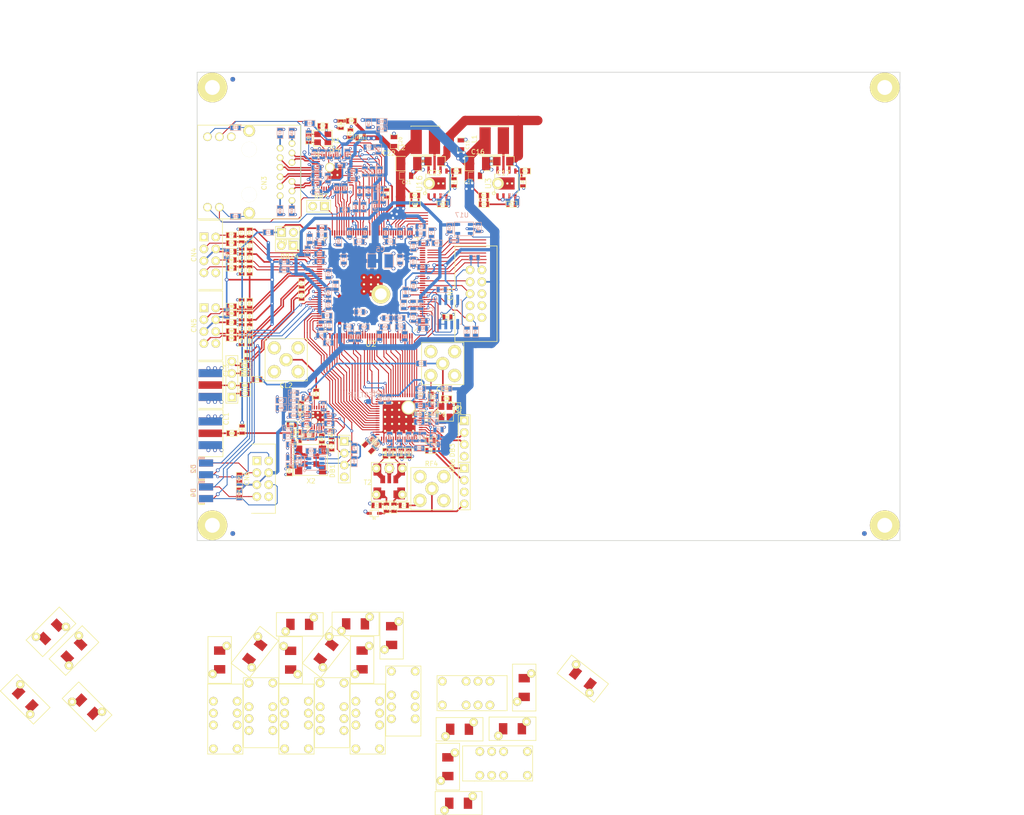
<source format=kicad_pcb>
(kicad_pcb (version 4) (host pcbnew 4.0.4-stable)
  (layers (0 F.Cu signal) (1 In1.Cu signal hide) (2 In2.Cu signal) (31 B.Cu signal) (34 B.Paste user) (35 F.Paste user) (36 B.SilkS user) (37 F.SilkS user) (38 B.Mask user) (39 F.Mask user hide) (44 Edge.Cuts user))
  (net 0 "")
  (net 1 "Net-(CN5-Pad2)")
  (net 2 "Net-(D3-Pad1)")
  (net 3 "Net-(D4-Pad1)")
  (net 4 "Net-(D2-Pad1)")
  (net 5 "Net-(CN4-Pad3)")
  (net 6 "Net-(CN4-Pad2)")
  (net 7 "Net-(B58-Pad2)")
  (net 8 +1V2)
  (net 9 "Net-(B65-Pad2)")
  (net 10 "Net-(B38-Pad1)")
  (net 11 "Net-(CN3-Pad2)")
  (net 12 "Net-(CN3-Pad3)")
  (net 13 "Net-(CN3-Pad4)")
  (net 14 "Net-(CN3-Pad5)")
  (net 15 "Net-(B37-Pad1)")
  (net 16 "Net-(B39-Pad1)")
  (net 17 "Net-(CN3-Pad8)")
  (net 18 "Net-(CN3-Pad9)")
  (net 19 "Net-(CN3-Pad10)")
  (net 20 "Net-(CN3-Pad11)")
  (net 21 "Net-(B36-Pad1)")
  (net 22 "Net-(CN3-Pad13)")
  (net 23 "Net-(CN3-Pad14)")
  (net 24 "Net-(CN3-Pad15)")
  (net 25 "Net-(CN3-Pad16)")
  (net 26 "Net-(CN3-Pad17)")
  (net 27 "Net-(CN5-Pad3)")
  (net 28 "Net-(D5-Pad1)")
  (net 29 +2V5)
  (net 30 +3V3)
  (net 31 GND)
  (net 32 "Net-(B42-Pad1)")
  (net 33 Veth)
  (net 34 "Net-(B54-Pad1)")
  (net 35 "Net-(B40-Pad1)")
  (net 36 /Ethernet/TXD0)
  (net 37 /Ethernet/TXD1)
  (net 38 /Ethernet/TXD2)
  (net 39 /Ethernet/TXD3)
  (net 40 /Ethernet/RXD3)
  (net 41 /Ethernet/RXD2)
  (net 42 /Ethernet/RXD1)
  (net 43 /Ethernet/RXD0)
  (net 44 "Net-(R25-Pad2)")
  (net 45 "Net-(R28-Pad1)")
  (net 46 "Net-(R26-Pad2)")
  (net 47 "Net-(R20-Pad2)")
  (net 48 "Net-(R27-Pad1)")
  (net 49 "Net-(C35-Pad1)")
  (net 50 "Net-(U4-Pad43)")
  (net 51 "Net-(C36-Pad1)")
  (net 52 "Net-(R34-Pad1)")
  (net 53 "Net-(C36-Pad2)")
  (net 54 "Net-(B3-Pad1)")
  (net 55 "Net-(B9-Pad1)")
  (net 56 "Net-(U1-Pad5)")
  (net 57 "Net-(U1-Pad1)")
  (net 58 "Net-(R7-Pad1)")
  (net 59 "Net-(U1-Pad6)")
  (net 60 "Net-(R1-Pad2)")
  (net 61 "Net-(R6-Pad1)")
  (net 62 "Net-(CN1-Pad9)")
  (net 63 "Net-(CN1-Pad1)")
  (net 64 "Net-(CN1-Pad5)")
  (net 65 "Net-(CN1-Pad3)")
  (net 66 "Net-(B11-Pad1)")
  (net 67 "Net-(B5-Pad1)")
  (net 68 "Net-(B2-Pad1)")
  (net 69 "Net-(B8-Pad1)")
  (net 70 "Net-(R5-Pad1)")
  (net 71 "Net-(B10-Pad1)")
  (net 72 "Net-(B4-Pad1)")
  (net 73 "Net-(CN1-Pad6)")
  (net 74 "Net-(CN1-Pad7)")
  (net 75 "Net-(CN1-Pad8)")
  (net 76 "Net-(R1-Pad1)")
  (net 77 "Net-(CN4-Pad4)")
  (net 78 "Net-(CN4-Pad6)")
  (net 79 "Net-(CN4-Pad7)")
  (net 80 "Net-(CN5-Pad4)")
  (net 81 "Net-(CN5-Pad6)")
  (net 82 "Net-(CN5-Pad7)")
  (net 83 "Net-(U2-Pad7)")
  (net 84 "Net-(U2-Pad10)")
  (net 85 "Net-(U2-Pad51)")
  (net 86 "Net-(U2-Pad64)")
  (net 87 "Net-(U2-Pad65)")
  (net 88 "Net-(C71-Pad1)")
  (net 89 "Net-(C72-Pad1)")
  (net 90 "Net-(C73-Pad1)")
  (net 91 "Net-(C74-Pad1)")
  (net 92 "Net-(C75-Pad1)")
  (net 93 "Net-(C76-Pad1)")
  (net 94 "Net-(C77-Pad1)")
  (net 95 "Net-(C78-Pad1)")
  (net 96 "Net-(U2-Pad105)")
  (net 97 "Net-(U2-Pad106)")
  (net 98 "Net-(U2-Pad110)")
  (net 99 "Net-(U2-Pad111)")
  (net 100 "Net-(U2-Pad112)")
  (net 101 "Net-(U2-Pad113)")
  (net 102 "Net-(U2-Pad114)")
  (net 103 "Net-(U2-Pad115)")
  (net 104 "Net-(U2-Pad119)")
  (net 105 "Net-(U2-Pad120)")
  (net 106 "Net-(U2-Pad121)")
  (net 107 "Net-(U2-Pad125)")
  (net 108 "Net-(U2-Pad126)")
  (net 109 "Net-(U2-Pad127)")
  (net 110 "Net-(U2-Pad128)")
  (net 111 "Net-(U2-Pad129)")
  (net 112 "Net-(U2-Pad132)")
  (net 113 "Net-(U2-Pad133)")
  (net 114 "Net-(U2-Pad135)")
  (net 115 "Net-(U2-Pad136)")
  (net 116 "Net-(U2-Pad137)")
  (net 117 "Net-(U2-Pad141)")
  (net 118 "Net-(U2-Pad142)")
  (net 119 "Net-(U2-Pad143)")
  (net 120 "Net-(U2-Pad144)")
  (net 121 Vlvds)
  (net 122 "Net-(B65-Pad1)")
  (net 123 "Net-(B112-Pad2)")
  (net 124 "Net-(B112-Pad1)")
  (net 125 "Net-(J1-Pad2)")
  (net 126 "Net-(R39-Pad1)")
  (net 127 "Net-(J4-Pad2)")
  (net 128 "Net-(B57-Pad2)")
  (net 129 "Net-(U6-Pad6)")
  (net 130 "Net-(U6-Pad7)")
  (net 131 SDA)
  (net 132 SCL)
  (net 133 "Net-(U6-Pad11)")
  (net 134 "Net-(U6-Pad12)")
  (net 135 "Net-(U6-Pad13)")
  (net 136 "Net-(U6-Pad14)")
  (net 137 "Net-(U6-Pad16)")
  (net 138 "Net-(R45-Pad2)")
  (net 139 "Net-(U6-Pad19)")
  (net 140 "Net-(R42-Pad2)")
  (net 141 "Net-(R41-Pad2)")
  (net 142 "Net-(B55-Pad1)")
  (net 143 "Net-(B57-Pad1)")
  (net 144 "Net-(B59-Pad1)")
  (net 145 "Net-(B60-Pad1)")
  (net 146 "Net-(B61-Pad1)")
  (net 147 "Net-(B113-Pad1)")
  (net 148 "Net-(B114-Pad1)")
  (net 149 "Net-(B115-Pad1)")
  (net 150 "Net-(J4-Pad1)")
  (net 151 "Net-(B58-Pad1)")
  (net 152 "Net-(R41-Pad1)")
  (net 153 RFFE_CLK)
  (net 154 "Net-(CL2-Pad1)")
  (net 155 "Net-(R35-Pad2)")
  (net 156 "Net-(C13-Pad2)")
  (net 157 "Net-(C17-Pad1)")
  (net 158 "Net-(C19-Pad2)")
  (net 159 "Net-(J2-Pad2)")
  (net 160 "Net-(L1-Pad1)")
  (net 161 "Net-(DB23-Pad3)")
  (net 162 "Net-(J11-Pad2)")
  (net 163 "Net-(DB23-Pad2)")
  (net 164 "Net-(L2-Pad1)")
  (net 165 "Net-(B116-Pad1)")
  (net 166 "Net-(B86-Pad1)")
  (net 167 "Net-(B88-Pad1)")
  (net 168 "Net-(B89-Pad1)")
  (net 169 "Net-(B90-Pad1)")
  (net 170 "Net-(TP5-Pad1)")
  (net 171 "Net-(B73-Pad2)")
  (net 172 "Net-(B72-Pad1)")
  (net 173 "Net-(B84-Pad2)")
  (net 174 "Net-(B83-Pad2)")
  (net 175 "Net-(R69-Pad2)")
  (net 176 "Net-(B85-Pad1)")
  (net 177 "Net-(J8-Pad2)")
  (net 178 "Net-(J7-Pad2)")
  (net 179 "Net-(R70-Pad1)")
  (net 180 "Net-(J9-Pad2)")
  (net 181 "Net-(C59-Pad1)")
  (net 182 "Net-(TP6-Pad1)")
  (net 183 "Net-(J10-Pad2)")
  (net 184 "Net-(B83-Pad1)")
  (net 185 "Net-(B84-Pad1)")
  (net 186 "Net-(C58-Pad1)")
  (net 187 "Net-(DB6-Pad1)")
  (net 188 "Net-(DB6-Pad2)")
  (net 189 "Net-(J12-Pad1)")
  (net 190 "Net-(J16-Pad2)")
  (net 191 "Net-(T2-Pad2)")
  (net 192 "Net-(DB5-Pad1)")
  (net 193 "Net-(DB7-Pad1)")
  (net 194 "Net-(DB24-Pad1)")
  (net 195 "Net-(J23-Pad1)")
  (net 196 "Net-(CN6-Pad2)")
  (net 197 "Net-(CN6-Pad3)")
  (net 198 "Net-(CN6-Pad6)")
  (net 199 "Net-(CN6-Pad7)")
  (net 200 "Net-(C49-Pad2)")
  (net 201 "Net-(C53-Pad2)")
  (net 202 "Net-(C49-Pad1)")
  (module HERMESLITE:SMAEDGE (layer F.Cu) (at 70.1 106.8 270)
    (fp_text reference CL3 (at -3.1 -6.1 270) (layer F.SilkS))
    (fp_text value SMA hide)
    (pad 1 smd rect (at 0 -2.7 270) (size 1.6 5) (layers F.Cu F.Paste F.Mask) (net 122 "Net-(B65-Pad1)"))
    (pad 2 smd rect (at -2.54 -2.7 270) (size 1.7 5) (layers F.Cu F.Paste F.Mask) (net 31 GND))
    (pad 2 smd rect (at 2.54 -2.7 270) (size 1.7 5) (layers F.Cu F.Paste F.Mask) (net 31 GND))
    (pad 2 smd rect (at 2.54 -2.7 270) (size 1.7 5) (layers *.Paste B.Cu B.Mask) (net 31 GND))
    (pad 2 smd rect (at -2.54 -2.7 270) (size 1.7 5) (layers B.Cu B.Paste B.Mask) (net 31 GND))
  )
  (module HERMESLITE:CYCLONEIV (layer F.Cu) (at 107.1 85.3 180)
    (fp_text reference U2 (at 0 -12.7 180) (layer F.SilkS) (effects (font (size 1.2 1.2))))
    (fp_text value FPGA)
    (pad 145 thru_hole circle (at -1.5 1.5 180) (size 0.5 0.5) (drill 0.3) (layers *.Cu *.Mask F.SilkS) (net 31 GND))
    (pad 145 thru_hole circle (at 0 -1.5 180) (size 0.5 0.5) (drill 0.3) (layers *.Cu *.Mask F.SilkS) (net 31 GND))
    (pad 145 thru_hole circle (at 0 0 180) (size 0.5 0.5) (drill 0.3) (layers *.Cu *.Mask F.SilkS) (net 31 GND))
    (pad 145 thru_hole circle (at 1.5 0 180) (size 0.5 0.5) (drill 0.3) (layers *.Cu *.Mask F.SilkS) (net 31 GND))
    (pad 145 thru_hole circle (at -1.5 0 180) (size 0.5 0.5) (drill 0.3) (layers *.Cu *.Mask F.SilkS) (net 31 GND))
    (pad 145 thru_hole circle (at 1.5 1.5 180) (size 0.5 0.5) (drill 0.3) (layers *.Cu *.Mask F.SilkS) (net 31 GND))
    (pad 145 thru_hole circle (at 0 1.5 180) (size 0.5 0.5) (drill 0.3) (layers *.Cu *.Mask F.SilkS) (net 31 GND))
    (pad 1 smd oval (at -11 -8.75 270) (size 0.28 1.2) (layers F.Cu F.Paste F.Mask) (net 54 "Net-(B3-Pad1)"))
    (pad 2 smd oval (at -11 -8.25 270) (size 0.28 1.2) (layers F.Cu F.Paste F.Mask) (net 31 GND))
    (pad 3 smd oval (at -11 -7.75 270) (size 0.28 1.2) (layers F.Cu F.Paste F.Mask) (net 55 "Net-(B9-Pad1)"))
    (pad 4 smd oval (at -11 -7.25 270) (size 0.28 1.2) (layers F.Cu F.Paste F.Mask) (net 31 GND))
    (pad 5 smd oval (at -11 -6.75 270) (size 0.28 1.2) (layers F.Cu F.Paste F.Mask) (net 8 +1V2))
    (pad 6 smd oval (at -11 -6.25 270) (size 0.28 1.2) (layers F.Cu F.Paste F.Mask) (net 56 "Net-(U1-Pad5)"))
    (pad 7 smd oval (at -11 -5.75 270) (size 0.28 1.2) (layers F.Cu F.Paste F.Mask) (net 83 "Net-(U2-Pad7)"))
    (pad 8 smd oval (at -11 -5.25 270) (size 0.28 1.2) (layers F.Cu F.Paste F.Mask) (net 57 "Net-(U1-Pad1)"))
    (pad 9 smd oval (at -11 -4.75 270) (size 0.28 1.2) (layers F.Cu F.Paste F.Mask) (net 58 "Net-(R7-Pad1)"))
    (pad 10 smd oval (at -11 -4.25 270) (size 0.28 1.2) (layers F.Cu F.Paste F.Mask) (net 84 "Net-(U2-Pad10)"))
    (pad 11 smd oval (at -11 -3.75 270) (size 0.28 1.2) (layers F.Cu F.Paste F.Mask))
    (pad 12 smd oval (at -11 -3.25 270) (size 0.28 1.2) (layers F.Cu F.Paste F.Mask) (net 59 "Net-(U1-Pad6)"))
    (pad 13 smd oval (at -11 -2.75 270) (size 0.28 1.2) (layers F.Cu F.Paste F.Mask) (net 60 "Net-(R1-Pad2)"))
    (pad 14 smd oval (at -11 -2.25 270) (size 0.28 1.2) (layers F.Cu F.Paste F.Mask) (net 61 "Net-(R6-Pad1)"))
    (pad 15 smd oval (at -11 -1.75 270) (size 0.28 1.2) (layers F.Cu F.Paste F.Mask) (net 62 "Net-(CN1-Pad9)"))
    (pad 16 smd oval (at -11 -1.25 270) (size 0.28 1.2) (layers F.Cu F.Paste F.Mask) (net 63 "Net-(CN1-Pad1)"))
    (pad 17 smd oval (at -11 -0.75 270) (size 0.28 1.2) (layers F.Cu F.Paste F.Mask) (net 30 +3V3))
    (pad 18 smd oval (at -11 -0.25 270) (size 0.28 1.2) (layers F.Cu F.Paste F.Mask) (net 64 "Net-(CN1-Pad5)"))
    (pad 19 smd oval (at -11 0.25 270) (size 0.28 1.2) (layers F.Cu F.Paste F.Mask) (net 31 GND))
    (pad 20 smd oval (at -11 0.75 270) (size 0.28 1.2) (layers F.Cu F.Paste F.Mask) (net 65 "Net-(CN1-Pad3)"))
    (pad 21 smd oval (at -11 1.25 270) (size 0.28 1.2) (layers F.Cu F.Paste F.Mask) (net 31 GND))
    (pad 22 smd oval (at -11 1.75 270) (size 0.28 1.2) (layers F.Cu F.Paste F.Mask) (net 31 GND))
    (pad 23 smd oval (at -11 2.25 270) (size 0.28 1.2) (layers F.Cu F.Paste F.Mask))
    (pad 24 smd oval (at -11 2.75 270) (size 0.28 1.2) (layers F.Cu F.Paste F.Mask))
    (pad 25 smd oval (at -11 3.25 270) (size 0.28 1.2) (layers F.Cu F.Paste F.Mask))
    (pad 26 smd oval (at -11 3.75 270) (size 0.28 1.2) (layers F.Cu F.Paste F.Mask) (net 30 +3V3))
    (pad 27 smd oval (at -11 4.25 270) (size 0.28 1.2) (layers F.Cu F.Paste F.Mask) (net 31 GND))
    (pad 28 smd oval (at -11 4.75 270) (size 0.28 1.2) (layers F.Cu F.Paste F.Mask))
    (pad 29 smd oval (at -11 5.25 270) (size 0.28 1.2) (layers F.Cu F.Paste F.Mask) (net 8 +1V2))
    (pad 30 smd oval (at -11 5.75 270) (size 0.28 1.2) (layers F.Cu F.Paste F.Mask))
    (pad 31 smd oval (at -11 6.25 270) (size 0.28 1.2) (layers F.Cu F.Paste F.Mask))
    (pad 32 smd oval (at -11 6.75 270) (size 0.28 1.2) (layers F.Cu F.Paste F.Mask))
    (pad 33 smd oval (at -11 7.25 270) (size 0.28 1.2) (layers F.Cu F.Paste F.Mask))
    (pad 34 smd oval (at -11 7.75 270) (size 0.28 1.2) (layers F.Cu F.Paste F.Mask) (net 8 +1V2))
    (pad 35 smd oval (at -11 8.25 270) (size 0.28 1.2) (layers F.Cu F.Paste F.Mask) (net 66 "Net-(B11-Pad1)"))
    (pad 36 smd oval (at -11 8.75 270) (size 0.28 1.2) (layers F.Cu F.Paste F.Mask) (net 31 GND))
    (pad 37 smd oval (at -8.75 11 180) (size 0.28 1.2) (layers F.Cu F.Paste F.Mask) (net 67 "Net-(B5-Pad1)"))
    (pad 38 smd oval (at -8.25 11 180) (size 0.28 1.2) (layers F.Cu F.Paste F.Mask) (net 8 +1V2))
    (pad 39 smd oval (at -7.75 11 180) (size 0.28 1.2) (layers F.Cu F.Paste F.Mask))
    (pad 40 smd oval (at -7.25 11 180) (size 0.28 1.2) (layers F.Cu F.Paste F.Mask) (net 33 Veth))
    (pad 41 smd oval (at -6.75 11 180) (size 0.28 1.2) (layers F.Cu F.Paste F.Mask) (net 31 GND))
    (pad 42 smd oval (at -6.25 11 180) (size 0.28 1.2) (layers F.Cu F.Paste F.Mask))
    (pad 43 smd oval (at -5.75 11 180) (size 0.28 1.2) (layers F.Cu F.Paste F.Mask))
    (pad 44 smd oval (at -5.25 11 180) (size 0.28 1.2) (layers F.Cu F.Paste F.Mask))
    (pad 45 smd oval (at -4.75 11 180) (size 0.28 1.2) (layers F.Cu F.Paste F.Mask) (net 8 +1V2))
    (pad 46 smd oval (at -4.25 11 180) (size 0.28 1.2) (layers F.Cu F.Paste F.Mask))
    (pad 47 smd oval (at -3.75 11 180) (size 0.28 1.2) (layers F.Cu F.Paste F.Mask) (net 33 Veth))
    (pad 48 smd oval (at -3.25 11 180) (size 0.28 1.2) (layers F.Cu F.Paste F.Mask) (net 31 GND))
    (pad 49 smd oval (at -2.75 11 180) (size 0.28 1.2) (layers F.Cu F.Paste F.Mask) (net 125 "Net-(J1-Pad2)"))
    (pad 50 smd oval (at -2.25 11 180) (size 0.28 1.2) (layers F.Cu F.Paste F.Mask) (net 46 "Net-(R26-Pad2)"))
    (pad 51 smd oval (at -1.75 11 180) (size 0.28 1.2) (layers F.Cu F.Paste F.Mask) (net 85 "Net-(U2-Pad51)"))
    (pad 52 smd oval (at -1.25 11 180) (size 0.28 1.2) (layers F.Cu F.Paste F.Mask) (net 48 "Net-(R27-Pad1)"))
    (pad 53 smd oval (at -0.75 11 180) (size 0.28 1.2) (layers F.Cu F.Paste F.Mask) (net 45 "Net-(R28-Pad1)"))
    (pad 54 smd oval (at -0.25 11 180) (size 0.28 1.2) (layers F.Cu F.Paste F.Mask) (net 44 "Net-(R25-Pad2)"))
    (pad 55 smd oval (at 0.25 11 180) (size 0.28 1.2) (layers F.Cu F.Paste F.Mask) (net 43 /Ethernet/RXD0))
    (pad 56 smd oval (at 0.75 11 180) (size 0.28 1.2) (layers F.Cu F.Paste F.Mask) (net 33 Veth))
    (pad 57 smd oval (at 1.25 11 180) (size 0.28 1.2) (layers F.Cu F.Paste F.Mask) (net 31 GND))
    (pad 58 smd oval (at 1.75 11 180) (size 0.28 1.2) (layers F.Cu F.Paste F.Mask) (net 42 /Ethernet/RXD1))
    (pad 59 smd oval (at 2.25 11 180) (size 0.28 1.2) (layers F.Cu F.Paste F.Mask) (net 41 /Ethernet/RXD2))
    (pad 60 smd oval (at 2.75 11 180) (size 0.28 1.2) (layers F.Cu F.Paste F.Mask) (net 40 /Ethernet/RXD3))
    (pad 61 smd oval (at 3.25 11 180) (size 0.28 1.2) (layers F.Cu F.Paste F.Mask) (net 8 +1V2))
    (pad 62 smd oval (at 3.75 11 180) (size 0.28 1.2) (layers F.Cu F.Paste F.Mask) (net 33 Veth))
    (pad 63 smd oval (at 4.25 11 180) (size 0.28 1.2) (layers F.Cu F.Paste F.Mask) (net 31 GND))
    (pad 64 smd oval (at 4.75 11 180) (size 0.28 1.2) (layers F.Cu F.Paste F.Mask) (net 86 "Net-(U2-Pad64)"))
    (pad 65 smd oval (at 5.25 11 180) (size 0.28 1.2) (layers F.Cu F.Paste F.Mask) (net 87 "Net-(U2-Pad65)"))
    (pad 66 smd oval (at 5.75 11 180) (size 0.28 1.2) (layers F.Cu F.Paste F.Mask) (net 39 /Ethernet/TXD3))
    (pad 67 smd oval (at 6.25 11 180) (size 0.28 1.2) (layers F.Cu F.Paste F.Mask) (net 38 /Ethernet/TXD2))
    (pad 68 smd oval (at 6.75 11 180) (size 0.28 1.2) (layers F.Cu F.Paste F.Mask) (net 37 /Ethernet/TXD1))
    (pad 69 smd oval (at 7.25 11 180) (size 0.28 1.2) (layers F.Cu F.Paste F.Mask) (net 36 /Ethernet/TXD0))
    (pad 70 smd oval (at 7.75 11 180) (size 0.28 1.2) (layers F.Cu F.Paste F.Mask) (net 8 +1V2))
    (pad 71 smd oval (at 8.25 11 180) (size 0.28 1.2) (layers F.Cu F.Paste F.Mask) (net 193 "Net-(DB7-Pad1)"))
    (pad 72 smd oval (at 8.75 11 180) (size 0.28 1.2) (layers F.Cu F.Paste F.Mask) (net 192 "Net-(DB5-Pad1)"))
    (pad 73 smd oval (at 11 8.75 270) (size 0.28 1.2) (layers F.Cu F.Paste F.Mask) (net 68 "Net-(B2-Pad1)"))
    (pad 74 smd oval (at 11 8.25 270) (size 0.28 1.2) (layers F.Cu F.Paste F.Mask) (net 31 GND))
    (pad 75 smd oval (at 11 7.75 270) (size 0.28 1.2) (layers F.Cu F.Paste F.Mask) (net 69 "Net-(B8-Pad1)"))
    (pad 76 smd oval (at 11 7.25 270) (size 0.28 1.2) (layers F.Cu F.Paste F.Mask) (net 194 "Net-(DB24-Pad1)"))
    (pad 77 smd oval (at 11 6.75 270) (size 0.28 1.2) (layers F.Cu F.Paste F.Mask) (net 88 "Net-(C71-Pad1)"))
    (pad 78 smd oval (at 11 6.25 270) (size 0.28 1.2) (layers F.Cu F.Paste F.Mask) (net 8 +1V2))
    (pad 79 smd oval (at 11 5.75 270) (size 0.28 1.2) (layers F.Cu F.Paste F.Mask) (net 31 GND))
    (pad 80 smd oval (at 11 5.25 270) (size 0.28 1.2) (layers F.Cu F.Paste F.Mask) (net 89 "Net-(C72-Pad1)"))
    (pad 81 smd oval (at 11 4.75 270) (size 0.28 1.2) (layers F.Cu F.Paste F.Mask) (net 121 Vlvds))
    (pad 82 smd oval (at 11 4.25 270) (size 0.28 1.2) (layers F.Cu F.Paste F.Mask) (net 31 GND))
    (pad 83 smd oval (at 11 3.75 270) (size 0.28 1.2) (layers F.Cu F.Paste F.Mask) (net 90 "Net-(C73-Pad1)"))
    (pad 84 smd oval (at 11 3.25 270) (size 0.28 1.2) (layers F.Cu F.Paste F.Mask) (net 8 +1V2))
    (pad 85 smd oval (at 11 2.75 270) (size 0.28 1.2) (layers F.Cu F.Paste F.Mask) (net 91 "Net-(C74-Pad1)"))
    (pad 86 smd oval (at 11 2.25 270) (size 0.28 1.2) (layers F.Cu F.Paste F.Mask) (net 92 "Net-(C75-Pad1)"))
    (pad 87 smd oval (at 11 1.75 270) (size 0.28 1.2) (layers F.Cu F.Paste F.Mask) (net 93 "Net-(C76-Pad1)"))
    (pad 88 smd oval (at 11 1.25 270) (size 0.28 1.2) (layers F.Cu F.Paste F.Mask) (net 94 "Net-(C77-Pad1)"))
    (pad 89 smd oval (at 11 0.75 270) (size 0.28 1.2) (layers F.Cu F.Paste F.Mask) (net 95 "Net-(C78-Pad1)"))
    (pad 90 smd oval (at 11 0.25 270) (size 0.28 1.2) (layers F.Cu F.Paste F.Mask) (net 123 "Net-(B112-Pad2)"))
    (pad 91 smd oval (at 11 -0.25 270) (size 0.28 1.2) (layers F.Cu F.Paste F.Mask) (net 9 "Net-(B65-Pad2)"))
    (pad 92 smd oval (at 11 -0.75 270) (size 0.28 1.2) (layers F.Cu F.Paste F.Mask) (net 70 "Net-(R5-Pad1)"))
    (pad 93 smd oval (at 11 -1.25 270) (size 0.28 1.2) (layers F.Cu F.Paste F.Mask) (net 30 +3V3))
    (pad 94 smd oval (at 11 -1.75 270) (size 0.28 1.2) (layers F.Cu F.Paste F.Mask) (net 31 GND))
    (pad 95 smd oval (at 11 -2.25 270) (size 0.28 1.2) (layers F.Cu F.Paste F.Mask) (net 31 GND))
    (pad 96 smd oval (at 11 -2.75 270) (size 0.28 1.2) (layers F.Cu F.Paste F.Mask) (net 29 +2V5))
    (pad 97 smd oval (at 11 -3.25 270) (size 0.28 1.2) (layers F.Cu F.Paste F.Mask) (net 31 GND))
    (pad 98 smd oval (at 11 -3.75 270) (size 0.28 1.2) (layers F.Cu F.Paste F.Mask) (net 4 "Net-(D2-Pad1)"))
    (pad 99 smd oval (at 11 -4.25 270) (size 0.28 1.2) (layers F.Cu F.Paste F.Mask) (net 2 "Net-(D3-Pad1)"))
    (pad 100 smd oval (at 11 -4.75 270) (size 0.28 1.2) (layers F.Cu F.Paste F.Mask) (net 3 "Net-(D4-Pad1)"))
    (pad 101 smd oval (at 11 -5.25 270) (size 0.28 1.2) (layers F.Cu F.Paste F.Mask) (net 28 "Net-(D5-Pad1)"))
    (pad 102 smd oval (at 11 -5.75 270) (size 0.28 1.2) (layers F.Cu F.Paste F.Mask) (net 8 +1V2))
    (pad 103 smd oval (at 11 -6.25 270) (size 0.28 1.2) (layers F.Cu F.Paste F.Mask) (net 131 SDA))
    (pad 104 smd oval (at 11 -6.75 270) (size 0.28 1.2) (layers F.Cu F.Paste F.Mask) (net 132 SCL))
    (pad 105 smd oval (at 11 -7.25 270) (size 0.28 1.2) (layers F.Cu F.Paste F.Mask) (net 96 "Net-(U2-Pad105)"))
    (pad 106 smd oval (at 11 -7.75 270) (size 0.28 1.2) (layers F.Cu F.Paste F.Mask) (net 97 "Net-(U2-Pad106)"))
    (pad 107 smd oval (at 11 -8.25 270) (size 0.28 1.2) (layers F.Cu F.Paste F.Mask) (net 71 "Net-(B10-Pad1)"))
    (pad 108 smd oval (at 11 -8.75 270) (size 0.28 1.2) (layers F.Cu F.Paste F.Mask) (net 31 GND))
    (pad 109 smd oval (at 8.75 -11 180) (size 0.28 1.2) (layers F.Cu F.Paste F.Mask) (net 72 "Net-(B4-Pad1)"))
    (pad 110 smd oval (at 8.25 -11 180) (size 0.28 1.2) (layers F.Cu F.Paste F.Mask) (net 98 "Net-(U2-Pad110)"))
    (pad 111 smd oval (at 7.75 -11 180) (size 0.28 1.2) (layers F.Cu F.Paste F.Mask) (net 99 "Net-(U2-Pad111)"))
    (pad 112 smd oval (at 7.25 -11 180) (size 0.28 1.2) (layers F.Cu F.Paste F.Mask) (net 100 "Net-(U2-Pad112)"))
    (pad 113 smd oval (at 6.75 -11 180) (size 0.28 1.2) (layers F.Cu F.Paste F.Mask) (net 101 "Net-(U2-Pad113)"))
    (pad 114 smd oval (at 6.25 -11 180) (size 0.28 1.2) (layers F.Cu F.Paste F.Mask) (net 102 "Net-(U2-Pad114)"))
    (pad 115 smd oval (at 5.75 -11 180) (size 0.28 1.2) (layers F.Cu F.Paste F.Mask) (net 103 "Net-(U2-Pad115)"))
    (pad 116 smd oval (at 5.25 -11 180) (size 0.28 1.2) (layers F.Cu F.Paste F.Mask) (net 8 +1V2))
    (pad 117 smd oval (at 4.75 -11 180) (size 0.28 1.2) (layers F.Cu F.Paste F.Mask) (net 30 +3V3))
    (pad 118 smd oval (at 4.25 -11 180) (size 0.28 1.2) (layers F.Cu F.Paste F.Mask) (net 31 GND))
    (pad 119 smd oval (at 3.75 -11 180) (size 0.28 1.2) (layers F.Cu F.Paste F.Mask) (net 104 "Net-(U2-Pad119)"))
    (pad 120 smd oval (at 3.25 -11 180) (size 0.28 1.2) (layers F.Cu F.Paste F.Mask) (net 105 "Net-(U2-Pad120)"))
    (pad 121 smd oval (at 2.75 -11 180) (size 0.28 1.2) (layers F.Cu F.Paste F.Mask) (net 106 "Net-(U2-Pad121)"))
    (pad 122 smd oval (at 2.25 -11 180) (size 0.28 1.2) (layers F.Cu F.Paste F.Mask) (net 30 +3V3))
    (pad 123 smd oval (at 1.75 -11 180) (size 0.28 1.2) (layers F.Cu F.Paste F.Mask) (net 31 GND))
    (pad 124 smd oval (at 1.25 -11 180) (size 0.28 1.2) (layers F.Cu F.Paste F.Mask) (net 8 +1V2))
    (pad 125 smd oval (at 0.75 -11 180) (size 0.28 1.2) (layers F.Cu F.Paste F.Mask) (net 107 "Net-(U2-Pad125)"))
    (pad 126 smd oval (at 0.25 -11 180) (size 0.28 1.2) (layers F.Cu F.Paste F.Mask) (net 108 "Net-(U2-Pad126)"))
    (pad 127 smd oval (at -0.25 -11 180) (size 0.28 1.2) (layers F.Cu F.Paste F.Mask) (net 109 "Net-(U2-Pad127)"))
    (pad 128 smd oval (at -0.75 -11 180) (size 0.28 1.2) (layers F.Cu F.Paste F.Mask) (net 110 "Net-(U2-Pad128)"))
    (pad 129 smd oval (at -1.25 -11 180) (size 0.28 1.2) (layers F.Cu F.Paste F.Mask) (net 111 "Net-(U2-Pad129)"))
    (pad 130 smd oval (at -1.75 -11 180) (size 0.28 1.2) (layers F.Cu F.Paste F.Mask) (net 30 +3V3))
    (pad 131 smd oval (at -2.25 -11 180) (size 0.28 1.2) (layers F.Cu F.Paste F.Mask) (net 31 GND))
    (pad 132 smd oval (at -2.75 -11 180) (size 0.28 1.2) (layers F.Cu F.Paste F.Mask) (net 112 "Net-(U2-Pad132)"))
    (pad 133 smd oval (at -3.25 -11 180) (size 0.28 1.2) (layers F.Cu F.Paste F.Mask) (net 113 "Net-(U2-Pad133)"))
    (pad 134 smd oval (at -3.75 -11 180) (size 0.28 1.2) (layers F.Cu F.Paste F.Mask) (net 8 +1V2))
    (pad 135 smd oval (at -4.25 -11 180) (size 0.28 1.2) (layers F.Cu F.Paste F.Mask) (net 114 "Net-(U2-Pad135)"))
    (pad 136 smd oval (at -4.75 -11 180) (size 0.28 1.2) (layers F.Cu F.Paste F.Mask) (net 115 "Net-(U2-Pad136)"))
    (pad 137 smd oval (at -5.25 -11 180) (size 0.28 1.2) (layers F.Cu F.Paste F.Mask) (net 116 "Net-(U2-Pad137)"))
    (pad 138 smd oval (at -5.75 -11 180) (size 0.28 1.2) (layers F.Cu F.Paste F.Mask) (net 8 +1V2))
    (pad 139 smd oval (at -6.25 -11 180) (size 0.28 1.2) (layers F.Cu F.Paste F.Mask) (net 30 +3V3))
    (pad 140 smd oval (at -6.75 -11 180) (size 0.28 1.2) (layers F.Cu F.Paste F.Mask) (net 31 GND))
    (pad 141 smd oval (at -7.25 -11 180) (size 0.28 1.2) (layers F.Cu F.Paste F.Mask) (net 117 "Net-(U2-Pad141)"))
    (pad 142 smd oval (at -7.75 -11 180) (size 0.28 1.2) (layers F.Cu F.Paste F.Mask) (net 118 "Net-(U2-Pad142)"))
    (pad 143 smd oval (at -8.25 -11 180) (size 0.28 1.2) (layers F.Cu F.Paste F.Mask) (net 119 "Net-(U2-Pad143)"))
    (pad 144 smd oval (at -8.75 -11 180) (size 0.28 1.2) (layers F.Cu F.Paste F.Mask) (net 120 "Net-(U2-Pad144)"))
    (pad 145 thru_hole circle (at -2.1 -2.1 180) (size 4 4) (drill 2.5) (layers *.Cu *.Mask F.SilkS) (net 31 GND))
    (pad 145 smd rect (at 0 0 180) (size 5 5) (layers F.Cu F.Mask) (net 31 GND))
    (pad 145 thru_hole circle (at 1.5 -1.5 180) (size 0.5 0.5) (drill 0.3) (layers *.Cu *.Mask F.SilkS) (net 31 GND))
  )
  (module HERMESLITE:inductor (layer F.Cu) (at 139.8 171.4 270)
    (fp_text reference REF** hide)
    (fp_text value inductor)
    (pad 1 smd rect (at -2 0 270) (size 1.8 2.4) (layers F.Cu F.Paste F.Mask))
    (pad 2 smd rect (at 2 0 270) (size 1.8 2.4) (layers F.Cu F.Paste F.Mask))
    (pad 1 thru_hole circle (at -3 -1.5 270) (size 1.8 1.8) (drill 0.9) (layers *.Cu *.Mask F.SilkS))
    (pad 2 thru_hole circle (at 3 1.5 270) (size 1.8 1.8) (drill 0.9) (layers *.Cu *.Mask F.SilkS))
  )
  (module HERMESLITE:inductorrev (layer F.Cu) (at 137.3 180.2)
    (fp_text reference REF** hide)
    (fp_text value inductor)
    (pad 1 smd rect (at -2 0) (size 1.8 2.4) (layers F.Cu F.Paste F.Mask))
    (pad 2 smd rect (at 2 0) (size 1.8 2.4) (layers F.Cu F.Paste F.Mask))
    (pad 1 thru_hole circle (at -3 1.5) (size 1.8 1.8) (drill 0.9) (layers *.Cu *.Mask F.SilkS))
    (pad 2 thru_hole circle (at 3 -1.5) (size 1.8 1.8) (drill 0.9) (layers *.Cu *.Mask F.SilkS))
  )
  (module HERMESLITE:DPDT (layer F.Cu) (at 127.4 172.6)
    (fp_text reference REF** hide)
    (fp_text value DPDT)
    (pad 1 thru_hole circle (at -5.08 -2.54) (size 1.85 1.85) (drill 1) (layers *.Cu *.Mask F.SilkS))
    (pad 3 thru_hole circle (at 0 -2.54) (size 1.85 1.85) (drill 1) (layers *.Cu *.Mask F.SilkS))
    (pad 4 thru_hole circle (at 2.54 -2.54) (size 1.85 1.85) (drill 1) (layers *.Cu *.Mask F.SilkS))
    (pad 5 thru_hole circle (at 5.08 -2.54) (size 1.85 1.85) (drill 1) (layers *.Cu *.Mask F.SilkS))
    (pad 8 thru_hole circle (at 5.08 2.54) (size 1.85 1.85) (drill 1) (layers *.Cu *.Mask F.SilkS))
    (pad 9 thru_hole circle (at 2.54 2.54) (size 1.85 1.85) (drill 1) (layers *.Cu *.Mask F.SilkS))
    (pad 10 thru_hole circle (at 0 2.54) (size 1.85 1.85) (drill 1) (layers *.Cu *.Mask F.SilkS))
    (pad 12 thru_hole circle (at -5.08 2.54) (size 1.85 1.85) (drill 1) (layers *.Cu *.Mask F.SilkS))
  )
  (module HERMESLITE:inductorrev (layer F.Cu) (at 125.8 196.1)
    (fp_text reference REF** hide)
    (fp_text value inductor)
    (pad 1 smd rect (at -2 0) (size 1.8 2.4) (layers F.Cu F.Paste F.Mask))
    (pad 2 smd rect (at 2 0) (size 1.8 2.4) (layers F.Cu F.Paste F.Mask))
    (pad 1 thru_hole circle (at -3 1.5) (size 1.8 1.8) (drill 0.9) (layers *.Cu *.Mask F.SilkS))
    (pad 2 thru_hole circle (at 3 -1.5) (size 1.8 1.8) (drill 0.9) (layers *.Cu *.Mask F.SilkS))
  )
  (module HERMESLITE:inductor (layer F.Cu) (at 123.5 188.3 270)
    (fp_text reference REF** hide)
    (fp_text value inductor)
    (pad 1 smd rect (at -2 0 270) (size 1.8 2.4) (layers F.Cu F.Paste F.Mask))
    (pad 2 smd rect (at 2 0 270) (size 1.8 2.4) (layers F.Cu F.Paste F.Mask))
    (pad 1 thru_hole circle (at -3 -1.5 270) (size 1.8 1.8) (drill 0.9) (layers *.Cu *.Mask F.SilkS))
    (pad 2 thru_hole circle (at 3 1.5 270) (size 1.8 1.8) (drill 0.9) (layers *.Cu *.Mask F.SilkS))
  )
  (module HERMESLITE:inductor (layer F.Cu) (at 111.5 160.3 270)
    (fp_text reference REF** hide)
    (fp_text value inductor)
    (pad 1 smd rect (at -2 0 270) (size 1.8 2.4) (layers F.Cu F.Paste F.Mask))
    (pad 2 smd rect (at 2 0 270) (size 1.8 2.4) (layers F.Cu F.Paste F.Mask))
    (pad 1 thru_hole circle (at -3 -1.5 270) (size 1.8 1.8) (drill 0.9) (layers *.Cu *.Mask F.SilkS))
    (pad 2 thru_hole circle (at 3 1.5 270) (size 1.8 1.8) (drill 0.9) (layers *.Cu *.Mask F.SilkS))
  )
  (module HERMESLITE:inductorrev (layer F.Cu) (at 103.8 157.8)
    (fp_text reference REF** hide)
    (fp_text value inductor)
    (pad 1 smd rect (at -2 0) (size 1.8 2.4) (layers F.Cu F.Paste F.Mask))
    (pad 2 smd rect (at 2 0) (size 1.8 2.4) (layers F.Cu F.Paste F.Mask))
    (pad 1 thru_hole circle (at -3 1.5) (size 1.8 1.8) (drill 0.9) (layers *.Cu *.Mask F.SilkS))
    (pad 2 thru_hole circle (at 3 -1.5) (size 1.8 1.8) (drill 0.9) (layers *.Cu *.Mask F.SilkS))
  )
  (module HERMESLITE:DPDT (layer F.Cu) (at 135.4 187.6 180)
    (fp_text reference REF** hide)
    (fp_text value DPDT)
    (pad 1 thru_hole circle (at -5.08 -2.54 180) (size 1.85 1.85) (drill 1) (layers *.Cu *.Mask F.SilkS))
    (pad 3 thru_hole circle (at 0 -2.54 180) (size 1.85 1.85) (drill 1) (layers *.Cu *.Mask F.SilkS))
    (pad 4 thru_hole circle (at 2.54 -2.54 180) (size 1.85 1.85) (drill 1) (layers *.Cu *.Mask F.SilkS))
    (pad 5 thru_hole circle (at 5.08 -2.54 180) (size 1.85 1.85) (drill 1) (layers *.Cu *.Mask F.SilkS))
    (pad 8 thru_hole circle (at 5.08 2.54 180) (size 1.85 1.85) (drill 1) (layers *.Cu *.Mask F.SilkS))
    (pad 9 thru_hole circle (at 2.54 2.54 180) (size 1.85 1.85) (drill 1) (layers *.Cu *.Mask F.SilkS))
    (pad 10 thru_hole circle (at 0 2.54 180) (size 1.85 1.85) (drill 1) (layers *.Cu *.Mask F.SilkS))
    (pad 12 thru_hole circle (at -5.08 2.54 180) (size 1.85 1.85) (drill 1) (layers *.Cu *.Mask F.SilkS))
  )
  (module HERMESLITE:DPDT (layer F.Cu) (at 114 173 270)
    (fp_text reference REF** hide)
    (fp_text value DPDT)
    (pad 1 thru_hole circle (at -5.08 -2.54 270) (size 1.85 1.85) (drill 1) (layers *.Cu *.Mask F.SilkS))
    (pad 3 thru_hole circle (at 0 -2.54 270) (size 1.85 1.85) (drill 1) (layers *.Cu *.Mask F.SilkS))
    (pad 4 thru_hole circle (at 2.54 -2.54 270) (size 1.85 1.85) (drill 1) (layers *.Cu *.Mask F.SilkS))
    (pad 5 thru_hole circle (at 5.08 -2.54 270) (size 1.85 1.85) (drill 1) (layers *.Cu *.Mask F.SilkS))
    (pad 8 thru_hole circle (at 5.08 2.54 270) (size 1.85 1.85) (drill 1) (layers *.Cu *.Mask F.SilkS))
    (pad 9 thru_hole circle (at 2.54 2.54 270) (size 1.85 1.85) (drill 1) (layers *.Cu *.Mask F.SilkS))
    (pad 10 thru_hole circle (at 0 2.54 270) (size 1.85 1.85) (drill 1) (layers *.Cu *.Mask F.SilkS))
    (pad 12 thru_hole circle (at -5.08 2.54 270) (size 1.85 1.85) (drill 1) (layers *.Cu *.Mask F.SilkS))
  )
  (module HERMESLITE:inductor (layer F.Cu) (at 105.2 165.5 270)
    (fp_text reference REF** hide)
    (fp_text value inductor)
    (pad 1 smd rect (at -2 0 270) (size 1.8 2.4) (layers F.Cu F.Paste F.Mask))
    (pad 2 smd rect (at 2 0 270) (size 1.8 2.4) (layers F.Cu F.Paste F.Mask))
    (pad 1 thru_hole circle (at -3 -1.5 270) (size 1.8 1.8) (drill 0.9) (layers *.Cu *.Mask F.SilkS))
    (pad 2 thru_hole circle (at 3 1.5 270) (size 1.8 1.8) (drill 0.9) (layers *.Cu *.Mask F.SilkS))
  )
  (module HERMESLITE:DPDT (layer F.Cu) (at 106.4 179.4 90)
    (fp_text reference REF** hide)
    (fp_text value DPDT)
    (pad 1 thru_hole circle (at -5.08 -2.54 90) (size 1.85 1.85) (drill 1) (layers *.Cu *.Mask F.SilkS))
    (pad 3 thru_hole circle (at 0 -2.54 90) (size 1.85 1.85) (drill 1) (layers *.Cu *.Mask F.SilkS))
    (pad 4 thru_hole circle (at 2.54 -2.54 90) (size 1.85 1.85) (drill 1) (layers *.Cu *.Mask F.SilkS))
    (pad 5 thru_hole circle (at 5.08 -2.54 90) (size 1.85 1.85) (drill 1) (layers *.Cu *.Mask F.SilkS))
    (pad 8 thru_hole circle (at 5.08 2.54 90) (size 1.85 1.85) (drill 1) (layers *.Cu *.Mask F.SilkS))
    (pad 9 thru_hole circle (at 2.54 2.54 90) (size 1.85 1.85) (drill 1) (layers *.Cu *.Mask F.SilkS))
    (pad 10 thru_hole circle (at 0 2.54 90) (size 1.85 1.85) (drill 1) (layers *.Cu *.Mask F.SilkS))
    (pad 12 thru_hole circle (at -5.08 2.54 90) (size 1.85 1.85) (drill 1) (layers *.Cu *.Mask F.SilkS))
  )
  (module HERMESLITE:inductorrev (layer F.Cu) (at 89.95 165.55 270)
    (fp_text reference REF** hide)
    (fp_text value inductor)
    (pad 1 smd rect (at -2 0 270) (size 1.8 2.4) (layers F.Cu F.Paste F.Mask))
    (pad 2 smd rect (at 2 0 270) (size 1.8 2.4) (layers F.Cu F.Paste F.Mask))
    (pad 1 thru_hole circle (at -3 1.5 270) (size 1.8 1.8) (drill 0.9) (layers *.Cu *.Mask F.SilkS))
    (pad 2 thru_hole circle (at 3 -1.5 270) (size 1.8 1.8) (drill 0.9) (layers *.Cu *.Mask F.SilkS))
  )
  (module HERMESLITE:DPDT (layer F.Cu) (at 98.8 175.5 270)
    (fp_text reference REF** hide)
    (fp_text value DPDT)
    (pad 1 thru_hole circle (at -5.08 -2.54 270) (size 1.85 1.85) (drill 1) (layers *.Cu *.Mask F.SilkS))
    (pad 3 thru_hole circle (at 0 -2.54 270) (size 1.85 1.85) (drill 1) (layers *.Cu *.Mask F.SilkS))
    (pad 4 thru_hole circle (at 2.54 -2.54 270) (size 1.85 1.85) (drill 1) (layers *.Cu *.Mask F.SilkS))
    (pad 5 thru_hole circle (at 5.08 -2.54 270) (size 1.85 1.85) (drill 1) (layers *.Cu *.Mask F.SilkS))
    (pad 8 thru_hole circle (at 5.08 2.54 270) (size 1.85 1.85) (drill 1) (layers *.Cu *.Mask F.SilkS))
    (pad 9 thru_hole circle (at 2.54 2.54 270) (size 1.85 1.85) (drill 1) (layers *.Cu *.Mask F.SilkS))
    (pad 10 thru_hole circle (at 0 2.54 270) (size 1.85 1.85) (drill 1) (layers *.Cu *.Mask F.SilkS))
    (pad 12 thru_hole circle (at -5.08 2.54 270) (size 1.85 1.85) (drill 1) (layers *.Cu *.Mask F.SilkS))
  )
  (module HERMESLITE:DPDT (layer F.Cu) (at 91.2 179.4 90)
    (fp_text reference REF** hide)
    (fp_text value DPDT)
    (pad 1 thru_hole circle (at -5.08 -2.54 90) (size 1.85 1.85) (drill 1) (layers *.Cu *.Mask F.SilkS))
    (pad 3 thru_hole circle (at 0 -2.54 90) (size 1.85 1.85) (drill 1) (layers *.Cu *.Mask F.SilkS))
    (pad 4 thru_hole circle (at 2.54 -2.54 90) (size 1.85 1.85) (drill 1) (layers *.Cu *.Mask F.SilkS))
    (pad 5 thru_hole circle (at 5.08 -2.54 90) (size 1.85 1.85) (drill 1) (layers *.Cu *.Mask F.SilkS))
    (pad 8 thru_hole circle (at 5.08 2.54 90) (size 1.85 1.85) (drill 1) (layers *.Cu *.Mask F.SilkS))
    (pad 9 thru_hole circle (at 2.54 2.54 90) (size 1.85 1.85) (drill 1) (layers *.Cu *.Mask F.SilkS))
    (pad 10 thru_hole circle (at 0 2.54 90) (size 1.85 1.85) (drill 1) (layers *.Cu *.Mask F.SilkS))
    (pad 12 thru_hole circle (at -5.08 2.54 90) (size 1.85 1.85) (drill 1) (layers *.Cu *.Mask F.SilkS))
  )
  (module HERMESLITE:inductorrev (layer F.Cu) (at 97.5 163.8 52)
    (fp_text reference REF** hide)
    (fp_text value inductor)
    (pad 1 smd rect (at -2 0 52) (size 1.8 2.4) (layers F.Cu F.Paste F.Mask))
    (pad 2 smd rect (at 2 0 52) (size 1.8 2.4) (layers F.Cu F.Paste F.Mask))
    (pad 1 thru_hole circle (at -3 1.5 52) (size 1.8 1.8) (drill 0.9) (layers *.Cu *.Mask F.SilkS))
    (pad 2 thru_hole circle (at 3 -1.5 52) (size 1.8 1.8) (drill 0.9) (layers *.Cu *.Mask F.SilkS))
  )
  (module HERMESLITE:inductor (layer F.Cu) (at 152.3 169.5 142)
    (fp_text reference REF** hide)
    (fp_text value inductor)
    (pad 1 smd rect (at -2 0 142) (size 1.8 2.4) (layers F.Cu F.Paste F.Mask))
    (pad 2 smd rect (at 2 0 142) (size 1.8 2.4) (layers F.Cu F.Paste F.Mask))
    (pad 1 thru_hole circle (at -3 -1.5 142) (size 1.8 1.8) (drill 0.9) (layers *.Cu *.Mask F.SilkS))
    (pad 2 thru_hole circle (at 3 1.5 142) (size 1.8 1.8) (drill 0.9) (layers *.Cu *.Mask F.SilkS))
  )
  (module HERMESLITE:inductorrev (layer F.Cu) (at 91.9 157.9)
    (fp_text reference REF** hide)
    (fp_text value inductor)
    (pad 1 smd rect (at -2 0) (size 1.8 2.4) (layers F.Cu F.Paste F.Mask))
    (pad 2 smd rect (at 2 0) (size 1.8 2.4) (layers F.Cu F.Paste F.Mask))
    (pad 1 thru_hole circle (at -3 1.5) (size 1.8 1.8) (drill 0.9) (layers *.Cu *.Mask F.SilkS))
    (pad 2 thru_hole circle (at 3 -1.5) (size 1.8 1.8) (drill 0.9) (layers *.Cu *.Mask F.SilkS))
  )
  (module HERMESLITE:inductorrev (layer F.Cu) (at 126 180.3)
    (fp_text reference REF** hide)
    (fp_text value inductor)
    (pad 1 smd rect (at -2 0) (size 1.8 2.4) (layers F.Cu F.Paste F.Mask))
    (pad 2 smd rect (at 2 0) (size 1.8 2.4) (layers F.Cu F.Paste F.Mask))
    (pad 1 thru_hole circle (at -3 1.5) (size 1.8 1.8) (drill 0.9) (layers *.Cu *.Mask F.SilkS))
    (pad 2 thru_hole circle (at 3 -1.5) (size 1.8 1.8) (drill 0.9) (layers *.Cu *.Mask F.SilkS))
  )
  (module HERMESLITE:inductor (layer F.Cu) (at 74.8 165.5 270)
    (fp_text reference REF** hide)
    (fp_text value inductor)
    (pad 1 smd rect (at -2 0 270) (size 1.8 2.4) (layers F.Cu F.Paste F.Mask))
    (pad 2 smd rect (at 2 0 270) (size 1.8 2.4) (layers F.Cu F.Paste F.Mask))
    (pad 1 thru_hole circle (at -3 -1.5 270) (size 1.8 1.8) (drill 0.9) (layers *.Cu *.Mask F.SilkS))
    (pad 2 thru_hole circle (at 3 1.5 270) (size 1.8 1.8) (drill 0.9) (layers *.Cu *.Mask F.SilkS))
  )
  (module HERMESLITE:inductor (layer F.Cu) (at 33.3 173.9 135)
    (fp_text reference REF** hide)
    (fp_text value inductor)
    (pad 1 smd rect (at -2 0 135) (size 1.8 2.4) (layers F.Cu F.Paste F.Mask))
    (pad 2 smd rect (at 2 0 135) (size 1.8 2.4) (layers F.Cu F.Paste F.Mask))
    (pad 1 thru_hole circle (at -3 -1.5 135) (size 1.8 1.8) (drill 0.9) (layers *.Cu *.Mask F.SilkS))
    (pad 2 thru_hole circle (at 3 1.5 135) (size 1.8 1.8) (drill 0.9) (layers *.Cu *.Mask F.SilkS))
  )
  (module HERMESLITE:inductorrev (layer F.Cu) (at 46.5 175.5 135)
    (fp_text reference REF** hide)
    (fp_text value inductor)
    (pad 1 smd rect (at -2 0 135) (size 1.8 2.4) (layers F.Cu F.Paste F.Mask))
    (pad 2 smd rect (at 2 0 135) (size 1.8 2.4) (layers F.Cu F.Paste F.Mask))
    (pad 1 thru_hole circle (at -3 1.5 135) (size 1.8 1.8) (drill 0.9) (layers *.Cu *.Mask F.SilkS))
    (pad 2 thru_hole circle (at 3 -1.5 135) (size 1.8 1.8) (drill 0.9) (layers *.Cu *.Mask F.SilkS))
  )
  (module HERMESLITE:inductorrev (layer F.Cu) (at 43.7 163.5 45)
    (fp_text reference REF** hide)
    (fp_text value inductor)
    (pad 1 smd rect (at -2 0 45) (size 1.8 2.4) (layers F.Cu F.Paste F.Mask))
    (pad 2 smd rect (at 2 0 45) (size 1.8 2.4) (layers F.Cu F.Paste F.Mask))
    (pad 1 thru_hole circle (at -3 1.5 45) (size 1.8 1.8) (drill 0.9) (layers *.Cu *.Mask F.SilkS))
    (pad 2 thru_hole circle (at 3 -1.5 45) (size 1.8 1.8) (drill 0.9) (layers *.Cu *.Mask F.SilkS))
  )
  (module HERMESLITE:DPDT (layer F.Cu) (at 83.6 175.5 270)
    (fp_text reference REF** hide)
    (fp_text value DPDT)
    (pad 1 thru_hole circle (at -5.08 -2.54 270) (size 1.85 1.85) (drill 1) (layers *.Cu *.Mask F.SilkS))
    (pad 3 thru_hole circle (at 0 -2.54 270) (size 1.85 1.85) (drill 1) (layers *.Cu *.Mask F.SilkS))
    (pad 4 thru_hole circle (at 2.54 -2.54 270) (size 1.85 1.85) (drill 1) (layers *.Cu *.Mask F.SilkS))
    (pad 5 thru_hole circle (at 5.08 -2.54 270) (size 1.85 1.85) (drill 1) (layers *.Cu *.Mask F.SilkS))
    (pad 8 thru_hole circle (at 5.08 2.54 270) (size 1.85 1.85) (drill 1) (layers *.Cu *.Mask F.SilkS))
    (pad 9 thru_hole circle (at 2.54 2.54 270) (size 1.85 1.85) (drill 1) (layers *.Cu *.Mask F.SilkS))
    (pad 10 thru_hole circle (at 0 2.54 270) (size 1.85 1.85) (drill 1) (layers *.Cu *.Mask F.SilkS))
    (pad 12 thru_hole circle (at -5.08 2.54 270) (size 1.85 1.85) (drill 1) (layers *.Cu *.Mask F.SilkS))
  )
  (module HERMESLITE:SMD-0603 (layer B.Cu) (at 120.4 110.9)
    (fp_text reference C68 (at 0 0) (layer B.SilkS) (effects (font (size 0.508 0.4572) (thickness 0.1143)) (justify mirror)))
    (fp_text value 1uF hide)
    (pad 1 smd rect (at -0.762 0) (size 0.635 1.143) (layers B.Cu B.Paste B.Mask) (net 169 "Net-(B90-Pad1)"))
    (pad 2 smd rect (at 0.762 0) (size 0.635 1.143) (layers B.Cu B.Paste B.Mask) (net 31 GND))
  )
  (module HERMESLITE:XTAL (layer F.Cu) (at 96.8 54.1 180)
    (fp_text reference X1 (at -2.8 -0.5 180) (layer F.SilkS))
    (fp_text value 25MHz)
    (pad 1 smd rect (at -1.1 0.85 180) (size 1.4 1.2) (layers F.Cu F.Paste F.Mask) (net 31 GND))
    (pad 3 smd rect (at 1.1 0.85 180) (size 1.4 1.2) (layers F.Cu F.Paste F.Mask) (net 53 "Net-(C36-Pad2)"))
    (pad 2 smd rect (at 1.1 -0.85 180) (size 1.4 1.2) (layers F.Cu F.Paste F.Mask) (net 51 "Net-(C36-Pad1)"))
    (pad 3 smd rect (at -1.1 -0.85 180) (size 1.4 1.2) (layers F.Cu F.Paste F.Mask) (net 53 "Net-(C36-Pad2)"))
  )
  (module HERMESLITE:KSZ9031 (layer F.Cu) (at 99.316525 61.315)
    (fp_text reference U4 (at 0 -4.95) (layer F.SilkS) (effects (font (size 1.2 1.2))))
    (fp_text value KSZ9031RN)
    (pad 1 smd rect (at -3.5 -2.75 90) (size 0.25 0.8) (layers F.Cu F.Paste F.Mask) (net 32 "Net-(B42-Pad1)"))
    (pad 2 smd rect (at -3.5 -2.25 90) (size 0.25 0.8) (layers F.Cu F.Paste F.Mask) (net 20 "Net-(CN3-Pad11)"))
    (pad 3 smd rect (at -3.5 -1.75 90) (size 0.25 0.8) (layers F.Cu F.Paste F.Mask) (net 19 "Net-(CN3-Pad10)"))
    (pad 4 smd rect (at -3.5 -1.25 90) (size 0.25 0.8) (layers F.Cu F.Paste F.Mask) (net 35 "Net-(B40-Pad1)"))
    (pad 5 smd rect (at -3.5 -0.75 90) (size 0.25 0.8) (layers F.Cu F.Paste F.Mask) (net 14 "Net-(CN3-Pad5)"))
    (pad 6 smd rect (at -3.5 -0.25 90) (size 0.25 0.8) (layers F.Cu F.Paste F.Mask) (net 13 "Net-(CN3-Pad4)"))
    (pad 7 smd rect (at -3.5 0.25 90) (size 0.25 0.8) (layers F.Cu F.Paste F.Mask) (net 12 "Net-(CN3-Pad3)"))
    (pad 8 smd rect (at -3.5 0.75 90) (size 0.25 0.8) (layers F.Cu F.Paste F.Mask) (net 11 "Net-(CN3-Pad2)"))
    (pad 9 smd rect (at -3.5 1.25 90) (size 0.25 0.8) (layers F.Cu F.Paste F.Mask) (net 35 "Net-(B40-Pad1)"))
    (pad 10 smd rect (at -3.5 1.75 90) (size 0.25 0.8) (layers F.Cu F.Paste F.Mask) (net 18 "Net-(CN3-Pad9)"))
    (pad 11 smd rect (at -3.5 2.25 90) (size 0.25 0.8) (layers F.Cu F.Paste F.Mask) (net 17 "Net-(CN3-Pad8)"))
    (pad 12 smd rect (at -3.5 2.75 90) (size 0.25 0.8) (layers F.Cu F.Paste F.Mask) (net 32 "Net-(B42-Pad1)"))
    (pad 13 smd rect (at -2.75 3.5) (size 0.25 0.8) (layers F.Cu F.Paste F.Mask) (net 31 GND))
    (pad 14 smd rect (at -2.25 3.5) (size 0.25 0.8) (layers F.Cu F.Paste F.Mask) (net 8 +1V2))
    (pad 15 smd rect (at -1.75 3.5) (size 0.25 0.8) (layers F.Cu F.Paste F.Mask) (net 22 "Net-(CN3-Pad13)"))
    (pad 16 smd rect (at -1.25 3.5) (size 0.25 0.8) (layers F.Cu F.Paste F.Mask) (net 33 Veth))
    (pad 17 smd rect (at -0.75 3.5) (size 0.25 0.8) (layers F.Cu F.Paste F.Mask) (net 26 "Net-(CN3-Pad17)"))
    (pad 18 smd rect (at -0.25 3.5) (size 0.25 0.8) (layers F.Cu F.Paste F.Mask) (net 8 +1V2))
    (pad 19 smd rect (at 0.25 3.5) (size 0.25 0.8) (layers F.Cu F.Paste F.Mask) (net 36 /Ethernet/TXD0))
    (pad 20 smd rect (at 0.75 3.5) (size 0.25 0.8) (layers F.Cu F.Paste F.Mask) (net 37 /Ethernet/TXD1))
    (pad 21 smd rect (at 1.25 3.5) (size 0.25 0.8) (layers F.Cu F.Paste F.Mask) (net 38 /Ethernet/TXD2))
    (pad 22 smd rect (at 1.75 3.5) (size 0.25 0.8) (layers F.Cu F.Paste F.Mask) (net 39 /Ethernet/TXD3))
    (pad 23 smd rect (at 2.25 3.5) (size 0.25 0.8) (layers F.Cu F.Paste F.Mask) (net 8 +1V2))
    (pad 24 smd rect (at 2.75 3.5) (size 0.25 0.8) (layers F.Cu F.Paste F.Mask) (net 87 "Net-(U2-Pad65)"))
    (pad 25 smd rect (at 3.5 2.75 90) (size 0.25 0.8) (layers F.Cu F.Paste F.Mask) (net 86 "Net-(U2-Pad64)"))
    (pad 26 smd rect (at 3.5 2.25 90) (size 0.25 0.8) (layers F.Cu F.Paste F.Mask) (net 8 +1V2))
    (pad 27 smd rect (at 3.5 1.75 90) (size 0.25 0.8) (layers F.Cu F.Paste F.Mask) (net 40 /Ethernet/RXD3))
    (pad 28 smd rect (at 3.5 1.25 90) (size 0.25 0.8) (layers F.Cu F.Paste F.Mask) (net 41 /Ethernet/RXD2))
    (pad 29 smd rect (at 3.5 0.75 90) (size 0.25 0.8) (layers F.Cu F.Paste F.Mask) (net 31 GND))
    (pad 30 smd rect (at 3.5 0.25 90) (size 0.25 0.8) (layers F.Cu F.Paste F.Mask) (net 8 +1V2))
    (pad 31 smd rect (at 3.5 -0.25 90) (size 0.25 0.8) (layers F.Cu F.Paste F.Mask) (net 42 /Ethernet/RXD1))
    (pad 32 smd rect (at 3.5 -0.75 90) (size 0.25 0.8) (layers F.Cu F.Paste F.Mask) (net 43 /Ethernet/RXD0))
    (pad 33 smd rect (at 3.5 -1.25 90) (size 0.25 0.8) (layers F.Cu F.Paste F.Mask) (net 44 "Net-(R25-Pad2)"))
    (pad 34 smd rect (at 3.5 -1.75 90) (size 0.25 0.8) (layers F.Cu F.Paste F.Mask) (net 33 Veth))
    (pad 35 smd rect (at 3.5 -2.25 90) (size 0.25 0.8) (layers F.Cu F.Paste F.Mask) (net 45 "Net-(R28-Pad1)"))
    (pad 36 smd rect (at 3.5 -2.75 90) (size 0.25 0.8) (layers F.Cu F.Paste F.Mask) (net 85 "Net-(U2-Pad51)"))
    (pad 37 smd rect (at 2.75 -3.5) (size 0.25 0.8) (layers F.Cu F.Paste F.Mask) (net 46 "Net-(R26-Pad2)"))
    (pad 38 smd rect (at 2.25 -3.5) (size 0.25 0.8) (layers F.Cu F.Paste F.Mask) (net 47 "Net-(R20-Pad2)"))
    (pad 39 smd rect (at 1.75 -3.5) (size 0.25 0.8) (layers F.Cu F.Paste F.Mask) (net 8 +1V2))
    (pad 40 smd rect (at 1.25 -3.5) (size 0.25 0.8) (layers F.Cu F.Paste F.Mask) (net 33 Veth))
    (pad 41 smd rect (at 0.75 -3.5) (size 0.25 0.8) (layers F.Cu F.Paste F.Mask) (net 48 "Net-(R27-Pad1)"))
    (pad 42 smd rect (at 0.25 -3.5) (size 0.25 0.8) (layers F.Cu F.Paste F.Mask) (net 49 "Net-(C35-Pad1)"))
    (pad 43 smd rect (at -0.25 -3.5) (size 0.25 0.8) (layers F.Cu F.Paste F.Mask) (net 50 "Net-(U4-Pad43)"))
    (pad 44 smd rect (at -0.75 -3.5) (size 0.25 0.8) (layers F.Cu F.Paste F.Mask) (net 34 "Net-(B54-Pad1)"))
    (pad 45 smd rect (at -1.25 -3.5) (size 0.25 0.8) (layers F.Cu F.Paste F.Mask) (net 31 GND))
    (pad 46 smd rect (at -1.75 -3.5) (size 0.25 0.8) (layers F.Cu F.Paste F.Mask) (net 51 "Net-(C36-Pad1)"))
    (pad 47 smd rect (at -2.25 -3.5) (size 0.25 0.8) (layers F.Cu F.Paste F.Mask) (net 32 "Net-(B42-Pad1)"))
    (pad 48 smd rect (at -2.75 -3.5) (size 0.25 0.8) (layers F.Cu F.Paste F.Mask) (net 52 "Net-(R34-Pad1)"))
    (pad 49 smd rect (at 0 0) (size 3 3) (layers F.Cu F.Mask) (net 31 GND))
    (pad 49 thru_hole circle (at -1 -1) (size 2 2) (drill 1.5) (layers *.Cu *.Mask F.SilkS) (net 31 GND))
    (pad 49 thru_hole circle (at 0.625 0.625) (size 0.5 0.5) (drill 0.3) (layers *.Cu *.Mask F.SilkS) (net 31 GND))
    (pad 49 thru_hole circle (at -0.625 0.625) (size 0.5 0.5) (drill 0.3) (layers *.Cu *.Mask F.SilkS) (net 31 GND))
    (pad 49 thru_hole circle (at 0.625 -0.625) (size 0.5 0.5) (drill 0.3) (layers *.Cu *.Mask F.SilkS) (net 31 GND))
    (pad 49 smd rect (at 0.625 0.625) (size 0.93 0.93) (layers F.Cu F.Paste F.Mask) (net 31 GND))
    (pad 49 smd rect (at -0.625 0.625) (size 0.93 0.93) (layers F.Cu F.Paste F.Mask) (net 31 GND))
    (pad 49 smd rect (at -0.625 -0.625) (size 0.93 0.93) (layers F.Cu F.Paste F.Mask) (net 31 GND))
    (pad 49 smd rect (at 0.625 -0.625) (size 0.93 0.93) (layers F.Cu F.Paste F.Mask) (net 31 GND))
  )
  (module HERMESLITE:MH (layer F.Cu) (at 73.25 43.25)
    (fp_text reference MH hide)
    (fp_text value VAL** hide)
    (pad "" np_thru_hole circle (at 0 0) (size 6.35 6.35) (drill 3.175) (layers *.Cu *.Mask F.SilkS))
  )
  (module HERMESLITE:MH (layer F.Cu) (at 216.75 43.25)
    (fp_text reference MH hide)
    (fp_text value VAL** hide)
    (pad "" np_thru_hole circle (at 0 0) (size 6.35 6.35) (drill 3.175) (layers *.Cu *.Mask F.SilkS))
  )
  (module HERMESLITE:MH (layer F.Cu) (at 216.75 136.75)
    (fp_text reference MH hide)
    (fp_text value VAL** hide)
    (pad "" np_thru_hole circle (at 0 0) (size 6.35 6.35) (drill 3.175) (layers *.Cu *.Mask F.SilkS))
  )
  (module HERMESLITE:MH (layer F.Cu) (at 73.25 136.75)
    (fp_text reference MH hide)
    (fp_text value VAL** hide)
    (pad "" np_thru_hole circle (at 0 0) (size 6.35 6.35) (drill 3.175) (layers *.Cu *.Mask F.SilkS))
  )
  (module HERMESLITE:FIDUCIAL (layer F.Cu) (at 77.6 41.5)
    (fp_text reference FIDUCIAL hide)
    (fp_text value VAL** hide)
    (pad 1 smd circle (at 0 0) (size 1 1) (layers F.Cu F.Paste F.Mask) (clearance 1))
  )
  (module HERMESLITE:FIDUCIAL (layer B.Cu) (at 77.6 41.5)
    (fp_text reference FIDUCIAL hide)
    (fp_text value VAL** hide)
    (pad 1 smd circle (at 0 0) (size 1 1) (layers B.Cu B.Paste B.Mask) (clearance 1))
  )
  (module HERMESLITE:FIDUCIAL (layer F.Cu) (at 77.6 138.5)
    (fp_text reference FIDUCIAL hide)
    (fp_text value VAL** hide)
    (pad 1 smd circle (at 0 0) (size 1 1) (layers F.Cu F.Paste F.Mask) (clearance 1))
  )
  (module HERMESLITE:FIDUCIAL (layer B.Cu) (at 77.6 138.5)
    (fp_text reference FIDUCIAL hide)
    (fp_text value VAL** hide)
    (pad 1 smd circle (at 0 0) (size 1 1) (layers B.Cu B.Paste B.Mask) (clearance 1))
  )
  (module HERMESLITE:FIDUCIAL (layer F.Cu) (at 212.4 138.5)
    (fp_text reference FIDUCIAL hide)
    (fp_text value VAL** hide)
    (pad 1 smd circle (at 0 0) (size 1 1) (layers F.Cu F.Paste F.Mask) (clearance 1))
  )
  (module HERMESLITE:FIDUCIAL (layer B.Cu) (at 212.4 138.5)
    (fp_text reference FIDUCIAL hide)
    (fp_text value VAL** hide)
    (pad 1 smd circle (at 0 0) (size 1 1) (layers B.Cu B.Paste B.Mask) (clearance 1))
  )
  (module HERMESLITE:MAGJACK (layer F.Cu) (at 81.1 61.3 90)
    (fp_text reference CN3 (at -2.4 3.2 90) (layer F.SilkS))
    (fp_text value MagJack)
    (pad 1 thru_hole circle (at -5.08 6.6 90) (size 1.4 1.4) (drill 0.89) (layers *.Cu *.Mask F.SilkS) (net 10 "Net-(B38-Pad1)"))
    (pad 2 thru_hole circle (at -3.05 6.6 90) (size 1.4 1.4) (drill 0.89) (layers *.Cu *.Mask F.SilkS) (net 11 "Net-(CN3-Pad2)"))
    (pad 3 thru_hole circle (at -1.02 6.6 90) (size 1.4 1.4) (drill 0.89) (layers *.Cu *.Mask F.SilkS) (net 12 "Net-(CN3-Pad3)"))
    (pad 4 thru_hole circle (at 1.02 6.6 90) (size 1.4 1.4) (drill 0.89) (layers *.Cu *.Mask F.SilkS) (net 13 "Net-(CN3-Pad4)"))
    (pad 5 thru_hole circle (at 3.05 6.6 90) (size 1.4 1.4) (drill 0.89) (layers *.Cu *.Mask F.SilkS) (net 14 "Net-(CN3-Pad5)"))
    (pad 6 thru_hole circle (at 5.08 6.6 90) (size 1.4 1.4) (drill 0.89) (layers *.Cu *.Mask F.SilkS) (net 15 "Net-(B37-Pad1)"))
    (pad 7 thru_hole circle (at -6.1 9.14 90) (size 1.4 1.4) (drill 0.89) (layers *.Cu *.Mask F.SilkS) (net 16 "Net-(B39-Pad1)"))
    (pad 8 thru_hole circle (at -4.07 9.14 90) (size 1.4 1.4) (drill 0.89) (layers *.Cu *.Mask F.SilkS) (net 17 "Net-(CN3-Pad8)"))
    (pad 9 thru_hole circle (at -2.04 9.14 90) (size 1.4 1.4) (drill 0.89) (layers *.Cu *.Mask F.SilkS) (net 18 "Net-(CN3-Pad9)"))
    (pad 10 thru_hole circle (at 2.04 9.14 90) (size 1.4 1.4) (drill 0.89) (layers *.Cu *.Mask F.SilkS) (net 19 "Net-(CN3-Pad10)"))
    (pad 11 thru_hole circle (at 4.07 9.14 90) (size 1.4 1.4) (drill 0.89) (layers *.Cu *.Mask F.SilkS) (net 20 "Net-(CN3-Pad11)"))
    (pad 12 thru_hole circle (at 6.1 9.14 90) (size 1.4 1.4) (drill 0.89) (layers *.Cu *.Mask F.SilkS) (net 21 "Net-(B36-Pad1)"))
    (pad 13 thru_hole circle (at -7.52 -6.35 90) (size 1.8 1.8) (drill 1.27) (layers *.Cu *.Mask F.SilkS) (net 22 "Net-(CN3-Pad13)"))
    (pad 14 thru_hole circle (at -7.52 -8.89 90) (size 1.8 1.8) (drill 1.27) (layers *.Cu *.Mask F.SilkS) (net 23 "Net-(CN3-Pad14)"))
    (pad 15 thru_hole circle (at 7.52 -3.81 90) (size 1.8 1.8) (drill 1.27) (layers *.Cu *.Mask F.SilkS) (net 24 "Net-(CN3-Pad15)"))
    (pad 16 thru_hole circle (at 7.52 -6.35 90) (size 1.8 1.8) (drill 1.27) (layers *.Cu *.Mask F.SilkS) (net 25 "Net-(CN3-Pad16)"))
    (pad 17 thru_hole circle (at 7.52 -8.89 90) (size 1.8 1.8) (drill 1.27) (layers *.Cu *.Mask F.SilkS) (net 26 "Net-(CN3-Pad17)"))
    (pad "" np_thru_hole circle (at -4.825 0 90) (size 3.25 3.25) (drill 3.25) (layers *.Cu *.Mask F.SilkS))
    (pad "" np_thru_hole circle (at 4.825 0 90) (size 3.25 3.25) (drill 3.25) (layers *.Cu *.Mask F.SilkS))
    (pad 18 thru_hole circle (at -8.79 0 90) (size 2.54 2.54) (drill 1.57) (layers *.Cu *.Mask F.SilkS) (net 31 GND))
    (pad 18 thru_hole circle (at 8.79 0 90) (size 2.54 2.54) (drill 1.57) (layers *.Cu *.Mask F.SilkS) (net 31 GND))
  )
  (module HERMESLITE:SMD-0603 (layer B.Cu) (at 95.1 57.5 90)
    (fp_text reference B42 (at 0 0 90) (layer B.SilkS) (effects (font (size 0.508 0.4572) (thickness 0.1143)) (justify mirror)))
    (fp_text value 0.1uF hide)
    (pad 1 smd rect (at -0.762 0 90) (size 0.635 1.143) (layers B.Cu B.Paste B.Mask) (net 32 "Net-(B42-Pad1)"))
    (pad 2 smd rect (at 0.762 0 90) (size 0.635 1.143) (layers B.Cu B.Paste B.Mask) (net 31 GND))
  )
  (module HERMESLITE:SMD-0603 (layer B.Cu) (at 95.5 63.7 180)
    (fp_text reference B43 (at 0 0 180) (layer B.SilkS) (effects (font (size 0.508 0.4572) (thickness 0.1143)) (justify mirror)))
    (fp_text value 0.1uF hide)
    (pad 1 smd rect (at -0.762 0 180) (size 0.635 1.143) (layers B.Cu B.Paste B.Mask) (net 32 "Net-(B42-Pad1)"))
    (pad 2 smd rect (at 0.762 0 180) (size 0.635 1.143) (layers B.Cu B.Paste B.Mask) (net 31 GND))
  )
  (module HERMESLITE:SMD-0603 (layer B.Cu) (at 96.7 57.5 90)
    (fp_text reference B44 (at 0 0 90) (layer B.SilkS) (effects (font (size 0.508 0.4572) (thickness 0.1143)) (justify mirror)))
    (fp_text value 0.1uF hide)
    (pad 1 smd rect (at -0.762 0 90) (size 0.635 1.143) (layers B.Cu B.Paste B.Mask) (net 32 "Net-(B42-Pad1)"))
    (pad 2 smd rect (at 0.762 0 90) (size 0.635 1.143) (layers B.Cu B.Paste B.Mask) (net 31 GND))
  )
  (module HERMESLITE:SMD-0603 (layer B.Cu) (at 95.6 65.6 180)
    (fp_text reference B45 (at 0 0 180) (layer B.SilkS) (effects (font (size 0.508 0.4572) (thickness 0.1143)) (justify mirror)))
    (fp_text value 0.1uF hide)
    (pad 1 smd rect (at -0.762 0 180) (size 0.635 1.143) (layers B.Cu B.Paste B.Mask) (net 8 +1V2))
    (pad 2 smd rect (at 0.762 0 180) (size 0.635 1.143) (layers B.Cu B.Paste B.Mask) (net 31 GND))
  )
  (module HERMESLITE:SMD-0603 (layer B.Cu) (at 99.8 64.8 270)
    (fp_text reference B46 (at 0 0 270) (layer B.SilkS) (effects (font (size 0.508 0.4572) (thickness 0.1143)) (justify mirror)))
    (fp_text value 0.1uF hide)
    (pad 1 smd rect (at -0.762 0 270) (size 0.635 1.143) (layers B.Cu B.Paste B.Mask) (net 8 +1V2))
    (pad 2 smd rect (at 0.762 0 270) (size 0.635 1.143) (layers B.Cu B.Paste B.Mask) (net 31 GND))
  )
  (module HERMESLITE:SMD-0603 (layer B.Cu) (at 101.5 64.8 270)
    (fp_text reference B47 (at 0 0 270) (layer B.SilkS) (effects (font (size 0.508 0.4572) (thickness 0.1143)) (justify mirror)))
    (fp_text value 0.1uF hide)
    (pad 1 smd rect (at -0.762 0 270) (size 0.635 1.143) (layers B.Cu B.Paste B.Mask) (net 8 +1V2))
    (pad 2 smd rect (at 0.762 0 270) (size 0.635 1.143) (layers B.Cu B.Paste B.Mask) (net 31 GND))
  )
  (module HERMESLITE:SMD-0603 (layer B.Cu) (at 103.2 62.8)
    (fp_text reference B48 (at 0 0) (layer B.SilkS) (effects (font (size 0.508 0.4572) (thickness 0.1143)) (justify mirror)))
    (fp_text value 0.1uF hide)
    (pad 1 smd rect (at -0.762 0) (size 0.635 1.143) (layers B.Cu B.Paste B.Mask) (net 8 +1V2))
    (pad 2 smd rect (at 0.762 0) (size 0.635 1.143) (layers B.Cu B.Paste B.Mask) (net 31 GND))
  )
  (module HERMESLITE:SMD-0603 (layer B.Cu) (at 103.2 61.1)
    (fp_text reference B49 (at 0 0) (layer B.SilkS) (effects (font (size 0.508 0.4572) (thickness 0.1143)) (justify mirror)))
    (fp_text value 0.1uF hide)
    (pad 1 smd rect (at -0.762 0) (size 0.635 1.143) (layers B.Cu B.Paste B.Mask) (net 8 +1V2))
    (pad 2 smd rect (at 0.762 0) (size 0.635 1.143) (layers B.Cu B.Paste B.Mask) (net 31 GND))
  )
  (module HERMESLITE:SMD-0603 (layer B.Cu) (at 102.1 57.5 90)
    (fp_text reference B50 (at 0 0 90) (layer B.SilkS) (effects (font (size 0.508 0.4572) (thickness 0.1143)) (justify mirror)))
    (fp_text value 0.1uF hide)
    (pad 1 smd rect (at -0.762 0 90) (size 0.635 1.143) (layers B.Cu B.Paste B.Mask) (net 8 +1V2))
    (pad 2 smd rect (at 0.762 0 90) (size 0.635 1.143) (layers B.Cu B.Paste B.Mask) (net 31 GND))
  )
  (module HERMESLITE:SMD-0603 (layer B.Cu) (at 97.9 62.6 90)
    (fp_text reference B51 (at 0 0 90) (layer B.SilkS) (effects (font (size 0.508 0.4572) (thickness 0.1143)) (justify mirror)))
    (fp_text value 0.1uF hide)
    (pad 1 smd rect (at -0.762 0 90) (size 0.635 1.143) (layers B.Cu B.Paste B.Mask) (net 33 Veth))
    (pad 2 smd rect (at 0.762 0 90) (size 0.635 1.143) (layers B.Cu B.Paste B.Mask) (net 31 GND))
  )
  (module HERMESLITE:SMD-0603 (layer B.Cu) (at 100.5 59.9 180)
    (fp_text reference B52 (at 0 0 180) (layer B.SilkS) (effects (font (size 0.508 0.4572) (thickness 0.1143)) (justify mirror)))
    (fp_text value 0.1uF hide)
    (pad 1 smd rect (at -0.762 0 180) (size 0.635 1.143) (layers B.Cu B.Paste B.Mask) (net 33 Veth))
    (pad 2 smd rect (at 0.762 0 180) (size 0.635 1.143) (layers B.Cu B.Paste B.Mask) (net 31 GND))
  )
  (module HERMESLITE:SMD-0603 (layer B.Cu) (at 99.9 57.5 90)
    (fp_text reference B53 (at 0 0 90) (layer B.SilkS) (effects (font (size 0.508 0.4572) (thickness 0.1143)) (justify mirror)))
    (fp_text value 0.1uF hide)
    (pad 1 smd rect (at -0.762 0 90) (size 0.635 1.143) (layers B.Cu B.Paste B.Mask) (net 33 Veth))
    (pad 2 smd rect (at 0.762 0 90) (size 0.635 1.143) (layers B.Cu B.Paste B.Mask) (net 31 GND))
  )
  (module HERMESLITE:SMD-0603 (layer B.Cu) (at 98.3 57.5 90)
    (fp_text reference B54 (at 0 0 90) (layer B.SilkS) (effects (font (size 0.508 0.4572) (thickness 0.1143)) (justify mirror)))
    (fp_text value 0.1uF hide)
    (pad 1 smd rect (at -0.762 0 90) (size 0.635 1.143) (layers B.Cu B.Paste B.Mask) (net 34 "Net-(B54-Pad1)"))
    (pad 2 smd rect (at 0.762 0 90) (size 0.635 1.143) (layers B.Cu B.Paste B.Mask) (net 31 GND))
  )
  (module HERMESLITE:SMD-0603 (layer B.Cu) (at 95.5 60.4 180)
    (fp_text reference B40 (at 0 0 180) (layer B.SilkS) (effects (font (size 0.508 0.4572) (thickness 0.1143)) (justify mirror)))
    (fp_text value 0.1uF hide)
    (pad 1 smd rect (at -0.762 0 180) (size 0.635 1.143) (layers B.Cu B.Paste B.Mask) (net 35 "Net-(B40-Pad1)"))
    (pad 2 smd rect (at 0.762 0 180) (size 0.635 1.143) (layers B.Cu B.Paste B.Mask) (net 31 GND))
  )
  (module HERMESLITE:SMD-0603 (layer B.Cu) (at 95.5 62 180)
    (fp_text reference B41 (at 0 0 180) (layer B.SilkS) (effects (font (size 0.508 0.4572) (thickness 0.1143)) (justify mirror)))
    (fp_text value 0.1uF hide)
    (pad 1 smd rect (at -0.762 0 180) (size 0.635 1.143) (layers B.Cu B.Paste B.Mask) (net 35 "Net-(B40-Pad1)"))
    (pad 2 smd rect (at 0.762 0 180) (size 0.635 1.143) (layers B.Cu B.Paste B.Mask) (net 31 GND))
  )
  (module HERMESLITE:SMD-0603 (layer F.Cu) (at 93.8 54.2 90)
    (fp_text reference C36 (at 0 0 90) (layer F.SilkS) (effects (font (size 0.508 0.4572) (thickness 0.1143))))
    (fp_text value 15pF hide)
    (pad 1 smd rect (at -0.762 0 90) (size 0.635 1.143) (layers F.Cu F.Paste F.Mask) (net 51 "Net-(C36-Pad1)"))
    (pad 2 smd rect (at 0.762 0 90) (size 0.635 1.143) (layers F.Cu F.Paste F.Mask) (net 53 "Net-(C36-Pad2)"))
  )
  (module HERMESLITE:SMD-0603 (layer F.Cu) (at 96.8 51.5 180)
    (fp_text reference C37 (at 0 0 180) (layer F.SilkS) (effects (font (size 0.508 0.4572) (thickness 0.1143))))
    (fp_text value 15pF hide)
    (pad 1 smd rect (at -0.762 0 180) (size 0.635 1.143) (layers F.Cu F.Paste F.Mask) (net 31 GND))
    (pad 2 smd rect (at 0.762 0 180) (size 0.635 1.143) (layers F.Cu F.Paste F.Mask) (net 53 "Net-(C36-Pad2)"))
  )
  (module HERMESLITE:SMD-0603 (layer F.Cu) (at 100.7 51.2 270)
    (fp_text reference C38 (at 0 0 270) (layer F.SilkS) (effects (font (size 0.508 0.4572) (thickness 0.1143))))
    (fp_text value 10uF hide)
    (pad 1 smd rect (at -0.762 0 270) (size 0.635 1.143) (layers F.Cu F.Paste F.Mask) (net 35 "Net-(B40-Pad1)"))
    (pad 2 smd rect (at 0.762 0 270) (size 0.635 1.143) (layers F.Cu F.Paste F.Mask) (net 31 GND))
  )
  (module HERMESLITE:SMD-0603 (layer B.Cu) (at 106.6 51 270)
    (fp_text reference C39 (at 0 0 270) (layer B.SilkS) (effects (font (size 0.508 0.4572) (thickness 0.1143)) (justify mirror)))
    (fp_text value 10uF hide)
    (pad 1 smd rect (at -0.762 0 270) (size 0.635 1.143) (layers B.Cu B.Paste B.Mask) (net 32 "Net-(B42-Pad1)"))
    (pad 2 smd rect (at 0.762 0 270) (size 0.635 1.143) (layers B.Cu B.Paste B.Mask) (net 31 GND))
  )
  (module HERMESLITE:SMD-0603 (layer F.Cu) (at 102.7 53.1 90)
    (fp_text reference C40 (at 0 0 90) (layer F.SilkS) (effects (font (size 0.508 0.4572) (thickness 0.1143))))
    (fp_text value 10uF hide)
    (pad 1 smd rect (at -0.762 0 90) (size 0.635 1.143) (layers F.Cu F.Paste F.Mask) (net 34 "Net-(B54-Pad1)"))
    (pad 2 smd rect (at 0.762 0 90) (size 0.635 1.143) (layers F.Cu F.Paste F.Mask) (net 31 GND))
  )
  (module HERMESLITE:SMD-0603 (layer F.Cu) (at 102.9 50.4 180)
    (fp_text reference FB9 (at 0 0 180) (layer F.SilkS) (effects (font (size 0.508 0.4572) (thickness 0.1143))))
    (fp_text value FB hide)
    (pad 1 smd rect (at -0.762 0 180) (size 0.635 1.143) (layers F.Cu F.Paste F.Mask) (net 8 +1V2))
    (pad 2 smd rect (at 0.762 0 180) (size 0.635 1.143) (layers F.Cu F.Paste F.Mask) (net 35 "Net-(B40-Pad1)"))
  )
  (module HERMESLITE:SMD-0603 (layer B.Cu) (at 109.4 50.5)
    (fp_text reference FB10 (at 0 0) (layer B.SilkS) (effects (font (size 0.508 0.4572) (thickness 0.1143)) (justify mirror)))
    (fp_text value FB hide)
    (pad 1 smd rect (at -0.762 0) (size 0.635 1.143) (layers B.Cu B.Paste B.Mask) (net 32 "Net-(B42-Pad1)"))
    (pad 2 smd rect (at 0.762 0) (size 0.635 1.143) (layers B.Cu B.Paste B.Mask) (net 30 +3V3))
  )
  (module HERMESLITE:SMD-0603 (layer F.Cu) (at 104.9 54 180)
    (fp_text reference FB11 (at 0 0 180) (layer F.SilkS) (effects (font (size 0.508 0.4572) (thickness 0.1143))))
    (fp_text value FB hide)
    (pad 1 smd rect (at -0.762 0 180) (size 0.635 1.143) (layers F.Cu F.Paste F.Mask) (net 8 +1V2))
    (pad 2 smd rect (at 0.762 0 180) (size 0.635 1.143) (layers F.Cu F.Paste F.Mask) (net 34 "Net-(B54-Pad1)"))
  )
  (module HERMESLITE:SMD-0603 (layer B.Cu) (at 90.2 53 90)
    (fp_text reference B36 (at 0 0 90) (layer B.SilkS) (effects (font (size 0.508 0.4572) (thickness 0.1143)) (justify mirror)))
    (fp_text value 0.1uF hide)
    (pad 1 smd rect (at -0.762 0 90) (size 0.635 1.143) (layers B.Cu B.Paste B.Mask) (net 21 "Net-(B36-Pad1)"))
    (pad 2 smd rect (at 0.762 0 90) (size 0.635 1.143) (layers B.Cu B.Paste B.Mask) (net 31 GND))
  )
  (module HERMESLITE:SMD-0603 (layer B.Cu) (at 87.7 53 90)
    (fp_text reference B37 (at 0 0 90) (layer B.SilkS) (effects (font (size 0.508 0.4572) (thickness 0.1143)) (justify mirror)))
    (fp_text value 0.1uF hide)
    (pad 1 smd rect (at -0.762 0 90) (size 0.635 1.143) (layers B.Cu B.Paste B.Mask) (net 15 "Net-(B37-Pad1)"))
    (pad 2 smd rect (at 0.762 0 90) (size 0.635 1.143) (layers B.Cu B.Paste B.Mask) (net 31 GND))
  )
  (module HERMESLITE:SMD-0603 (layer B.Cu) (at 87.7 69.6 270)
    (fp_text reference B38 (at 0 0 270) (layer B.SilkS) (effects (font (size 0.508 0.4572) (thickness 0.1143)) (justify mirror)))
    (fp_text value 0.1uF hide)
    (pad 1 smd rect (at -0.762 0 270) (size 0.635 1.143) (layers B.Cu B.Paste B.Mask) (net 10 "Net-(B38-Pad1)"))
    (pad 2 smd rect (at 0.762 0 270) (size 0.635 1.143) (layers B.Cu B.Paste B.Mask) (net 31 GND))
  )
  (module HERMESLITE:SMD-0603 (layer B.Cu) (at 90.2 69.6 270)
    (fp_text reference B39 (at 0 0 270) (layer B.SilkS) (effects (font (size 0.508 0.4572) (thickness 0.1143)) (justify mirror)))
    (fp_text value 0.1uF hide)
    (pad 1 smd rect (at -0.762 0 270) (size 0.635 1.143) (layers B.Cu B.Paste B.Mask) (net 16 "Net-(B39-Pad1)"))
    (pad 2 smd rect (at 0.762 0 270) (size 0.635 1.143) (layers B.Cu B.Paste B.Mask) (net 31 GND))
  )
  (module HERMESLITE:SMD-0603 (layer B.Cu) (at 101.5 69.4)
    (fp_text reference R30 (at 0 0) (layer B.SilkS) (effects (font (size 0.508 0.4572) (thickness 0.1143)) (justify mirror)))
    (fp_text value 270 hide)
    (pad 1 smd rect (at -0.762 0) (size 0.635 1.143) (layers B.Cu B.Paste B.Mask) (net 23 "Net-(CN3-Pad14)"))
    (pad 2 smd rect (at 0.762 0) (size 0.635 1.143) (layers B.Cu B.Paste B.Mask) (net 33 Veth))
  )
  (module HERMESLITE:SMD-0603 (layer B.Cu) (at 94 50.9)
    (fp_text reference R31 (at 0 0) (layer B.SilkS) (effects (font (size 0.508 0.4572) (thickness 0.1143)) (justify mirror)))
    (fp_text value 270 hide)
    (pad 1 smd rect (at -0.762 0) (size 0.635 1.143) (layers B.Cu B.Paste B.Mask) (net 25 "Net-(CN3-Pad16)"))
    (pad 2 smd rect (at 0.762 0) (size 0.635 1.143) (layers B.Cu B.Paste B.Mask) (net 33 Veth))
  )
  (module HERMESLITE:SMD-0603 (layer B.Cu) (at 78.2 70.8)
    (fp_text reference R32 (at 0 0) (layer B.SilkS) (effects (font (size 0.508 0.4572) (thickness 0.1143)) (justify mirror)))
    (fp_text value 1K hide)
    (pad 1 smd rect (at -0.762 0) (size 0.635 1.143) (layers B.Cu B.Paste B.Mask) (net 22 "Net-(CN3-Pad13)"))
    (pad 2 smd rect (at 0.762 0) (size 0.635 1.143) (layers B.Cu B.Paste B.Mask) (net 31 GND))
  )
  (module HERMESLITE:SMD-0603 (layer B.Cu) (at 78.2 51.8)
    (fp_text reference R33 (at 0 0) (layer B.SilkS) (effects (font (size 0.508 0.4572) (thickness 0.1143)) (justify mirror)))
    (fp_text value 1K hide)
    (pad 1 smd rect (at -0.762 0) (size 0.635 1.143) (layers B.Cu B.Paste B.Mask) (net 26 "Net-(CN3-Pad17)"))
    (pad 2 smd rect (at 0.762 0) (size 0.635 1.143) (layers B.Cu B.Paste B.Mask) (net 31 GND))
  )
  (module HERMESLITE:SMD-0603 (layer B.Cu) (at 93.8 53.5 90)
    (fp_text reference R34 (at 0 0 90) (layer B.SilkS) (effects (font (size 0.508 0.4572) (thickness 0.1143)) (justify mirror)))
    (fp_text value 12.1K hide)
    (pad 1 smd rect (at -0.762 0 90) (size 0.635 1.143) (layers B.Cu B.Paste B.Mask) (net 52 "Net-(R34-Pad1)"))
    (pad 2 smd rect (at 0.762 0 90) (size 0.635 1.143) (layers B.Cu B.Paste B.Mask) (net 31 GND))
  )
  (module HERMESLITE:SMD-0603 (layer B.Cu) (at 109.7 67 270)
    (fp_text reference C35 (at 0 0 270) (layer B.SilkS) (effects (font (size 0.508 0.4572) (thickness 0.1143)) (justify mirror)))
    (fp_text value 10uF hide)
    (pad 1 smd rect (at -0.762 0 270) (size 0.635 1.143) (layers B.Cu B.Paste B.Mask) (net 49 "Net-(C35-Pad1)"))
    (pad 2 smd rect (at 0.762 0 270) (size 0.635 1.143) (layers B.Cu B.Paste B.Mask) (net 31 GND))
  )
  (module HERMESLITE:SMD-0603 (layer F.Cu) (at 110.4 65.9 270)
    (fp_text reference J1 (at 0 0 270) (layer F.SilkS) (effects (font (size 0.508 0.4572) (thickness 0.1143))))
    (fp_text value JNC hide)
    (pad 1 smd rect (at -0.762 0 270) (size 0.635 1.143) (layers F.Cu F.Paste F.Mask) (net 49 "Net-(C35-Pad1)"))
    (pad 2 smd rect (at 0.762 0 270) (size 0.635 1.143) (layers F.Cu F.Paste F.Mask) (net 125 "Net-(J1-Pad2)"))
  )
  (module HERMESLITE:SMD-0603 (layer B.Cu) (at 109 61.2 90)
    (fp_text reference R20 (at 0 0 90) (layer B.SilkS) (effects (font (size 0.508 0.4572) (thickness 0.1143)) (justify mirror)))
    (fp_text value 2.2K hide)
    (pad 1 smd rect (at -0.762 0 90) (size 0.635 1.143) (layers B.Cu B.Paste B.Mask) (net 33 Veth))
    (pad 2 smd rect (at 0.762 0 90) (size 0.635 1.143) (layers B.Cu B.Paste B.Mask) (net 47 "Net-(R20-Pad2)"))
  )
  (module HERMESLITE:SMD-0603 (layer B.Cu) (at 103.8 68.8 90)
    (fp_text reference R21 (at 0 0 90) (layer B.SilkS) (effects (font (size 0.508 0.4572) (thickness 0.1143)) (justify mirror)))
    (fp_text value 10K hide)
    (pad 1 smd rect (at -0.762 0 90) (size 0.635 1.143) (layers B.Cu B.Paste B.Mask) (net 33 Veth))
    (pad 2 smd rect (at 0.762 0 90) (size 0.635 1.143) (layers B.Cu B.Paste B.Mask) (net 40 /Ethernet/RXD3))
  )
  (module HERMESLITE:SMD-0603 (layer B.Cu) (at 104.7 65.4 270)
    (fp_text reference R22 (at 0 0 270) (layer B.SilkS) (effects (font (size 0.508 0.4572) (thickness 0.1143)) (justify mirror)))
    (fp_text value 10K hide)
    (pad 1 smd rect (at -0.762 0 270) (size 0.635 1.143) (layers B.Cu B.Paste B.Mask) (net 33 Veth))
    (pad 2 smd rect (at 0.762 0 270) (size 0.635 1.143) (layers B.Cu B.Paste B.Mask) (net 41 /Ethernet/RXD2))
  )
  (module HERMESLITE:SMD-0603 (layer B.Cu) (at 105.5 68.8 90)
    (fp_text reference R23 (at 0 0 90) (layer B.SilkS) (effects (font (size 0.508 0.4572) (thickness 0.1143)) (justify mirror)))
    (fp_text value 10K hide)
    (pad 1 smd rect (at -0.762 0 90) (size 0.635 1.143) (layers B.Cu B.Paste B.Mask) (net 33 Veth))
    (pad 2 smd rect (at 0.762 0 90) (size 0.635 1.143) (layers B.Cu B.Paste B.Mask) (net 42 /Ethernet/RXD1))
  )
  (module HERMESLITE:SMD-0603 (layer B.Cu) (at 106.5 65.4 270)
    (fp_text reference R24 (at 0 0 270) (layer B.SilkS) (effects (font (size 0.508 0.4572) (thickness 0.1143)) (justify mirror)))
    (fp_text value 10K hide)
    (pad 1 smd rect (at -0.762 0 270) (size 0.635 1.143) (layers B.Cu B.Paste B.Mask) (net 33 Veth))
    (pad 2 smd rect (at 0.762 0 270) (size 0.635 1.143) (layers B.Cu B.Paste B.Mask) (net 43 /Ethernet/RXD0))
  )
  (module HERMESLITE:SMD-0603 (layer B.Cu) (at 105.8 61.2 90)
    (fp_text reference R25 (at 0 0 90) (layer B.SilkS) (effects (font (size 0.508 0.4572) (thickness 0.1143)) (justify mirror)))
    (fp_text value 10K hide)
    (pad 1 smd rect (at -0.762 0 90) (size 0.635 1.143) (layers B.Cu B.Paste B.Mask) (net 33 Veth))
    (pad 2 smd rect (at 0.762 0 90) (size 0.635 1.143) (layers B.Cu B.Paste B.Mask) (net 44 "Net-(R25-Pad2)"))
  )
  (module HERMESLITE:SMD-0603 (layer B.Cu) (at 108.7 56.5 270)
    (fp_text reference R26 (at 0 0 270) (layer B.SilkS) (effects (font (size 0.508 0.4572) (thickness 0.1143)) (justify mirror)))
    (fp_text value 2.2K hide)
    (pad 1 smd rect (at -0.762 0 270) (size 0.635 1.143) (layers B.Cu B.Paste B.Mask) (net 33 Veth))
    (pad 2 smd rect (at 0.762 0 270) (size 0.635 1.143) (layers B.Cu B.Paste B.Mask) (net 46 "Net-(R26-Pad2)"))
  )
  (module HERMESLITE:SMD-0603 (layer B.Cu) (at 106.6 56)
    (fp_text reference R27 (at 0 0) (layer B.SilkS) (effects (font (size 0.508 0.4572) (thickness 0.1143)) (justify mirror)))
    (fp_text value 10K hide)
    (pad 1 smd rect (at -0.762 0) (size 0.635 1.143) (layers B.Cu B.Paste B.Mask) (net 48 "Net-(R27-Pad1)"))
    (pad 2 smd rect (at 0.762 0) (size 0.635 1.143) (layers B.Cu B.Paste B.Mask) (net 33 Veth))
  )
  (module HERMESLITE:SMD-0603 (layer B.Cu) (at 107.4 61.2 270)
    (fp_text reference R28 (at 0 0 270) (layer B.SilkS) (effects (font (size 0.508 0.4572) (thickness 0.1143)) (justify mirror)))
    (fp_text value 10K hide)
    (pad 1 smd rect (at -0.762 0 270) (size 0.635 1.143) (layers B.Cu B.Paste B.Mask) (net 45 "Net-(R28-Pad1)"))
    (pad 2 smd rect (at 0.762 0 270) (size 0.635 1.143) (layers B.Cu B.Paste B.Mask) (net 33 Veth))
  )
  (module HERMESLITE:SMD-0603 (layer B.Cu) (at 108.7 64.9 180)
    (fp_text reference R29 (at 0 0 180) (layer B.SilkS) (effects (font (size 0.508 0.4572) (thickness 0.1143)) (justify mirror)))
    (fp_text value 10K hide)
    (pad 1 smd rect (at -0.762 0 180) (size 0.635 1.143) (layers B.Cu B.Paste B.Mask) (net 49 "Net-(C35-Pad1)"))
    (pad 2 smd rect (at 0.762 0 180) (size 0.635 1.143) (layers B.Cu B.Paste B.Mask) (net 33 Veth))
  )
  (module HERMESLITE:SMD-0603 (layer B.Cu) (at 116.2 92.4 270)
    (fp_text reference B14 (at 0 0 270) (layer B.SilkS) (effects (font (size 0.508 0.4572) (thickness 0.1143)) (justify mirror)))
    (fp_text value 0.1uF hide)
    (pad 1 smd rect (at -0.762 0 270) (size 0.635 1.143) (layers B.Cu B.Paste B.Mask) (net 8 +1V2))
    (pad 2 smd rect (at 0.762 0 270) (size 0.635 1.143) (layers B.Cu B.Paste B.Mask) (net 31 GND))
  )
  (module HERMESLITE:SMD-0603 (layer B.Cu) (at 116.1 80.5 270)
    (fp_text reference B15 (at 0 0 270) (layer B.SilkS) (effects (font (size 0.508 0.4572) (thickness 0.1143)) (justify mirror)))
    (fp_text value 0.1uF hide)
    (pad 1 smd rect (at -0.762 0 270) (size 0.635 1.143) (layers B.Cu B.Paste B.Mask) (net 8 +1V2))
    (pad 2 smd rect (at 0.762 0 270) (size 0.635 1.143) (layers B.Cu B.Paste B.Mask) (net 31 GND))
  )
  (module HERMESLITE:SMD-0603 (layer B.Cu) (at 116.2 77.2 90)
    (fp_text reference B16 (at 0 0 90) (layer B.SilkS) (effects (font (size 0.508 0.4572) (thickness 0.1143)) (justify mirror)))
    (fp_text value 0.1uF hide)
    (pad 1 smd rect (at -0.762 0 90) (size 0.635 1.143) (layers B.Cu B.Paste B.Mask) (net 8 +1V2))
    (pad 2 smd rect (at 0.762 0 90) (size 0.635 1.143) (layers B.Cu B.Paste B.Mask) (net 31 GND))
  )
  (module HERMESLITE:SMD-0603 (layer B.Cu) (at 115.4 74.3 90)
    (fp_text reference B17 (at 0 0 90) (layer B.SilkS) (effects (font (size 0.508 0.4572) (thickness 0.1143)) (justify mirror)))
    (fp_text value 0.1uF hide)
    (pad 1 smd rect (at -0.762 0 90) (size 0.635 1.143) (layers B.Cu B.Paste B.Mask) (net 8 +1V2))
    (pad 2 smd rect (at 0.762 0 90) (size 0.635 1.143) (layers B.Cu B.Paste B.Mask) (net 31 GND))
  )
  (module HERMESLITE:SMD-0603 (layer B.Cu) (at 104.6 76.2)
    (fp_text reference B18 (at 0 0) (layer B.SilkS) (effects (font (size 0.508 0.4572) (thickness 0.1143)) (justify mirror)))
    (fp_text value 0.1uF hide)
    (pad 1 smd rect (at -0.762 0) (size 0.635 1.143) (layers B.Cu B.Paste B.Mask) (net 8 +1V2))
    (pad 2 smd rect (at 0.762 0) (size 0.635 1.143) (layers B.Cu B.Paste B.Mask) (net 31 GND))
  )
  (module HERMESLITE:SMD-0603 (layer B.Cu) (at 111.2 76.2 180)
    (fp_text reference B19 (at 0 0 180) (layer B.SilkS) (effects (font (size 0.508 0.4572) (thickness 0.1143)) (justify mirror)))
    (fp_text value 0.1uF hide)
    (pad 1 smd rect (at -0.762 0 180) (size 0.635 1.143) (layers B.Cu B.Paste B.Mask) (net 8 +1V2))
    (pad 2 smd rect (at 0.762 0 180) (size 0.635 1.143) (layers B.Cu B.Paste B.Mask) (net 31 GND))
  )
  (module HERMESLITE:SMD-0603 (layer B.Cu) (at 100.2 76.1 270)
    (fp_text reference B20 (at 0 0 270) (layer B.SilkS) (effects (font (size 0.508 0.4572) (thickness 0.1143)) (justify mirror)))
    (fp_text value 0.1uF hide)
    (pad 1 smd rect (at -0.762 0 270) (size 0.635 1.143) (layers B.Cu B.Paste B.Mask) (net 8 +1V2))
    (pad 2 smd rect (at 0.762 0 270) (size 0.635 1.143) (layers B.Cu B.Paste B.Mask) (net 31 GND))
  )
  (module HERMESLITE:SMD-0603 (layer B.Cu) (at 98 83.1 270)
    (fp_text reference B21 (at 0 0 270) (layer B.SilkS) (effects (font (size 0.508 0.4572) (thickness 0.1143)) (justify mirror)))
    (fp_text value 0.1uF hide)
    (pad 1 smd rect (at -0.762 0 270) (size 0.635 1.143) (layers B.Cu B.Paste B.Mask) (net 8 +1V2))
    (pad 2 smd rect (at 0.762 0 270) (size 0.635 1.143) (layers B.Cu B.Paste B.Mask) (net 31 GND))
  )
  (module HERMESLITE:SMD-0603 (layer B.Cu) (at 96.1 78.8)
    (fp_text reference B22 (at 0 0) (layer B.SilkS) (effects (font (size 0.508 0.4572) (thickness 0.1143)) (justify mirror)))
    (fp_text value 0.1uF hide)
    (pad 1 smd rect (at -0.762 0) (size 0.635 1.143) (layers B.Cu B.Paste B.Mask) (net 8 +1V2))
    (pad 2 smd rect (at 0.762 0) (size 0.635 1.143) (layers B.Cu B.Paste B.Mask) (net 31 GND))
  )
  (module HERMESLITE:SMD-0603 (layer B.Cu) (at 98 89.7 90)
    (fp_text reference B23 (at 0 0 90) (layer B.SilkS) (effects (font (size 0.508 0.4572) (thickness 0.1143)) (justify mirror)))
    (fp_text value 0.1uF hide)
    (pad 1 smd rect (at -0.762 0 90) (size 0.635 1.143) (layers B.Cu B.Paste B.Mask) (net 8 +1V2))
    (pad 2 smd rect (at 0.762 0 90) (size 0.635 1.143) (layers B.Cu B.Paste B.Mask) (net 31 GND))
  )
  (module HERMESLITE:SMD-0603 (layer B.Cu) (at 102.3 94.4)
    (fp_text reference B24 (at 0 0) (layer B.SilkS) (effects (font (size 0.508 0.4572) (thickness 0.1143)) (justify mirror)))
    (fp_text value 0.1uF hide)
    (pad 1 smd rect (at -0.762 0) (size 0.635 1.143) (layers B.Cu B.Paste B.Mask) (net 8 +1V2))
    (pad 2 smd rect (at 0.762 0) (size 0.635 1.143) (layers B.Cu B.Paste B.Mask) (net 31 GND))
  )
  (module HERMESLITE:SMD-0603 (layer B.Cu) (at 105.6 94.4 180)
    (fp_text reference B25 (at 0 0 180) (layer B.SilkS) (effects (font (size 0.508 0.4572) (thickness 0.1143)) (justify mirror)))
    (fp_text value 0.1uF hide)
    (pad 1 smd rect (at -0.762 0 180) (size 0.635 1.143) (layers B.Cu B.Paste B.Mask) (net 8 +1V2))
    (pad 2 smd rect (at 0.762 0 180) (size 0.635 1.143) (layers B.Cu B.Paste B.Mask) (net 31 GND))
  )
  (module HERMESLITE:SMD-0603 (layer B.Cu) (at 110.1 94.4 180)
    (fp_text reference B26 (at 0 0 180) (layer B.SilkS) (effects (font (size 0.508 0.4572) (thickness 0.1143)) (justify mirror)))
    (fp_text value 0.1uF hide)
    (pad 1 smd rect (at -0.762 0 180) (size 0.635 1.143) (layers B.Cu B.Paste B.Mask) (net 8 +1V2))
    (pad 2 smd rect (at 0.762 0 180) (size 0.635 1.143) (layers B.Cu B.Paste B.Mask) (net 31 GND))
  )
  (module HERMESLITE:SMD-0603 (layer B.Cu) (at 113.4 94.4)
    (fp_text reference B27 (at 0 0) (layer B.SilkS) (effects (font (size 0.508 0.4572) (thickness 0.1143)) (justify mirror)))
    (fp_text value 0.1uF hide)
    (pad 1 smd rect (at -0.762 0) (size 0.635 1.143) (layers B.Cu B.Paste B.Mask) (net 8 +1V2))
    (pad 2 smd rect (at 0.762 0) (size 0.635 1.143) (layers B.Cu B.Paste B.Mask) (net 31 GND))
  )
  (module HERMESLITE:SMD-0603 (layer B.Cu) (at 96.6 74.8)
    (fp_text reference B2 (at 0 0) (layer B.SilkS) (effects (font (size 0.508 0.4572) (thickness 0.1143)) (justify mirror)))
    (fp_text value 0.1uF hide)
    (pad 1 smd rect (at -0.762 0) (size 0.635 1.143) (layers B.Cu B.Paste B.Mask) (net 68 "Net-(B2-Pad1)"))
    (pad 2 smd rect (at 0.762 0) (size 0.635 1.143) (layers B.Cu B.Paste B.Mask) (net 31 GND))
  )
  (module HERMESLITE:SMD-0603 (layer B.Cu) (at 118.2 94.7 180)
    (fp_text reference B3 (at 0 0 180) (layer B.SilkS) (effects (font (size 0.508 0.4572) (thickness 0.1143)) (justify mirror)))
    (fp_text value 0.1uF hide)
    (pad 1 smd rect (at -0.762 0 180) (size 0.635 1.143) (layers B.Cu B.Paste B.Mask) (net 54 "Net-(B3-Pad1)"))
    (pad 2 smd rect (at 0.762 0 180) (size 0.635 1.143) (layers B.Cu B.Paste B.Mask) (net 31 GND))
  )
  (module HERMESLITE:SMD-0603 (layer B.Cu) (at 96.5 96.2 180)
    (fp_text reference B4 (at 0 0 180) (layer B.SilkS) (effects (font (size 0.508 0.4572) (thickness 0.1143)) (justify mirror)))
    (fp_text value 0.1uF hide)
    (pad 1 smd rect (at -0.762 0 180) (size 0.635 1.143) (layers B.Cu B.Paste B.Mask) (net 72 "Net-(B4-Pad1)"))
    (pad 2 smd rect (at 0.762 0 180) (size 0.635 1.143) (layers B.Cu B.Paste B.Mask) (net 31 GND))
  )
  (module HERMESLITE:SMD-0603 (layer B.Cu) (at 117.7 74.5)
    (fp_text reference B5 (at 0 0) (layer B.SilkS) (effects (font (size 0.508 0.4572) (thickness 0.1143)) (justify mirror)))
    (fp_text value 0.1uF hide)
    (pad 1 smd rect (at -0.762 0) (size 0.635 1.143) (layers B.Cu B.Paste B.Mask) (net 67 "Net-(B5-Pad1)"))
    (pad 2 smd rect (at 0.762 0) (size 0.635 1.143) (layers B.Cu B.Paste B.Mask) (net 31 GND))
  )
  (module HERMESLITE:SMD-0603 (layer B.Cu) (at 108.9 96.3 90)
    (fp_text reference B6 (at 0 0 90) (layer B.SilkS) (effects (font (size 0.508 0.4572) (thickness 0.1143)) (justify mirror)))
    (fp_text value 0.1uF hide)
    (pad 1 smd rect (at -0.762 0 90) (size 0.635 1.143) (layers B.Cu B.Paste B.Mask) (net 30 +3V3))
    (pad 2 smd rect (at 0.762 0 90) (size 0.635 1.143) (layers B.Cu B.Paste B.Mask) (net 31 GND))
  )
  (module HERMESLITE:SMD-0603 (layer B.Cu) (at 114.3 96.4 90)
    (fp_text reference B7 (at 0 0 90) (layer B.SilkS) (effects (font (size 0.508 0.4572) (thickness 0.1143)) (justify mirror)))
    (fp_text value 0.1uF hide)
    (pad 1 smd rect (at -0.762 0 90) (size 0.635 1.143) (layers B.Cu B.Paste B.Mask) (net 30 +3V3))
    (pad 2 smd rect (at 0.762 0 90) (size 0.635 1.143) (layers B.Cu B.Paste B.Mask) (net 31 GND))
  )
  (module HERMESLITE:SMD-0603 (layer B.Cu) (at 96.1 76.5)
    (fp_text reference B8 (at 0 0) (layer B.SilkS) (effects (font (size 0.508 0.4572) (thickness 0.1143)) (justify mirror)))
    (fp_text value 0.1uF hide)
    (pad 1 smd rect (at -0.762 0) (size 0.635 1.143) (layers B.Cu B.Paste B.Mask) (net 69 "Net-(B8-Pad1)"))
    (pad 2 smd rect (at 0.762 0) (size 0.635 1.143) (layers B.Cu B.Paste B.Mask) (net 31 GND))
  )
  (module HERMESLITE:SMD-0603 (layer B.Cu) (at 118.2 93.1 180)
    (fp_text reference B9 (at 0 0 180) (layer B.SilkS) (effects (font (size 0.508 0.4572) (thickness 0.1143)) (justify mirror)))
    (fp_text value 0.1uF hide)
    (pad 1 smd rect (at -0.762 0 180) (size 0.635 1.143) (layers B.Cu B.Paste B.Mask) (net 55 "Net-(B9-Pad1)"))
    (pad 2 smd rect (at 0.762 0 180) (size 0.635 1.143) (layers B.Cu B.Paste B.Mask) (net 31 GND))
  )
  (module HERMESLITE:SMD-0603 (layer B.Cu) (at 98.2 94.1 270)
    (fp_text reference B10 (at 0 0 270) (layer B.SilkS) (effects (font (size 0.508 0.4572) (thickness 0.1143)) (justify mirror)))
    (fp_text value 0.1uF hide)
    (pad 1 smd rect (at -0.762 0 270) (size 0.635 1.143) (layers B.Cu B.Paste B.Mask) (net 71 "Net-(B10-Pad1)"))
    (pad 2 smd rect (at 0.762 0 270) (size 0.635 1.143) (layers B.Cu B.Paste B.Mask) (net 31 GND))
  )
  (module HERMESLITE:SMD-0603 (layer B.Cu) (at 118.3 76.5 180)
    (fp_text reference B11 (at 0 0 180) (layer B.SilkS) (effects (font (size 0.508 0.4572) (thickness 0.1143)) (justify mirror)))
    (fp_text value 0.1uF hide)
    (pad 1 smd rect (at -0.762 0 180) (size 0.635 1.143) (layers B.Cu B.Paste B.Mask) (net 66 "Net-(B11-Pad1)"))
    (pad 2 smd rect (at 0.762 0 180) (size 0.635 1.143) (layers B.Cu B.Paste B.Mask) (net 31 GND))
  )
  (module HERMESLITE:SMD-0603 (layer B.Cu) (at 102.8 96.5 90)
    (fp_text reference B12 (at 0 0 90) (layer B.SilkS) (effects (font (size 0.508 0.4572) (thickness 0.1143)) (justify mirror)))
    (fp_text value 0.1uF hide)
    (pad 1 smd rect (at -0.762 0 90) (size 0.635 1.143) (layers B.Cu B.Paste B.Mask) (net 30 +3V3))
    (pad 2 smd rect (at 0.762 0 90) (size 0.635 1.143) (layers B.Cu B.Paste B.Mask) (net 31 GND))
  )
  (module HERMESLITE:SMD-0603 (layer B.Cu) (at 104.4 96.5 90)
    (fp_text reference B13 (at 0 0 90) (layer B.SilkS) (effects (font (size 0.508 0.4572) (thickness 0.1143)) (justify mirror)))
    (fp_text value 0.1uF hide)
    (pad 1 smd rect (at -0.762 0 90) (size 0.635 1.143) (layers B.Cu B.Paste B.Mask) (net 30 +3V3))
    (pad 2 smd rect (at 0.762 0 90) (size 0.635 1.143) (layers B.Cu B.Paste B.Mask) (net 31 GND))
  )
  (module HERMESLITE:SMD-0603 (layer B.Cu) (at 98 87.1 270)
    (fp_text reference B28 (at 0 0 270) (layer B.SilkS) (effects (font (size 0.508 0.4572) (thickness 0.1143)) (justify mirror)))
    (fp_text value 0.1uF hide)
    (pad 1 smd rect (at -0.762 0 270) (size 0.635 1.143) (layers B.Cu B.Paste B.Mask) (net 30 +3V3))
    (pad 2 smd rect (at 0.762 0 270) (size 0.635 1.143) (layers B.Cu B.Paste B.Mask) (net 31 GND))
  )
  (module HERMESLITE:SMD-0603 (layer B.Cu) (at 96.1 80.4)
    (fp_text reference B29 (at 0 0) (layer B.SilkS) (effects (font (size 0.508 0.4572) (thickness 0.1143)) (justify mirror)))
    (fp_text value 0.1uF hide)
    (pad 1 smd rect (at -0.762 0) (size 0.635 1.143) (layers B.Cu B.Paste B.Mask) (net 121 Vlvds))
    (pad 2 smd rect (at 0.762 0) (size 0.635 1.143) (layers B.Cu B.Paste B.Mask) (net 31 GND))
  )
  (module HERMESLITE:SMD-0603 (layer B.Cu) (at 105.8 74.3 270)
    (fp_text reference B30 (at 0 0 270) (layer B.SilkS) (effects (font (size 0.508 0.4572) (thickness 0.1143)) (justify mirror)))
    (fp_text value 0.1uF hide)
    (pad 1 smd rect (at -0.762 0 270) (size 0.635 1.143) (layers B.Cu B.Paste B.Mask) (net 33 Veth))
    (pad 2 smd rect (at 0.762 0 270) (size 0.635 1.143) (layers B.Cu B.Paste B.Mask) (net 31 GND))
  )
  (module HERMESLITE:SMD-0603 (layer B.Cu) (at 102.5 74.3 270)
    (fp_text reference B31 (at 0 0 270) (layer B.SilkS) (effects (font (size 0.508 0.4572) (thickness 0.1143)) (justify mirror)))
    (fp_text value 0.1uF hide)
    (pad 1 smd rect (at -0.762 0 270) (size 0.635 1.143) (layers B.Cu B.Paste B.Mask) (net 33 Veth))
    (pad 2 smd rect (at 0.762 0 270) (size 0.635 1.143) (layers B.Cu B.Paste B.Mask) (net 31 GND))
  )
  (module HERMESLITE:SMD-0603 (layer B.Cu) (at 113.3 74.3 270)
    (fp_text reference B32 (at 0 0 270) (layer B.SilkS) (effects (font (size 0.508 0.4572) (thickness 0.1143)) (justify mirror)))
    (fp_text value 0.1uF hide)
    (pad 1 smd rect (at -0.762 0 270) (size 0.635 1.143) (layers B.Cu B.Paste B.Mask) (net 33 Veth))
    (pad 2 smd rect (at 0.762 0 270) (size 0.635 1.143) (layers B.Cu B.Paste B.Mask) (net 31 GND))
  )
  (module HERMESLITE:SMD-0603 (layer B.Cu) (at 110.2 74.3 270)
    (fp_text reference B33 (at 0 0 270) (layer B.SilkS) (effects (font (size 0.508 0.4572) (thickness 0.1143)) (justify mirror)))
    (fp_text value 0.1uF hide)
    (pad 1 smd rect (at -0.762 0 270) (size 0.635 1.143) (layers B.Cu B.Paste B.Mask) (net 33 Veth))
    (pad 2 smd rect (at 0.762 0 270) (size 0.635 1.143) (layers B.Cu B.Paste B.Mask) (net 31 GND))
  )
  (module HERMESLITE:SMD-0603 (layer B.Cu) (at 118.1 81.6 180)
    (fp_text reference B34 (at 0 0 180) (layer B.SilkS) (effects (font (size 0.508 0.4572) (thickness 0.1143)) (justify mirror)))
    (fp_text value 0.1uF hide)
    (pad 1 smd rect (at -0.762 0 180) (size 0.635 1.143) (layers B.Cu B.Paste B.Mask) (net 30 +3V3))
    (pad 2 smd rect (at 0.762 0 180) (size 0.635 1.143) (layers B.Cu B.Paste B.Mask) (net 31 GND))
  )
  (module HERMESLITE:SMD-0603 (layer B.Cu) (at 116.2 85.7 90)
    (fp_text reference B35 (at 0 0 90) (layer B.SilkS) (effects (font (size 0.508 0.4572) (thickness 0.1143)) (justify mirror)))
    (fp_text value 0.1uF hide)
    (pad 1 smd rect (at -0.762 0 90) (size 0.635 1.143) (layers B.Cu B.Paste B.Mask) (net 30 +3V3))
    (pad 2 smd rect (at 0.762 0 90) (size 0.635 1.143) (layers B.Cu B.Paste B.Mask) (net 31 GND))
  )
  (module HERMESLITE:USBBLASTER (layer F.Cu) (at 129.5 87.3 270)
    (fp_text reference CN1 (at 0 5.5 270) (layer F.SilkS))
    (fp_text value USBBlaster2)
    (pad 1 thru_hole circle (at -5.08 1.27 270) (size 1.85 1.85) (drill 1) (layers *.Cu *.Mask F.SilkS) (net 63 "Net-(CN1-Pad1)"))
    (pad 2 thru_hole circle (at -5.08 -1.27 270) (size 1.85 1.85) (drill 1) (layers *.Cu *.Mask F.SilkS) (net 31 GND))
    (pad 3 thru_hole circle (at -2.54 1.27 270) (size 1.85 1.85) (drill 1) (layers *.Cu *.Mask F.SilkS) (net 65 "Net-(CN1-Pad3)"))
    (pad 4 thru_hole circle (at -2.54 -1.27 270) (size 1.85 1.85) (drill 1) (layers *.Cu *.Mask F.SilkS) (net 30 +3V3))
    (pad 5 thru_hole circle (at 0 1.27 270) (size 1.85 1.85) (drill 1) (layers *.Cu *.Mask F.SilkS) (net 64 "Net-(CN1-Pad5)"))
    (pad 6 thru_hole circle (at 0 -1.27 270) (size 1.85 1.85) (drill 1) (layers *.Cu *.Mask F.SilkS) (net 73 "Net-(CN1-Pad6)"))
    (pad 7 thru_hole circle (at 2.54 1.27 270) (size 1.85 1.85) (drill 1) (layers *.Cu *.Mask F.SilkS) (net 74 "Net-(CN1-Pad7)"))
    (pad 8 thru_hole circle (at 2.54 -1.27 270) (size 1.85 1.85) (drill 1) (layers *.Cu *.Mask F.SilkS) (net 75 "Net-(CN1-Pad8)"))
    (pad 9 thru_hole circle (at 5.08 1.27 270) (size 1.85 1.85) (drill 1) (layers *.Cu *.Mask F.SilkS) (net 62 "Net-(CN1-Pad9)"))
    (pad 10 thru_hole circle (at 5.08 -1.27 270) (size 1.85 1.85) (drill 1) (layers *.Cu *.Mask F.SilkS) (net 31 GND))
  )
  (module HERMESLITE:SMD-0603 (layer B.Cu) (at 122.2 86.4 180)
    (fp_text reference R1 (at 0 0 180) (layer B.SilkS) (effects (font (size 0.508 0.4572) (thickness 0.1143)) (justify mirror)))
    (fp_text value 33 hide)
    (pad 1 smd rect (at -0.762 0 180) (size 0.635 1.143) (layers B.Cu B.Paste B.Mask) (net 76 "Net-(R1-Pad1)"))
    (pad 2 smd rect (at 0.762 0 180) (size 0.635 1.143) (layers B.Cu B.Paste B.Mask) (net 60 "Net-(R1-Pad2)"))
  )
  (module HERMESLITE:SMD-0603 (layer B.Cu) (at 127.6 95.4 270)
    (fp_text reference R2 (at 0 0 270) (layer B.SilkS) (effects (font (size 0.508 0.4572) (thickness 0.1143)) (justify mirror)))
    (fp_text value 10K hide)
    (pad 1 smd rect (at -0.762 0 270) (size 0.635 1.143) (layers B.Cu B.Paste B.Mask) (net 64 "Net-(CN1-Pad5)"))
    (pad 2 smd rect (at 0.762 0 270) (size 0.635 1.143) (layers B.Cu B.Paste B.Mask) (net 30 +3V3))
  )
  (module HERMESLITE:SMD-0603 (layer B.Cu) (at 129.4 95.4 270)
    (fp_text reference R3 (at 0 0 270) (layer B.SilkS) (effects (font (size 0.508 0.4572) (thickness 0.1143)) (justify mirror)))
    (fp_text value 10K hide)
    (pad 1 smd rect (at -0.762 0 270) (size 0.635 1.143) (layers B.Cu B.Paste B.Mask) (net 62 "Net-(CN1-Pad9)"))
    (pad 2 smd rect (at 0.762 0 270) (size 0.635 1.143) (layers B.Cu B.Paste B.Mask) (net 30 +3V3))
  )
  (module HERMESLITE:SMD-0603 (layer B.Cu) (at 129.2 79.6)
    (fp_text reference R4 (at 0 0) (layer B.SilkS) (effects (font (size 0.508 0.4572) (thickness 0.1143)) (justify mirror)))
    (fp_text value 10K hide)
    (pad 1 smd rect (at -0.762 0) (size 0.635 1.143) (layers B.Cu B.Paste B.Mask) (net 63 "Net-(CN1-Pad1)"))
    (pad 2 smd rect (at 0.762 0) (size 0.635 1.143) (layers B.Cu B.Paste B.Mask) (net 31 GND))
  )
  (module HERMESLITE:SMD-0603 (layer B.Cu) (at 99.6 85.6 270)
    (fp_text reference R5 (at 0 0 270) (layer B.SilkS) (effects (font (size 0.508 0.4572) (thickness 0.1143)) (justify mirror)))
    (fp_text value 10K hide)
    (pad 1 smd rect (at -0.762 0 270) (size 0.635 1.143) (layers B.Cu B.Paste B.Mask) (net 70 "Net-(R5-Pad1)"))
    (pad 2 smd rect (at 0.762 0 270) (size 0.635 1.143) (layers B.Cu B.Paste B.Mask) (net 30 +3V3))
  )
  (module HERMESLITE:SMD-0603 (layer B.Cu) (at 114.5 87 90)
    (fp_text reference R6 (at 0 0 90) (layer B.SilkS) (effects (font (size 0.508 0.4572) (thickness 0.1143)) (justify mirror)))
    (fp_text value 10K hide)
    (pad 1 smd rect (at -0.762 0 90) (size 0.635 1.143) (layers B.Cu B.Paste B.Mask) (net 61 "Net-(R6-Pad1)"))
    (pad 2 smd rect (at 0.762 0 90) (size 0.635 1.143) (layers B.Cu B.Paste B.Mask) (net 30 +3V3))
  )
  (module HERMESLITE:SMD-0603 (layer B.Cu) (at 114.1 89.7 90)
    (fp_text reference R7 (at 0 0 90) (layer B.SilkS) (effects (font (size 0.508 0.4572) (thickness 0.1143)) (justify mirror)))
    (fp_text value 10K hide)
    (pad 1 smd rect (at -0.762 0 90) (size 0.635 1.143) (layers B.Cu B.Paste B.Mask) (net 58 "Net-(R7-Pad1)"))
    (pad 2 smd rect (at 0.762 0 90) (size 0.635 1.143) (layers B.Cu B.Paste B.Mask) (net 30 +3V3))
  )
  (module HERMESLITE:SOIC-8 (layer B.Cu) (at 123.7 91.2)
    (fp_text reference U1 (at -3.905 0 270) (layer B.SilkS) (effects (font (size 1.2 1.2)) (justify mirror)))
    (fp_text value EEPROM)
    (pad 8 smd rect (at -1.905 2.6) (size 0.6 2.2) (layers B.Cu B.Paste B.Mask) (net 30 +3V3))
    (pad 1 smd rect (at -1.905 -2.6) (size 0.6 2.2) (layers B.Cu B.Paste B.Mask) (net 57 "Net-(U1-Pad1)"))
    (pad 7 smd rect (at -0.635 2.6) (size 0.6 2.2) (layers B.Cu B.Paste B.Mask) (net 30 +3V3))
    (pad 2 smd rect (at -0.635 -2.6) (size 0.6 2.2) (layers B.Cu B.Paste B.Mask) (net 76 "Net-(R1-Pad1)"))
    (pad 6 smd rect (at 0.635 2.6) (size 0.6 2.2) (layers B.Cu B.Paste B.Mask) (net 59 "Net-(U1-Pad6)"))
    (pad 3 smd rect (at 0.635 -2.6) (size 0.6 2.2) (layers B.Cu B.Paste B.Mask) (net 30 +3V3))
    (pad 5 smd rect (at 1.905 2.6) (size 0.6 2.2) (layers B.Cu B.Paste B.Mask) (net 56 "Net-(U1-Pad5)"))
    (pad 4 smd rect (at 1.905 -2.6) (size 0.6 2.2) (layers B.Cu B.Paste B.Mask) (net 31 GND))
  )
  (module HERMESLITE:SMD-0603 (layer F.Cu) (at 123.4 92.3)
    (fp_text reference B1 (at 0 0) (layer F.SilkS) (effects (font (size 0.508 0.4572) (thickness 0.1143))))
    (fp_text value 0.1uF hide)
    (pad 1 smd rect (at -0.762 0) (size 0.635 1.143) (layers F.Cu F.Paste F.Mask) (net 30 +3V3))
    (pad 2 smd rect (at 0.762 0) (size 0.635 1.143) (layers F.Cu F.Paste F.Mask) (net 31 GND))
  )
  (module HERMESLITE:SMD-0603 (layer B.Cu) (at 94 75.6 90)
    (fp_text reference C1 (at 0 0 90) (layer B.SilkS) (effects (font (size 0.508 0.4572) (thickness 0.1143)) (justify mirror)))
    (fp_text value 10uF hide)
    (pad 1 smd rect (at -0.762 0 90) (size 0.635 1.143) (layers B.Cu B.Paste B.Mask) (net 69 "Net-(B8-Pad1)"))
    (pad 2 smd rect (at 0.762 0 90) (size 0.635 1.143) (layers B.Cu B.Paste B.Mask) (net 31 GND))
  )
  (module HERMESLITE:SMD-0603 (layer B.Cu) (at 116.1 89.7 90)
    (fp_text reference C2 (at 0 0 90) (layer B.SilkS) (effects (font (size 0.508 0.4572) (thickness 0.1143)) (justify mirror)))
    (fp_text value 10uF hide)
    (pad 1 smd rect (at -0.762 0 90) (size 0.635 1.143) (layers B.Cu B.Paste B.Mask) (net 55 "Net-(B9-Pad1)"))
    (pad 2 smd rect (at 0.762 0 90) (size 0.635 1.143) (layers B.Cu B.Paste B.Mask) (net 31 GND))
  )
  (module HERMESLITE:SMD-0603 (layer B.Cu) (at 96.5 94.1 270)
    (fp_text reference C3 (at 0 0 270) (layer B.SilkS) (effects (font (size 0.508 0.4572) (thickness 0.1143)) (justify mirror)))
    (fp_text value 10uF hide)
    (pad 1 smd rect (at -0.762 0 270) (size 0.635 1.143) (layers B.Cu B.Paste B.Mask) (net 71 "Net-(B10-Pad1)"))
    (pad 2 smd rect (at 0.762 0 270) (size 0.635 1.143) (layers B.Cu B.Paste B.Mask) (net 31 GND))
  )
  (module HERMESLITE:SMD-0603 (layer B.Cu) (at 120 74.3 90)
    (fp_text reference C4 (at 0 0 90) (layer B.SilkS) (effects (font (size 0.508 0.4572) (thickness 0.1143)) (justify mirror)))
    (fp_text value 10uF hide)
    (pad 1 smd rect (at -0.762 0 90) (size 0.635 1.143) (layers B.Cu B.Paste B.Mask) (net 66 "Net-(B11-Pad1)"))
    (pad 2 smd rect (at 0.762 0 90) (size 0.635 1.143) (layers B.Cu B.Paste B.Mask) (net 31 GND))
  )
  (module HERMESLITE:SMD-1210 (layer B.Cu) (at 109.1 80.3 180)
    (fp_text reference C5 (at 0 2.5 180) (layer B.SilkS) (effects (justify mirror)))
    (fp_text value 100uF hide)
    (pad 1 smd rect (at -1.778 0 180) (size 1.778 2.794) (layers B.Cu B.Paste B.Mask) (net 31 GND))
    (pad 2 smd rect (at 1.778 0 180) (size 1.778 2.794) (layers B.Cu B.Paste B.Mask) (net 8 +1V2))
  )
  (module HERMESLITE:SMD-0603 (layer B.Cu) (at 110.6 92.5)
    (fp_text reference C6 (at 0 0) (layer B.SilkS) (effects (font (size 0.508 0.4572) (thickness 0.1143)) (justify mirror)))
    (fp_text value 10uF hide)
    (pad 1 smd rect (at -0.762 0) (size 0.635 1.143) (layers B.Cu B.Paste B.Mask) (net 31 GND))
    (pad 2 smd rect (at 0.762 0) (size 0.635 1.143) (layers B.Cu B.Paste B.Mask) (net 8 +1V2))
  )
  (module HERMESLITE:SMD-0603 (layer B.Cu) (at 113.3 80 90)
    (fp_text reference C7 (at 0 0 90) (layer B.SilkS) (effects (font (size 0.508 0.4572) (thickness 0.1143)) (justify mirror)))
    (fp_text value 10uF hide)
    (pad 1 smd rect (at -0.762 0 90) (size 0.635 1.143) (layers B.Cu B.Paste B.Mask) (net 31 GND))
    (pad 2 smd rect (at 0.762 0 90) (size 0.635 1.143) (layers B.Cu B.Paste B.Mask) (net 8 +1V2))
  )
  (module HERMESLITE:SMD-0603 (layer B.Cu) (at 101.3 80 90)
    (fp_text reference C8 (at 0 0 90) (layer B.SilkS) (effects (font (size 0.508 0.4572) (thickness 0.1143)) (justify mirror)))
    (fp_text value 10uF hide)
    (pad 1 smd rect (at -0.762 0 90) (size 0.635 1.143) (layers B.Cu B.Paste B.Mask) (net 31 GND))
    (pad 2 smd rect (at 0.762 0 90) (size 0.635 1.143) (layers B.Cu B.Paste B.Mask) (net 8 +1V2))
  )
  (module HERMESLITE:SMD-0603 (layer B.Cu) (at 104.7 91.2 180)
    (fp_text reference C9 (at 0 0 180) (layer B.SilkS) (effects (font (size 0.508 0.4572) (thickness 0.1143)) (justify mirror)))
    (fp_text value 10uF hide)
    (pad 1 smd rect (at -0.762 0 180) (size 0.635 1.143) (layers B.Cu B.Paste B.Mask) (net 31 GND))
    (pad 2 smd rect (at 0.762 0 180) (size 0.635 1.143) (layers B.Cu B.Paste B.Mask) (net 8 +1V2))
  )
  (module HERMESLITE:SMAEDGE (layer F.Cu) (at 70.1 117.1 270)
    (fp_text reference CL1 (at -3.1 -6.1 270) (layer F.SilkS))
    (fp_text value SMA hide)
    (pad 1 smd rect (at 0 -2.7 270) (size 1.6 5) (layers F.Cu F.Paste F.Mask) (net 7 "Net-(B58-Pad2)"))
    (pad 2 smd rect (at -2.54 -2.7 270) (size 1.7 5) (layers F.Cu F.Paste F.Mask) (net 31 GND))
    (pad 2 smd rect (at 2.54 -2.7 270) (size 1.7 5) (layers F.Cu F.Paste F.Mask) (net 31 GND))
    (pad 2 smd rect (at 2.54 -2.7 270) (size 1.7 5) (layers *.Paste B.Cu B.Mask) (net 31 GND))
    (pad 2 smd rect (at -2.54 -2.7 270) (size 1.7 5) (layers B.Cu B.Paste B.Mask) (net 31 GND))
  )
  (module HERMESLITE:SMD-0603 (layer B.Cu) (at 96.6 73.2 180)
    (fp_text reference FB1 (at 0 0 180) (layer B.SilkS) (effects (font (size 0.508 0.4572) (thickness 0.1143)) (justify mirror)))
    (fp_text value FB hide)
    (pad 1 smd rect (at -0.762 0 180) (size 0.635 1.143) (layers B.Cu B.Paste B.Mask) (net 8 +1V2))
    (pad 2 smd rect (at 0.762 0 180) (size 0.635 1.143) (layers B.Cu B.Paste B.Mask) (net 68 "Net-(B2-Pad1)"))
  )
  (module HERMESLITE:SMD-0603 (layer B.Cu) (at 113.3 92.5)
    (fp_text reference FB2 (at 0 0) (layer B.SilkS) (effects (font (size 0.508 0.4572) (thickness 0.1143)) (justify mirror)))
    (fp_text value FB hide)
    (pad 1 smd rect (at -0.762 0) (size 0.635 1.143) (layers B.Cu B.Paste B.Mask) (net 8 +1V2))
    (pad 2 smd rect (at 0.762 0) (size 0.635 1.143) (layers B.Cu B.Paste B.Mask) (net 54 "Net-(B3-Pad1)"))
  )
  (module HERMESLITE:SMD-0603 (layer B.Cu) (at 98 97.8 180)
    (fp_text reference FB3 (at 0 0 180) (layer B.SilkS) (effects (font (size 0.508 0.4572) (thickness 0.1143)) (justify mirror)))
    (fp_text value FB hide)
    (pad 1 smd rect (at -0.762 0 180) (size 0.635 1.143) (layers B.Cu B.Paste B.Mask) (net 8 +1V2))
    (pad 2 smd rect (at 0.762 0 180) (size 0.635 1.143) (layers B.Cu B.Paste B.Mask) (net 72 "Net-(B4-Pad1)"))
  )
  (module HERMESLITE:SMD-0603 (layer B.Cu) (at 117.7 72.9 180)
    (fp_text reference FB4 (at 0 0 180) (layer B.SilkS) (effects (font (size 0.508 0.4572) (thickness 0.1143)) (justify mirror)))
    (fp_text value FB hide)
    (pad 1 smd rect (at -0.762 0 180) (size 0.635 1.143) (layers B.Cu B.Paste B.Mask) (net 8 +1V2))
    (pad 2 smd rect (at 0.762 0 180) (size 0.635 1.143) (layers B.Cu B.Paste B.Mask) (net 67 "Net-(B5-Pad1)"))
  )
  (module HERMESLITE:SMD-0603 (layer B.Cu) (at 93.6 78.2 90)
    (fp_text reference FB5 (at 0 0 90) (layer B.SilkS) (effects (font (size 0.508 0.4572) (thickness 0.1143)) (justify mirror)))
    (fp_text value FB hide)
    (pad 1 smd rect (at -0.762 0 90) (size 0.635 1.143) (layers B.Cu B.Paste B.Mask) (net 29 +2V5))
    (pad 2 smd rect (at 0.762 0 90) (size 0.635 1.143) (layers B.Cu B.Paste B.Mask) (net 69 "Net-(B8-Pad1)"))
  )
  (module HERMESLITE:SMD-0603 (layer B.Cu) (at 117.7 89.7 270)
    (fp_text reference FB6 (at 0 0 270) (layer B.SilkS) (effects (font (size 0.508 0.4572) (thickness 0.1143)) (justify mirror)))
    (fp_text value FB hide)
    (pad 1 smd rect (at -0.762 0 270) (size 0.635 1.143) (layers B.Cu B.Paste B.Mask) (net 29 +2V5))
    (pad 2 smd rect (at 0.762 0 270) (size 0.635 1.143) (layers B.Cu B.Paste B.Mask) (net 55 "Net-(B9-Pad1)"))
  )
  (module HERMESLITE:SMD-0603 (layer B.Cu) (at 97.7 92)
    (fp_text reference FB7 (at 0 0) (layer B.SilkS) (effects (font (size 0.508 0.4572) (thickness 0.1143)) (justify mirror)))
    (fp_text value FB hide)
    (pad 1 smd rect (at -0.762 0) (size 0.635 1.143) (layers B.Cu B.Paste B.Mask) (net 29 +2V5))
    (pad 2 smd rect (at 0.762 0) (size 0.635 1.143) (layers B.Cu B.Paste B.Mask) (net 71 "Net-(B10-Pad1)"))
  )
  (module HERMESLITE:SMD-0603 (layer B.Cu) (at 121.2 76.5 180)
    (fp_text reference FB8 (at 0 0 180) (layer B.SilkS) (effects (font (size 0.508 0.4572) (thickness 0.1143)) (justify mirror)))
    (fp_text value FB hide)
    (pad 1 smd rect (at -0.762 0 180) (size 0.635 1.143) (layers B.Cu B.Paste B.Mask) (net 29 +2V5))
    (pad 2 smd rect (at 0.762 0 180) (size 0.635 1.143) (layers B.Cu B.Paste B.Mask) (net 66 "Net-(B11-Pad1)"))
  )
  (module HERMESLITE:IO (layer F.Cu) (at 72.7 79 270)
    (fp_text reference CN4 (at 0 3.4 270) (layer F.SilkS))
    (fp_text value IO8)
    (pad 1 thru_hole rect (at -3.81 1.27 270) (size 1.85 1.85) (drill 1) (layers *.Cu *.Mask F.SilkS) (net 31 GND))
    (pad 2 thru_hole circle (at -3.81 -1.27 270) (size 1.85 1.85) (drill 1) (layers *.Cu *.Mask F.SilkS) (net 6 "Net-(CN4-Pad2)"))
    (pad 3 thru_hole circle (at -1.27 1.27 270) (size 1.85 1.85) (drill 1) (layers *.Cu *.Mask F.SilkS) (net 5 "Net-(CN4-Pad3)"))
    (pad 4 thru_hole circle (at -1.27 -1.27 270) (size 1.85 1.85) (drill 1) (layers *.Cu *.Mask F.SilkS) (net 77 "Net-(CN4-Pad4)"))
    (pad 5 thru_hole circle (at 1.27 1.27 270) (size 1.85 1.85) (drill 1) (layers *.Cu *.Mask F.SilkS) (net 77 "Net-(CN4-Pad4)"))
    (pad 6 thru_hole circle (at 1.27 -1.27 270) (size 1.85 1.85) (drill 1) (layers *.Cu *.Mask F.SilkS) (net 78 "Net-(CN4-Pad6)"))
    (pad 7 thru_hole circle (at 3.81 1.27 270) (size 1.85 1.85) (drill 1) (layers *.Cu *.Mask F.SilkS) (net 79 "Net-(CN4-Pad7)"))
    (pad 8 thru_hole circle (at 3.81 -1.27 270) (size 1.85 1.85) (drill 1) (layers *.Cu *.Mask F.SilkS) (net 31 GND))
  )
  (module HERMESLITE:IO (layer F.Cu) (at 72.7 94.1 270)
    (fp_text reference CN5 (at 0 3.4 270) (layer F.SilkS))
    (fp_text value IO8)
    (pad 1 thru_hole rect (at -3.81 1.27 270) (size 1.85 1.85) (drill 1) (layers *.Cu *.Mask F.SilkS) (net 31 GND))
    (pad 2 thru_hole circle (at -3.81 -1.27 270) (size 1.85 1.85) (drill 1) (layers *.Cu *.Mask F.SilkS) (net 1 "Net-(CN5-Pad2)"))
    (pad 3 thru_hole circle (at -1.27 1.27 270) (size 1.85 1.85) (drill 1) (layers *.Cu *.Mask F.SilkS) (net 27 "Net-(CN5-Pad3)"))
    (pad 4 thru_hole circle (at -1.27 -1.27 270) (size 1.85 1.85) (drill 1) (layers *.Cu *.Mask F.SilkS) (net 80 "Net-(CN5-Pad4)"))
    (pad 5 thru_hole circle (at 1.27 1.27 270) (size 1.85 1.85) (drill 1) (layers *.Cu *.Mask F.SilkS) (net 80 "Net-(CN5-Pad4)"))
    (pad 6 thru_hole circle (at 1.27 -1.27 270) (size 1.85 1.85) (drill 1) (layers *.Cu *.Mask F.SilkS) (net 81 "Net-(CN5-Pad6)"))
    (pad 7 thru_hole circle (at 3.81 1.27 270) (size 1.85 1.85) (drill 1) (layers *.Cu *.Mask F.SilkS) (net 82 "Net-(CN5-Pad7)"))
    (pad 8 thru_hole circle (at 3.81 -1.27 270) (size 1.85 1.85) (drill 1) (layers *.Cu *.Mask F.SilkS) (net 31 GND))
  )
  (module HERMESLITE:4x1 (layer F.Cu) (at 77.4 109.4 90)
    (fp_text reference DB22 (at 6.35 2.54 90) (layer F.SilkS))
    (fp_text value RFD4f)
    (pad 1 thru_hole rect (at 0 0 90) (size 1.85 1.85) (drill 1) (layers *.Cu *.Mask F.SilkS) (net 31 GND))
    (pad 2 thru_hole circle (at 2.54 0 90) (size 1.85 1.85) (drill 1) (layers *.Cu *.Mask F.SilkS) (net 122 "Net-(B65-Pad1)"))
    (pad 3 thru_hole circle (at 5.08 0 90) (size 1.85 1.85) (drill 1) (layers *.Cu *.Mask F.SilkS) (net 124 "Net-(B112-Pad1)"))
    (pad 4 thru_hole circle (at 7.62 0 90) (size 1.85 1.85) (drill 1) (layers *.Cu *.Mask F.SilkS) (net 31 GND))
  )
  (module HERMESLITE:LED (layer F.Cu) (at 70.9 129.8 270)
    (fp_text reference D5 (at 0 1.7 270) (layer F.SilkS))
    (fp_text value Led_Small)
    (pad 2 smd rect (at -1.25 -1 270) (size 1.5 3) (layers F.Cu F.Paste F.Mask) (net 199 "Net-(CN6-Pad7)"))
    (pad 1 smd rect (at 1.25 -1 270) (size 1.5 3) (layers F.Cu F.Paste F.Mask) (net 28 "Net-(D5-Pad1)"))
  )
  (module HERMESLITE:LED (layer B.Cu) (at 70.9 129.8 90)
    (fp_text reference D4 (at 0 -1.7 90) (layer B.SilkS) (effects (justify mirror)))
    (fp_text value Led_Small)
    (pad 2 smd rect (at -1.25 1 90) (size 1.5 3) (layers B.Cu B.Paste B.Mask) (net 198 "Net-(CN6-Pad6)"))
    (pad 1 smd rect (at 1.25 1 90) (size 1.5 3) (layers B.Cu B.Paste B.Mask) (net 3 "Net-(D4-Pad1)"))
  )
  (module HERMESLITE:LED (layer F.Cu) (at 70.9 124.7 270)
    (fp_text reference D3 (at 0 1.7 270) (layer F.SilkS))
    (fp_text value Led_Small)
    (pad 2 smd rect (at -1.25 -1 270) (size 1.5 3) (layers F.Cu F.Paste F.Mask) (net 197 "Net-(CN6-Pad3)"))
    (pad 1 smd rect (at 1.25 -1 270) (size 1.5 3) (layers F.Cu F.Paste F.Mask) (net 2 "Net-(D3-Pad1)"))
  )
  (module HERMESLITE:LED (layer B.Cu) (at 70.9 124.7 90)
    (fp_text reference D2 (at 0 -1.7 90) (layer B.SilkS) (effects (justify mirror)))
    (fp_text value Led_Small)
    (pad 2 smd rect (at -1.25 1 90) (size 1.5 3) (layers B.Cu B.Paste B.Mask) (net 196 "Net-(CN6-Pad2)"))
    (pad 1 smd rect (at 1.25 1 90) (size 1.5 3) (layers B.Cu B.Paste B.Mask) (net 4 "Net-(D2-Pad1)"))
  )
  (module HERMESLITE:SMD-0603 (layer B.Cu) (at 79 127.2 270)
    (fp_text reference R71 (at 0 0 270) (layer B.SilkS) (effects (font (size 0.508 0.4572) (thickness 0.1143)) (justify mirror)))
    (fp_text value 330 hide)
    (pad 1 smd rect (at -0.762 0 270) (size 0.635 1.143) (layers B.Cu B.Paste B.Mask) (net 196 "Net-(CN6-Pad2)"))
    (pad 2 smd rect (at 0.762 0 270) (size 0.635 1.143) (layers B.Cu B.Paste B.Mask) (net 30 +3V3))
  )
  (module HERMESLITE:SMD-0603 (layer F.Cu) (at 79 126.6 270)
    (fp_text reference R72 (at 0 0 270) (layer F.SilkS) (effects (font (size 0.508 0.4572) (thickness 0.1143))))
    (fp_text value 330 hide)
    (pad 1 smd rect (at -0.762 0 270) (size 0.635 1.143) (layers F.Cu F.Paste F.Mask) (net 197 "Net-(CN6-Pad3)"))
    (pad 2 smd rect (at 0.762 0 270) (size 0.635 1.143) (layers F.Cu F.Paste F.Mask) (net 30 +3V3))
  )
  (module HERMESLITE:SMD-0603 (layer B.Cu) (at 79 130.3 90)
    (fp_text reference R73 (at 0 0 90) (layer B.SilkS) (effects (font (size 0.508 0.4572) (thickness 0.1143)) (justify mirror)))
    (fp_text value 330 hide)
    (pad 1 smd rect (at -0.762 0 90) (size 0.635 1.143) (layers B.Cu B.Paste B.Mask) (net 198 "Net-(CN6-Pad6)"))
    (pad 2 smd rect (at 0.762 0 90) (size 0.635 1.143) (layers B.Cu B.Paste B.Mask) (net 30 +3V3))
  )
  (module HERMESLITE:SMD-0603 (layer F.Cu) (at 79 129.8 90)
    (fp_text reference R74 (at 0 0 90) (layer F.SilkS) (effects (font (size 0.508 0.4572) (thickness 0.1143))))
    (fp_text value 330 hide)
    (pad 1 smd rect (at -0.762 0 90) (size 0.635 1.143) (layers F.Cu F.Paste F.Mask) (net 199 "Net-(CN6-Pad7)"))
    (pad 2 smd rect (at 0.762 0 90) (size 0.635 1.143) (layers F.Cu F.Paste F.Mask) (net 30 +3V3))
  )
  (module HERMESLITE:SMD-0603 (layer F.Cu) (at 79.5 74.3 90)
    (fp_text reference C71 (at 0 0 90) (layer F.SilkS) (effects (font (size 0.508 0.4572) (thickness 0.1143))))
    (fp_text value 1uF hide)
    (pad 1 smd rect (at -0.762 0 90) (size 0.635 1.143) (layers F.Cu F.Paste F.Mask) (net 88 "Net-(C71-Pad1)"))
    (pad 2 smd rect (at 0.762 0 90) (size 0.635 1.143) (layers F.Cu F.Paste F.Mask) (net 31 GND))
  )
  (module HERMESLITE:SMD-0603 (layer F.Cu) (at 79.5 77 270)
    (fp_text reference C72 (at 0 0 270) (layer F.SilkS) (effects (font (size 0.508 0.4572) (thickness 0.1143))))
    (fp_text value 1uF hide)
    (pad 1 smd rect (at -0.762 0 270) (size 0.635 1.143) (layers F.Cu F.Paste F.Mask) (net 89 "Net-(C72-Pad1)"))
    (pad 2 smd rect (at 0.762 0 270) (size 0.635 1.143) (layers F.Cu F.Paste F.Mask) (net 31 GND))
  )
  (module HERMESLITE:SMD-0603 (layer F.Cu) (at 79.5 79.6 90)
    (fp_text reference C73 (at 0 0 90) (layer F.SilkS) (effects (font (size 0.508 0.4572) (thickness 0.1143))))
    (fp_text value 1uF hide)
    (pad 1 smd rect (at -0.762 0 90) (size 0.635 1.143) (layers F.Cu F.Paste F.Mask) (net 90 "Net-(C73-Pad1)"))
    (pad 2 smd rect (at 0.762 0 90) (size 0.635 1.143) (layers F.Cu F.Paste F.Mask) (net 31 GND))
  )
  (module HERMESLITE:SMD-0603 (layer F.Cu) (at 79.5 82.3 270)
    (fp_text reference C74 (at 0 0 270) (layer F.SilkS) (effects (font (size 0.508 0.4572) (thickness 0.1143))))
    (fp_text value 1uF hide)
    (pad 1 smd rect (at -0.762 0 270) (size 0.635 1.143) (layers F.Cu F.Paste F.Mask) (net 91 "Net-(C74-Pad1)"))
    (pad 2 smd rect (at 0.762 0 270) (size 0.635 1.143) (layers F.Cu F.Paste F.Mask) (net 31 GND))
  )
  (module HERMESLITE:SMD-0603 (layer B.Cu) (at 76.3 91.5 270)
    (fp_text reference J17 (at 0 0 270) (layer B.SilkS) (effects (font (size 0.508 0.4572) (thickness 0.1143)) (justify mirror)))
    (fp_text value JNO hide)
    (pad 1 smd rect (at -0.762 0 270) (size 0.635 1.143) (layers B.Cu B.Paste B.Mask) (net 121 Vlvds))
    (pad 2 smd rect (at 0.762 0 270) (size 0.635 1.143) (layers B.Cu B.Paste B.Mask) (net 80 "Net-(CN5-Pad4)"))
  )
  (module HERMESLITE:SMD-0603 (layer F.Cu) (at 77.3 93.4 180)
    (fp_text reference J18 (at 0 0 180) (layer F.SilkS) (effects (font (size 0.508 0.4572) (thickness 0.1143))))
    (fp_text value JNC hide)
    (pad 1 smd rect (at -0.762 0 180) (size 0.635 1.143) (layers F.Cu F.Paste F.Mask) (net 31 GND))
    (pad 2 smd rect (at 0.762 0 180) (size 0.635 1.143) (layers F.Cu F.Paste F.Mask) (net 80 "Net-(CN5-Pad4)"))
  )
  (module HERMESLITE:SMD-0603 (layer F.Cu) (at 81.2 74.3 90)
    (fp_text reference R75 (at 0 0 90) (layer F.SilkS) (effects (font (size 0.508 0.4572) (thickness 0.1143))))
    (fp_text value 10K hide)
    (pad 1 smd rect (at -0.762 0 90) (size 0.635 1.143) (layers F.Cu F.Paste F.Mask) (net 88 "Net-(C71-Pad1)"))
    (pad 2 smd rect (at 0.762 0 90) (size 0.635 1.143) (layers F.Cu F.Paste F.Mask) (net 121 Vlvds))
  )
  (module HERMESLITE:SMD-0603 (layer F.Cu) (at 81.2 77 270)
    (fp_text reference R76 (at 0 0 270) (layer F.SilkS) (effects (font (size 0.508 0.4572) (thickness 0.1143))))
    (fp_text value 10K hide)
    (pad 1 smd rect (at -0.762 0 270) (size 0.635 1.143) (layers F.Cu F.Paste F.Mask) (net 89 "Net-(C72-Pad1)"))
    (pad 2 smd rect (at 0.762 0 270) (size 0.635 1.143) (layers F.Cu F.Paste F.Mask) (net 121 Vlvds))
  )
  (module HERMESLITE:SMD-0603 (layer F.Cu) (at 77.3 74.8 180)
    (fp_text reference R77 (at 0 0 180) (layer F.SilkS) (effects (font (size 0.508 0.4572) (thickness 0.1143))))
    (fp_text value 330 hide)
    (pad 1 smd rect (at -0.762 0 180) (size 0.635 1.143) (layers F.Cu F.Paste F.Mask) (net 88 "Net-(C71-Pad1)"))
    (pad 2 smd rect (at 0.762 0 180) (size 0.635 1.143) (layers F.Cu F.Paste F.Mask) (net 6 "Net-(CN4-Pad2)"))
  )
  (module HERMESLITE:SMD-0603 (layer F.Cu) (at 77.3 76.5 180)
    (fp_text reference R78 (at 0 0 180) (layer F.SilkS) (effects (font (size 0.508 0.4572) (thickness 0.1143))))
    (fp_text value 330 hide)
    (pad 1 smd rect (at -0.762 0 180) (size 0.635 1.143) (layers F.Cu F.Paste F.Mask) (net 89 "Net-(C72-Pad1)"))
    (pad 2 smd rect (at 0.762 0 180) (size 0.635 1.143) (layers F.Cu F.Paste F.Mask) (net 5 "Net-(CN4-Pad3)"))
  )
  (module HERMESLITE:SMD-0603 (layer F.Cu) (at 81.2 79.6 90)
    (fp_text reference R79 (at 0 0 90) (layer F.SilkS) (effects (font (size 0.508 0.4572) (thickness 0.1143))))
    (fp_text value 10K hide)
    (pad 1 smd rect (at -0.762 0 90) (size 0.635 1.143) (layers F.Cu F.Paste F.Mask) (net 90 "Net-(C73-Pad1)"))
    (pad 2 smd rect (at 0.762 0 90) (size 0.635 1.143) (layers F.Cu F.Paste F.Mask) (net 121 Vlvds))
  )
  (module HERMESLITE:SMD-0603 (layer F.Cu) (at 81.2 82.3 270)
    (fp_text reference R80 (at 0 0 270) (layer F.SilkS) (effects (font (size 0.508 0.4572) (thickness 0.1143))))
    (fp_text value 10K hide)
    (pad 1 smd rect (at -0.762 0 270) (size 0.635 1.143) (layers F.Cu F.Paste F.Mask) (net 91 "Net-(C74-Pad1)"))
    (pad 2 smd rect (at 0.762 0 270) (size 0.635 1.143) (layers F.Cu F.Paste F.Mask) (net 121 Vlvds))
  )
  (module HERMESLITE:SMD-0603 (layer F.Cu) (at 77.3 80.1 180)
    (fp_text reference R81 (at 0 0 180) (layer F.SilkS) (effects (font (size 0.508 0.4572) (thickness 0.1143))))
    (fp_text value 330 hide)
    (pad 1 smd rect (at -0.762 0 180) (size 0.635 1.143) (layers F.Cu F.Paste F.Mask) (net 90 "Net-(C73-Pad1)"))
    (pad 2 smd rect (at 0.762 0 180) (size 0.635 1.143) (layers F.Cu F.Paste F.Mask) (net 78 "Net-(CN4-Pad6)"))
  )
  (module HERMESLITE:SMD-0603 (layer F.Cu) (at 77.3 81.8 180)
    (fp_text reference R82 (at 0 0 180) (layer F.SilkS) (effects (font (size 0.508 0.4572) (thickness 0.1143))))
    (fp_text value 330 hide)
    (pad 1 smd rect (at -0.762 0 180) (size 0.635 1.143) (layers F.Cu F.Paste F.Mask) (net 91 "Net-(C74-Pad1)"))
    (pad 2 smd rect (at 0.762 0 180) (size 0.635 1.143) (layers F.Cu F.Paste F.Mask) (net 79 "Net-(CN4-Pad7)"))
  )
  (module HERMESLITE:SMD-0603 (layer B.Cu) (at 76.3 78.8 90)
    (fp_text reference J13 (at 0 0 90) (layer B.SilkS) (effects (font (size 0.508 0.4572) (thickness 0.1143)) (justify mirror)))
    (fp_text value JNO hide)
    (pad 1 smd rect (at -0.762 0 90) (size 0.635 1.143) (layers B.Cu B.Paste B.Mask) (net 121 Vlvds))
    (pad 2 smd rect (at 0.762 0 90) (size 0.635 1.143) (layers B.Cu B.Paste B.Mask) (net 77 "Net-(CN4-Pad4)"))
  )
  (module HERMESLITE:SMD-0603 (layer F.Cu) (at 77.3 78.3 180)
    (fp_text reference J14 (at 0 0 180) (layer F.SilkS) (effects (font (size 0.508 0.4572) (thickness 0.1143))))
    (fp_text value JNC hide)
    (pad 1 smd rect (at -0.762 0 180) (size 0.635 1.143) (layers F.Cu F.Paste F.Mask) (net 31 GND))
    (pad 2 smd rect (at 0.762 0 180) (size 0.635 1.143) (layers F.Cu F.Paste F.Mask) (net 77 "Net-(CN4-Pad4)"))
  )
  (module HERMESLITE:SMD-0603 (layer F.Cu) (at 79.5 89.4 90)
    (fp_text reference C75 (at 0 0 90) (layer F.SilkS) (effects (font (size 0.508 0.4572) (thickness 0.1143))))
    (fp_text value 1uF hide)
    (pad 1 smd rect (at -0.762 0 90) (size 0.635 1.143) (layers F.Cu F.Paste F.Mask) (net 92 "Net-(C75-Pad1)"))
    (pad 2 smd rect (at 0.762 0 90) (size 0.635 1.143) (layers F.Cu F.Paste F.Mask) (net 31 GND))
  )
  (module HERMESLITE:SMD-0603 (layer F.Cu) (at 79.5 92.1 270)
    (fp_text reference C76 (at 0 0 270) (layer F.SilkS) (effects (font (size 0.508 0.4572) (thickness 0.1143))))
    (fp_text value 1uF hide)
    (pad 1 smd rect (at -0.762 0 270) (size 0.635 1.143) (layers F.Cu F.Paste F.Mask) (net 93 "Net-(C76-Pad1)"))
    (pad 2 smd rect (at 0.762 0 270) (size 0.635 1.143) (layers F.Cu F.Paste F.Mask) (net 31 GND))
  )
  (module HERMESLITE:SMD-0603 (layer F.Cu) (at 79.5 94.7 90)
    (fp_text reference C77 (at 0 0 90) (layer F.SilkS) (effects (font (size 0.508 0.4572) (thickness 0.1143))))
    (fp_text value 1uF hide)
    (pad 1 smd rect (at -0.762 0 90) (size 0.635 1.143) (layers F.Cu F.Paste F.Mask) (net 94 "Net-(C77-Pad1)"))
    (pad 2 smd rect (at 0.762 0 90) (size 0.635 1.143) (layers F.Cu F.Paste F.Mask) (net 31 GND))
  )
  (module HERMESLITE:SMD-0603 (layer F.Cu) (at 79.5 97.4 270)
    (fp_text reference C78 (at 0 0 270) (layer F.SilkS) (effects (font (size 0.508 0.4572) (thickness 0.1143))))
    (fp_text value 1uF hide)
    (pad 1 smd rect (at -0.762 0 270) (size 0.635 1.143) (layers F.Cu F.Paste F.Mask) (net 95 "Net-(C78-Pad1)"))
    (pad 2 smd rect (at 0.762 0 270) (size 0.635 1.143) (layers F.Cu F.Paste F.Mask) (net 31 GND))
  )
  (module HERMESLITE:SMD-0603 (layer F.Cu) (at 81.2 89.4 90)
    (fp_text reference R83 (at 0 0 90) (layer F.SilkS) (effects (font (size 0.508 0.4572) (thickness 0.1143))))
    (fp_text value 10K hide)
    (pad 1 smd rect (at -0.762 0 90) (size 0.635 1.143) (layers F.Cu F.Paste F.Mask) (net 92 "Net-(C75-Pad1)"))
    (pad 2 smd rect (at 0.762 0 90) (size 0.635 1.143) (layers F.Cu F.Paste F.Mask) (net 121 Vlvds))
  )
  (module HERMESLITE:SMD-0603 (layer F.Cu) (at 81.2 92.1 270)
    (fp_text reference R84 (at 0 0 270) (layer F.SilkS) (effects (font (size 0.508 0.4572) (thickness 0.1143))))
    (fp_text value 10K hide)
    (pad 1 smd rect (at -0.762 0 270) (size 0.635 1.143) (layers F.Cu F.Paste F.Mask) (net 93 "Net-(C76-Pad1)"))
    (pad 2 smd rect (at 0.762 0 270) (size 0.635 1.143) (layers F.Cu F.Paste F.Mask) (net 121 Vlvds))
  )
  (module HERMESLITE:SMD-0603 (layer F.Cu) (at 77.3 90 180)
    (fp_text reference R85 (at 0 0 180) (layer F.SilkS) (effects (font (size 0.508 0.4572) (thickness 0.1143))))
    (fp_text value 330 hide)
    (pad 1 smd rect (at -0.762 0 180) (size 0.635 1.143) (layers F.Cu F.Paste F.Mask) (net 92 "Net-(C75-Pad1)"))
    (pad 2 smd rect (at 0.762 0 180) (size 0.635 1.143) (layers F.Cu F.Paste F.Mask) (net 1 "Net-(CN5-Pad2)"))
  )
  (module HERMESLITE:SMD-0603 (layer F.Cu) (at 77.3 91.5 180)
    (fp_text reference R86 (at 0 0 180) (layer F.SilkS) (effects (font (size 0.508 0.4572) (thickness 0.1143))))
    (fp_text value 330 hide)
    (pad 1 smd rect (at -0.762 0 180) (size 0.635 1.143) (layers F.Cu F.Paste F.Mask) (net 93 "Net-(C76-Pad1)"))
    (pad 2 smd rect (at 0.762 0 180) (size 0.635 1.143) (layers F.Cu F.Paste F.Mask) (net 27 "Net-(CN5-Pad3)"))
  )
  (module HERMESLITE:SMD-0603 (layer F.Cu) (at 81.2 94.7 90)
    (fp_text reference R87 (at 0 0 90) (layer F.SilkS) (effects (font (size 0.508 0.4572) (thickness 0.1143))))
    (fp_text value 10K hide)
    (pad 1 smd rect (at -0.762 0 90) (size 0.635 1.143) (layers F.Cu F.Paste F.Mask) (net 94 "Net-(C77-Pad1)"))
    (pad 2 smd rect (at 0.762 0 90) (size 0.635 1.143) (layers F.Cu F.Paste F.Mask) (net 121 Vlvds))
  )
  (module HERMESLITE:SMD-0603 (layer F.Cu) (at 81.2 97.4 270)
    (fp_text reference R88 (at 0 0 270) (layer F.SilkS) (effects (font (size 0.508 0.4572) (thickness 0.1143))))
    (fp_text value 10K hide)
    (pad 1 smd rect (at -0.762 0 270) (size 0.635 1.143) (layers F.Cu F.Paste F.Mask) (net 95 "Net-(C78-Pad1)"))
    (pad 2 smd rect (at 0.762 0 270) (size 0.635 1.143) (layers F.Cu F.Paste F.Mask) (net 121 Vlvds))
  )
  (module HERMESLITE:SMD-0603 (layer F.Cu) (at 77.3 95.3 180)
    (fp_text reference R89 (at 0 0 180) (layer F.SilkS) (effects (font (size 0.508 0.4572) (thickness 0.1143))))
    (fp_text value 330 hide)
    (pad 1 smd rect (at -0.762 0 180) (size 0.635 1.143) (layers F.Cu F.Paste F.Mask) (net 94 "Net-(C77-Pad1)"))
    (pad 2 smd rect (at 0.762 0 180) (size 0.635 1.143) (layers F.Cu F.Paste F.Mask) (net 81 "Net-(CN5-Pad6)"))
  )
  (module HERMESLITE:SMD-0603 (layer F.Cu) (at 77.3 96.8 180)
    (fp_text reference R90 (at 0 0 180) (layer F.SilkS) (effects (font (size 0.508 0.4572) (thickness 0.1143))))
    (fp_text value 330 hide)
    (pad 1 smd rect (at -0.762 0 180) (size 0.635 1.143) (layers F.Cu F.Paste F.Mask) (net 95 "Net-(C78-Pad1)"))
    (pad 2 smd rect (at 0.762 0 180) (size 0.635 1.143) (layers F.Cu F.Paste F.Mask) (net 82 "Net-(CN5-Pad7)"))
  )
  (module HERMESLITE:SMD-0603 (layer F.Cu) (at 80.2 106.9)
    (fp_text reference B65 (at 0 0) (layer F.SilkS) (effects (font (size 0.508 0.4572) (thickness 0.1143))))
    (fp_text value 0.1uF hide)
    (pad 1 smd rect (at -0.762 0) (size 0.635 1.143) (layers F.Cu F.Paste F.Mask) (net 122 "Net-(B65-Pad1)"))
    (pad 2 smd rect (at 0.762 0) (size 0.635 1.143) (layers F.Cu F.Paste F.Mask) (net 9 "Net-(B65-Pad2)"))
  )
  (module HERMESLITE:SMD-0603 (layer F.Cu) (at 80.2 104.3)
    (fp_text reference B112 (at 0 0) (layer F.SilkS) (effects (font (size 0.508 0.4572) (thickness 0.1143))))
    (fp_text value 0.1uF hide)
    (pad 1 smd rect (at -0.762 0) (size 0.635 1.143) (layers F.Cu F.Paste F.Mask) (net 124 "Net-(B112-Pad1)"))
    (pad 2 smd rect (at 0.762 0) (size 0.635 1.143) (layers F.Cu F.Paste F.Mask) (net 123 "Net-(B112-Pad2)"))
  )
  (module HERMESLITE:SMD-0603 (layer F.Cu) (at 80.2 108.6 180)
    (fp_text reference C10 (at 0 0 180) (layer F.SilkS) (effects (font (size 0.508 0.4572) (thickness 0.1143))))
    (fp_text value 1uF hide)
    (pad 1 smd rect (at -0.762 0 180) (size 0.635 1.143) (layers F.Cu F.Paste F.Mask) (net 9 "Net-(B65-Pad2)"))
    (pad 2 smd rect (at 0.762 0 180) (size 0.635 1.143) (layers F.Cu F.Paste F.Mask) (net 31 GND))
  )
  (module HERMESLITE:SMD-0603 (layer F.Cu) (at 80.2 102.6 180)
    (fp_text reference C11 (at 0 0 180) (layer F.SilkS) (effects (font (size 0.508 0.4572) (thickness 0.1143))))
    (fp_text value 1uF hide)
    (pad 1 smd rect (at -0.762 0 180) (size 0.635 1.143) (layers F.Cu F.Paste F.Mask) (net 123 "Net-(B112-Pad2)"))
    (pad 2 smd rect (at 0.762 0 180) (size 0.635 1.143) (layers F.Cu F.Paste F.Mask) (net 31 GND))
  )
  (module HERMESLITE:SMD-0603 (layer F.Cu) (at 82.8 105.6)
    (fp_text reference R8 (at 0 0) (layer F.SilkS) (effects (font (size 0.508 0.4572) (thickness 0.1143))))
    (fp_text value 10K hide)
    (pad 1 smd rect (at -0.762 0) (size 0.635 1.143) (layers F.Cu F.Paste F.Mask) (net 9 "Net-(B65-Pad2)"))
    (pad 2 smd rect (at 0.762 0) (size 0.635 1.143) (layers F.Cu F.Paste F.Mask) (net 30 +3V3))
  )
  (module HERMESLITE:SMD-0603 (layer F.Cu) (at 80.7 100.4 90)
    (fp_text reference R9 (at 0 0 90) (layer F.SilkS) (effects (font (size 0.508 0.4572) (thickness 0.1143))))
    (fp_text value 10K hide)
    (pad 1 smd rect (at -0.762 0 90) (size 0.635 1.143) (layers F.Cu F.Paste F.Mask) (net 123 "Net-(B112-Pad2)"))
    (pad 2 smd rect (at 0.762 0 90) (size 0.635 1.143) (layers F.Cu F.Paste F.Mask) (net 30 +3V3))
  )
  (module HERMESLITE:SMD-0603 (layer B.Cu) (at 93.4 109.7 180)
    (fp_text reference B59 (at 0 0 180) (layer B.SilkS) (effects (font (size 0.508 0.4572) (thickness 0.1143)) (justify mirror)))
    (fp_text value 0.1uF hide)
    (pad 1 smd rect (at -0.762 0 180) (size 0.635 1.143) (layers B.Cu B.Paste B.Mask) (net 144 "Net-(B59-Pad1)"))
    (pad 2 smd rect (at 0.762 0 180) (size 0.635 1.143) (layers B.Cu B.Paste B.Mask) (net 31 GND))
  )
  (module HERMESLITE:SMD-0603 (layer B.Cu) (at 90.6 113.3 180)
    (fp_text reference B60 (at 0 0 180) (layer B.SilkS) (effects (font (size 0.508 0.4572) (thickness 0.1143)) (justify mirror)))
    (fp_text value 0.1uF hide)
    (pad 1 smd rect (at -0.762 0 180) (size 0.635 1.143) (layers B.Cu B.Paste B.Mask) (net 145 "Net-(B60-Pad1)"))
    (pad 2 smd rect (at 0.762 0 180) (size 0.635 1.143) (layers B.Cu B.Paste B.Mask) (net 31 GND))
  )
  (module HERMESLITE:SMD-0603 (layer B.Cu) (at 93.3 115.2)
    (fp_text reference B61 (at 0 0) (layer B.SilkS) (effects (font (size 0.508 0.4572) (thickness 0.1143)) (justify mirror)))
    (fp_text value 0.1uF hide)
    (pad 1 smd rect (at -0.762 0) (size 0.635 1.143) (layers B.Cu B.Paste B.Mask) (net 146 "Net-(B61-Pad1)"))
    (pad 2 smd rect (at 0.762 0) (size 0.635 1.143) (layers B.Cu B.Paste B.Mask) (net 31 GND))
  )
  (module HERMESLITE:SMD-0603 (layer B.Cu) (at 98.2 113.4 180)
    (fp_text reference B62 (at 0 0 180) (layer B.SilkS) (effects (font (size 0.508 0.4572) (thickness 0.1143)) (justify mirror)))
    (fp_text value 0.1uF hide)
    (pad 1 smd rect (at -0.762 0 180) (size 0.635 1.143) (layers B.Cu B.Paste B.Mask) (net 147 "Net-(B113-Pad1)"))
    (pad 2 smd rect (at 0.762 0 180) (size 0.635 1.143) (layers B.Cu B.Paste B.Mask) (net 31 GND))
  )
  (module HERMESLITE:SMD-0603 (layer F.Cu) (at 98.7 117.3 270)
    (fp_text reference B63 (at 0 0 270) (layer F.SilkS) (effects (font (size 0.508 0.4572) (thickness 0.1143))))
    (fp_text value 0.1uF hide)
    (pad 1 smd rect (at -0.762 0 270) (size 0.635 1.143) (layers F.Cu F.Paste F.Mask) (net 147 "Net-(B113-Pad1)"))
    (pad 2 smd rect (at 0.762 0 270) (size 0.635 1.143) (layers F.Cu F.Paste F.Mask) (net 31 GND))
  )
  (module HERMESLITE:SMD-0603 (layer B.Cu) (at 87.9 111.7 180)
    (fp_text reference B64 (at 0 0 180) (layer B.SilkS) (effects (font (size 0.508 0.4572) (thickness 0.1143)) (justify mirror)))
    (fp_text value 0.1uF hide)
    (pad 1 smd rect (at -0.762 0 180) (size 0.635 1.143) (layers B.Cu B.Paste B.Mask) (net 30 +3V3))
    (pad 2 smd rect (at 0.762 0 180) (size 0.635 1.143) (layers B.Cu B.Paste B.Mask) (net 31 GND))
  )
  (module HERMESLITE:SMD-0603 (layer B.Cu) (at 98.2 115 180)
    (fp_text reference C44 (at 0 0 180) (layer B.SilkS) (effects (font (size 0.508 0.4572) (thickness 0.1143)) (justify mirror)))
    (fp_text value 10uF hide)
    (pad 1 smd rect (at -0.762 0 180) (size 0.635 1.143) (layers B.Cu B.Paste B.Mask) (net 147 "Net-(B113-Pad1)"))
    (pad 2 smd rect (at 0.762 0 180) (size 0.635 1.143) (layers B.Cu B.Paste B.Mask) (net 31 GND))
  )
  (module HERMESLITE:SMD-0603 (layer B.Cu) (at 87.9 110.1 180)
    (fp_text reference C45 (at 0 0 180) (layer B.SilkS) (effects (font (size 0.508 0.4572) (thickness 0.1143)) (justify mirror)))
    (fp_text value 10uF hide)
    (pad 1 smd rect (at -0.762 0 180) (size 0.635 1.143) (layers B.Cu B.Paste B.Mask) (net 30 +3V3))
    (pad 2 smd rect (at 0.762 0 180) (size 0.635 1.143) (layers B.Cu B.Paste B.Mask) (net 31 GND))
  )
  (module HERMESLITE:IDTVERSA (layer F.Cu) (at 95.755 113.720715 90)
    (fp_text reference U6 (at 0 -3.6 90) (layer F.SilkS) (effects (font (size 1.2 1.2))))
    (fp_text value 5P49V5923)
    (pad 25 thru_hole circle (at -0.75 -0.75 90) (size 1.3 1.3) (drill 1.2) (layers *.Cu *.Mask F.SilkS) (net 31 GND))
    (pad 25 thru_hole circle (at -1 0.3 90) (size 0.5 0.5) (drill 0.3) (layers *.Cu *.Mask F.SilkS) (net 31 GND))
    (pad 25 thru_hole circle (at -1 1 90) (size 0.5 0.5) (drill 0.3) (layers *.Cu *.Mask F.SilkS) (net 31 GND))
    (pad 25 thru_hole circle (at 1 1 90) (size 0.5 0.5) (drill 0.3) (layers *.Cu *.Mask F.SilkS) (net 31 GND))
    (pad 25 thru_hole circle (at 0 1 90) (size 0.5 0.5) (drill 0.3) (layers *.Cu *.Mask F.SilkS) (net 31 GND))
    (pad 25 thru_hole circle (at 1 0 90) (size 0.5 0.5) (drill 0.3) (layers *.Cu *.Mask F.SilkS) (net 31 GND))
    (pad 25 thru_hole circle (at 1 -1 90) (size 0.5 0.5) (drill 0.3) (layers *.Cu *.Mask F.SilkS) (net 31 GND))
    (pad 25 thru_hole circle (at 0.3 -1 90) (size 0.5 0.5) (drill 0.3) (layers *.Cu *.Mask F.SilkS) (net 31 GND))
    (pad 25 smd rect (at 0.7 0.7 90) (size 1 1) (layers F.Cu F.Paste F.Mask) (net 31 GND))
    (pad 25 smd rect (at -0.7 0.7 90) (size 1 1) (layers F.Cu F.Paste F.Mask) (net 31 GND))
    (pad 25 smd rect (at 0.7 -0.7 90) (size 1 1) (layers F.Cu F.Paste F.Mask) (net 31 GND))
    (pad 1 smd rect (at -2.1 -1.25 180) (size 0.25 0.8) (layers F.Cu F.Paste F.Mask) (net 126 "Net-(R39-Pad1)"))
    (pad 2 smd rect (at -2.1 -0.75 180) (size 0.25 0.8) (layers F.Cu F.Paste F.Mask) (net 31 GND))
    (pad 3 smd rect (at -2.1 -0.25 180) (size 0.25 0.8) (layers F.Cu F.Paste F.Mask) (net 127 "Net-(J4-Pad2)"))
    (pad 4 smd rect (at -2.1 0.25 180) (size 0.25 0.8) (layers F.Cu F.Paste F.Mask) (net 128 "Net-(B57-Pad2)"))
    (pad 5 smd rect (at -2.1 0.75 180) (size 0.25 0.8) (layers F.Cu F.Paste F.Mask) (net 147 "Net-(B113-Pad1)"))
    (pad 6 smd rect (at -2.1 1.25 180) (size 0.25 0.8) (layers F.Cu F.Paste F.Mask) (net 129 "Net-(U6-Pad6)"))
    (pad 7 smd rect (at -1.25 2.1 90) (size 0.25 0.8) (layers F.Cu F.Paste F.Mask) (net 130 "Net-(U6-Pad7)"))
    (pad 8 smd rect (at -0.75 2.1 90) (size 0.25 0.8) (layers F.Cu F.Paste F.Mask) (net 131 SDA))
    (pad 9 smd rect (at -0.25 2.1 90) (size 0.25 0.8) (layers F.Cu F.Paste F.Mask) (net 132 SCL))
    (pad 10 smd rect (at 0.25 2.1 90) (size 0.25 0.8) (layers F.Cu F.Paste F.Mask) (net 147 "Net-(B113-Pad1)"))
    (pad 11 smd rect (at 0.75 2.1 90) (size 0.25 0.8) (layers F.Cu F.Paste F.Mask) (net 133 "Net-(U6-Pad11)"))
    (pad 12 smd rect (at 1.25 2.1 90) (size 0.25 0.8) (layers F.Cu F.Paste F.Mask) (net 134 "Net-(U6-Pad12)"))
    (pad 13 smd rect (at 2.1 1.25 180) (size 0.25 0.8) (layers F.Cu F.Paste F.Mask) (net 135 "Net-(U6-Pad13)"))
    (pad 14 smd rect (at 2.1 0.75 180) (size 0.25 0.8) (layers F.Cu F.Paste F.Mask) (net 136 "Net-(U6-Pad14)"))
    (pad 15 smd rect (at 2.1 0.25 180) (size 0.25 0.8) (layers F.Cu F.Paste F.Mask) (net 147 "Net-(B113-Pad1)"))
    (pad 16 smd rect (at 2.1 -0.25 180) (size 0.25 0.8) (layers F.Cu F.Paste F.Mask) (net 137 "Net-(U6-Pad16)"))
    (pad 17 smd rect (at 2.1 -0.75 180) (size 0.25 0.8) (layers F.Cu F.Paste F.Mask) (net 138 "Net-(R45-Pad2)"))
    (pad 18 smd rect (at 2.1 -1.25 180) (size 0.25 0.8) (layers F.Cu F.Paste F.Mask) (net 144 "Net-(B59-Pad1)"))
    (pad 19 smd rect (at 1.25 -2.1 90) (size 0.25 0.8) (layers F.Cu F.Paste F.Mask) (net 139 "Net-(U6-Pad19)"))
    (pad 20 smd rect (at 0.75 -2.1 90) (size 0.25 0.8) (layers F.Cu F.Paste F.Mask) (net 140 "Net-(R42-Pad2)"))
    (pad 21 smd rect (at 0.25 -2.1 90) (size 0.25 0.8) (layers F.Cu F.Paste F.Mask) (net 145 "Net-(B60-Pad1)"))
    (pad 22 smd rect (at -0.25 -2.1 90) (size 0.25 0.8) (layers F.Cu F.Paste F.Mask) (net 148 "Net-(B114-Pad1)"))
    (pad 23 smd rect (at -0.75 -2.1 90) (size 0.25 0.8) (layers F.Cu F.Paste F.Mask) (net 146 "Net-(B61-Pad1)"))
    (pad 24 smd rect (at -1.25 -2.1 90) (size 0.25 0.8) (layers F.Cu F.Paste F.Mask) (net 141 "Net-(R41-Pad2)"))
    (pad 25 smd rect (at 0 0 90) (size 2.8 2.8) (layers F.Cu F.Mask) (net 31 GND))
    (pad 25 smd rect (at -0.7 -0.7 90) (size 1 1) (layers F.Cu F.Paste F.Mask) (net 31 GND))
    (pad 25 thru_hole circle (at 0 0 90) (size 0.5 0.5) (drill 0.3) (layers *.Cu *.Mask F.SilkS) (net 31 GND))
  )
  (module HERMESLITE:SMD-0603 (layer B.Cu) (at 90.1 119.5 180)
    (fp_text reference B56 (at 0 0 180) (layer B.SilkS) (effects (font (size 0.508 0.4572) (thickness 0.1143)) (justify mirror)))
    (fp_text value 0.1uF hide)
    (pad 1 smd rect (at -0.762 0 180) (size 0.635 1.143) (layers B.Cu B.Paste B.Mask) (net 142 "Net-(B55-Pad1)"))
    (pad 2 smd rect (at 0.762 0 180) (size 0.635 1.143) (layers B.Cu B.Paste B.Mask) (net 31 GND))
  )
  (module HERMESLITE:SMD-0603 (layer F.Cu) (at 96.6 118.2 90)
    (fp_text reference B57 (at 0 0 90) (layer F.SilkS) (effects (font (size 0.508 0.4572) (thickness 0.1143))))
    (fp_text value 0.1uF hide)
    (pad 1 smd rect (at -0.762 0 90) (size 0.635 1.143) (layers F.Cu F.Paste F.Mask) (net 143 "Net-(B57-Pad1)"))
    (pad 2 smd rect (at 0.762 0 90) (size 0.635 1.143) (layers F.Cu F.Paste F.Mask) (net 128 "Net-(B57-Pad2)"))
  )
  (module HERMESLITE:SMD-0603 (layer B.Cu) (at 97 111.3 270)
    (fp_text reference B113 (at 0 0 270) (layer B.SilkS) (effects (font (size 0.508 0.4572) (thickness 0.1143)) (justify mirror)))
    (fp_text value 0.1uF hide)
    (pad 1 smd rect (at -0.762 0 270) (size 0.635 1.143) (layers B.Cu B.Paste B.Mask) (net 147 "Net-(B113-Pad1)"))
    (pad 2 smd rect (at 0.762 0 270) (size 0.635 1.143) (layers B.Cu B.Paste B.Mask) (net 31 GND))
  )
  (module HERMESLITE:SMD-0603 (layer B.Cu) (at 93.3 113.3)
    (fp_text reference B114 (at 0 0) (layer B.SilkS) (effects (font (size 0.508 0.4572) (thickness 0.1143)) (justify mirror)))
    (fp_text value 0.1uF hide)
    (pad 1 smd rect (at -0.762 0) (size 0.635 1.143) (layers B.Cu B.Paste B.Mask) (net 148 "Net-(B114-Pad1)"))
    (pad 2 smd rect (at 0.762 0) (size 0.635 1.143) (layers B.Cu B.Paste B.Mask) (net 31 GND))
  )
  (module HERMESLITE:SMD-0603 (layer B.Cu) (at 96.1 116 90)
    (fp_text reference B115 (at 0 0 90) (layer B.SilkS) (effects (font (size 0.508 0.4572) (thickness 0.1143)) (justify mirror)))
    (fp_text value 0.1uF hide)
    (pad 1 smd rect (at -0.762 0 90) (size 0.635 1.143) (layers B.Cu B.Paste B.Mask) (net 149 "Net-(B115-Pad1)"))
    (pad 2 smd rect (at 0.762 0 90) (size 0.635 1.143) (layers B.Cu B.Paste B.Mask) (net 31 GND))
  )
  (module HERMESLITE:SMD-0603 (layer B.Cu) (at 93.3 111.7)
    (fp_text reference C12 (at 0 0) (layer B.SilkS) (effects (font (size 0.508 0.4572) (thickness 0.1143)) (justify mirror)))
    (fp_text value 10uF hide)
    (pad 1 smd rect (at -0.762 0) (size 0.635 1.143) (layers B.Cu B.Paste B.Mask) (net 148 "Net-(B114-Pad1)"))
    (pad 2 smd rect (at 0.762 0) (size 0.635 1.143) (layers B.Cu B.Paste B.Mask) (net 31 GND))
  )
  (module HERMESLITE:SMD-0603 (layer B.Cu) (at 89.4 117.7 180)
    (fp_text reference C41 (at 0 0 180) (layer B.SilkS) (effects (font (size 0.508 0.4572) (thickness 0.1143)) (justify mirror)))
    (fp_text value 10uF hide)
    (pad 1 smd rect (at -0.762 0 180) (size 0.635 1.143) (layers B.Cu B.Paste B.Mask) (net 142 "Net-(B55-Pad1)"))
    (pad 2 smd rect (at 0.762 0 180) (size 0.635 1.143) (layers B.Cu B.Paste B.Mask) (net 31 GND))
  )
  (module HERMESLITE:SMD-0603 (layer F.Cu) (at 98.7 119.9 270)
    (fp_text reference C42 (at 0 0 270) (layer F.SilkS) (effects (font (size 0.508 0.4572) (thickness 0.1143))))
    (fp_text value DNI hide)
    (pad 1 smd rect (at -0.762 0 270) (size 0.635 1.143) (layers F.Cu F.Paste F.Mask) (net 31 GND))
    (pad 2 smd rect (at 0.762 0 270) (size 0.635 1.143) (layers F.Cu F.Paste F.Mask) (net 143 "Net-(B57-Pad1)"))
  )
  (module HERMESLITE:SMD-0603 (layer B.Cu) (at 89.4 116 180)
    (fp_text reference FB12 (at 0 0 180) (layer B.SilkS) (effects (font (size 0.508 0.4572) (thickness 0.1143)) (justify mirror)))
    (fp_text value FB hide)
    (pad 1 smd rect (at -0.762 0 180) (size 0.635 1.143) (layers B.Cu B.Paste B.Mask) (net 142 "Net-(B55-Pad1)"))
    (pad 2 smd rect (at 0.762 0 180) (size 0.635 1.143) (layers B.Cu B.Paste B.Mask) (net 30 +3V3))
  )
  (module HERMESLITE:SMD-0603 (layer B.Cu) (at 98.2 116.7 180)
    (fp_text reference FB13 (at 0 0 180) (layer B.SilkS) (effects (font (size 0.508 0.4572) (thickness 0.1143)) (justify mirror)))
    (fp_text value FB hide)
    (pad 1 smd rect (at -0.762 0 180) (size 0.635 1.143) (layers B.Cu B.Paste B.Mask) (net 147 "Net-(B113-Pad1)"))
    (pad 2 smd rect (at 0.762 0 180) (size 0.635 1.143) (layers B.Cu B.Paste B.Mask) (net 149 "Net-(B115-Pad1)"))
  )
  (module HERMESLITE:SMD-0603 (layer B.Cu) (at 92.8 117.5 270)
    (fp_text reference FB23 (at 0 0 270) (layer B.SilkS) (effects (font (size 0.508 0.4572) (thickness 0.1143)) (justify mirror)))
    (fp_text value FB hide)
    (pad 1 smd rect (at -0.762 0 270) (size 0.635 1.143) (layers B.Cu B.Paste B.Mask) (net 146 "Net-(B61-Pad1)"))
    (pad 2 smd rect (at 0.762 0 270) (size 0.635 1.143) (layers B.Cu B.Paste B.Mask) (net 30 +3V3))
  )
  (module HERMESLITE:SMD-0603 (layer B.Cu) (at 90.6 111.7 180)
    (fp_text reference FB24 (at 0 0 180) (layer B.SilkS) (effects (font (size 0.508 0.4572) (thickness 0.1143)) (justify mirror)))
    (fp_text value FB hide)
    (pad 1 smd rect (at -0.762 0 180) (size 0.635 1.143) (layers B.Cu B.Paste B.Mask) (net 145 "Net-(B60-Pad1)"))
    (pad 2 smd rect (at 0.762 0 180) (size 0.635 1.143) (layers B.Cu B.Paste B.Mask) (net 30 +3V3))
  )
  (module HERMESLITE:SMD-0603 (layer B.Cu) (at 90.6 108.5 180)
    (fp_text reference FB25 (at 0 0 180) (layer B.SilkS) (effects (font (size 0.508 0.4572) (thickness 0.1143)) (justify mirror)))
    (fp_text value FB hide)
    (pad 1 smd rect (at -0.762 0 180) (size 0.635 1.143) (layers B.Cu B.Paste B.Mask) (net 144 "Net-(B59-Pad1)"))
    (pad 2 smd rect (at 0.762 0 180) (size 0.635 1.143) (layers B.Cu B.Paste B.Mask) (net 30 +3V3))
  )
  (module HERMESLITE:SMD-0603 (layer B.Cu) (at 90.6 110.1 180)
    (fp_text reference FB26 (at 0 0 180) (layer B.SilkS) (effects (font (size 0.508 0.4572) (thickness 0.1143)) (justify mirror)))
    (fp_text value FB hide)
    (pad 1 smd rect (at -0.762 0 180) (size 0.635 1.143) (layers B.Cu B.Paste B.Mask) (net 148 "Net-(B114-Pad1)"))
    (pad 2 smd rect (at 0.762 0 180) (size 0.635 1.143) (layers B.Cu B.Paste B.Mask) (net 30 +3V3))
  )
  (module HERMESLITE:SMD-0603 (layer B.Cu) (at 90.1 122.3 180)
    (fp_text reference J3 (at 0 0 180) (layer B.SilkS) (effects (font (size 0.508 0.4572) (thickness 0.1143)) (justify mirror)))
    (fp_text value JNO hide)
    (pad 1 smd rect (at -0.762 0 180) (size 0.635 1.143) (layers B.Cu B.Paste B.Mask) (net 142 "Net-(B55-Pad1)"))
    (pad 2 smd rect (at 0.762 0 180) (size 0.635 1.143) (layers B.Cu B.Paste B.Mask) (net 31 GND))
  )
  (module HERMESLITE:SMD-0603 (layer F.Cu) (at 91.2 118.6)
    (fp_text reference J4 (at 0 0) (layer F.SilkS) (effects (font (size 0.508 0.4572) (thickness 0.1143))))
    (fp_text value JNO hide)
    (pad 1 smd rect (at -0.762 0) (size 0.635 1.143) (layers F.Cu F.Paste F.Mask) (net 150 "Net-(J4-Pad1)"))
    (pad 2 smd rect (at 0.762 0) (size 0.635 1.143) (layers F.Cu F.Paste F.Mask) (net 127 "Net-(J4-Pad2)"))
  )
  (module HERMESLITE:SMD-0603 (layer B.Cu) (at 90.1 124 180)
    (fp_text reference R36 (at 0 0 180) (layer B.SilkS) (effects (font (size 0.508 0.4572) (thickness 0.1143)) (justify mirror)))
    (fp_text value DNI hide)
    (pad 1 smd rect (at -0.762 0 180) (size 0.635 1.143) (layers B.Cu B.Paste B.Mask) (net 142 "Net-(B55-Pad1)"))
    (pad 2 smd rect (at 0.762 0 180) (size 0.635 1.143) (layers B.Cu B.Paste B.Mask) (net 150 "Net-(J4-Pad1)"))
  )
  (module HERMESLITE:SMD-0603 (layer F.Cu) (at 89.7 125.1 270)
    (fp_text reference R38 (at 0 0 270) (layer F.SilkS) (effects (font (size 0.508 0.4572) (thickness 0.1143))))
    (fp_text value DNI hide)
    (pad 1 smd rect (at -0.762 0 270) (size 0.635 1.143) (layers F.Cu F.Paste F.Mask) (net 150 "Net-(J4-Pad1)"))
    (pad 2 smd rect (at 0.762 0 270) (size 0.635 1.143) (layers F.Cu F.Paste F.Mask) (net 31 GND))
  )
  (module HERMESLITE:MULTIOSC (layer F.Cu) (at 94.2 122.8)
    (fp_text reference X2 (at 0.1 4.5) (layer F.SilkS))
    (fp_text value 38.4MHz)
    (pad 1 smd rect (at -1.2 0.85) (size 1.2 1.2) (layers F.Cu F.Paste F.Mask) (net 150 "Net-(J4-Pad1)"))
    (pad 2 smd rect (at 1.2 0.85) (size 1.2 1.2) (layers F.Cu F.Paste F.Mask) (net 31 GND))
    (pad 3 smd rect (at 1.2 -0.85) (size 1.2 1.2) (layers F.Cu F.Paste F.Mask) (net 143 "Net-(B57-Pad1)"))
    (pad 4 smd rect (at -1.2 -0.85) (size 1.2 1.2) (layers F.Cu F.Paste F.Mask) (net 142 "Net-(B55-Pad1)"))
    (pad 1 smd rect (at -2.54 2.1) (size 1.55 1.95) (layers F.Cu F.Paste F.Mask) (net 150 "Net-(J4-Pad1)"))
    (pad 2 smd rect (at 2.54 2.1) (size 1.55 1.95) (layers F.Cu F.Paste F.Mask) (net 31 GND))
    (pad 3 smd rect (at 2.54 -2.1) (size 1.55 1.95) (layers F.Cu F.Paste F.Mask) (net 143 "Net-(B57-Pad1)"))
    (pad 4 smd rect (at -2.54 -2.1) (size 1.55 1.95) (layers F.Cu F.Paste F.Mask) (net 142 "Net-(B55-Pad1)"))
    (pad 1 smd rect (at -1.8 1.3 45) (size 0.5 0.5) (layers F.Cu F.Paste F.Mask) (net 150 "Net-(J4-Pad1)"))
    (pad 2 smd rect (at 1.8 1.3 45) (size 0.5 0.5) (layers F.Cu F.Paste F.Mask) (net 31 GND))
    (pad 3 smd rect (at 1.8 -1.3 45) (size 0.5 0.5) (layers F.Cu F.Paste F.Mask) (net 143 "Net-(B57-Pad1)"))
    (pad 4 smd rect (at -1.8 -1.3 45) (size 0.5 0.5) (layers F.Cu F.Paste F.Mask) (net 142 "Net-(B55-Pad1)"))
  )
  (module HERMESLITE:SMD-0603 (layer B.Cu) (at 94.5 117.5 90)
    (fp_text reference R10 (at 0 0 90) (layer B.SilkS) (effects (font (size 0.508 0.4572) (thickness 0.1143)) (justify mirror)))
    (fp_text value 2.2 hide)
    (pad 1 smd rect (at -0.762 0 90) (size 0.635 1.143) (layers B.Cu B.Paste B.Mask) (net 30 +3V3))
    (pad 2 smd rect (at 0.762 0 90) (size 0.635 1.143) (layers B.Cu B.Paste B.Mask) (net 149 "Net-(B115-Pad1)"))
  )
  (module HERMESLITE:SMD-0603 (layer F.Cu) (at 91.2 116.9 180)
    (fp_text reference R39 (at 0 0 180) (layer F.SilkS) (effects (font (size 0.508 0.4572) (thickness 0.1143))))
    (fp_text value 120 hide)
    (pad 1 smd rect (at -0.762 0 180) (size 0.635 1.143) (layers F.Cu F.Paste F.Mask) (net 126 "Net-(R39-Pad1)"))
    (pad 2 smd rect (at 0.762 0 180) (size 0.635 1.143) (layers F.Cu F.Paste F.Mask) (net 151 "Net-(B58-Pad1)"))
  )
  (module HERMESLITE:SMD-0603 (layer F.Cu) (at 93.9 117.4)
    (fp_text reference R40 (at 0 0) (layer F.SilkS) (effects (font (size 0.508 0.4572) (thickness 0.1143))))
    (fp_text value 75 hide)
    (pad 1 smd rect (at -0.762 0) (size 0.635 1.143) (layers F.Cu F.Paste F.Mask) (net 126 "Net-(R39-Pad1)"))
    (pad 2 smd rect (at 0.762 0) (size 0.635 1.143) (layers F.Cu F.Paste F.Mask) (net 31 GND))
  )
  (module HERMESLITE:SMD-0603 (layer F.Cu) (at 90.2 115.2)
    (fp_text reference R41 (at 0 0) (layer F.SilkS) (effects (font (size 0.508 0.4572) (thickness 0.1143))))
    (fp_text value DNI hide)
    (pad 1 smd rect (at -0.762 0) (size 0.635 1.143) (layers F.Cu F.Paste F.Mask) (net 152 "Net-(R41-Pad1)"))
    (pad 2 smd rect (at 0.762 0) (size 0.635 1.143) (layers F.Cu F.Paste F.Mask) (net 141 "Net-(R41-Pad2)"))
  )
  (module HERMESLITE:4x1 (layer F.Cu) (at 101.4 118.8 270)
    (fp_text reference DB1 (at 6.35 2.54 270) (layer F.SilkS))
    (fp_text value RFD4d)
    (pad 1 thru_hole rect (at 0 0 270) (size 1.85 1.85) (drill 1) (layers *.Cu *.Mask F.SilkS) (net 30 +3V3))
    (pad 2 thru_hole circle (at 2.54 0 270) (size 1.85 1.85) (drill 1) (layers *.Cu *.Mask F.SilkS) (net 131 SDA))
    (pad 3 thru_hole circle (at 5.08 0 270) (size 1.85 1.85) (drill 1) (layers *.Cu *.Mask F.SilkS) (net 132 SCL))
    (pad 4 thru_hole circle (at 7.62 0 270) (size 1.85 1.85) (drill 1) (layers *.Cu *.Mask F.SilkS) (net 31 GND))
  )
  (module HERMESLITE:SMD-0603 (layer F.Cu) (at 92.2 111.3 270)
    (fp_text reference R42 (at 0 0 270) (layer F.SilkS) (effects (font (size 0.508 0.4572) (thickness 0.1143))))
    (fp_text value 33 hide)
    (pad 1 smd rect (at -0.762 0 270) (size 0.635 1.143) (layers F.Cu F.Paste F.Mask) (net 153 RFFE_CLK))
    (pad 2 smd rect (at 0.762 0 270) (size 0.635 1.143) (layers F.Cu F.Paste F.Mask) (net 140 "Net-(R42-Pad2)"))
  )
  (module HERMESLITE:SMD-0603 (layer B.Cu) (at 103.5 120.3 90)
    (fp_text reference R43 (at 0 0 90) (layer B.SilkS) (effects (font (size 0.508 0.4572) (thickness 0.1143)) (justify mirror)))
    (fp_text value 4.7K hide)
    (pad 1 smd rect (at -0.762 0 90) (size 0.635 1.143) (layers B.Cu B.Paste B.Mask) (net 131 SDA))
    (pad 2 smd rect (at 0.762 0 90) (size 0.635 1.143) (layers B.Cu B.Paste B.Mask) (net 30 +3V3))
  )
  (module HERMESLITE:SMD-0603 (layer B.Cu) (at 103.5 123.1 90)
    (fp_text reference R44 (at 0 0 90) (layer B.SilkS) (effects (font (size 0.508 0.4572) (thickness 0.1143)) (justify mirror)))
    (fp_text value 4.7K hide)
    (pad 1 smd rect (at -0.762 0 90) (size 0.635 1.143) (layers B.Cu B.Paste B.Mask) (net 132 SCL))
    (pad 2 smd rect (at 0.762 0 90) (size 0.635 1.143) (layers B.Cu B.Paste B.Mask) (net 30 +3V3))
  )
  (module HERMESLITE:SMD-0603 (layer F.Cu) (at 95.4 108.7 270)
    (fp_text reference R45 (at 0 0 270) (layer F.SilkS) (effects (font (size 0.508 0.4572) (thickness 0.1143))))
    (fp_text value 33 hide)
    (pad 1 smd rect (at -0.762 0 270) (size 0.635 1.143) (layers F.Cu F.Paste F.Mask) (net 154 "Net-(CL2-Pad1)"))
    (pad 2 smd rect (at 0.762 0 270) (size 0.635 1.143) (layers F.Cu F.Paste F.Mask) (net 138 "Net-(R45-Pad2)"))
  )
  (module HERMESLITE:SMD-0603 (layer F.Cu) (at 77.4 117.1 180)
    (fp_text reference B58 (at 0 0 180) (layer F.SilkS) (effects (font (size 0.508 0.4572) (thickness 0.1143))))
    (fp_text value 0.1uF hide)
    (pad 1 smd rect (at -0.762 0 180) (size 0.635 1.143) (layers F.Cu F.Paste F.Mask) (net 151 "Net-(B58-Pad1)"))
    (pad 2 smd rect (at 0.762 0 180) (size 0.635 1.143) (layers F.Cu F.Paste F.Mask) (net 7 "Net-(B58-Pad2)"))
  )
  (module HERMESLITE:SMD-0603 (layer B.Cu) (at 94.3 120.9)
    (fp_text reference R35 (at 0 0) (layer B.SilkS) (effects (font (size 0.508 0.4572) (thickness 0.1143)) (justify mirror)))
    (fp_text value 3.3K hide)
    (pad 1 smd rect (at -0.762 0) (size 0.635 1.143) (layers B.Cu B.Paste B.Mask) (net 142 "Net-(B55-Pad1)"))
    (pad 2 smd rect (at 0.762 0) (size 0.635 1.143) (layers B.Cu B.Paste B.Mask) (net 155 "Net-(R35-Pad2)"))
  )
  (module HERMESLITE:SMD-0603 (layer B.Cu) (at 97 120.9)
    (fp_text reference R37 (at 0 0) (layer B.SilkS) (effects (font (size 0.508 0.4572) (thickness 0.1143)) (justify mirror)))
    (fp_text value 10K hide)
    (pad 1 smd rect (at -0.762 0) (size 0.635 1.143) (layers B.Cu B.Paste B.Mask) (net 155 "Net-(R35-Pad2)"))
    (pad 2 smd rect (at 0.762 0) (size 0.635 1.143) (layers B.Cu B.Paste B.Mask) (net 31 GND))
  )
  (module HERMESLITE:MCP4716 (layer B.Cu) (at 95.2 123.5 90)
    (fp_text reference U5 (at 0.5 -3.5 270) (layer B.SilkS) (effects (font (size 1.2 1.2)) (justify mirror)))
    (fp_text value MCP4716)
    (pad 6 smd rect (at -0.95 1.4 90) (size 0.6 1.1) (layers B.Cu B.Paste B.Mask) (net 155 "Net-(R35-Pad2)"))
    (pad 1 smd rect (at -0.95 -1.4 90) (size 0.6 1.1) (layers B.Cu B.Paste B.Mask) (net 150 "Net-(J4-Pad1)"))
    (pad 5 smd rect (at 0 1.4 90) (size 0.6 1.1) (layers B.Cu B.Paste B.Mask) (net 132 SCL))
    (pad 2 smd rect (at 0 -1.4 90) (size 0.6 1.1) (layers B.Cu B.Paste B.Mask) (net 31 GND))
    (pad 4 smd rect (at 0.95 1.4 90) (size 0.6 1.1) (layers B.Cu B.Paste B.Mask) (net 131 SDA))
    (pad 3 smd rect (at 0.95 -1.4 90) (size 0.6 1.1) (layers B.Cu B.Paste B.Mask) (net 142 "Net-(B55-Pad1)"))
  )
  (module HERMESLITE:SMD-0603 (layer B.Cu) (at 92.2 123.1 270)
    (fp_text reference B55 (at 0 0 270) (layer B.SilkS) (effects (font (size 0.508 0.4572) (thickness 0.1143)) (justify mirror)))
    (fp_text value 0.1uF hide)
    (pad 1 smd rect (at -0.762 0 270) (size 0.635 1.143) (layers B.Cu B.Paste B.Mask) (net 142 "Net-(B55-Pad1)"))
    (pad 2 smd rect (at 0.762 0 270) (size 0.635 1.143) (layers B.Cu B.Paste B.Mask) (net 31 GND))
  )
  (module HERMESLITE:SMD-0603 (layer F.Cu) (at 131.2 68.2)
    (fp_text reference C13 (at 0 0) (layer F.SilkS) (effects (font (size 0.508 0.4572) (thickness 0.1143))))
    (fp_text value 4.7nF hide)
    (pad 1 smd rect (at -0.762 0) (size 0.635 1.143) (layers F.Cu F.Paste F.Mask) (net 30 +3V3))
    (pad 2 smd rect (at 0.762 0) (size 0.635 1.143) (layers F.Cu F.Paste F.Mask) (net 156 "Net-(C13-Pad2)"))
  )
  (module HERMESLITE:SMD-0805 (layer F.Cu) (at 129.4 62.1)
    (fp_text reference C14 (at -1.4 1.4) (layer F.SilkS) (effects (font (size 0.7 0.7) (thickness 0.1))))
    (fp_text value 22uF hide)
    (pad 1 smd rect (at -0.9525 0) (size 0.889 1.397) (layers F.Cu F.Paste F.Mask) (net 30 +3V3))
    (pad 2 smd rect (at 0.9525 0) (size 0.889 1.397) (layers F.Cu F.Paste F.Mask) (net 31 GND))
  )
  (module HERMESLITE:SMD-0805 (layer F.Cu) (at 126.3 55.5 90)
    (fp_text reference C15 (at 0 1.4 90) (layer F.SilkS) (effects (font (size 0.7 0.7) (thickness 0.1))))
    (fp_text value 22uF hide)
    (pad 1 smd rect (at -0.9525 0 90) (size 0.889 1.397) (layers F.Cu F.Paste F.Mask) (net 30 +3V3))
    (pad 2 smd rect (at 0.9525 0 90) (size 0.889 1.397) (layers F.Cu F.Paste F.Mask) (net 31 GND))
  )
  (module HERMESLITE:SMD-1210 (layer F.Cu) (at 129.9 59.5)
    (fp_text reference C16 (at 0 -2.5) (layer F.SilkS))
    (fp_text value 100uF hide)
    (pad 1 smd rect (at -1.778 0) (size 1.778 2.794) (layers F.Cu F.Paste F.Mask) (net 30 +3V3))
    (pad 2 smd rect (at 1.778 0) (size 1.778 2.794) (layers F.Cu F.Paste F.Mask) (net 31 GND))
  )
  (module HERMESLITE:SMD-0805 (layer B.Cu) (at 137.3 67.7)
    (fp_text reference C18 (at 0 -1.4) (layer B.SilkS) (effects (font (size 0.7 0.7) (thickness 0.1)) (justify mirror)))
    (fp_text value 4.7uF hide)
    (pad 1 smd rect (at -0.9525 0) (size 0.889 1.397) (layers B.Cu B.Paste B.Mask) (net 157 "Net-(C17-Pad1)"))
    (pad 2 smd rect (at 0.9525 0) (size 0.889 1.397) (layers B.Cu B.Paste B.Mask) (net 31 GND))
  )
  (module HERMESLITE:SMAVERT (layer F.Cu) (at 89 101.4)
    (fp_text reference CL2 (at 0 5.5) (layer F.SilkS))
    (fp_text value SMA)
    (pad 1 thru_hole circle (at 0 0) (size 2.8 2.8) (drill 1.55) (layers *.Cu *.Mask F.SilkS) (net 154 "Net-(CL2-Pad1)"))
    (pad 2 thru_hole circle (at -2.54 -2.54) (size 2.8 2.8) (drill 1.65) (layers *.Cu *.Mask F.SilkS) (net 31 GND))
    (pad 2 thru_hole circle (at 2.54 -2.54) (size 2.8 2.8) (drill 1.55) (layers *.Cu *.Mask F.SilkS) (net 31 GND))
    (pad 2 thru_hole circle (at 2.54 2.54) (size 2.8 2.8) (drill 1.55) (layers *.Cu *.Mask F.SilkS) (net 31 GND))
    (pad 2 thru_hole circle (at -2.54 2.54) (size 2.8 2.8) (drill 1.55) (layers *.Cu *.Mask F.SilkS) (net 31 GND))
  )
  (module HERMESLITE:SMD-0603 (layer F.Cu) (at 139.5 63.5 90)
    (fp_text reference J2 (at 0 0 90) (layer F.SilkS) (effects (font (size 0.508 0.4572) (thickness 0.1143))))
    (fp_text value JNC hide)
    (pad 1 smd rect (at -0.762 0 90) (size 0.635 1.143) (layers F.Cu F.Paste F.Mask) (net 31 GND))
    (pad 2 smd rect (at 0.762 0 90) (size 0.635 1.143) (layers F.Cu F.Paste F.Mask) (net 159 "Net-(J2-Pad2)"))
  )
  (module HERMESLITE:SMD-0603 (layer F.Cu) (at 131.2 66.3)
    (fp_text reference R11 (at 0 0) (layer F.SilkS) (effects (font (size 0.508 0.4572) (thickness 0.1143))))
    (fp_text value 35.7K hide)
    (pad 1 smd rect (at -0.762 0) (size 0.635 1.143) (layers F.Cu F.Paste F.Mask) (net 30 +3V3))
    (pad 2 smd rect (at 0.762 0) (size 0.635 1.143) (layers F.Cu F.Paste F.Mask) (net 156 "Net-(C13-Pad2)"))
  )
  (module HERMESLITE:SMD-0603 (layer F.Cu) (at 137.1 68.2)
    (fp_text reference R12 (at 0 0) (layer F.SilkS) (effects (font (size 0.508 0.4572) (thickness 0.1143))))
    (fp_text value 11.5K hide)
    (pad 1 smd rect (at -0.762 0) (size 0.635 1.143) (layers F.Cu F.Paste F.Mask) (net 156 "Net-(C13-Pad2)"))
    (pad 2 smd rect (at 0.762 0) (size 0.635 1.143) (layers F.Cu F.Paste F.Mask) (net 31 GND))
  )
  (module HERMESLITE:SMD-0603 (layer F.Cu) (at 140 61.1)
    (fp_text reference R13 (at 0 0) (layer F.SilkS) (effects (font (size 0.508 0.4572) (thickness 0.1143))))
    (fp_text value DNI hide)
    (pad 1 smd rect (at -0.762 0) (size 0.635 1.143) (layers F.Cu F.Paste F.Mask) (net 159 "Net-(J2-Pad2)"))
    (pad 2 smd rect (at 0.762 0) (size 0.635 1.143) (layers F.Cu F.Paste F.Mask) (net 161 "Net-(DB23-Pad3)"))
  )
  (module HERMESLITE:GENERICPSL (layer F.Cu) (at 133.4 54.6 180)
    (fp_text reference L1 (at 4.25 0.35 270) (layer F.SilkS))
    (fp_text value 3.3uH)
    (pad 1 smd rect (at -1.95 0 180) (size 2.4 5.7) (layers F.Cu F.Paste F.Mask) (net 160 "Net-(L1-Pad1)"))
    (pad 2 smd rect (at 1.95 0 180) (size 2.4 5.7) (layers F.Cu F.Paste F.Mask) (net 30 +3V3))
  )
  (module HERMESLITE:ST1S10 (layer F.Cu) (at 136 63.75)
    (fp_text reference U3 (at -3.86 0 90) (layer F.SilkS) (effects (font (size 1.2 1.2))))
    (fp_text value ST1S10)
    (pad 9 thru_hole circle (at 1.2 0) (size 0.5 0.5) (drill 0.3) (layers *.Cu *.Mask F.SilkS) (net 31 GND))
    (pad 8 smd rect (at -1.905 -2.65) (size 0.51 1.1) (layers F.Cu F.Paste F.Mask) (net 31 GND))
    (pad 1 smd rect (at -1.905 2.65) (size 0.51 1.1) (layers F.Cu F.Paste F.Mask) (net 157 "Net-(C17-Pad1)"))
    (pad 7 smd rect (at -0.635 -2.65) (size 0.51 1.1) (layers F.Cu F.Paste F.Mask) (net 160 "Net-(L1-Pad1)"))
    (pad 2 smd rect (at -0.635 2.65) (size 0.51 1.1) (layers F.Cu F.Paste F.Mask) (net 157 "Net-(C17-Pad1)"))
    (pad 6 smd rect (at 0.635 -2.65) (size 0.51 1.1) (layers F.Cu F.Paste F.Mask) (net 157 "Net-(C17-Pad1)"))
    (pad 3 smd rect (at 0.635 2.65) (size 0.51 1.1) (layers F.Cu F.Paste F.Mask) (net 156 "Net-(C13-Pad2)"))
    (pad 5 smd rect (at 1.905 -2.65) (size 0.51 1.1) (layers F.Cu F.Paste F.Mask) (net 159 "Net-(J2-Pad2)"))
    (pad 4 smd rect (at 1.905 2.65) (size 0.51 1.1) (layers F.Cu F.Paste F.Mask) (net 31 GND))
    (pad 9 smd rect (at 0 0) (size 3.5 2.6) (layers F.Cu F.Paste F.Mask) (net 31 GND))
    (pad 9 thru_hole circle (at -1.8 0) (size 2.5 2.5) (drill 1.5) (layers *.Cu *.Mask F.SilkS) (net 31 GND))
    (pad 9 thru_hole circle (at 0.2 0) (size 0.5 0.5) (drill 0.3) (layers *.Cu *.Mask F.SilkS) (net 31 GND))
  )
  (module HERMESLITE:SMD-0603 (layer F.Cu) (at 116.5 68.2)
    (fp_text reference C19 (at 0 0) (layer F.SilkS) (effects (font (size 0.508 0.4572) (thickness 0.1143))))
    (fp_text value 4.7nF hide)
    (pad 1 smd rect (at -0.762 0) (size 0.635 1.143) (layers F.Cu F.Paste F.Mask) (net 8 +1V2))
    (pad 2 smd rect (at 0.762 0) (size 0.635 1.143) (layers F.Cu F.Paste F.Mask) (net 158 "Net-(C19-Pad2)"))
  )
  (module HERMESLITE:SMD-0805 (layer F.Cu) (at 112 54.8 90)
    (fp_text reference C20 (at 0 1.4 90) (layer F.SilkS) (effects (font (size 0.7 0.7) (thickness 0.1))))
    (fp_text value 22uF hide)
    (pad 1 smd rect (at -0.9525 0 90) (size 0.889 1.397) (layers F.Cu F.Paste F.Mask) (net 8 +1V2))
    (pad 2 smd rect (at 0.9525 0 90) (size 0.889 1.397) (layers F.Cu F.Paste F.Mask) (net 31 GND))
  )
  (module HERMESLITE:SMD-0805 (layer F.Cu) (at 114.7 62.1)
    (fp_text reference C21 (at 0 1.4) (layer F.SilkS) (effects (font (size 0.7 0.7) (thickness 0.1))))
    (fp_text value 22uF hide)
    (pad 1 smd rect (at -0.9525 0) (size 0.889 1.397) (layers F.Cu F.Paste F.Mask) (net 8 +1V2))
    (pad 2 smd rect (at 0.9525 0) (size 0.889 1.397) (layers F.Cu F.Paste F.Mask) (net 31 GND))
  )
  (module HERMESLITE:SMD-1210 (layer F.Cu) (at 115.2 59.5)
    (fp_text reference C22 (at -4.3 -2.2) (layer F.SilkS))
    (fp_text value 100uF hide)
    (pad 1 smd rect (at -1.778 0) (size 1.778 2.794) (layers F.Cu F.Paste F.Mask) (net 8 +1V2))
    (pad 2 smd rect (at 1.778 0) (size 1.778 2.794) (layers F.Cu F.Paste F.Mask) (net 31 GND))
  )
  (module HERMESLITE:SMD-0805 (layer B.Cu) (at 122.6 67.7)
    (fp_text reference C24 (at 0 -1.4) (layer B.SilkS) (effects (font (size 0.7 0.7) (thickness 0.1)) (justify mirror)))
    (fp_text value 4.7uF hide)
    (pad 1 smd rect (at -0.9525 0) (size 0.889 1.397) (layers B.Cu B.Paste B.Mask) (net 157 "Net-(C17-Pad1)"))
    (pad 2 smd rect (at 0.9525 0) (size 0.889 1.397) (layers B.Cu B.Paste B.Mask) (net 31 GND))
  )
  (module HERMESLITE:SMD-0603 (layer B.Cu) (at 88.6 80.5 180)
    (fp_text reference FB27 (at 0 0 180) (layer B.SilkS) (effects (font (size 0.508 0.4572) (thickness 0.1143)) (justify mirror)))
    (fp_text value FB hide)
    (pad 1 smd rect (at -0.762 0 180) (size 0.635 1.143) (layers B.Cu B.Paste B.Mask) (net 30 +3V3))
    (pad 2 smd rect (at 0.762 0 180) (size 0.635 1.143) (layers B.Cu B.Paste B.Mask) (net 121 Vlvds))
  )
  (module HERMESLITE:SMD-0603 (layer B.Cu) (at 88.6 82.2 180)
    (fp_text reference FB28 (at 0 0 180) (layer B.SilkS) (effects (font (size 0.508 0.4572) (thickness 0.1143)) (justify mirror)))
    (fp_text value DNI hide)
    (pad 1 smd rect (at -0.762 0 180) (size 0.635 1.143) (layers B.Cu B.Paste B.Mask) (net 29 +2V5))
    (pad 2 smd rect (at 0.762 0 180) (size 0.635 1.143) (layers B.Cu B.Paste B.Mask) (net 121 Vlvds))
  )
  (module HERMESLITE:SMD-0603 (layer B.Cu) (at 109.4 52.1 180)
    (fp_text reference FB29 (at 0 0 180) (layer B.SilkS) (effects (font (size 0.508 0.4572) (thickness 0.1143)) (justify mirror)))
    (fp_text value DNI hide)
    (pad 1 smd rect (at -0.762 0 180) (size 0.635 1.143) (layers B.Cu B.Paste B.Mask) (net 30 +3V3))
    (pad 2 smd rect (at 0.762 0 180) (size 0.635 1.143) (layers B.Cu B.Paste B.Mask) (net 33 Veth))
  )
  (module HERMESLITE:SMD-0603 (layer B.Cu) (at 108 68.5 90)
    (fp_text reference FB30 (at 0 0 90) (layer B.SilkS) (effects (font (size 0.508 0.4572) (thickness 0.1143)) (justify mirror)))
    (fp_text value FB hide)
    (pad 1 smd rect (at -0.762 0 90) (size 0.635 1.143) (layers B.Cu B.Paste B.Mask) (net 29 +2V5))
    (pad 2 smd rect (at 0.762 0 90) (size 0.635 1.143) (layers B.Cu B.Paste B.Mask) (net 33 Veth))
  )
  (module HERMESLITE:SMD-0603 (layer F.Cu) (at 124.8 63.5 90)
    (fp_text reference J11 (at 0 0 90) (layer F.SilkS) (effects (font (size 0.508 0.4572) (thickness 0.1143))))
    (fp_text value JNC hide)
    (pad 1 smd rect (at -0.762 0 90) (size 0.635 1.143) (layers F.Cu F.Paste F.Mask) (net 31 GND))
    (pad 2 smd rect (at 0.762 0 90) (size 0.635 1.143) (layers F.Cu F.Paste F.Mask) (net 162 "Net-(J11-Pad2)"))
  )
  (module HERMESLITE:GENERICPSL (layer F.Cu) (at 118.7 54.6 180)
    (fp_text reference L2 (at 5.1 -1.5 180) (layer F.SilkS))
    (fp_text value 2.2uH)
    (pad 1 smd rect (at -1.95 0 180) (size 2.4 5.7) (layers F.Cu F.Paste F.Mask) (net 164 "Net-(L2-Pad1)"))
    (pad 2 smd rect (at 1.95 0 180) (size 2.4 5.7) (layers F.Cu F.Paste F.Mask) (net 8 +1V2))
  )
  (module HERMESLITE:SMD-0603 (layer F.Cu) (at 116.5 66.3)
    (fp_text reference R14 (at 0 0) (layer F.SilkS) (effects (font (size 0.508 0.4572) (thickness 0.1143))))
    (fp_text value 20K hide)
    (pad 1 smd rect (at -0.762 0) (size 0.635 1.143) (layers F.Cu F.Paste F.Mask) (net 8 +1V2))
    (pad 2 smd rect (at 0.762 0) (size 0.635 1.143) (layers F.Cu F.Paste F.Mask) (net 158 "Net-(C19-Pad2)"))
  )
  (module HERMESLITE:SMD-0603 (layer F.Cu) (at 122.4 68.2)
    (fp_text reference R15 (at 0 0) (layer F.SilkS) (effects (font (size 0.508 0.4572) (thickness 0.1143))))
    (fp_text value 10K hide)
    (pad 1 smd rect (at -0.762 0) (size 0.635 1.143) (layers F.Cu F.Paste F.Mask) (net 158 "Net-(C19-Pad2)"))
    (pad 2 smd rect (at 0.762 0) (size 0.635 1.143) (layers F.Cu F.Paste F.Mask) (net 31 GND))
  )
  (module HERMESLITE:SMD-0603 (layer F.Cu) (at 125.3 61.1)
    (fp_text reference R16 (at 0 0) (layer F.SilkS) (effects (font (size 0.508 0.4572) (thickness 0.1143))))
    (fp_text value DNI hide)
    (pad 1 smd rect (at -0.762 0) (size 0.635 1.143) (layers F.Cu F.Paste F.Mask) (net 162 "Net-(J11-Pad2)"))
    (pad 2 smd rect (at 0.762 0) (size 0.635 1.143) (layers F.Cu F.Paste F.Mask) (net 163 "Net-(DB23-Pad2)"))
  )
  (module HERMESLITE:ST1S10 (layer F.Cu) (at 121.3 63.75)
    (fp_text reference U16 (at -3.86 0 90) (layer F.SilkS) (effects (font (size 1.2 1.2))))
    (fp_text value ST1S10)
    (pad 9 thru_hole circle (at 1.2 0) (size 0.5 0.5) (drill 0.3) (layers *.Cu *.Mask F.SilkS) (net 31 GND))
    (pad 8 smd rect (at -1.905 -2.65) (size 0.51 1.1) (layers F.Cu F.Paste F.Mask) (net 31 GND))
    (pad 1 smd rect (at -1.905 2.65) (size 0.51 1.1) (layers F.Cu F.Paste F.Mask) (net 157 "Net-(C17-Pad1)"))
    (pad 7 smd rect (at -0.635 -2.65) (size 0.51 1.1) (layers F.Cu F.Paste F.Mask) (net 164 "Net-(L2-Pad1)"))
    (pad 2 smd rect (at -0.635 2.65) (size 0.51 1.1) (layers F.Cu F.Paste F.Mask) (net 157 "Net-(C17-Pad1)"))
    (pad 6 smd rect (at 0.635 -2.65) (size 0.51 1.1) (layers F.Cu F.Paste F.Mask) (net 157 "Net-(C17-Pad1)"))
    (pad 3 smd rect (at 0.635 2.65) (size 0.51 1.1) (layers F.Cu F.Paste F.Mask) (net 158 "Net-(C19-Pad2)"))
    (pad 5 smd rect (at 1.905 -2.65) (size 0.51 1.1) (layers F.Cu F.Paste F.Mask) (net 162 "Net-(J11-Pad2)"))
    (pad 4 smd rect (at 1.905 2.65) (size 0.51 1.1) (layers F.Cu F.Paste F.Mask) (net 31 GND))
    (pad 9 smd rect (at 0 0) (size 3.5 2.6) (layers F.Cu F.Paste F.Mask) (net 31 GND))
    (pad 9 thru_hole circle (at -1.8 0) (size 2.5 2.5) (drill 1.5) (layers *.Cu *.Mask F.SilkS) (net 31 GND))
    (pad 9 thru_hole circle (at 0.2 0) (size 0.5 0.5) (drill 0.3) (layers *.Cu *.Mask F.SilkS) (net 31 GND))
  )
  (module HERMESLITE:SMD-0603 (layer B.Cu) (at 124.8 75.9 180)
    (fp_text reference B116 (at 0 0 180) (layer B.SilkS) (effects (font (size 0.508 0.4572) (thickness 0.1143)) (justify mirror)))
    (fp_text value 0.1uF hide)
    (pad 1 smd rect (at -0.762 0 180) (size 0.635 1.143) (layers B.Cu B.Paste B.Mask) (net 165 "Net-(B116-Pad1)"))
    (pad 2 smd rect (at 0.762 0 180) (size 0.635 1.143) (layers B.Cu B.Paste B.Mask) (net 31 GND))
  )
  (module HERMESLITE:SMD-0603 (layer B.Cu) (at 123.9 73.3 270)
    (fp_text reference C25 (at 0 0 270) (layer B.SilkS) (effects (font (size 0.508 0.4572) (thickness 0.1143)) (justify mirror)))
    (fp_text value 10uF hide)
    (pad 1 smd rect (at -0.762 0 270) (size 0.635 1.143) (layers B.Cu B.Paste B.Mask) (net 29 +2V5))
    (pad 2 smd rect (at 0.762 0 270) (size 0.635 1.143) (layers B.Cu B.Paste B.Mask) (net 31 GND))
  )
  (module HERMESLITE:SMD-0603 (layer B.Cu) (at 130 73.2 270)
    (fp_text reference C26 (at 0 0 270) (layer B.SilkS) (effects (font (size 0.508 0.4572) (thickness 0.1143)) (justify mirror)))
    (fp_text value 1uF hide)
    (pad 1 smd rect (at -0.762 0 270) (size 0.635 1.143) (layers B.Cu B.Paste B.Mask) (net 30 +3V3))
    (pad 2 smd rect (at 0.762 0 270) (size 0.635 1.143) (layers B.Cu B.Paste B.Mask) (net 31 GND))
  )
  (module HERMESLITE:SOT23 (layer B.Cu) (at 128.3 72.5 270)
    (fp_text reference U17 (at -2 1.8 540) (layer B.SilkS) (effects (justify mirror)))
    (fp_text value TPS730)
    (pad 1 smd rect (at 0 0 270) (size 0.6 1.05) (layers B.Cu B.Paste B.Mask) (net 30 +3V3))
    (pad 2 smd rect (at 0.95 0 270) (size 0.6 1.05) (layers B.Cu B.Paste B.Mask) (net 31 GND))
    (pad 3 smd rect (at 1.9 0 270) (size 0.6 1.05) (layers B.Cu B.Paste B.Mask) (net 30 +3V3))
    (pad 4 smd rect (at 1.9 2.7 270) (size 0.6 1.05) (layers B.Cu B.Paste B.Mask) (net 165 "Net-(B116-Pad1)"))
    (pad 5 smd rect (at 0 2.7 270) (size 0.6 1.05) (layers B.Cu B.Paste B.Mask) (net 29 +2V5))
  )
  (module HERMESLITE:SMD-0603 (layer B.Cu) (at 111.1 117.9 90)
    (fp_text reference B86 (at 0 0 90) (layer B.SilkS) (effects (font (size 0.508 0.4572) (thickness 0.1143)) (justify mirror)))
    (fp_text value 0.1uF hide)
    (pad 1 smd rect (at -0.762 0 90) (size 0.635 1.143) (layers B.Cu B.Paste B.Mask) (net 166 "Net-(B86-Pad1)"))
    (pad 2 smd rect (at 0.762 0 90) (size 0.635 1.143) (layers B.Cu B.Paste B.Mask) (net 31 GND))
  )
  (module HERMESLITE:SMD-0603 (layer B.Cu) (at 113.2 117.9 90)
    (fp_text reference B87 (at 0 0 90) (layer B.SilkS) (effects (font (size 0.508 0.4572) (thickness 0.1143)) (justify mirror)))
    (fp_text value 0.1uF hide)
    (pad 1 smd rect (at -0.762 0 90) (size 0.635 1.143) (layers B.Cu B.Paste B.Mask) (net 166 "Net-(B86-Pad1)"))
    (pad 2 smd rect (at 0.762 0 90) (size 0.635 1.143) (layers B.Cu B.Paste B.Mask) (net 31 GND))
  )
  (module HERMESLITE:SMD-0603 (layer B.Cu) (at 115.1 117.9 90)
    (fp_text reference B88 (at 0 0 90) (layer B.SilkS) (effects (font (size 0.508 0.4572) (thickness 0.1143)) (justify mirror)))
    (fp_text value 0.1uF hide)
    (pad 1 smd rect (at -0.762 0 90) (size 0.635 1.143) (layers B.Cu B.Paste B.Mask) (net 167 "Net-(B88-Pad1)"))
    (pad 2 smd rect (at 0.762 0 90) (size 0.635 1.143) (layers B.Cu B.Paste B.Mask) (net 31 GND))
  )
  (module HERMESLITE:SMD-0603 (layer B.Cu) (at 117.4 113.1 180)
    (fp_text reference B89 (at 0 0 180) (layer B.SilkS) (effects (font (size 0.508 0.4572) (thickness 0.1143)) (justify mirror)))
    (fp_text value 0.1uF hide)
    (pad 1 smd rect (at -0.762 0 180) (size 0.635 1.143) (layers B.Cu B.Paste B.Mask) (net 168 "Net-(B89-Pad1)"))
    (pad 2 smd rect (at 0.762 0 180) (size 0.635 1.143) (layers B.Cu B.Paste B.Mask) (net 31 GND))
  )
  (module HERMESLITE:SMD-0603 (layer B.Cu) (at 109.2 109.8 270)
    (fp_text reference B90 (at 0 0 270) (layer B.SilkS) (effects (font (size 0.508 0.4572) (thickness 0.1143)) (justify mirror)))
    (fp_text value 0.1uF hide)
    (pad 1 smd rect (at -0.762 0 270) (size 0.635 1.143) (layers B.Cu B.Paste B.Mask) (net 169 "Net-(B90-Pad1)"))
    (pad 2 smd rect (at 0.762 0 270) (size 0.635 1.143) (layers B.Cu B.Paste B.Mask) (net 31 GND))
  )
  (module HERMESLITE:SMD-0603 (layer B.Cu) (at 117.6 111.2 180)
    (fp_text reference B91 (at 0 0 180) (layer B.SilkS) (effects (font (size 0.508 0.4572) (thickness 0.1143)) (justify mirror)))
    (fp_text value 0.1uF hide)
    (pad 1 smd rect (at -0.762 0 180) (size 0.635 1.143) (layers B.Cu B.Paste B.Mask) (net 169 "Net-(B90-Pad1)"))
    (pad 2 smd rect (at 0.762 0 180) (size 0.635 1.143) (layers B.Cu B.Paste B.Mask) (net 31 GND))
  )
  (module HERMESLITE:SMD-0603 (layer B.Cu) (at 117.6 109.2 180)
    (fp_text reference B92 (at 0 0 180) (layer B.SilkS) (effects (font (size 0.508 0.4572) (thickness 0.1143)) (justify mirror)))
    (fp_text value 0.1uF hide)
    (pad 1 smd rect (at -0.762 0 180) (size 0.635 1.143) (layers B.Cu B.Paste B.Mask) (net 169 "Net-(B90-Pad1)"))
    (pad 2 smd rect (at 0.762 0 180) (size 0.635 1.143) (layers B.Cu B.Paste B.Mask) (net 31 GND))
  )
  (module HERMESLITE:SMD-0603 (layer B.Cu) (at 111.1 120.9 270)
    (fp_text reference C60 (at 0 0 270) (layer B.SilkS) (effects (font (size 0.508 0.4572) (thickness 0.1143)) (justify mirror)))
    (fp_text value 1uF hide)
    (pad 1 smd rect (at -0.762 0 270) (size 0.635 1.143) (layers B.Cu B.Paste B.Mask) (net 166 "Net-(B86-Pad1)"))
    (pad 2 smd rect (at 0.762 0 270) (size 0.635 1.143) (layers B.Cu B.Paste B.Mask) (net 31 GND))
  )
  (module HERMESLITE:SMD-0603 (layer B.Cu) (at 113.2 120.9 270)
    (fp_text reference C61 (at 0 0 270) (layer B.SilkS) (effects (font (size 0.508 0.4572) (thickness 0.1143)) (justify mirror)))
    (fp_text value 1uF hide)
    (pad 1 smd rect (at -0.762 0 270) (size 0.635 1.143) (layers B.Cu B.Paste B.Mask) (net 166 "Net-(B86-Pad1)"))
    (pad 2 smd rect (at 0.762 0 270) (size 0.635 1.143) (layers B.Cu B.Paste B.Mask) (net 31 GND))
  )
  (module HERMESLITE:SMD-0603 (layer B.Cu) (at 115.1 120.9 270)
    (fp_text reference C62 (at 0 0 270) (layer B.SilkS) (effects (font (size 0.508 0.4572) (thickness 0.1143)) (justify mirror)))
    (fp_text value 10uF hide)
    (pad 1 smd rect (at -0.762 0 270) (size 0.635 1.143) (layers B.Cu B.Paste B.Mask) (net 166 "Net-(B86-Pad1)"))
    (pad 2 smd rect (at 0.762 0 270) (size 0.635 1.143) (layers B.Cu B.Paste B.Mask) (net 31 GND))
  )
  (module HERMESLITE:SMD-0603 (layer B.Cu) (at 116.7 117.9 90)
    (fp_text reference C63 (at 0 0 90) (layer B.SilkS) (effects (font (size 0.508 0.4572) (thickness 0.1143)) (justify mirror)))
    (fp_text value 1uF hide)
    (pad 1 smd rect (at -0.762 0 90) (size 0.635 1.143) (layers B.Cu B.Paste B.Mask) (net 167 "Net-(B88-Pad1)"))
    (pad 2 smd rect (at 0.762 0 90) (size 0.635 1.143) (layers B.Cu B.Paste B.Mask) (net 31 GND))
  )
  (module HERMESLITE:SMD-0603 (layer B.Cu) (at 118.3 117.9 90)
    (fp_text reference C64 (at 0 0 90) (layer B.SilkS) (effects (font (size 0.508 0.4572) (thickness 0.1143)) (justify mirror)))
    (fp_text value 10uF hide)
    (pad 1 smd rect (at -0.762 0 90) (size 0.635 1.143) (layers B.Cu B.Paste B.Mask) (net 167 "Net-(B88-Pad1)"))
    (pad 2 smd rect (at 0.762 0 90) (size 0.635 1.143) (layers B.Cu B.Paste B.Mask) (net 31 GND))
  )
  (module HERMESLITE:SMD-0603 (layer B.Cu) (at 117.4 114.7 180)
    (fp_text reference C65 (at 0 0 180) (layer B.SilkS) (effects (font (size 0.508 0.4572) (thickness 0.1143)) (justify mirror)))
    (fp_text value 1uF hide)
    (pad 1 smd rect (at -0.762 0 180) (size 0.635 1.143) (layers B.Cu B.Paste B.Mask) (net 168 "Net-(B89-Pad1)"))
    (pad 2 smd rect (at 0.762 0 180) (size 0.635 1.143) (layers B.Cu B.Paste B.Mask) (net 31 GND))
  )
  (module HERMESLITE:SMD-0603 (layer B.Cu) (at 120.4 113.1)
    (fp_text reference C66 (at 0 0) (layer B.SilkS) (effects (font (size 0.508 0.4572) (thickness 0.1143)) (justify mirror)))
    (fp_text value 10uF hide)
    (pad 1 smd rect (at -0.762 0) (size 0.635 1.143) (layers B.Cu B.Paste B.Mask) (net 168 "Net-(B89-Pad1)"))
    (pad 2 smd rect (at 0.762 0) (size 0.635 1.143) (layers B.Cu B.Paste B.Mask) (net 31 GND))
  )
  (module HERMESLITE:SMD-0603 (layer B.Cu) (at 110.9 109.8 270)
    (fp_text reference C67 (at 0 0 270) (layer B.SilkS) (effects (font (size 0.508 0.4572) (thickness 0.1143)) (justify mirror)))
    (fp_text value 1uF hide)
    (pad 1 smd rect (at -0.762 0 270) (size 0.635 1.143) (layers B.Cu B.Paste B.Mask) (net 169 "Net-(B90-Pad1)"))
    (pad 2 smd rect (at 0.762 0 270) (size 0.635 1.143) (layers B.Cu B.Paste B.Mask) (net 31 GND))
  )
  (module HERMESLITE:SMD-0603 (layer B.Cu) (at 117.6 107.6 180)
    (fp_text reference C69 (at 0 0 180) (layer B.SilkS) (effects (font (size 0.508 0.4572) (thickness 0.1143)) (justify mirror)))
    (fp_text value 1uF hide)
    (pad 1 smd rect (at -0.762 0 180) (size 0.635 1.143) (layers B.Cu B.Paste B.Mask) (net 169 "Net-(B90-Pad1)"))
    (pad 2 smd rect (at 0.762 0 180) (size 0.635 1.143) (layers B.Cu B.Paste B.Mask) (net 31 GND))
  )
  (module HERMESLITE:SMD-0603 (layer B.Cu) (at 120.4 109.2)
    (fp_text reference C70 (at 0 0) (layer B.SilkS) (effects (font (size 0.508 0.4572) (thickness 0.1143)) (justify mirror)))
    (fp_text value 10uF hide)
    (pad 1 smd rect (at -0.762 0) (size 0.635 1.143) (layers B.Cu B.Paste B.Mask) (net 169 "Net-(B90-Pad1)"))
    (pad 2 smd rect (at 0.762 0) (size 0.635 1.143) (layers B.Cu B.Paste B.Mask) (net 31 GND))
  )
  (module HERMESLITE:SMD-0603 (layer B.Cu) (at 117.4 120.3)
    (fp_text reference FB17 (at 0 0) (layer B.SilkS) (effects (font (size 0.508 0.4572) (thickness 0.1143)) (justify mirror)))
    (fp_text value FB hide)
    (pad 1 smd rect (at -0.762 0) (size 0.635 1.143) (layers B.Cu B.Paste B.Mask) (net 166 "Net-(B86-Pad1)"))
    (pad 2 smd rect (at 0.762 0) (size 0.635 1.143) (layers B.Cu B.Paste B.Mask) (net 30 +3V3))
  )
  (module HERMESLITE:SMD-0603 (layer B.Cu) (at 120.7 119.5 180)
    (fp_text reference FB18 (at 0 0 180) (layer B.SilkS) (effects (font (size 0.508 0.4572) (thickness 0.1143)) (justify mirror)))
    (fp_text value FB hide)
    (pad 1 smd rect (at -0.762 0 180) (size 0.635 1.143) (layers B.Cu B.Paste B.Mask) (net 30 +3V3))
    (pad 2 smd rect (at 0.762 0 180) (size 0.635 1.143) (layers B.Cu B.Paste B.Mask) (net 167 "Net-(B88-Pad1)"))
  )
  (module HERMESLITE:SMD-0603 (layer B.Cu) (at 120.4 114.7 180)
    (fp_text reference FB19 (at 0 0 180) (layer B.SilkS) (effects (font (size 0.508 0.4572) (thickness 0.1143)) (justify mirror)))
    (fp_text value FB hide)
    (pad 1 smd rect (at -0.762 0 180) (size 0.635 1.143) (layers B.Cu B.Paste B.Mask) (net 30 +3V3))
    (pad 2 smd rect (at 0.762 0 180) (size 0.635 1.143) (layers B.Cu B.Paste B.Mask) (net 168 "Net-(B89-Pad1)"))
  )
  (module HERMESLITE:SMD-0603 (layer B.Cu) (at 123.2 107.6)
    (fp_text reference FB20 (at 0 0) (layer B.SilkS) (effects (font (size 0.508 0.4572) (thickness 0.1143)) (justify mirror)))
    (fp_text value FB hide)
    (pad 1 smd rect (at -0.762 0) (size 0.635 1.143) (layers B.Cu B.Paste B.Mask) (net 169 "Net-(B90-Pad1)"))
    (pad 2 smd rect (at 0.762 0) (size 0.635 1.143) (layers B.Cu B.Paste B.Mask) (net 30 +3V3))
  )
  (module HERMESLITE:AD9866 (layer F.Cu) (at 113.1 113.6 270)
    (fp_text reference U7 (at 0 -6.1 270) (layer F.SilkS) (effects (font (size 1.2 1.2))))
    (fp_text value AD9866BCPZ)
    (pad 65 thru_hole circle (at -2 -2 270) (size 3 3) (drill 2.5) (layers *.Cu *.Mask F.SilkS) (net 31 GND))
    (pad 65 thru_hole circle (at 3 -3 270) (size 0.5 0.5) (drill 0.3) (layers *.Cu *.Mask F.SilkS) (net 31 GND))
    (pad 65 thru_hole circle (at 1.5 -3 270) (size 0.5 0.5) (drill 0.3) (layers *.Cu *.Mask F.SilkS) (net 31 GND))
    (pad 65 thru_hole circle (at 3 -1.5 270) (size 0.5 0.5) (drill 0.3) (layers *.Cu *.Mask F.SilkS) (net 31 GND))
    (pad 65 thru_hole circle (at 1.5 -1.5 270) (size 0.5 0.5) (drill 0.3) (layers *.Cu *.Mask F.SilkS) (net 31 GND))
    (pad 65 thru_hole circle (at 3 3 270) (size 0.5 0.5) (drill 0.3) (layers *.Cu *.Mask F.SilkS) (net 31 GND))
    (pad 65 thru_hole circle (at 3 1.5 270) (size 0.5 0.5) (drill 0.3) (layers *.Cu *.Mask F.SilkS) (net 31 GND))
    (pad 65 thru_hole circle (at -3 1.5 270) (size 0.5 0.5) (drill 0.3) (layers *.Cu *.Mask F.SilkS) (net 31 GND))
    (pad 65 thru_hole circle (at -3 3 270) (size 0.5 0.5) (drill 0.3) (layers *.Cu *.Mask F.SilkS) (net 31 GND))
    (pad 65 thru_hole circle (at -1.5 3 270) (size 0.5 0.5) (drill 0.3) (layers *.Cu *.Mask F.SilkS) (net 31 GND))
    (pad 65 thru_hole circle (at -1.5 1.5 270) (size 0.5 0.5) (drill 0.3) (layers *.Cu *.Mask F.SilkS) (net 31 GND))
    (pad 65 thru_hole circle (at 1.5 1.5 270) (size 0.5 0.5) (drill 0.3) (layers *.Cu *.Mask F.SilkS) (net 31 GND))
    (pad 65 thru_hole circle (at 1.5 3 270) (size 0.5 0.5) (drill 0.3) (layers *.Cu *.Mask F.SilkS) (net 31 GND))
    (pad 65 thru_hole circle (at 0 3 270) (size 0.5 0.5) (drill 0.3) (layers *.Cu *.Mask F.SilkS) (net 31 GND))
    (pad 65 thru_hole circle (at 0 1.5 270) (size 0.5 0.5) (drill 0.3) (layers *.Cu *.Mask F.SilkS) (net 31 GND))
    (pad 65 thru_hole circle (at 0 -3 270) (size 0.5 0.5) (drill 0.3) (layers *.Cu *.Mask F.SilkS) (net 31 GND))
    (pad 65 thru_hole circle (at 0 -1.5 270) (size 0.5 0.5) (drill 0.3) (layers *.Cu *.Mask F.SilkS) (net 31 GND))
    (pad 65 thru_hole circle (at -3 0 270) (size 0.5 0.5) (drill 0.3) (layers *.Cu *.Mask F.SilkS) (net 31 GND))
    (pad 65 thru_hole circle (at -1.5 0 270) (size 0.5 0.5) (drill 0.3) (layers *.Cu *.Mask F.SilkS) (net 31 GND))
    (pad 65 thru_hole circle (at 3 0 270) (size 0.5 0.5) (drill 0.3) (layers *.Cu *.Mask F.SilkS) (net 31 GND))
    (pad 65 thru_hole circle (at 1.5 0 270) (size 0.5 0.5) (drill 0.3) (layers *.Cu *.Mask F.SilkS) (net 31 GND))
    (pad 65 smd rect (at 1.75 -1.75 270) (size 2.5 2.5) (layers F.Cu F.Paste F.Mask) (net 31 GND))
    (pad 65 smd rect (at 1.75 1.75 270) (size 2.5 2.5) (layers F.Cu F.Paste F.Mask) (net 31 GND))
    (pad 65 smd rect (at -1.75 1.75 270) (size 2.5 2.5) (layers F.Cu F.Paste F.Mask) (net 31 GND))
    (pad 1 smd rect (at -4.6 -3.75) (size 0.25 0.8) (layers F.Cu F.Paste F.Mask) (net 84 "Net-(U2-Pad10)"))
    (pad 2 smd rect (at -4.6 -3.25) (size 0.25 0.8) (layers F.Cu F.Paste F.Mask) (net 83 "Net-(U2-Pad7)"))
    (pad 3 smd rect (at -4.6 -2.75) (size 0.25 0.8) (layers F.Cu F.Paste F.Mask) (net 120 "Net-(U2-Pad144)"))
    (pad 4 smd rect (at -4.6 -2.25) (size 0.25 0.8) (layers F.Cu F.Paste F.Mask) (net 119 "Net-(U2-Pad143)"))
    (pad 5 smd rect (at -4.6 -1.75) (size 0.25 0.8) (layers F.Cu F.Paste F.Mask) (net 118 "Net-(U2-Pad142)"))
    (pad 6 smd rect (at -4.6 -1.25) (size 0.25 0.8) (layers F.Cu F.Paste F.Mask) (net 117 "Net-(U2-Pad141)"))
    (pad 7 smd rect (at -4.6 -0.75) (size 0.25 0.8) (layers F.Cu F.Paste F.Mask) (net 116 "Net-(U2-Pad137)"))
    (pad 8 smd rect (at -4.6 -0.25) (size 0.25 0.8) (layers F.Cu F.Paste F.Mask) (net 115 "Net-(U2-Pad136)"))
    (pad 9 smd rect (at -4.6 0.25) (size 0.25 0.8) (layers F.Cu F.Paste F.Mask) (net 114 "Net-(U2-Pad135)"))
    (pad 10 smd rect (at -4.6 0.75) (size 0.25 0.8) (layers F.Cu F.Paste F.Mask) (net 113 "Net-(U2-Pad133)"))
    (pad 11 smd rect (at -4.6 1.25) (size 0.25 0.8) (layers F.Cu F.Paste F.Mask) (net 112 "Net-(U2-Pad132)"))
    (pad 12 smd rect (at -4.6 1.75) (size 0.25 0.8) (layers F.Cu F.Paste F.Mask) (net 111 "Net-(U2-Pad129)"))
    (pad 13 smd rect (at -4.6 2.25) (size 0.25 0.8) (layers F.Cu F.Paste F.Mask) (net 110 "Net-(U2-Pad128)"))
    (pad 14 smd rect (at -4.6 2.75) (size 0.25 0.8) (layers F.Cu F.Paste F.Mask) (net 107 "Net-(U2-Pad125)"))
    (pad 15 smd rect (at -4.6 3.25) (size 0.25 0.8) (layers F.Cu F.Paste F.Mask) (net 106 "Net-(U2-Pad121)"))
    (pad 16 smd rect (at -4.6 3.75) (size 0.25 0.8) (layers F.Cu F.Paste F.Mask) (net 109 "Net-(U2-Pad127)"))
    (pad 17 smd rect (at -3.75 4.6 270) (size 0.25 0.8) (layers F.Cu F.Paste F.Mask) (net 169 "Net-(B90-Pad1)"))
    (pad 18 smd rect (at -3.25 4.6 270) (size 0.25 0.8) (layers F.Cu F.Paste F.Mask) (net 31 GND))
    (pad 19 smd rect (at -2.75 4.6 270) (size 0.25 0.8) (layers F.Cu F.Paste F.Mask) (net 108 "Net-(U2-Pad126)"))
    (pad 20 smd rect (at -2.25 4.6 270) (size 0.25 0.8) (layers F.Cu F.Paste F.Mask) (net 105 "Net-(U2-Pad120)"))
    (pad 21 smd rect (at -1.75 4.6 270) (size 0.25 0.8) (layers F.Cu F.Paste F.Mask) (net 170 "Net-(TP5-Pad1)"))
    (pad 22 smd rect (at -1.25 4.6 270) (size 0.25 0.8) (layers F.Cu F.Paste F.Mask) (net 104 "Net-(U2-Pad119)"))
    (pad 23 smd rect (at -0.75 4.6 270) (size 0.25 0.8) (layers F.Cu F.Paste F.Mask) (net 103 "Net-(U2-Pad115)"))
    (pad 24 smd rect (at -0.25 4.6 270) (size 0.25 0.8) (layers F.Cu F.Paste F.Mask) (net 102 "Net-(U2-Pad114)"))
    (pad 25 smd rect (at 0.25 4.6 270) (size 0.25 0.8) (layers F.Cu F.Paste F.Mask) (net 101 "Net-(U2-Pad113)"))
    (pad 26 smd rect (at 0.75 4.6 270) (size 0.25 0.8) (layers F.Cu F.Paste F.Mask) (net 100 "Net-(U2-Pad112)"))
    (pad 27 smd rect (at 1.25 4.6 270) (size 0.25 0.8) (layers F.Cu F.Paste F.Mask) (net 99 "Net-(U2-Pad111)"))
    (pad 28 smd rect (at 1.75 4.6 270) (size 0.25 0.8) (layers F.Cu F.Paste F.Mask) (net 98 "Net-(U2-Pad110)"))
    (pad 29 smd rect (at 2.25 4.6 270) (size 0.25 0.8) (layers F.Cu F.Paste F.Mask) (net 97 "Net-(U2-Pad106)"))
    (pad 30 smd rect (at 2.75 4.6 270) (size 0.25 0.8) (layers F.Cu F.Paste F.Mask) (net 96 "Net-(U2-Pad105)"))
    (pad 31 smd rect (at 3.25 4.6 270) (size 0.25 0.8) (layers F.Cu F.Paste F.Mask) (net 31 GND))
    (pad 32 smd rect (at 3.75 4.6 270) (size 0.25 0.8) (layers F.Cu F.Paste F.Mask) (net 171 "Net-(B73-Pad2)"))
    (pad 33 smd rect (at 4.6 3.75) (size 0.25 0.8) (layers F.Cu F.Paste F.Mask) (net 172 "Net-(B72-Pad1)"))
    (pad 34 smd rect (at 4.6 3.25) (size 0.25 0.8) (layers F.Cu F.Paste F.Mask) (net 31 GND))
    (pad 35 smd rect (at 4.6 2.75) (size 0.25 0.8) (layers F.Cu F.Paste F.Mask) (net 166 "Net-(B86-Pad1)"))
    (pad 36 smd rect (at 4.6 2.25) (size 0.25 0.8) (layers F.Cu F.Paste F.Mask) (net 31 GND))
    (pad 37 smd rect (at 4.6 1.75) (size 0.25 0.8) (layers F.Cu F.Paste F.Mask) (net 173 "Net-(B84-Pad2)"))
    (pad 38 smd rect (at 4.6 1.25) (size 0.25 0.8) (layers F.Cu F.Paste F.Mask) (net 174 "Net-(B83-Pad2)"))
    (pad 39 smd rect (at 4.6 0.75) (size 0.25 0.8) (layers F.Cu F.Paste F.Mask) (net 31 GND))
    (pad 40 smd rect (at 4.6 0.25) (size 0.25 0.8) (layers F.Cu F.Paste F.Mask) (net 166 "Net-(B86-Pad1)"))
    (pad 41 smd rect (at 4.6 -0.25) (size 0.25 0.8) (layers F.Cu F.Paste F.Mask) (net 175 "Net-(R69-Pad2)"))
    (pad 42 smd rect (at 4.6 -0.75) (size 0.25 0.8) (layers F.Cu F.Paste F.Mask) (net 176 "Net-(B85-Pad1)"))
    (pad 43 smd rect (at 4.6 -1.25) (size 0.25 0.8) (layers F.Cu F.Paste F.Mask) (net 167 "Net-(B88-Pad1)"))
    (pad 44 smd rect (at 4.6 -1.75) (size 0.25 0.8) (layers F.Cu F.Paste F.Mask) (net 31 GND))
    (pad 45 smd rect (at 4.6 -2.25) (size 0.25 0.8) (layers F.Cu F.Paste F.Mask) (net 177 "Net-(J8-Pad2)"))
    (pad 46 smd rect (at 4.6 -2.75) (size 0.25 0.8) (layers F.Cu F.Paste F.Mask) (net 188 "Net-(DB6-Pad2)"))
    (pad 47 smd rect (at 4.6 -3.25) (size 0.25 0.8) (layers F.Cu F.Paste F.Mask) (net 31 GND))
    (pad 48 smd rect (at 4.6 -3.75) (size 0.25 0.8) (layers F.Cu F.Paste F.Mask) (net 31 GND))
    (pad 49 smd rect (at 3.75 -4.6 270) (size 0.25 0.8) (layers F.Cu F.Paste F.Mask) (net 178 "Net-(J7-Pad2)"))
    (pad 50 smd rect (at 3.25 -4.6 270) (size 0.25 0.8) (layers F.Cu F.Paste F.Mask) (net 187 "Net-(DB6-Pad1)"))
    (pad 51 smd rect (at 2.75 -4.6 270) (size 0.25 0.8) (layers F.Cu F.Paste F.Mask) (net 200 "Net-(C49-Pad2)"))
    (pad 52 smd rect (at 2.25 -4.6 270) (size 0.25 0.8) (layers F.Cu F.Paste F.Mask) (net 202 "Net-(C49-Pad1)"))
    (pad 53 smd rect (at 1.75 -4.6 270) (size 0.25 0.8) (layers F.Cu F.Paste F.Mask) (net 179 "Net-(R70-Pad1)"))
    (pad 54 smd rect (at 1.25 -4.6 270) (size 0.25 0.8) (layers F.Cu F.Paste F.Mask) (net 180 "Net-(J9-Pad2)"))
    (pad 55 smd rect (at 0.75 -4.6 270) (size 0.25 0.8) (layers F.Cu F.Paste F.Mask) (net 31 GND))
    (pad 56 smd rect (at 0.25 -4.6 270) (size 0.25 0.8) (layers F.Cu F.Paste F.Mask) (net 181 "Net-(C59-Pad1)"))
    (pad 57 smd rect (at -0.25 -4.6 270) (size 0.25 0.8) (layers F.Cu F.Paste F.Mask) (net 186 "Net-(C58-Pad1)"))
    (pad 58 smd rect (at -0.75 -4.6 270) (size 0.25 0.8) (layers F.Cu F.Paste F.Mask) (net 168 "Net-(B89-Pad1)"))
    (pad 59 smd rect (at -1.25 -4.6 270) (size 0.25 0.8) (layers F.Cu F.Paste F.Mask) (net 31 GND))
    (pad 60 smd rect (at -1.75 -4.6 270) (size 0.25 0.8) (layers F.Cu F.Paste F.Mask) (net 169 "Net-(B90-Pad1)"))
    (pad 61 smd rect (at -2.25 -4.6 270) (size 0.25 0.8) (layers F.Cu F.Paste F.Mask) (net 182 "Net-(TP6-Pad1)"))
    (pad 62 smd rect (at -2.75 -4.6 270) (size 0.25 0.8) (layers F.Cu F.Paste F.Mask) (net 183 "Net-(J10-Pad2)"))
    (pad 63 smd rect (at -3.25 -4.6 270) (size 0.25 0.8) (layers F.Cu F.Paste F.Mask) (net 31 GND))
    (pad 64 smd rect (at -3.75 -4.6 270) (size 0.25 0.8) (layers F.Cu F.Paste F.Mask) (net 169 "Net-(B90-Pad1)"))
    (pad 65 smd rect (at 0 0 270) (size 7 7) (layers F.Cu F.Mask) (net 31 GND))
    (pad 65 smd rect (at -1.75 -1.75 270) (size 2.5 2.5) (layers F.Cu F.Paste F.Mask) (net 31 GND))
    (pad 65 thru_hole circle (at 0 0 270) (size 0.5 0.5) (drill 0.3) (layers *.Cu *.Mask F.SilkS) (net 31 GND))
  )
  (module HERMESLITE:SMD-0603 (layer B.Cu) (at 108.4 119.5 45)
    (fp_text reference B72 (at 0 0 45) (layer B.SilkS) (effects (font (size 0.508 0.4572) (thickness 0.1143)) (justify mirror)))
    (fp_text value 0.1uF hide)
    (pad 1 smd rect (at -0.762 0 45) (size 0.635 1.143) (layers B.Cu B.Paste B.Mask) (net 172 "Net-(B72-Pad1)"))
    (pad 2 smd rect (at 0.762 0 45) (size 0.635 1.143) (layers B.Cu B.Paste B.Mask) (net 31 GND))
  )
  (module HERMESLITE:SMD-0603 (layer F.Cu) (at 107.8 118.9 135)
    (fp_text reference B73 (at 0 0 135) (layer F.SilkS) (effects (font (size 0.508 0.4572) (thickness 0.1143))))
    (fp_text value 0.1uF hide)
    (pad 1 smd rect (at -0.762 0 135) (size 0.635 1.143) (layers F.Cu F.Paste F.Mask) (net 172 "Net-(B72-Pad1)"))
    (pad 2 smd rect (at 0.762 0 135) (size 0.635 1.143) (layers F.Cu F.Paste F.Mask) (net 171 "Net-(B73-Pad2)"))
  )
  (module HERMESLITE:SMD-0603 (layer B.Cu) (at 107.2 118.3 45)
    (fp_text reference B74 (at 0 0 45) (layer B.SilkS) (effects (font (size 0.508 0.4572) (thickness 0.1143)) (justify mirror)))
    (fp_text value 0.1uF hide)
    (pad 1 smd rect (at -0.762 0 45) (size 0.635 1.143) (layers B.Cu B.Paste B.Mask) (net 171 "Net-(B73-Pad2)"))
    (pad 2 smd rect (at 0.762 0 45) (size 0.635 1.143) (layers B.Cu B.Paste B.Mask) (net 31 GND))
  )
  (module HERMESLITE:SMD-0805 (layer F.Cu) (at 106.6 120.1 135)
    (fp_text reference C48 (at 0 1.4 135) (layer F.SilkS) (effects (font (size 0.7 0.7) (thickness 0.1))))
    (fp_text value 10uF hide)
    (pad 1 smd rect (at -0.9525 0 135) (size 0.889 1.397) (layers F.Cu F.Paste F.Mask) (net 172 "Net-(B72-Pad1)"))
    (pad 2 smd rect (at 0.9525 0 135) (size 0.889 1.397) (layers F.Cu F.Paste F.Mask) (net 171 "Net-(B73-Pad2)"))
  )
  (module HERMESLITE:SMD-0603 (layer F.Cu) (at 115.2 121.4 270)
    (fp_text reference B85 (at 0 0 270) (layer F.SilkS) (effects (font (size 0.508 0.4572) (thickness 0.1143))))
    (fp_text value 0.1uF hide)
    (pad 1 smd rect (at -0.762 0 270) (size 0.635 1.143) (layers F.Cu F.Paste F.Mask) (net 176 "Net-(B85-Pad1)"))
    (pad 2 smd rect (at 0.762 0 270) (size 0.635 1.143) (layers F.Cu F.Paste F.Mask) (net 31 GND))
  )
  (module HERMESLITE:SMD-0603 (layer B.Cu) (at 121.5 116.3 180)
    (fp_text reference J9 (at 0 0 180) (layer B.SilkS) (effects (font (size 0.508 0.4572) (thickness 0.1143)) (justify mirror)))
    (fp_text value JNC hide)
    (pad 1 smd rect (at -0.762 0 180) (size 0.635 1.143) (layers B.Cu B.Paste B.Mask) (net 31 GND))
    (pad 2 smd rect (at 0.762 0 180) (size 0.635 1.143) (layers B.Cu B.Paste B.Mask) (net 180 "Net-(J9-Pad2)"))
  )
  (module HERMESLITE:SMD-0603 (layer F.Cu) (at 119.9 109.3 270)
    (fp_text reference J10 (at 0 0 270) (layer F.SilkS) (effects (font (size 0.508 0.4572) (thickness 0.1143))))
    (fp_text value JNC hide)
    (pad 1 smd rect (at -0.762 0 270) (size 0.635 1.143) (layers F.Cu F.Paste F.Mask) (net 31 GND))
    (pad 2 smd rect (at 0.762 0 270) (size 0.635 1.143) (layers F.Cu F.Paste F.Mask) (net 183 "Net-(J10-Pad2)"))
  )
  (module HERMESLITE:SMD-0603 (layer F.Cu) (at 113.6 121.4 90)
    (fp_text reference R69 (at 0 0 90) (layer F.SilkS) (effects (font (size 0.508 0.4572) (thickness 0.1143))))
    (fp_text value 1.6K hide)
    (pad 1 smd rect (at -0.762 0 90) (size 0.635 1.143) (layers F.Cu F.Paste F.Mask) (net 31 GND))
    (pad 2 smd rect (at 0.762 0 90) (size 0.635 1.143) (layers F.Cu F.Paste F.Mask) (net 175 "Net-(R69-Pad2)"))
  )
  (module HERMESLITE:SMD-0603 (layer B.Cu) (at 120.7 117.9)
    (fp_text reference R70 (at 0 0) (layer B.SilkS) (effects (font (size 0.508 0.4572) (thickness 0.1143)) (justify mirror)))
    (fp_text value 10K hide)
    (pad 1 smd rect (at -0.762 0) (size 0.635 1.143) (layers B.Cu B.Paste B.Mask) (net 179 "Net-(R70-Pad1)"))
    (pad 2 smd rect (at 0.762 0) (size 0.635 1.143) (layers B.Cu B.Paste B.Mask) (net 30 +3V3))
  )
  (module HERMESLITE:TP (layer B.Cu) (at 106.6 110.3)
    (fp_text reference TP5 (at 1.9 -1.7) (layer B.SilkS) (effects (justify mirror)))
    (fp_text value TEST_1P (at -1.4 -1.4) (layer B.SilkS) (effects (justify mirror)))
    (pad 1 smd rect (at 0 0) (size 1 1) (layers B.Cu B.Paste B.Mask) (net 170 "Net-(TP5-Pad1)"))
  )
  (module HERMESLITE:TP (layer F.Cu) (at 120 111.4)
    (fp_text reference TP6 (at 1.9 1.7) (layer F.SilkS))
    (fp_text value TEST_1P (at -1.4 1.4) (layer F.SilkS))
    (pad 1 smd rect (at 0 0) (size 1 1) (layers F.Cu F.Paste F.Mask) (net 182 "Net-(TP6-Pad1)"))
  )
  (module HERMESLITE:SMD-0603 (layer F.Cu) (at 119.8 118.6 180)
    (fp_text reference J7 (at 0 0 180) (layer F.SilkS) (effects (font (size 0.508 0.4572) (thickness 0.1143))))
    (fp_text value JNO hide)
    (pad 1 smd rect (at -0.762 0 180) (size 0.635 1.143) (layers F.Cu F.Paste F.Mask) (net 187 "Net-(DB6-Pad1)"))
    (pad 2 smd rect (at 0.762 0 180) (size 0.635 1.143) (layers F.Cu F.Paste F.Mask) (net 178 "Net-(J7-Pad2)"))
  )
  (module HERMESLITE:SMD-0603 (layer F.Cu) (at 119.8 120.8 180)
    (fp_text reference J8 (at 0 0 180) (layer F.SilkS) (effects (font (size 0.508 0.4572) (thickness 0.1143))))
    (fp_text value JNO hide)
    (pad 1 smd rect (at -0.762 0 180) (size 0.635 1.143) (layers F.Cu F.Paste F.Mask) (net 188 "Net-(DB6-Pad2)"))
    (pad 2 smd rect (at 0.762 0 180) (size 0.635 1.143) (layers F.Cu F.Paste F.Mask) (net 177 "Net-(J8-Pad2)"))
  )
  (module HERMESLITE:SMD-0603 (layer F.Cu) (at 123.2 109.7)
    (fp_text reference C58 (at 0 0) (layer F.SilkS) (effects (font (size 0.508 0.4572) (thickness 0.1143))))
    (fp_text value 15pF hide)
    (pad 1 smd rect (at -0.762 0) (size 0.635 1.143) (layers F.Cu F.Paste F.Mask) (net 186 "Net-(C58-Pad1)"))
    (pad 2 smd rect (at 0.762 0) (size 0.635 1.143) (layers F.Cu F.Paste F.Mask) (net 31 GND))
  )
  (module HERMESLITE:SMD-0603 (layer F.Cu) (at 125.6 111.7 90)
    (fp_text reference C59 (at 0 0 90) (layer F.SilkS) (effects (font (size 0.508 0.4572) (thickness 0.1143))))
    (fp_text value 15pF hide)
    (pad 1 smd rect (at -0.762 0 90) (size 0.635 1.143) (layers F.Cu F.Paste F.Mask) (net 181 "Net-(C59-Pad1)"))
    (pad 2 smd rect (at 0.762 0 90) (size 0.635 1.143) (layers F.Cu F.Paste F.Mask) (net 31 GND))
  )
  (module HERMESLITE:SMAVERT (layer F.Cu) (at 122.4 102.2)
    (fp_text reference CL4 (at 0 5.5) (layer F.SilkS))
    (fp_text value SMA)
    (pad 1 thru_hole circle (at 0 0) (size 2.8 2.8) (drill 1.55) (layers *.Cu *.Mask F.SilkS) (net 186 "Net-(C58-Pad1)"))
    (pad 2 thru_hole circle (at -2.54 -2.54) (size 2.8 2.8) (drill 1.65) (layers *.Cu *.Mask F.SilkS) (net 31 GND))
    (pad 2 thru_hole circle (at 2.54 -2.54) (size 2.8 2.8) (drill 1.55) (layers *.Cu *.Mask F.SilkS) (net 31 GND))
    (pad 2 thru_hole circle (at 2.54 2.54) (size 2.8 2.8) (drill 1.55) (layers *.Cu *.Mask F.SilkS) (net 31 GND))
    (pad 2 thru_hole circle (at -2.54 2.54) (size 2.8 2.8) (drill 1.55) (layers *.Cu *.Mask F.SilkS) (net 31 GND))
  )
  (module HERMESLITE:XTAL (layer F.Cu) (at 123 112.5 90)
    (fp_text reference X3 (at 0.4 2.9 90) (layer F.SilkS))
    (fp_text value 38.4MHz)
    (pad 1 smd rect (at -1.1 0.85 90) (size 1.4 1.2) (layers F.Cu F.Paste F.Mask) (net 181 "Net-(C59-Pad1)"))
    (pad 3 smd rect (at 1.1 0.85 90) (size 1.4 1.2) (layers F.Cu F.Paste F.Mask) (net 31 GND))
    (pad 2 smd rect (at 1.1 -0.85 90) (size 1.4 1.2) (layers F.Cu F.Paste F.Mask) (net 186 "Net-(C58-Pad1)"))
    (pad 3 smd rect (at -1.1 -0.85 90) (size 1.4 1.2) (layers F.Cu F.Paste F.Mask) (net 31 GND))
  )
  (module HERMESLITE:SMD-0603 (layer F.Cu) (at 111.8 121.4 90)
    (fp_text reference B83 (at 0 0 90) (layer F.SilkS) (effects (font (size 0.508 0.4572) (thickness 0.1143))))
    (fp_text value 0.1uF hide)
    (pad 1 smd rect (at -0.762 0 90) (size 0.635 1.143) (layers F.Cu F.Paste F.Mask) (net 184 "Net-(B83-Pad1)"))
    (pad 2 smd rect (at 0.762 0 90) (size 0.635 1.143) (layers F.Cu F.Paste F.Mask) (net 174 "Net-(B83-Pad2)"))
  )
  (module HERMESLITE:SMD-0603 (layer F.Cu) (at 110.2 121.4 90)
    (fp_text reference B84 (at 0 0 90) (layer F.SilkS) (effects (font (size 0.508 0.4572) (thickness 0.1143))))
    (fp_text value 0.1uF hide)
    (pad 1 smd rect (at -0.762 0 90) (size 0.635 1.143) (layers F.Cu F.Paste F.Mask) (net 185 "Net-(B84-Pad1)"))
    (pad 2 smd rect (at 0.762 0 90) (size 0.635 1.143) (layers F.Cu F.Paste F.Mask) (net 173 "Net-(B84-Pad2)"))
  )
  (module HERMESLITE:SMD-0603 (layer F.Cu) (at 114.1 132.5)
    (fp_text reference J12 (at 0 0) (layer F.SilkS) (effects (font (size 0.508 0.4572) (thickness 0.1143))))
    (fp_text value JNO hide)
    (pad 1 smd rect (at -0.762 0) (size 0.635 1.143) (layers F.Cu F.Paste F.Mask) (net 189 "Net-(J12-Pad1)"))
    (pad 2 smd rect (at 0.762 0) (size 0.635 1.143) (layers F.Cu F.Paste F.Mask) (net 31 GND))
  )
  (module HERMESLITE:SMD-0603 (layer F.Cu) (at 110.4 133 90)
    (fp_text reference J16 (at 0 0 90) (layer F.SilkS) (effects (font (size 0.508 0.4572) (thickness 0.1143))))
    (fp_text value JNO hide)
    (pad 1 smd rect (at -0.762 0 90) (size 0.635 1.143) (layers F.Cu F.Paste F.Mask) (net 201 "Net-(C53-Pad2)"))
    (pad 2 smd rect (at 0.762 0 90) (size 0.635 1.143) (layers F.Cu F.Paste F.Mask) (net 190 "Net-(J16-Pad2)"))
  )
  (module HERMESLITE:TRANSFSMT (layer F.Cu) (at 111 127.4)
    (fp_text reference T2 (at -4.6 0.2) (layer F.SilkS))
    (fp_text value "8:1 Z")
    (pad 4 smd rect (at -2.54 2.54) (size 1.65 2.54) (layers F.Cu F.Paste F.Mask) (net 190 "Net-(J16-Pad2)"))
    (pad 5 smd rect (at 2.54 2.54) (size 1.65 2.54) (layers F.Cu F.Paste F.Mask) (net 189 "Net-(J12-Pad1)"))
    (pad 3 smd rect (at -2.54 -2.54) (size 1.65 2.54) (layers F.Cu F.Paste F.Mask) (net 185 "Net-(B84-Pad1)"))
    (pad 2 smd trapezoid (at 0 -2.54) (size 1.21 2.54) (rect_delta 0 -0.45) (layers F.Cu F.Paste F.Mask) (net 191 "Net-(T2-Pad2)"))
    (pad 1 smd rect (at 2.54 -2.54) (size 1.65 2.54) (layers F.Cu F.Paste F.Mask) (net 184 "Net-(B83-Pad1)"))
    (pad 4 smd rect (at -1.3975 2.73) (size 1.015 1.65) (layers F.Cu F.Paste F.Mask) (net 190 "Net-(J16-Pad2)"))
    (pad 5 smd rect (at 1.3975 2.73) (size 1.015 1.65) (layers F.Cu F.Paste F.Mask) (net 189 "Net-(J12-Pad1)"))
    (pad 3 smd rect (at -1.3975 -0.45) (size 1.015 1.65) (layers F.Cu F.Paste F.Mask) (net 185 "Net-(B84-Pad1)"))
    (pad 2 smd rect (at 0 -0.45) (size 0.76 1.65) (layers F.Cu F.Paste F.Mask) (net 191 "Net-(T2-Pad2)"))
    (pad 1 smd rect (at 1.3975 -0.45) (size 1.015 1.65) (layers F.Cu F.Paste F.Mask) (net 184 "Net-(B83-Pad1)"))
    (pad 3 smd rect (at -1.905 -1.27 45) (size 1 1) (layers F.Cu F.Paste F.Mask) (net 185 "Net-(B84-Pad1)"))
    (pad 1 smd rect (at 1.905 -1.27 45) (size 1 1) (layers F.Cu F.Paste F.Mask) (net 184 "Net-(B83-Pad1)"))
    (pad 2 smd rect (at 0 -2.81) (size 1.65 2) (layers F.Cu F.Paste F.Mask) (net 191 "Net-(T2-Pad2)"))
    (pad 1 thru_hole circle (at 2.794 -2.794) (size 1.8 1.8) (drill 0.9) (layers *.Cu *.Mask F.SilkS) (net 184 "Net-(B83-Pad1)"))
    (pad 2 thru_hole circle (at 0 -2.794) (size 2.1 2.1) (drill 1.2) (layers *.Cu *.Mask F.SilkS) (net 191 "Net-(T2-Pad2)"))
    (pad 3 thru_hole circle (at -2.794 -2.794) (size 1.8 1.8) (drill 0.9) (layers *.Cu *.Mask F.SilkS) (net 185 "Net-(B84-Pad1)"))
    (pad 4 thru_hole circle (at -2.794 2.794) (size 1.8 1.8) (drill 0.9) (layers *.Cu *.Mask F.SilkS) (net 190 "Net-(J16-Pad2)"))
    (pad 5 thru_hole circle (at 2.794 2.794) (size 1.8 1.8) (drill 0.9) (layers *.Cu *.Mask F.SilkS) (net 189 "Net-(J12-Pad1)"))
  )
  (module HERMESLITE:SMD-0603 (layer B.Cu) (at 117.8 102.2)
    (fp_text reference J22 (at 0 0) (layer B.SilkS) (effects (font (size 0.508 0.4572) (thickness 0.1143)) (justify mirror)))
    (fp_text value JNC hide)
    (pad 1 smd rect (at -0.762 0) (size 0.635 1.143) (layers B.Cu B.Paste B.Mask) (net 153 RFFE_CLK))
    (pad 2 smd rect (at 0.762 0) (size 0.635 1.143) (layers B.Cu B.Paste B.Mask) (net 186 "Net-(C58-Pad1)"))
  )
  (module HERMESLITE:inductor (layer F.Cu) (at 38.8 159.5 45)
    (fp_text reference REF** hide)
    (fp_text value inductor)
    (pad 1 smd rect (at -2 0 45) (size 1.8 2.4) (layers F.Cu F.Paste F.Mask))
    (pad 2 smd rect (at 2 0 45) (size 1.8 2.4) (layers F.Cu F.Paste F.Mask))
    (pad 1 thru_hole circle (at -3 -1.5 45) (size 1.8 1.8) (drill 0.9) (layers *.Cu *.Mask F.SilkS))
    (pad 2 thru_hole circle (at 3 1.5 45) (size 1.8 1.8) (drill 0.9) (layers *.Cu *.Mask F.SilkS))
  )
  (module HERMESLITE:DPDT (layer F.Cu) (at 76 179.4 90)
    (fp_text reference REF** hide)
    (fp_text value DPDT)
    (pad 1 thru_hole circle (at -5.08 -2.54 90) (size 1.85 1.85) (drill 1) (layers *.Cu *.Mask F.SilkS))
    (pad 3 thru_hole circle (at 0 -2.54 90) (size 1.85 1.85) (drill 1) (layers *.Cu *.Mask F.SilkS))
    (pad 4 thru_hole circle (at 2.54 -2.54 90) (size 1.85 1.85) (drill 1) (layers *.Cu *.Mask F.SilkS))
    (pad 5 thru_hole circle (at 5.08 -2.54 90) (size 1.85 1.85) (drill 1) (layers *.Cu *.Mask F.SilkS))
    (pad 8 thru_hole circle (at 5.08 2.54 90) (size 1.85 1.85) (drill 1) (layers *.Cu *.Mask F.SilkS))
    (pad 9 thru_hole circle (at 2.54 2.54 90) (size 1.85 1.85) (drill 1) (layers *.Cu *.Mask F.SilkS))
    (pad 10 thru_hole circle (at 0 2.54 90) (size 1.85 1.85) (drill 1) (layers *.Cu *.Mask F.SilkS))
    (pad 12 thru_hole circle (at -5.08 2.54 90) (size 1.85 1.85) (drill 1) (layers *.Cu *.Mask F.SilkS))
  )
  (module HERMESLITE:inductorrev (layer F.Cu) (at 82.3 163.8 52)
    (fp_text reference REF** hide)
    (fp_text value inductor)
    (pad 1 smd rect (at -2 0 52) (size 1.8 2.4) (layers F.Cu F.Paste F.Mask))
    (pad 2 smd rect (at 2 0 52) (size 1.8 2.4) (layers F.Cu F.Paste F.Mask))
    (pad 1 thru_hole circle (at -3 1.5 52) (size 1.8 1.8) (drill 0.9) (layers *.Cu *.Mask F.SilkS))
    (pad 2 thru_hole circle (at 3 -1.5 52) (size 1.8 1.8) (drill 0.9) (layers *.Cu *.Mask F.SilkS))
  )
  (module HERMESLITE:SMD-0603 (layer F.Cu) (at 92.3 85.1 270)
    (fp_text reference R17 (at 0 0 270) (layer F.SilkS) (effects (font (size 0.508 0.4572) (thickness 0.1143))))
    (fp_text value DNI hide)
    (pad 1 smd rect (at -0.762 0 270) (size 0.635 1.143) (layers F.Cu F.Paste F.Mask) (net 94 "Net-(C77-Pad1)"))
    (pad 2 smd rect (at 0.762 0 270) (size 0.635 1.143) (layers F.Cu F.Paste F.Mask) (net 95 "Net-(C78-Pad1)"))
  )
  (module HERMESLITE:SMD-0603 (layer F.Cu) (at 92.3 87.7 90)
    (fp_text reference R18 (at 0 0 90) (layer F.SilkS) (effects (font (size 0.508 0.4572) (thickness 0.1143))))
    (fp_text value DNI hide)
    (pad 1 smd rect (at -0.762 0 90) (size 0.635 1.143) (layers F.Cu F.Paste F.Mask) (net 9 "Net-(B65-Pad2)"))
    (pad 2 smd rect (at 0.762 0 90) (size 0.635 1.143) (layers F.Cu F.Paste F.Mask) (net 123 "Net-(B112-Pad2)"))
  )
  (module HERMESLITE:SMD-0603 (layer F.Cu) (at 79.6 116.3 90)
    (fp_text reference J5 (at 0 0 90) (layer F.SilkS) (effects (font (size 0.508 0.4572) (thickness 0.1143))))
    (fp_text value JNO hide)
    (pad 1 smd rect (at -0.762 0 90) (size 0.635 1.143) (layers F.Cu F.Paste F.Mask) (net 151 "Net-(B58-Pad1)"))
    (pad 2 smd rect (at 0.762 0 90) (size 0.635 1.143) (layers F.Cu F.Paste F.Mask) (net 195 "Net-(J23-Pad1)"))
  )
  (module HERMESLITE:2x1 (layer F.Cu) (at 88 74.2)
    (fp_text reference DB5 (at 0.762 2.159) (layer F.SilkS))
    (fp_text value RFD2a)
    (pad 1 thru_hole rect (at 0 0) (size 1.85 1.85) (drill 1) (layers *.Cu *.Mask F.SilkS) (net 192 "Net-(DB5-Pad1)"))
    (pad 2 thru_hole circle (at 2.54 0) (size 1.85 1.85) (drill 1) (layers *.Cu *.Mask F.SilkS) (net 31 GND))
  )
  (module HERMESLITE:2x1 (layer F.Cu) (at 97.2 68.6 180)
    (fp_text reference DB7 (at 0.762 2.159 180) (layer F.SilkS))
    (fp_text value RFD2b)
    (pad 1 thru_hole rect (at 0 0 180) (size 1.85 1.85) (drill 1) (layers *.Cu *.Mask F.SilkS) (net 193 "Net-(DB7-Pad1)"))
    (pad 2 thru_hole circle (at 2.54 0 180) (size 1.85 1.85) (drill 1) (layers *.Cu *.Mask F.SilkS) (net 31 GND))
  )
  (module HERMESLITE:2x1 (layer F.Cu) (at 90.5 77 180)
    (fp_text reference DB24 (at 0.8 -2.3 180) (layer F.SilkS))
    (fp_text value RFD2b)
    (pad 1 thru_hole rect (at 0 0 180) (size 1.85 1.85) (drill 1) (layers *.Cu *.Mask F.SilkS) (net 194 "Net-(DB24-Pad1)"))
    (pad 2 thru_hole circle (at 2.54 0 180) (size 1.85 1.85) (drill 1) (layers *.Cu *.Mask F.SilkS) (net 31 GND))
  )
  (module HERMESLITE:SMD-0603 (layer B.Cu) (at 85.2 74.2)
    (fp_text reference J23 (at 0 0) (layer B.SilkS) (effects (font (size 0.508 0.4572) (thickness 0.1143)) (justify mirror)))
    (fp_text value JNO hide)
    (pad 1 smd rect (at -0.762 0) (size 0.635 1.143) (layers B.Cu B.Paste B.Mask) (net 195 "Net-(J23-Pad1)"))
    (pad 2 smd rect (at 0.762 0) (size 0.635 1.143) (layers B.Cu B.Paste B.Mask) (net 192 "Net-(DB5-Pad1)"))
  )
  (module HERMESLITE:IO (layer F.Cu) (at 84 126.8 270)
    (fp_text reference CN6 (at 0 3.4 270) (layer F.SilkS))
    (fp_text value IO8)
    (pad 1 thru_hole rect (at -3.81 1.27 270) (size 1.85 1.85) (drill 1) (layers *.Cu *.Mask F.SilkS) (net 31 GND))
    (pad 2 thru_hole circle (at -3.81 -1.27 270) (size 1.85 1.85) (drill 1) (layers *.Cu *.Mask F.SilkS) (net 196 "Net-(CN6-Pad2)"))
    (pad 3 thru_hole circle (at -1.27 1.27 270) (size 1.85 1.85) (drill 1) (layers *.Cu *.Mask F.SilkS) (net 197 "Net-(CN6-Pad3)"))
    (pad 4 thru_hole circle (at -1.27 -1.27 270) (size 1.85 1.85) (drill 1) (layers *.Cu *.Mask F.SilkS) (net 30 +3V3))
    (pad 5 thru_hole circle (at 1.27 1.27 270) (size 1.85 1.85) (drill 1) (layers *.Cu *.Mask F.SilkS) (net 30 +3V3))
    (pad 6 thru_hole circle (at 1.27 -1.27 270) (size 1.85 1.85) (drill 1) (layers *.Cu *.Mask F.SilkS) (net 198 "Net-(CN6-Pad6)"))
    (pad 7 thru_hole circle (at 3.81 1.27 270) (size 1.85 1.85) (drill 1) (layers *.Cu *.Mask F.SilkS) (net 199 "Net-(CN6-Pad7)"))
    (pad 8 thru_hole circle (at 3.81 -1.27 270) (size 1.85 1.85) (drill 1) (layers *.Cu *.Mask F.SilkS) (net 31 GND))
  )
  (module HERMESLITE:SMD-1206 (layer F.Cu) (at 135.35 59 180)
    (fp_text reference C17 (at 0 -2.5 180) (layer F.SilkS))
    (fp_text value 10uF hide)
    (pad 1 smd rect (at -1.4 0 180) (size 1.6 1.8) (layers F.Cu F.Paste F.Mask) (net 157 "Net-(C17-Pad1)"))
    (pad 2 smd rect (at 1.4 0 180) (size 1.6 1.8) (layers F.Cu F.Paste F.Mask) (net 31 GND))
  )
  (module HERMESLITE:SMD-1206 (layer F.Cu) (at 120.65 59 180)
    (fp_text reference C23 (at 0 -2.5 180) (layer F.SilkS))
    (fp_text value 10uF hide)
    (pad 1 smd rect (at -1.4 0 180) (size 1.6 1.8) (layers F.Cu F.Paste F.Mask) (net 157 "Net-(C17-Pad1)"))
    (pad 2 smd rect (at 1.4 0 180) (size 1.6 1.8) (layers F.Cu F.Paste F.Mask) (net 31 GND))
  )
  (module HERMESLITE:SOD323 (layer F.Cu) (at 107.8 134.2 180)
    (fp_text reference D1 (at 0 -1.09982 180) (layer F.SilkS) (effects (font (size 0.39878 0.39878) (thickness 0.09906))))
    (fp_text value TVS hide)
    (pad 2 smd rect (at 1.09982 0 180) (size 1.00076 0.59944) (layers F.Cu F.Paste F.Mask) (net 31 GND))
    (pad 1 smd rect (at -1.09982 0 180) (size 1.00076 0.59944) (layers F.Cu F.Paste F.Mask) (net 201 "Net-(C53-Pad2)"))
  )
  (module HERMESLITE:4x1 (layer F.Cu) (at 127 114.4 270)
    (fp_text reference DB3 (at 6.35 2.54 270) (layer F.SilkS))
    (fp_text value RFD4b)
    (pad 1 thru_hole rect (at 0 0 270) (size 1.85 1.85) (drill 1) (layers *.Cu *.Mask F.SilkS) (net 30 +3V3))
    (pad 2 thru_hole circle (at 2.54 0 270) (size 1.85 1.85) (drill 1) (layers *.Cu *.Mask F.SilkS) (net 202 "Net-(C49-Pad1)"))
    (pad 3 thru_hole circle (at 5.08 0 270) (size 1.85 1.85) (drill 1) (layers *.Cu *.Mask F.SilkS) (net 200 "Net-(C49-Pad2)"))
    (pad 4 thru_hole circle (at 7.62 0 270) (size 1.85 1.85) (drill 1) (layers *.Cu *.Mask F.SilkS) (net 31 GND))
  )
  (module HERMESLITE:4x1 (layer F.Cu) (at 127 124.56 270)
    (fp_text reference DB6 (at -0.56 2.5 270) (layer F.SilkS))
    (fp_text value RFD4b)
    (pad 1 thru_hole rect (at 0 0 270) (size 1.85 1.85) (drill 1) (layers *.Cu *.Mask F.SilkS) (net 187 "Net-(DB6-Pad1)"))
    (pad 2 thru_hole circle (at 2.54 0 270) (size 1.85 1.85) (drill 1) (layers *.Cu *.Mask F.SilkS) (net 188 "Net-(DB6-Pad2)"))
    (pad 3 thru_hole circle (at 5.08 0 270) (size 1.85 1.85) (drill 1) (layers *.Cu *.Mask F.SilkS) (net 31 GND))
    (pad 4 thru_hole circle (at 7.62 0 270) (size 1.85 1.85) (drill 1) (layers *.Cu *.Mask F.SilkS) (net 201 "Net-(C53-Pad2)"))
  )
  (module HERMESLITE:SMD-0603 (layer F.Cu) (at 112 133 270)
    (fp_text reference J15 (at 0 0 270) (layer F.SilkS) (effects (font (size 0.508 0.4572) (thickness 0.1143))))
    (fp_text value JNC hide)
    (pad 1 smd rect (at -0.762 0 270) (size 0.635 1.143) (layers F.Cu F.Paste F.Mask) (net 189 "Net-(J12-Pad1)"))
    (pad 2 smd rect (at 0.762 0 270) (size 0.635 1.143) (layers F.Cu F.Paste F.Mask) (net 201 "Net-(C53-Pad2)"))
  )
  (module HERMESLITE:SMD-0603 (layer F.Cu) (at 108.3 132.5)
    (fp_text reference J21 (at 0 0) (layer F.SilkS) (effects (font (size 0.508 0.4572) (thickness 0.1143))))
    (fp_text value JNC hide)
    (pad 1 smd rect (at -0.762 0) (size 0.635 1.143) (layers F.Cu F.Paste F.Mask) (net 31 GND))
    (pad 2 smd rect (at 0.762 0) (size 0.635 1.143) (layers F.Cu F.Paste F.Mask) (net 190 "Net-(J16-Pad2)"))
  )
  (module HERMESLITE:SMAVERT (layer F.Cu) (at 120.1 128.9)
    (fp_text reference RF4 (at -0.1 -5.3) (layer F.SilkS))
    (fp_text value BNC)
    (pad 1 thru_hole circle (at 0 0) (size 2.8 2.8) (drill 1.55) (layers *.Cu *.Mask F.SilkS) (net 201 "Net-(C53-Pad2)"))
    (pad 2 thru_hole circle (at -2.54 -2.54) (size 2.8 2.8) (drill 1.65) (layers *.Cu *.Mask F.SilkS) (net 31 GND))
    (pad 2 thru_hole circle (at 2.54 -2.54) (size 2.8 2.8) (drill 1.55) (layers *.Cu *.Mask F.SilkS) (net 31 GND))
    (pad 2 thru_hole circle (at 2.54 2.54) (size 2.8 2.8) (drill 1.55) (layers *.Cu *.Mask F.SilkS) (net 31 GND))
    (pad 2 thru_hole circle (at -2.54 2.54) (size 2.8 2.8) (drill 1.55) (layers *.Cu *.Mask F.SilkS) (net 31 GND))
  )
  (gr_line (start 70 40) (end 220 40) (angle 90) (layer Edge.Cuts) (width 0.15))
  (gr_line (start 70 140) (end 220 140) (angle 90) (layer Edge.Cuts) (width 0.15))
  (gr_line (start 220 40) (end 220 140) (angle 90) (layer Edge.Cuts) (width 0.15))
  (gr_line (start 70 40) (end 70 140) (angle 90) (layer Edge.Cuts) (width 0.15))
  (segment (start 123.8 80.4) (end 119.5 80.4) (width 0.2) (layer F.Cu) (net 0))
  (segment (start 119.5 80.4) (end 119.3 80.6) (width 0.2) (layer F.Cu) (net 0))
  (segment (start 111.4 73.1) (end 111.4 72.6) (width 0.2) (layer F.Cu) (net 0))
  (segment (start 114 70) (end 119.2 70) (width 0.2) (layer F.Cu) (net 0))
  (segment (start 111.4 72.6) (end 114 70) (width 0.2) (layer F.Cu) (net 0))
  (segment (start 112.4 73.1) (end 112.4 72.3) (width 0.2) (layer F.Cu) (net 0))
  (segment (start 114.1 70.6) (end 119.2 70.6) (width 0.2) (layer F.Cu) (net 0))
  (segment (start 112.4 72.3) (end 114.1 70.6) (width 0.2) (layer F.Cu) (net 0))
  (segment (start 112.9 73.1) (end 112.9 72.5) (width 0.2) (layer F.Cu) (net 0))
  (segment (start 114.2 71.2) (end 119.2 71.2) (width 0.2) (layer F.Cu) (net 0))
  (segment (start 112.9 72.5) (end 114.2 71.2) (width 0.2) (layer F.Cu) (net 0))
  (segment (start 113.3 73.1) (end 113.3 72.9) (width 0.2) (layer F.Cu) (net 0))
  (segment (start 114.4 71.8) (end 119.2 71.8) (width 0.2) (layer F.Cu) (net 0))
  (segment (start 113.3 72.9) (end 114.4 71.8) (width 0.2) (layer F.Cu) (net 0))
  (segment (start 114.8 73) (end 114.8 72.7) (width 0.2) (layer F.Cu) (net 0))
  (segment (start 115.1 72.4) (end 119.2 72.4) (width 0.2) (layer F.Cu) (net 0))
  (segment (start 114.8 72.7) (end 115.1 72.4) (width 0.2) (layer F.Cu) (net 0))
  (segment (start 119.2 78) (end 121.6 78) (width 0.2) (layer F.Cu) (net 0))
  (segment (start 123.8 75.8) (end 131.6 75.8) (width 0.2) (layer F.Cu) (net 0))
  (segment (start 121.6 78) (end 123.8 75.8) (width 0.2) (layer F.Cu) (net 0))
  (segment (start 119.2 78.5) (end 122.2 78.5) (width 0.2) (layer F.Cu) (net 0))
  (segment (start 124.2 76.5) (end 131.6 76.5) (width 0.2) (layer F.Cu) (net 0))
  (segment (start 122.2 78.5) (end 124.2 76.5) (width 0.2) (layer F.Cu) (net 0))
  (segment (start 119.2 79) (end 122.9 79) (width 0.2) (layer F.Cu) (net 0))
  (segment (start 124.7 77.2) (end 131.6 77.2) (width 0.2) (layer F.Cu) (net 0))
  (segment (start 122.9 79) (end 124.7 77.2) (width 0.2) (layer F.Cu) (net 0))
  (segment (start 119.2 79.6) (end 123.5 79.6) (width 0.2) (layer F.Cu) (net 0))
  (segment (start 125.2 77.9) (end 131.6 77.9) (width 0.2) (layer F.Cu) (net 0))
  (segment (start 123.5 79.6) (end 125.2 77.9) (width 0.2) (layer F.Cu) (net 0))
  (segment (start 119.2 80.6) (end 119.3 80.6) (width 0.2) (layer F.Cu) (net 0))
  (segment (start 125.6 78.6) (end 131.6 78.6) (width 0.2) (layer F.Cu) (net 0))
  (segment (start 123.8 80.4) (end 125.6 78.6) (width 0.2) (layer F.Cu) (net 0))
  (segment (start 119.1 82) (end 123.4 82) (width 0.2) (layer F.Cu) (net 0))
  (segment (start 126.1 79.3) (end 131.6 79.3) (width 0.2) (layer F.Cu) (net 0))
  (segment (start 123.4 82) (end 126.1 79.3) (width 0.2) (layer F.Cu) (net 0))
  (segment (start 119.1 82.6) (end 123.9 82.6) (width 0.2) (layer F.Cu) (net 0))
  (segment (start 126.5 80) (end 131.7 80) (width 0.2) (layer F.Cu) (net 0))
  (segment (start 123.9 82.6) (end 126.5 80) (width 0.2) (layer F.Cu) (net 0))
  (segment (start 126.9 80.9) (end 127.1 80.7) (width 0.2) (layer F.Cu) (net 0))
  (segment (start 124.8 83) (end 126.9 80.9) (width 0.2) (layer F.Cu) (net 0))
  (segment (start 119.1 83) (end 124.8 83) (width 0.2) (layer F.Cu) (net 0))
  (segment (start 127.1 80.7) (end 131.6 80.7) (width 0.2) (layer F.Cu) (net 0))
  (segment (start 121.4 92.4) (end 121.4 89.4) (width 0.2) (layer F.Cu) (net 0))
  (segment (start 121.4 95.5) (end 121.4 92.4) (width 0.2) (layer F.Cu) (net 0))
  (segment (start 121 89) (end 119.2 89) (width 0.2) (layer F.Cu) (net 0))
  (segment (start 121.4 89.4) (end 121 89) (width 0.2) (layer F.Cu) (net 0))
  (segment (start 76.538 89.9) (end 76.538 90.262) (width 0.3) (layer F.Cu) (net 1))
  (segment (start 76.538 90.262) (end 76.175 90.575) (width 0.3) (layer F.Cu) (net 1))
  (segment (start 76.175 90.575) (end 74.25 90.575) (width 0.3) (layer F.Cu) (net 1))
  (segment (start 74.25 90.575) (end 73.97 90.29) (width 0.3) (layer F.Cu) (net 1))
  (segment (start 81.2 118.1) (end 81.2 118.2) (width 0.2) (layer B.Cu) (net 2))
  (segment (start 81.2 117.8) (end 81.2 99.7) (width 0.2) (layer B.Cu) (net 2))
  (segment (start 93.4 89.9) (end 91.7 91.6) (width 0.2) (layer B.Cu) (net 2))
  (segment (start 82 95.7) (end 81.2 96.5) (width 0.2) (layer B.Cu) (net 2))
  (segment (start 81.2 96.5) (end 81.2 99.7) (width 0.2) (layer B.Cu) (net 2))
  (segment (start 96.1 89.55) (end 93.65 89.55) (width 0.2) (layer F.Cu) (net 2))
  (segment (start 93.65 89.55) (end 93.4 89.8) (width 0.2) (layer F.Cu) (net 2))
  (via (at 93.4 89.8) (size 0.6) (drill 0.3) (layers F.Cu B.Cu) (net 2))
  (segment (start 93.4 89.8) (end 93.4 89.9) (width 0.2) (layer B.Cu) (net 2))
  (segment (start 81.2 117.8) (end 81.2 118.1) (width 0.2) (layer B.Cu) (net 2))
  (segment (start 87.6 95.7) (end 82 95.7) (width 0.2) (layer B.Cu) (net 2))
  (segment (start 91.7 91.6) (end 87.6 95.7) (width 0.2) (layer B.Cu) (net 2))
  (segment (start 73.45 125.95) (end 71.9 125.95) (width 0.2) (layer F.Cu) (net 2))
  (segment (start 74.4 125) (end 73.45 125.95) (width 0.2) (layer F.Cu) (net 2))
  (via (at 74.4 125) (size 0.8) (drill 0.5) (layers F.Cu B.Cu) (net 2))
  (segment (start 81.2 118.2) (end 74.4 125) (width 0.2) (layer B.Cu) (net 2))
  (segment (start 81.7 117.8) (end 81.7 118.6) (width 0.2) (layer B.Cu) (net 3))
  (segment (start 81.7 117.8) (end 81.7 99.7) (width 0.2) (layer B.Cu) (net 3))
  (segment (start 81.7 97.1) (end 81.7 99.7) (width 0.2) (layer B.Cu) (net 3))
  (segment (start 96.1 90.05) (end 94.35 90.05) (width 0.2) (layer F.Cu) (net 3))
  (segment (start 94.35 90.05) (end 94.1 90.3) (width 0.2) (layer F.Cu) (net 3))
  (via (at 94.1 90.3) (size 0.6) (drill 0.3) (layers F.Cu B.Cu) (net 3))
  (segment (start 94.1 90.3) (end 92.2 92.2) (width 0.2) (layer B.Cu) (net 3))
  (segment (start 88.1 96.3) (end 82.5 96.3) (width 0.2) (layer B.Cu) (net 3))
  (segment (start 82.5 96.3) (end 81.7 97.1) (width 0.2) (layer B.Cu) (net 3))
  (segment (start 92.2 92.2) (end 88.1 96.3) (width 0.2) (layer B.Cu) (net 3))
  (segment (start 73.65 128.55) (end 71.9 128.55) (width 0.2) (layer B.Cu) (net 3))
  (segment (start 75.6 126.6) (end 73.65 128.55) (width 0.2) (layer B.Cu) (net 3))
  (segment (start 75.6 124.7) (end 75.6 126.6) (width 0.2) (layer B.Cu) (net 3))
  (segment (start 81.7 118.6) (end 75.6 124.7) (width 0.2) (layer B.Cu) (net 3))
  (segment (start 80.7 117.8) (end 75.1 123.4) (width 0.2) (layer B.Cu) (net 4))
  (segment (start 80.7 117.8) (end 80.7 99.7) (width 0.2) (layer B.Cu) (net 4))
  (segment (start 91.9 89.7) (end 90.6 91) (width 0.2) (layer B.Cu) (net 4))
  (segment (start 81.6 95.1) (end 80.7 96) (width 0.2) (layer B.Cu) (net 4))
  (segment (start 80.7 96) (end 80.7 99.7) (width 0.2) (layer B.Cu) (net 4))
  (segment (start 93.25 89.05) (end 92.9 89.4) (width 0.2) (layer F.Cu) (net 4))
  (segment (start 92.9 89.4) (end 92.4 89.4) (width 0.2) (layer F.Cu) (net 4))
  (segment (start 92.4 89.4) (end 92.1 89.7) (width 0.2) (layer F.Cu) (net 4))
  (via (at 92.1 89.7) (size 0.6) (drill 0.3) (layers F.Cu B.Cu) (net 4))
  (segment (start 96.1 89.05) (end 93.25 89.05) (width 0.2) (layer F.Cu) (net 4))
  (segment (start 92.1 89.7) (end 91.9 89.7) (width 0.2) (layer B.Cu) (net 4))
  (segment (start 86.5 95.1) (end 81.6 95.1) (width 0.2) (layer B.Cu) (net 4))
  (segment (start 90.6 91) (end 86.5 95.1) (width 0.2) (layer B.Cu) (net 4))
  (segment (start 75.1 123.4) (end 71.95 123.4) (width 0.2) (layer B.Cu) (net 4))
  (segment (start 71.95 123.4) (end 71.9 123.45) (width 0.2) (layer B.Cu) (net 4))
  (segment (start 71.95 123.4) (end 71.9 123.45) (width 0.2) (layer B.Cu) (net 4))
  (segment (start 76.538 76.5) (end 72.66 76.5) (width 0.2) (layer F.Cu) (net 5))
  (segment (start 72.66 76.5) (end 71.43 77.73) (width 0.2) (layer F.Cu) (net 5))
  (segment (start 76.538 74.8) (end 74.36 74.8) (width 0.2) (layer F.Cu) (net 6))
  (segment (start 74.36 74.8) (end 73.97 75.19) (width 0.2) (layer F.Cu) (net 6))
  (segment (start 72.8 117.1) (end 76.638 117.1) (width 0.35) (layer F.Cu) (net 7))
  (segment (start 106.362 94.4) (end 106.362 92.862) (width 0.35) (layer B.Cu) (net 8))
  (segment (start 106.362 92.862) (end 106.3 92.8) (width 0.35) (layer B.Cu) (net 8))
  (segment (start 101.538 94.4) (end 101.538 95.038) (width 0.2) (layer B.Cu) (net 8))
  (segment (start 101.538 95.038) (end 101.6 95.1) (width 0.2) (layer B.Cu) (net 8))
  (segment (start 106.362 94.4) (end 106.362 94.838) (width 0.2) (layer B.Cu) (net 8))
  (segment (start 106.362 94.838) (end 106.1 95.1) (width 0.2) (layer B.Cu) (net 8))
  (segment (start 110.862 94.4) (end 110.862 94.038) (width 0.5) (layer B.Cu) (net 8))
  (segment (start 110.862 94.038) (end 111.362 93.538) (width 0.5) (layer B.Cu) (net 8))
  (segment (start 111.362 93.538) (end 111.362 92.5) (width 0.5) (layer B.Cu) (net 8))
  (segment (start 112 55.7525) (end 111.9475 55.7525) (width 0.35) (layer F.Cu) (net 8))
  (segment (start 111.9475 55.7525) (end 111.5 56.2) (width 0.35) (layer F.Cu) (net 8))
  (segment (start 108.8 54) (end 109.3 54) (width 1) (layer F.Cu) (net 8))
  (segment (start 109.3 54) (end 111.5 56.2) (width 1) (layer F.Cu) (net 8))
  (segment (start 111.5 56.2) (end 113.422 58.122) (width 1) (layer F.Cu) (net 8))
  (segment (start 113.422 58.122) (end 113.422 59.5) (width 1) (layer F.Cu) (net 8))
  (segment (start 113.7475 62.1) (end 113.7475 61.6475) (width 0.35) (layer F.Cu) (net 8))
  (segment (start 113.7475 61.6475) (end 113.422 61.322) (width 0.35) (layer F.Cu) (net 8))
  (segment (start 115.738 66.3) (end 115.738 66.038) (width 0.35) (layer F.Cu) (net 8))
  (segment (start 115.738 66.038) (end 113.422 63.722) (width 0.35) (layer F.Cu) (net 8))
  (segment (start 111.5 70.1) (end 111.5 69.9) (width 0.5) (layer B.Cu) (net 8))
  (segment (start 111.5 69.9) (end 112.3 69.1) (width 0.5) (layer B.Cu) (net 8))
  (segment (start 112.3 69.1) (end 112.8 69.1) (width 0.5) (layer B.Cu) (net 8))
  (segment (start 114 69.1) (end 114 70.7) (width 0.5) (layer B.Cu) (net 8))
  (segment (start 114 69.1) (end 113.6 69.1) (width 0.35) (layer B.Cu) (net 8))
  (segment (start 113.6 69.1) (end 113.3 69.4) (width 0.35) (layer B.Cu) (net 8))
  (segment (start 112.8 69.1) (end 113 69.1) (width 0.35) (layer B.Cu) (net 8))
  (segment (start 113 69.1) (end 113.3 69.4) (width 0.35) (layer B.Cu) (net 8))
  (segment (start 111.7 70.7) (end 112 70.7) (width 1.5) (layer B.Cu) (net 8))
  (segment (start 112 70.7) (end 113.3 69.4) (width 1.5) (layer B.Cu) (net 8))
  (segment (start 113.422 69.1) (end 113.2 69.1) (width 1.5) (layer F.Cu) (net 8))
  (segment (start 113.2 69.1) (end 111.8 70.5) (width 1.5) (layer F.Cu) (net 8))
  (segment (start 113.422 68.878) (end 113.422 69.1) (width 1.5) (layer F.Cu) (net 8))
  (segment (start 113.422 69.1) (end 113.422 69.107216) (width 1.5) (layer F.Cu) (net 8))
  (segment (start 109.8 70.7) (end 111.7 70.7) (width 1.5) (layer B.Cu) (net 8))
  (segment (start 111.7 70.7) (end 114 70.7) (width 1.5) (layer B.Cu) (net 8))
  (segment (start 113.422 68.478) (end 113.422 68.878) (width 1.5) (layer F.Cu) (net 8))
  (segment (start 111.8 71.1) (end 111.8 70.729216) (width 0.35) (layer F.Cu) (net 8))
  (segment (start 111.8 70.729216) (end 111.8 70.5) (width 0.35) (layer F.Cu) (net 8))
  (segment (start 111.8 70.5) (end 111.5 70.1) (width 0.35) (layer F.Cu) (net 8))
  (segment (start 113.422 66.7) (end 113.422 68.478) (width 2) (layer F.Cu) (net 8))
  (segment (start 114 69.1) (end 112.8 69.1) (width 0.35) (layer F.Cu) (net 8))
  (segment (start 112.6 70.3) (end 111.8 71.1) (width 0.35) (layer B.Cu) (net 8))
  (via (at 111.8 71.1) (size 0.8) (drill 0.5) (layers F.Cu B.Cu) (net 8))
  (segment (start 112.8 69.1) (end 112.8 70.1) (width 0.35) (layer B.Cu) (net 8))
  (segment (start 112.8 70.1) (end 112.6 70.3) (width 0.35) (layer B.Cu) (net 8))
  (via (at 112.6 70.3) (size 0.8) (drill 0.5) (layers F.Cu B.Cu) (net 8))
  (segment (start 112.6 70.3) (end 112.4 70.1) (width 0.35) (layer F.Cu) (net 8))
  (segment (start 112.4 70.1) (end 111.5 70.1) (width 0.35) (layer F.Cu) (net 8))
  (via (at 111.5 70.1) (size 0.8) (drill 0.5) (layers F.Cu B.Cu) (net 8))
  (segment (start 112.8 69.1) (end 114 69.1) (width 0.35) (layer B.Cu) (net 8))
  (via (at 114 69.1) (size 0.8) (drill 0.5) (layers F.Cu B.Cu) (net 8))
  (segment (start 113.422 66.578) (end 113.422 66.7) (width 0.35) (layer F.Cu) (net 8))
  (segment (start 113.422 66.7) (end 113.422 68.478) (width 0.35) (layer F.Cu) (net 8))
  (segment (start 113.422 68.478) (end 112.8 69.1) (width 0.35) (layer F.Cu) (net 8))
  (via (at 112.8 69.1) (size 0.8) (drill 0.5) (layers F.Cu B.Cu) (net 8))
  (segment (start 113.422 59.5) (end 113.422 61.322) (width 2) (layer F.Cu) (net 8))
  (segment (start 113.422 61.322) (end 113.422 63.722) (width 2) (layer F.Cu) (net 8))
  (segment (start 113.422 63.722) (end 113.422 66.578) (width 2) (layer F.Cu) (net 8))
  (segment (start 113.422 66.578) (end 113.4 66.6) (width 2) (layer F.Cu) (net 8))
  (segment (start 116.1025 53.9525) (end 116.75 54.6) (width 0.35) (layer F.Cu) (net 8))
  (segment (start 108.8 54) (end 107.7 54) (width 1) (layer F.Cu) (net 8))
  (segment (start 116.15 54) (end 116.75 54.6) (width 1) (layer F.Cu) (net 8))
  (segment (start 113.422 59.5) (end 113.422 57.928) (width 2) (layer F.Cu) (net 8))
  (segment (start 113.422 57.928) (end 116.75 54.6) (width 2) (layer F.Cu) (net 8))
  (segment (start 113.7475 62.1) (end 113.4 62.1) (width 0.35) (layer F.Cu) (net 8))
  (segment (start 115.738 66.3) (end 115.738 68.2) (width 0.35) (layer F.Cu) (net 8))
  (segment (start 103.838 76.2) (end 103.838 77.462) (width 0.35) (layer B.Cu) (net 8))
  (segment (start 103.838 77.462) (end 103.8 77.5) (width 0.35) (layer B.Cu) (net 8))
  (segment (start 102.1 58.262) (end 102.762 58.262) (width 0.35) (layer B.Cu) (net 8))
  (segment (start 102.762 58.262) (end 102.8 58.3) (width 0.35) (layer B.Cu) (net 8))
  (segment (start 103.662 50.4) (end 103.662 50.762) (width 0.7) (layer F.Cu) (net 8))
  (segment (start 103.662 50.762) (end 105.662 52.762) (width 0.7) (layer F.Cu) (net 8))
  (segment (start 105.662 52.762) (end 105.662 54) (width 0.7) (layer F.Cu) (net 8))
  (segment (start 106.6 54.1) (end 107.7 54.1) (width 0.7) (layer B.Cu) (net 8))
  (segment (start 107.7 54.1) (end 107.7 54) (width 0.7) (layer F.Cu) (net 8))
  (via (at 107.7 54.1) (size 0.8) (drill 0.5) (layers F.Cu B.Cu) (net 8))
  (segment (start 105.8 54.1) (end 106.6 54.1) (width 0.7) (layer B.Cu) (net 8))
  (via (at 106.6 54.1) (size 0.8) (drill 0.5) (layers F.Cu B.Cu) (net 8))
  (segment (start 106.6 54.1) (end 106.6 54) (width 0.7) (layer F.Cu) (net 8))
  (segment (start 105.762 54.1) (end 105.662 54) (width 0.2) (layer F.Cu) (net 8))
  (segment (start 105.762 54.1) (end 105.662 54) (width 0.2) (layer F.Cu) (net 8))
  (segment (start 105.662 54) (end 106.6 54) (width 1) (layer F.Cu) (net 8))
  (segment (start 106.6 54) (end 107.7 54) (width 1) (layer F.Cu) (net 8))
  (segment (start 105.2 54.1) (end 105.8 54.1) (width 0.7) (layer B.Cu) (net 8))
  (segment (start 102.8 58.3) (end 102.8 58.5) (width 0.7) (layer B.Cu) (net 8))
  (segment (start 103.7 57.4) (end 103.7 55.6) (width 0.7) (layer B.Cu) (net 8))
  (segment (start 102.8 58.3) (end 103.7 57.4) (width 0.7) (layer B.Cu) (net 8))
  (segment (start 103.7 55.6) (end 105.2 54.1) (width 0.7) (layer B.Cu) (net 8))
  (segment (start 102.8 58.5) (end 102.8 60.2) (width 0.7) (layer B.Cu) (net 8))
  (segment (start 102.8 60.2) (end 102.438 60.562) (width 0.7) (layer B.Cu) (net 8))
  (segment (start 102.438 60.562) (end 102.438 61.1) (width 0.7) (layer B.Cu) (net 8))
  (segment (start 107.322 80.3) (end 107.322 78.178) (width 1.5) (layer B.Cu) (net 8))
  (segment (start 109.8 70.7) (end 108 72.5) (width 1.5) (layer B.Cu) (net 8))
  (segment (start 108 72.5) (end 108 77.5) (width 1.5) (layer B.Cu) (net 8))
  (segment (start 118.462 72.062) (end 117.1 70.7) (width 0.7) (layer B.Cu) (net 8))
  (segment (start 117.1 70.7) (end 114 70.7) (width 0.7) (layer B.Cu) (net 8))
  (segment (start 118.462 72.062) (end 118.462 72.9) (width 0.7) (layer B.Cu) (net 8))
  (segment (start 107.322 78.178) (end 108 77.5) (width 1.5) (layer B.Cu) (net 8))
  (segment (start 111.362 92.5) (end 112.538 92.5) (width 0.35) (layer B.Cu) (net 8))
  (segment (start 98.762 97.8) (end 98.762 96.238) (width 0.35) (layer B.Cu) (net 8))
  (segment (start 99.4 95.6) (end 99.4 93.5) (width 0.35) (layer B.Cu) (net 8))
  (segment (start 98.762 96.238) (end 99.4 95.6) (width 0.35) (layer B.Cu) (net 8))
  (segment (start 115.85 56.55) (end 115.85 57.05) (width 0.2) (layer F.Cu) (net 8))
  (segment (start 102.75 58.55) (end 102.8 58.5) (width 0.7) (layer B.Cu) (net 8))
  (segment (start 116.2 91.638) (end 115.338 91.638) (width 0.35) (layer B.Cu) (net 8))
  (segment (start 115.1 91.4) (end 112.6 91.4) (width 0.35) (layer B.Cu) (net 8))
  (segment (start 115.338 91.638) (end 115.1 91.4) (width 0.35) (layer B.Cu) (net 8))
  (segment (start 112.638 94.4) (end 112.638 92.6) (width 0.35) (layer B.Cu) (net 8))
  (segment (start 112.638 92.6) (end 112.538 92.5) (width 0.35) (layer B.Cu) (net 8))
  (segment (start 115.4 75.062) (end 115.038 75.062) (width 0.3) (layer B.Cu) (net 8))
  (segment (start 115.038 75.062) (end 114.4 75.7) (width 0.3) (layer B.Cu) (net 8))
  (segment (start 114.4 75.7) (end 114.4 76.8) (width 0.3) (layer B.Cu) (net 8))
  (segment (start 115.35 74.3) (end 115.35 75.25) (width 0.2) (layer F.Cu) (net 8))
  (segment (start 115.6 75.5) (end 115.4 75.3) (width 0.2) (layer B.Cu) (net 8))
  (via (at 115.6 75.5) (size 0.6) (drill 0.3) (layers F.Cu B.Cu) (net 8))
  (segment (start 115.35 75.25) (end 115.6 75.5) (width 0.2) (layer F.Cu) (net 8))
  (segment (start 115.4 75.3) (end 115.4 75.062) (width 0.2) (layer B.Cu) (net 8))
  (segment (start 98 82.338) (end 98 81.7) (width 0.3) (layer B.Cu) (net 8))
  (segment (start 98 81.7) (end 98.4 81.3) (width 0.3) (layer B.Cu) (net 8))
  (segment (start 97.3 82.3) (end 97.962 82.3) (width 0.2) (layer B.Cu) (net 8))
  (segment (start 97.962 82.3) (end 98 82.338) (width 0.2) (layer B.Cu) (net 8))
  (segment (start 95.338 78.8) (end 95.338 78.562) (width 0.3) (layer B.Cu) (net 8))
  (segment (start 95.338 78.562) (end 96.2 77.7) (width 0.3) (layer B.Cu) (net 8))
  (segment (start 98.4 77.4) (end 98.7 77.7) (width 0.3) (layer B.Cu) (net 8))
  (segment (start 97.362 73.4) (end 97.9 73.4) (width 0.3) (layer B.Cu) (net 8))
  (segment (start 97.9 73.4) (end 98.4 73.9) (width 0.3) (layer B.Cu) (net 8))
  (segment (start 98.4 73.9) (end 98.4 77.3) (width 0.3) (layer B.Cu) (net 8))
  (segment (start 98.4 77.3) (end 98.4 77.4) (width 0.3) (layer B.Cu) (net 8))
  (segment (start 96.2 77.7) (end 98.7 77.7) (width 0.3) (layer B.Cu) (net 8))
  (segment (start 98 90.462) (end 99.338 90.462) (width 0.3) (layer B.Cu) (net 8))
  (segment (start 99.338 90.462) (end 99.4 90.4) (width 0.3) (layer B.Cu) (net 8))
  (segment (start 101.538 94.4) (end 101.538 93.038) (width 0.3) (layer B.Cu) (net 8))
  (segment (start 101.538 93.038) (end 101.5 93) (width 0.3) (layer B.Cu) (net 8))
  (segment (start 102.188 76.588) (end 102.188 76.988) (width 0.3) (layer B.Cu) (net 8))
  (segment (start 100.938 75.338) (end 102.188 76.588) (width 0.3) (layer B.Cu) (net 8))
  (segment (start 100.2 75.338) (end 100.938 75.338) (width 0.3) (layer B.Cu) (net 8))
  (segment (start 102.188 76.988) (end 102.2 77) (width 0.3) (layer B.Cu) (net 8))
  (segment (start 116.3 79.738) (end 115.362 79.738) (width 0.3) (layer B.Cu) (net 8))
  (segment (start 115.362 79.738) (end 115.3 79.8) (width 0.3) (layer B.Cu) (net 8))
  (segment (start 116.2 77.862) (end 115.238 77.862) (width 0.3) (layer B.Cu) (net 8))
  (segment (start 115.238 77.862) (end 115.2 77.9) (width 0.3) (layer B.Cu) (net 8))
  (segment (start 113.662 78.35) (end 113.662 77.9) (width 0.3) (layer B.Cu) (net 8))
  (segment (start 113.662 77.9) (end 111.962 76.2) (width 0.3) (layer B.Cu) (net 8))
  (segment (start 115.2 75.262) (end 115.4 75.062) (width 0.2) (layer B.Cu) (net 8))
  (segment (start 98 90.462) (end 97.638 90.462) (width 0.2) (layer B.Cu) (net 8))
  (segment (start 97.638 90.462) (end 97.3 90.8) (width 0.2) (layer B.Cu) (net 8))
  (segment (start 96.1 91.05) (end 97.05 91.05) (width 0.2) (layer F.Cu) (net 8))
  (via (at 97.3 90.8) (size 0.6) (drill 0.3) (layers F.Cu B.Cu) (net 8))
  (segment (start 97.05 91.05) (end 97.3 90.8) (width 0.2) (layer F.Cu) (net 8))
  (segment (start 95.338 78.8) (end 95.338 78.862) (width 0.2) (layer B.Cu) (net 8))
  (segment (start 95.338 78.862) (end 94.9 79.3) (width 0.2) (layer B.Cu) (net 8))
  (segment (start 96.1 79.05) (end 95.15 79.05) (width 0.2) (layer F.Cu) (net 8))
  (via (at 94.9 79.3) (size 0.6) (drill 0.3) (layers F.Cu B.Cu) (net 8))
  (segment (start 95.15 79.05) (end 94.9 79.3) (width 0.2) (layer F.Cu) (net 8))
  (segment (start 116.362 91.8) (end 116.9 91.8) (width 0.2) (layer B.Cu) (net 8))
  (segment (start 117.15 92.05) (end 116.9 91.8) (width 0.2) (layer F.Cu) (net 8))
  (via (at 116.9 91.8) (size 0.6) (drill 0.3) (layers F.Cu B.Cu) (net 8))
  (segment (start 117.15 92.05) (end 118.1 92.05) (width 0.2) (layer F.Cu) (net 8))
  (segment (start 116.362 91.8) (end 116.2 91.638) (width 0.2) (layer B.Cu) (net 8))
  (segment (start 112.638 94.4) (end 112.638 95.062) (width 0.2) (layer B.Cu) (net 8))
  (segment (start 112.85 95.35) (end 112.6 95.1) (width 0.2) (layer F.Cu) (net 8))
  (via (at 112.6 95.1) (size 0.6) (drill 0.3) (layers F.Cu B.Cu) (net 8))
  (segment (start 112.85 95.35) (end 112.85 96.3) (width 0.2) (layer F.Cu) (net 8))
  (segment (start 112.638 95.062) (end 112.6 95.1) (width 0.2) (layer B.Cu) (net 8))
  (segment (start 110.862 94.4) (end 110.862 94.862) (width 0.2) (layer B.Cu) (net 8))
  (segment (start 110.862 94.862) (end 111.1 95.1) (width 0.2) (layer B.Cu) (net 8))
  (segment (start 110.85 96.3) (end 110.85 95.35) (width 0.2) (layer F.Cu) (net 8))
  (via (at 111.1 95.1) (size 0.6) (drill 0.3) (layers F.Cu B.Cu) (net 8))
  (segment (start 110.85 95.35) (end 111.1 95.1) (width 0.2) (layer F.Cu) (net 8))
  (segment (start 116.362 79.8) (end 116.9 79.8) (width 0.2) (layer B.Cu) (net 8))
  (segment (start 117.15 80.05) (end 116.9 79.8) (width 0.2) (layer F.Cu) (net 8))
  (via (at 116.9 79.8) (size 0.6) (drill 0.3) (layers F.Cu B.Cu) (net 8))
  (segment (start 117.15 80.05) (end 118.1 80.05) (width 0.2) (layer F.Cu) (net 8))
  (segment (start 116.362 79.8) (end 116.3 79.738) (width 0.2) (layer B.Cu) (net 8))
  (segment (start 116.362 77.7) (end 116.9 77.7) (width 0.2) (layer B.Cu) (net 8))
  (segment (start 117.05 77.55) (end 116.9 77.7) (width 0.2) (layer F.Cu) (net 8))
  (via (at 116.9 77.7) (size 0.6) (drill 0.3) (layers F.Cu B.Cu) (net 8))
  (segment (start 117.05 77.55) (end 118.1 77.55) (width 0.2) (layer F.Cu) (net 8))
  (segment (start 116.362 77.7) (end 116.2 77.862) (width 0.2) (layer B.Cu) (net 8))
  (segment (start 97.05 82.05) (end 97.3 82.3) (width 0.2) (layer F.Cu) (net 8))
  (via (at 97.3 82.3) (size 0.6) (drill 0.3) (layers F.Cu B.Cu) (net 8))
  (segment (start 97.05 82.05) (end 96.1 82.05) (width 0.2) (layer F.Cu) (net 8))
  (segment (start 97.238 82.362) (end 97.3 82.3) (width 0.2) (layer B.Cu) (net 8))
  (segment (start 112.1 75.962) (end 112.1 75.5) (width 0.2) (layer B.Cu) (net 8))
  (segment (start 111.85 75.25) (end 112.1 75.5) (width 0.2) (layer F.Cu) (net 8))
  (via (at 112.1 75.5) (size 0.6) (drill 0.3) (layers F.Cu B.Cu) (net 8))
  (segment (start 111.85 75.25) (end 111.85 74.3) (width 0.2) (layer F.Cu) (net 8))
  (segment (start 112.1 75.962) (end 111.962 76.1) (width 0.2) (layer B.Cu) (net 8))
  (segment (start 103.6 75.962) (end 103.7 75.5) (width 0.2) (layer B.Cu) (net 8))
  (segment (start 103.85 75.25) (end 103.7 75.5) (width 0.2) (layer F.Cu) (net 8))
  (via (at 103.7 75.5) (size 0.6) (drill 0.3) (layers F.Cu B.Cu) (net 8))
  (segment (start 103.85 75.25) (end 103.85 74.3) (width 0.2) (layer F.Cu) (net 8))
  (segment (start 103.6 75.962) (end 103.838 76.2) (width 0.2) (layer B.Cu) (net 8))
  (segment (start 100.2 75.338) (end 99.662 75.338) (width 0.2) (layer B.Cu) (net 8))
  (segment (start 99.662 75.338) (end 99.5 75.5) (width 0.2) (layer B.Cu) (net 8))
  (segment (start 99.35 74.3) (end 99.35 75.35) (width 0.2) (layer F.Cu) (net 8))
  (via (at 99.5 75.5) (size 0.6) (drill 0.3) (layers F.Cu B.Cu) (net 8))
  (segment (start 99.35 75.35) (end 99.5 75.5) (width 0.2) (layer F.Cu) (net 8))
  (segment (start 101.6 94.462) (end 101.6 95.1) (width 0.2) (layer B.Cu) (net 8))
  (segment (start 101.85 95.35) (end 101.6 95.1) (width 0.2) (layer F.Cu) (net 8))
  (via (at 101.6 95.1) (size 0.6) (drill 0.3) (layers F.Cu B.Cu) (net 8))
  (segment (start 101.85 95.35) (end 101.85 96.3) (width 0.2) (layer F.Cu) (net 8))
  (segment (start 101.6 94.462) (end 101.538 94.4) (width 0.2) (layer B.Cu) (net 8))
  (segment (start 106.362 94.4) (end 106.362 94.838) (width 0.2) (layer B.Cu) (net 8))
  (segment (start 106.362 94.838) (end 106.1 95.1) (width 0.2) (layer B.Cu) (net 8))
  (segment (start 105.85 96.3) (end 105.85 95.35) (width 0.2) (layer F.Cu) (net 8))
  (via (at 106.1 95.1) (size 0.6) (drill 0.3) (layers F.Cu B.Cu) (net 8))
  (segment (start 105.85 95.35) (end 106.1 95.1) (width 0.2) (layer F.Cu) (net 8))
  (segment (start 96.9 65.7) (end 97.6 65.7) (width 0.7) (layer B.Cu) (net 8))
  (segment (start 97.6 65.7) (end 99.262 64.038) (width 0.7) (layer B.Cu) (net 8))
  (segment (start 99.262 64.038) (end 99.8 64.038) (width 0.35) (layer B.Cu) (net 8))
  (segment (start 96.362 65.6) (end 96.8 65.6) (width 0.35) (layer B.Cu) (net 8))
  (segment (start 96.8 65.6) (end 96.9 65.7) (width 0.35) (layer B.Cu) (net 8))
  (segment (start 99.8 64.038) (end 99.238 64.038) (width 0.35) (layer B.Cu) (net 8))
  (segment (start 99.238 64.038) (end 99.1 63.9) (width 0.35) (layer B.Cu) (net 8))
  (segment (start 99.066525 63.933475) (end 99.1 63.9) (width 0.2) (layer F.Cu) (net 8))
  (via (at 99.1 63.9) (size 0.6) (drill 0.3) (layers F.Cu B.Cu) (net 8))
  (segment (start 99.066525 64.815) (end 99.066525 63.933475) (width 0.2) (layer F.Cu) (net 8))
  (segment (start 101.1 63.5) (end 101.1 63.638) (width 0.35) (layer B.Cu) (net 8))
  (segment (start 101.1 63.638) (end 101.5 64.038) (width 0.35) (layer B.Cu) (net 8))
  (segment (start 101.5 64.038) (end 99.8 64.038) (width 0.7) (layer B.Cu) (net 8))
  (segment (start 101.5 64.038) (end 101.5 63.5) (width 0.35) (layer B.Cu) (net 8))
  (segment (start 101.9 63.5) (end 101.5 63.5) (width 0.35) (layer B.Cu) (net 8))
  (segment (start 101.5 63.5) (end 101.1 63.5) (width 0.35) (layer B.Cu) (net 8))
  (segment (start 101.566525 63.966525) (end 101.1 63.5) (width 0.2) (layer F.Cu) (net 8))
  (via (at 101.1 63.5) (size 0.6) (drill 0.3) (layers F.Cu B.Cu) (net 8))
  (segment (start 101.566525 63.966525) (end 101.566525 64) (width 0.2) (layer F.Cu) (net 8))
  (segment (start 101.9 63.5) (end 101.9 63.338) (width 0.35) (layer B.Cu) (net 8))
  (via (at 101.9 63.5) (size 0.6) (drill 0.3) (layers F.Cu B.Cu) (net 8))
  (segment (start 101.9 63.338) (end 102.438 62.8) (width 0.35) (layer B.Cu) (net 8))
  (segment (start 102.438 61.1) (end 102.438 62.8) (width 0.7) (layer B.Cu) (net 8))
  (segment (start 102.1 58.262) (end 102.162 58.262) (width 0.35) (layer B.Cu) (net 8))
  (segment (start 102.138 61.4) (end 101.9 61.4) (width 0.35) (layer B.Cu) (net 8))
  (segment (start 101.3 58.7) (end 101.662 58.7) (width 0.35) (layer B.Cu) (net 8))
  (segment (start 101.662 58.7) (end 102.1 58.262) (width 0.35) (layer B.Cu) (net 8))
  (segment (start 102.816525 61.565) (end 102.065 61.565) (width 0.2) (layer F.Cu) (net 8))
  (segment (start 101.9 61.4) (end 102.2 61.1) (width 0.2) (layer B.Cu) (net 8))
  (via (at 101.9 61.4) (size 0.6) (drill 0.3) (layers F.Cu B.Cu) (net 8))
  (segment (start 102.065 61.565) (end 101.9 61.4) (width 0.2) (layer F.Cu) (net 8))
  (segment (start 102.2 61.1) (end 102.438 61.1) (width 0.2) (layer B.Cu) (net 8))
  (segment (start 101.965 63.565) (end 101.9 63.5) (width 0.2) (layer F.Cu) (net 8))
  (segment (start 101.965 63.565) (end 102.816525 63.565) (width 0.2) (layer F.Cu) (net 8))
  (segment (start 101.566525 64.815) (end 101.566525 64) (width 0.2) (layer F.Cu) (net 8))
  (segment (start 96.462 65.7) (end 96.9 65.7) (width 0.2) (layer B.Cu) (net 8))
  (segment (start 97.066525 65.533475) (end 96.9 65.7) (width 0.2) (layer F.Cu) (net 8))
  (segment (start 97.066525 65.533475) (end 97.066525 64.815) (width 0.2) (layer F.Cu) (net 8))
  (via (at 96.9 65.7) (size 0.6) (drill 0.3) (layers F.Cu B.Cu) (net 8))
  (segment (start 96.462 65.7) (end 96.362 65.6) (width 0.2) (layer B.Cu) (net 8))
  (segment (start 101.066525 57.815) (end 101.066525 58.466525) (width 0.2) (layer F.Cu) (net 8))
  (segment (start 101.3 58.7) (end 101.638 58.362) (width 0.2) (layer B.Cu) (net 8))
  (via (at 101.3 58.7) (size 0.6) (drill 0.3) (layers F.Cu B.Cu) (net 8))
  (segment (start 101.066525 58.466525) (end 101.3 58.7) (width 0.2) (layer F.Cu) (net 8))
  (segment (start 101.638 58.362) (end 102.1 58.362) (width 0.2) (layer B.Cu) (net 8))
  (segment (start 80.962 106.9) (end 80.962 108.6) (width 0.3) (layer F.Cu) (net 9))
  (segment (start 92.3 88.462) (end 91.962 88.462) (width 0.3) (layer F.Cu) (net 9))
  (segment (start 91.962 88.462) (end 91.7 88.2) (width 0.3) (layer F.Cu) (net 9))
  (segment (start 90.6 88.7) (end 90.6 91.2) (width 0.3) (layer F.Cu) (net 9))
  (segment (start 91.1 88.2) (end 90.6 88.7) (width 0.3) (layer F.Cu) (net 9))
  (segment (start 91.7 88.2) (end 91.1 88.2) (width 0.3) (layer F.Cu) (net 9))
  (segment (start 90.6 91.2) (end 87.6 94.2) (width 0.3) (layer F.Cu) (net 9))
  (segment (start 83.3 100.1) (end 84.3 99.1) (width 0.3) (layer F.Cu) (net 9))
  (segment (start 81.690002 101.709998) (end 83.3 100.1) (width 0.3) (layer F.Cu) (net 9))
  (segment (start 81.690002 102.6) (end 81.690002 105.6) (width 0.3) (layer F.Cu) (net 9))
  (segment (start 81.690002 102.6) (end 81.690002 101.709998) (width 0.3) (layer F.Cu) (net 9))
  (segment (start 84.3 99.1) (end 84.3 97.5) (width 0.3) (layer F.Cu) (net 9))
  (segment (start 87.6 94.2) (end 84.3 97.5) (width 0.3) (layer F.Cu) (net 9))
  (segment (start 82.038 105.6) (end 81.690002 105.6) (width 0.3) (layer F.Cu) (net 9))
  (segment (start 80.962 106.9) (end 80.962 106.738) (width 0.3) (layer F.Cu) (net 9))
  (segment (start 80.962 106.738) (end 81.690002 106.009998) (width 0.3) (layer F.Cu) (net 9))
  (segment (start 81.690002 106.009998) (end 81.690002 105.6) (width 0.3) (layer F.Cu) (net 9))
  (segment (start 96.1 85.55) (end 94.842968 85.55) (width 0.2) (layer F.Cu) (net 9))
  (segment (start 93.846484 86.546484) (end 94.796484 85.596484) (width 0.3) (layer F.Cu) (net 9))
  (segment (start 93.846484 87.153516) (end 93.846484 86.546484) (width 0.3) (layer F.Cu) (net 9))
  (segment (start 94.842968 85.55) (end 94.796484 85.596484) (width 0.2) (layer F.Cu) (net 9))
  (segment (start 93.846484 87.153516) (end 92.538 88.462) (width 0.3) (layer F.Cu) (net 9))
  (segment (start 92.3 88.462) (end 92.538 88.462) (width 0.3) (layer F.Cu) (net 9))
  (segment (start 87.7 66.38) (end 87.7 68.838) (width 0.35) (layer B.Cu) (net 10))
  (segment (start 94.7 62.2) (end 95 62.2) (width 0.25) (layer F.Cu) (net 11))
  (segment (start 89.6 62.2) (end 92.1 62.2) (width 0.3) (layer F.Cu) (net 11))
  (segment (start 87.7 64.1) (end 89.6 62.2) (width 0.3) (layer F.Cu) (net 11))
  (segment (start 94.7 62.2) (end 92.1 62.2) (width 0.3) (layer F.Cu) (net 11))
  (segment (start 95.135 62.065) (end 95.816525 62.065) (width 0.25) (layer F.Cu) (net 11))
  (segment (start 95 62.2) (end 95.135 62.065) (width 0.25) (layer F.Cu) (net 11))
  (segment (start 87.7 64.35) (end 87.7 64.1) (width 0.3) (layer F.Cu) (net 11))
  (segment (start 87.7 64.1) (end 87.7 64.35) (width 0.2) (layer F.Cu) (net 11))
  (segment (start 94.7 61.7) (end 94.85 61.7) (width 0.25) (layer F.Cu) (net 12))
  (segment (start 87.7 62.32) (end 88.787032 62.32) (width 0.3) (layer F.Cu) (net 12))
  (segment (start 89.397034 61.709998) (end 92.1 61.709998) (width 0.3) (layer F.Cu) (net 12))
  (segment (start 88.787032 62.32) (end 89.397034 61.709998) (width 0.3) (layer F.Cu) (net 12))
  (segment (start 92.1 61.709998) (end 94.7 61.7) (width 0.3) (layer F.Cu) (net 12))
  (segment (start 94.985 61.565) (end 95.816525 61.565) (width 0.25) (layer F.Cu) (net 12))
  (segment (start 94.85 61.7) (end 94.985 61.565) (width 0.25) (layer F.Cu) (net 12))
  (segment (start 94.65 60.9) (end 94.85 60.9) (width 0.25) (layer F.Cu) (net 13))
  (segment (start 94.65 60.9) (end 92.1 60.9) (width 0.3) (layer F.Cu) (net 13))
  (segment (start 87.7 60.28) (end 88.78 60.28) (width 0.3) (layer F.Cu) (net 13))
  (segment (start 89.4 60.9) (end 92.1 60.9) (width 0.3) (layer F.Cu) (net 13))
  (segment (start 88.78 60.28) (end 89.4 60.9) (width 0.3) (layer F.Cu) (net 13))
  (segment (start 95.015 61.065) (end 95.816525 61.065) (width 0.25) (layer F.Cu) (net 13))
  (segment (start 94.85 60.9) (end 95.015 61.065) (width 0.25) (layer F.Cu) (net 13))
  (segment (start 94.65 60.4) (end 95 60.4) (width 0.25) (layer F.Cu) (net 14))
  (segment (start 94.65 60.4) (end 92.1 60.4) (width 0.3) (layer F.Cu) (net 14))
  (segment (start 89.6 60.4) (end 92.1 60.4) (width 0.3) (layer F.Cu) (net 14))
  (segment (start 87.7 58.5) (end 89.6 60.4) (width 0.3) (layer F.Cu) (net 14))
  (segment (start 95.165 60.565) (end 95.816525 60.565) (width 0.25) (layer F.Cu) (net 14))
  (segment (start 95 60.4) (end 95.165 60.565) (width 0.25) (layer F.Cu) (net 14))
  (segment (start 87.7 58.25) (end 87.7 58.5) (width 0.3) (layer F.Cu) (net 14))
  (segment (start 87.7 53.762) (end 87.7 56.22) (width 0.35) (layer B.Cu) (net 15))
  (segment (start 90.24 67.4) (end 90.24 68.798) (width 0.35) (layer B.Cu) (net 16))
  (segment (start 90.24 68.798) (end 90.2 68.838) (width 0.35) (layer B.Cu) (net 16))
  (segment (start 95.816525 63.565) (end 95.085 63.565) (width 0.25) (layer F.Cu) (net 17))
  (segment (start 92.799998 64.600002) (end 93.2 64.2) (width 0.3) (layer F.Cu) (net 17))
  (segment (start 93.2 64.2) (end 94.1 64.2) (width 0.3) (layer F.Cu) (net 17))
  (segment (start 94.1 64.2) (end 94.7 63.6) (width 0.3) (layer F.Cu) (net 17))
  (segment (start 94.7 63.6) (end 95.05 63.6) (width 0.3) (layer F.Cu) (net 17))
  (segment (start 91 64.600002) (end 90.24 65.360002) (width 0.3) (layer F.Cu) (net 17))
  (segment (start 91 64.600002) (end 92.1 64.600002) (width 0.3) (layer F.Cu) (net 17))
  (segment (start 92.1 64.600002) (end 92.799998 64.600002) (width 0.3) (layer F.Cu) (net 17))
  (segment (start 95.085 63.565) (end 95.05 63.6) (width 0.25) (layer F.Cu) (net 17))
  (segment (start 90.24 65.37) (end 90.24 65.360002) (width 0.3) (layer F.Cu) (net 17))
  (segment (start 95.816525 63.065) (end 95.015 63.065) (width 0.25) (layer F.Cu) (net 18))
  (segment (start 92.6 64.1) (end 93 63.7) (width 0.3) (layer F.Cu) (net 18))
  (segment (start 93 63.7) (end 93.9 63.7) (width 0.3) (layer F.Cu) (net 18))
  (segment (start 93.9 63.7) (end 94.55 63.05) (width 0.3) (layer F.Cu) (net 18))
  (segment (start 94.55 63.05) (end 95 63.05) (width 0.3) (layer F.Cu) (net 18))
  (segment (start 91 64.1) (end 90.24 63.34) (width 0.3) (layer F.Cu) (net 18))
  (segment (start 91 64.1) (end 92.1 64.1) (width 0.3) (layer F.Cu) (net 18))
  (segment (start 92.1 64.1) (end 92.6 64.1) (width 0.3) (layer F.Cu) (net 18))
  (segment (start 95.015 63.065) (end 95 63.05) (width 0.25) (layer F.Cu) (net 18))
  (segment (start 95.816525 59.565) (end 94.965 59.565) (width 0.25) (layer F.Cu) (net 19))
  (segment (start 94.05 58.9) (end 94.7 59.55) (width 0.3) (layer F.Cu) (net 19))
  (segment (start 94.7 59.55) (end 94.95 59.55) (width 0.3) (layer F.Cu) (net 19))
  (segment (start 92.6 58.5) (end 93 58.9) (width 0.3) (layer F.Cu) (net 19))
  (segment (start 91 58.5) (end 92.6 58.5) (width 0.3) (layer F.Cu) (net 19))
  (segment (start 91 58.5) (end 90.24 59.26) (width 0.3) (layer F.Cu) (net 19))
  (segment (start 93 58.9) (end 93.95 58.9) (width 0.3) (layer F.Cu) (net 19))
  (segment (start 93.95 58.9) (end 94.05 58.9) (width 0.3) (layer F.Cu) (net 19))
  (segment (start 94.965 59.565) (end 94.95 59.55) (width 0.25) (layer F.Cu) (net 19))
  (segment (start 95.816525 59.065) (end 94.915 59.065) (width 0.25) (layer F.Cu) (net 20))
  (segment (start 94.249998 58.399998) (end 94.85 59) (width 0.3) (layer F.Cu) (net 20))
  (segment (start 92.6 57.999998) (end 92.807108 57.999998) (width 0.3) (layer F.Cu) (net 20))
  (segment (start 91 57.999998) (end 90.24 57.239998) (width 0.3) (layer F.Cu) (net 20))
  (segment (start 92.6 57.999998) (end 91 57.999998) (width 0.3) (layer F.Cu) (net 20))
  (segment (start 93.207108 58.399998) (end 93.95 58.399998) (width 0.3) (layer F.Cu) (net 20))
  (segment (start 92.807108 57.999998) (end 93.207108 58.399998) (width 0.3) (layer F.Cu) (net 20))
  (segment (start 93.95 58.399998) (end 94.249998 58.399998) (width 0.3) (layer F.Cu) (net 20))
  (segment (start 94.915 59.065) (end 94.85 59) (width 0.25) (layer F.Cu) (net 20))
  (segment (start 90.24 57.23) (end 90.24 57.239998) (width 0.3) (layer F.Cu) (net 20))
  (segment (start 90.24 55.2) (end 90.24 53.802) (width 0.35) (layer B.Cu) (net 21))
  (segment (start 90.24 53.802) (end 90.2 53.762) (width 0.35) (layer B.Cu) (net 21))
  (segment (start 86.3 71.3) (end 91.6 71.3) (width 0.2) (layer F.Cu) (net 22))
  (segment (start 85.6 72) (end 86.3 71.3) (width 0.2) (layer F.Cu) (net 22))
  (segment (start 74.75 68.82) (end 74.75 71.45) (width 0.2) (layer F.Cu) (net 22))
  (segment (start 75.3 72) (end 74.75 71.45) (width 0.2) (layer F.Cu) (net 22))
  (segment (start 75.3 72) (end 85.6 72) (width 0.2) (layer F.Cu) (net 22))
  (segment (start 91.6 71.3) (end 92.2 70.7) (width 0.2) (layer F.Cu) (net 22))
  (segment (start 92.2 67.3) (end 92.2 70.7) (width 0.2) (layer F.Cu) (net 22))
  (segment (start 77.438 70.8) (end 76.73 70.8) (width 0.2) (layer B.Cu) (net 22))
  (segment (start 76.73 70.8) (end 74.75 68.82) (width 0.2) (layer B.Cu) (net 22))
  (segment (start 97.566525 66.233475) (end 97 66.8) (width 0.2) (layer F.Cu) (net 22))
  (segment (start 97 66.8) (end 92.7 66.8) (width 0.2) (layer F.Cu) (net 22))
  (segment (start 92.7 66.8) (end 92.2 67.3) (width 0.2) (layer F.Cu) (net 22))
  (segment (start 97.566525 64.815) (end 97.566525 66.233475) (width 0.2) (layer F.Cu) (net 22))
  (segment (start 75.3 72) (end 91.7 72) (width 0.2) (layer B.Cu) (net 23))
  (segment (start 91.7 72) (end 93.4 70.3) (width 0.2) (layer B.Cu) (net 23))
  (segment (start 93.4 70.3) (end 99.838 70.3) (width 0.2) (layer B.Cu) (net 23))
  (segment (start 99.838 70.3) (end 100.738 69.4) (width 0.2) (layer B.Cu) (net 23))
  (segment (start 75.3 72) (end 72.21 68.91) (width 0.2) (layer B.Cu) (net 23))
  (segment (start 72.21 68.91) (end 72.21 68.82) (width 0.2) (layer B.Cu) (net 23))
  (segment (start 78.1 50.5) (end 92.5 50.5) (width 0.2) (layer F.Cu) (net 25))
  (segment (start 92.5 50.5) (end 92.7 50.7) (width 0.2) (layer F.Cu) (net 25))
  (via (at 92.7 50.7) (size 0.6) (drill 0.3) (layers F.Cu B.Cu) (net 25))
  (segment (start 92.7 50.7) (end 92.9 50.9) (width 0.2) (layer B.Cu) (net 25))
  (segment (start 92.9 50.9) (end 93.238 50.9) (width 0.2) (layer B.Cu) (net 25))
  (segment (start 74.82 53.78) (end 78.1 50.5) (width 0.2) (layer F.Cu) (net 25))
  (segment (start 74.75 53.78) (end 74.82 53.78) (width 0.2) (layer F.Cu) (net 25))
  (segment (start 98.566525 64.815) (end 98.566525 66.133475) (width 0.2) (layer F.Cu) (net 26))
  (via (at 97.9 66.8) (size 0.6) (drill 0.3) (layers F.Cu B.Cu) (net 26))
  (segment (start 98.566525 66.133475) (end 97.9 66.8) (width 0.2) (layer F.Cu) (net 26))
  (segment (start 77.438 51.8) (end 77.438 51.362) (width 0.2) (layer B.Cu) (net 26))
  (segment (start 77.438 51.362) (end 78.3 50.5) (width 0.2) (layer B.Cu) (net 26))
  (segment (start 77.238 52) (end 76.4 52) (width 0.2) (layer B.Cu) (net 26))
  (segment (start 73.8 52) (end 76.4 52) (width 0.2) (layer B.Cu) (net 26))
  (segment (start 73.8 52) (end 72.21 53.59) (width 0.2) (layer B.Cu) (net 26))
  (segment (start 77.238 52) (end 77.438 51.8) (width 0.2) (layer B.Cu) (net 26))
  (segment (start 72.21 53.78) (end 72.21 53.59) (width 0.2) (layer B.Cu) (net 26))
  (segment (start 92.1 51.3) (end 91.3 50.5) (width 0.2) (layer B.Cu) (net 26))
  (segment (start 97.9 66.8) (end 93.7 66.8) (width 0.2) (layer B.Cu) (net 26))
  (segment (start 93.7 66.8) (end 93.2 66.3) (width 0.2) (layer B.Cu) (net 26))
  (segment (start 93.2 66.3) (end 92.1 65.2) (width 0.2) (layer B.Cu) (net 26))
  (segment (start 92.1 65.2) (end 92.1 51.3) (width 0.2) (layer B.Cu) (net 26))
  (segment (start 91.3 50.5) (end 78.3 50.5) (width 0.2) (layer B.Cu) (net 26))
  (segment (start 72.9 91.6) (end 72.95 91.6) (width 0.2) (layer F.Cu) (net 27))
  (segment (start 76.2 91.090002) (end 75.5 91.090002) (width 0.3) (layer F.Cu) (net 27))
  (segment (start 76.538 91.428002) (end 76.2 91.090002) (width 0.3) (layer F.Cu) (net 27))
  (segment (start 72.9 91.6) (end 71.67 92.83) (width 0.3) (layer F.Cu) (net 27))
  (segment (start 75.259998 91.090002) (end 75.5 91.090002) (width 0.2) (layer F.Cu) (net 27))
  (segment (start 74.8 91.55) (end 75.259998 91.090002) (width 0.2) (layer F.Cu) (net 27))
  (segment (start 73 91.55) (end 74.8 91.55) (width 0.2) (layer F.Cu) (net 27))
  (segment (start 72.95 91.6) (end 73 91.55) (width 0.2) (layer F.Cu) (net 27))
  (segment (start 71.43 92.83) (end 71.67 92.83) (width 0.3) (layer F.Cu) (net 27))
  (segment (start 76.538 91.6) (end 76.538 91.428002) (width 0.3) (layer F.Cu) (net 27))
  (segment (start 76.4 125.4) (end 76.4 128.1) (width 0.2) (layer B.Cu) (net 28))
  (segment (start 82.2 119) (end 76.4 124.8) (width 0.2) (layer B.Cu) (net 28))
  (segment (start 76.4 124.8) (end 76.4 125.4) (width 0.2) (layer B.Cu) (net 28))
  (segment (start 92.8 92.8) (end 88.7 96.9) (width 0.2) (layer B.Cu) (net 28))
  (segment (start 82.8 96.9) (end 82.2 97.5) (width 0.2) (layer B.Cu) (net 28))
  (segment (start 88.7 96.9) (end 82.8 96.9) (width 0.2) (layer B.Cu) (net 28))
  (segment (start 94.8 90.8) (end 92.8 92.8) (width 0.2) (layer B.Cu) (net 28))
  (via (at 94.8 90.8) (size 0.6) (drill 0.3) (layers F.Cu B.Cu) (net 28))
  (segment (start 95.05 90.55) (end 94.8 90.8) (width 0.2) (layer F.Cu) (net 28))
  (segment (start 96.1 90.55) (end 95.05 90.55) (width 0.2) (layer F.Cu) (net 28))
  (segment (start 82.2 97.5) (end 82.2 99.7) (width 0.2) (layer B.Cu) (net 28))
  (segment (start 82.2 117.8) (end 82.2 99.7) (width 0.2) (layer B.Cu) (net 28))
  (segment (start 82.2 117.8) (end 82.2 119) (width 0.2) (layer B.Cu) (net 28))
  (segment (start 73.45 131.05) (end 71.9 131.05) (width 0.2) (layer F.Cu) (net 28))
  (segment (start 74.4 130.1) (end 73.45 131.05) (width 0.2) (layer F.Cu) (net 28))
  (via (at 74.4 130.1) (size 0.8) (drill 0.5) (layers F.Cu B.Cu) (net 28))
  (segment (start 76.4 128.1) (end 74.4 130.1) (width 0.2) (layer B.Cu) (net 28))
  (segment (start 110.3 69.25) (end 110.45 69.25) (width 0.7) (layer B.Cu) (net 29))
  (segment (start 110.45 69.25) (end 111.8 67.9) (width 0.7) (layer B.Cu) (net 29))
  (segment (start 111.8 67.9) (end 117.7 67.9) (width 0.7) (layer B.Cu) (net 29))
  (segment (start 117.7 67.9) (end 119.05 69.25) (width 0.7) (layer B.Cu) (net 29))
  (segment (start 108 69.262) (end 108.688 69.262) (width 0.7) (layer B.Cu) (net 29))
  (segment (start 119.05 69.25) (end 119.15 69.25) (width 0.7) (layer B.Cu) (net 29))
  (segment (start 106.75 71.2) (end 108.688 69.262) (width 0.7) (layer B.Cu) (net 29))
  (segment (start 108.688 69.262) (end 108.7 69.25) (width 0.7) (layer B.Cu) (net 29))
  (segment (start 108.7 69.25) (end 110.3 69.25) (width 0.7) (layer B.Cu) (net 29))
  (segment (start 94.3 72) (end 95.1 71.2) (width 0.7) (layer B.Cu) (net 29))
  (segment (start 92.2 74.1) (end 94.3 72) (width 0.7) (layer B.Cu) (net 29))
  (segment (start 92.2 78.962) (end 92.2 74.1) (width 0.7) (layer B.Cu) (net 29))
  (segment (start 95.1 71.2) (end 105.5 71.2) (width 0.7) (layer B.Cu) (net 29))
  (segment (start 105.5 71.2) (end 106.75 71.2) (width 0.7) (layer B.Cu) (net 29))
  (segment (start 121.962 72.062) (end 121.962 72.6) (width 0.7) (layer B.Cu) (net 29))
  (segment (start 119.15 69.25) (end 121.962 72.062) (width 0.7) (layer B.Cu) (net 29))
  (segment (start 125.6 72.5) (end 123.938 72.5) (width 0.7) (layer B.Cu) (net 29))
  (segment (start 123.938 72.5) (end 123.9 72.538) (width 0.7) (layer B.Cu) (net 29))
  (segment (start 121.962 72.6) (end 123.838 72.6) (width 0.7) (layer B.Cu) (net 29))
  (segment (start 123.838 72.6) (end 123.9 72.538) (width 0.7) (layer B.Cu) (net 29))
  (segment (start 121.962 76.5) (end 121.962 72.6) (width 0.7) (layer B.Cu) (net 29))
  (segment (start 121.962 72.6) (end 121.962 72.562) (width 0.7) (layer B.Cu) (net 29))
  (segment (start 121.8 78.3) (end 121.8 77.6) (width 0.7) (layer B.Cu) (net 29))
  (segment (start 117.7 87.8) (end 121.8 83.7) (width 0.7) (layer B.Cu) (net 29))
  (segment (start 121.8 83.7) (end 121.8 78.3) (width 0.7) (layer B.Cu) (net 29))
  (segment (start 117.7 88.938) (end 117.7 87.8) (width 0.7) (layer B.Cu) (net 29))
  (segment (start 121.962 77.438) (end 121.962 76.5) (width 0.7) (layer B.Cu) (net 29))
  (segment (start 121.8 77.6) (end 121.962 77.438) (width 0.7) (layer B.Cu) (net 29))
  (segment (start 123.938 72.5) (end 123.9 72.538) (width 0.35) (layer B.Cu) (net 29))
  (segment (start 91.1 83.1) (end 91.1 79.5) (width 0.7) (layer B.Cu) (net 29))
  (segment (start 91.1 79.5) (end 91.638 78.962) (width 0.7) (layer B.Cu) (net 29))
  (segment (start 91.638 78.962) (end 92.2 78.962) (width 0.7) (layer B.Cu) (net 29))
  (segment (start 92.2 78.962) (end 92.4 78.962) (width 0.7) (layer B.Cu) (net 29))
  (segment (start 96.1 86.5) (end 92.7 83.1) (width 0.7) (layer B.Cu) (net 29))
  (segment (start 96.1 87.9) (end 96.1 86.5) (width 0.7) (layer B.Cu) (net 29))
  (segment (start 92.7 83.1) (end 91.1 83.1) (width 0.7) (layer B.Cu) (net 29))
  (segment (start 91.1 83.1) (end 90.9 83.1) (width 0.35) (layer B.Cu) (net 29))
  (segment (start 90.9 83.1) (end 90.262 83.1) (width 0.35) (layer B.Cu) (net 29))
  (segment (start 90.262 83.1) (end 89.362 82.2) (width 0.35) (layer B.Cu) (net 29))
  (segment (start 121.9 76.562) (end 121.962 76.5) (width 0.35) (layer B.Cu) (net 29))
  (segment (start 93.6 78.962) (end 92.4 78.962) (width 0.7) (layer B.Cu) (net 29))
  (segment (start 96.1 87.9) (end 94.8 87.9) (width 0.2) (layer B.Cu) (net 29))
  (segment (start 94.95 88.05) (end 94.8 87.9) (width 0.2) (layer F.Cu) (net 29))
  (via (at 94.8 87.9) (size 0.6) (drill 0.3) (layers F.Cu B.Cu) (net 29))
  (segment (start 94.95 88.05) (end 96.1 88.05) (width 0.2) (layer F.Cu) (net 29))
  (segment (start 96.938 92) (end 96.938 91.938) (width 0.35) (layer B.Cu) (net 29))
  (segment (start 96.938 91.938) (end 96.1 91.1) (width 0.7) (layer B.Cu) (net 29))
  (segment (start 96.1 91.1) (end 96.1 87.9) (width 0.7) (layer B.Cu) (net 29))
  (segment (start 108.3 97.8) (end 108.3 98.7) (width 0.35) (layer B.Cu) (net 30))
  (segment (start 103.6 98) (end 103.6 98.7) (width 0.35) (layer B.Cu) (net 30))
  (segment (start 104.4 97.262) (end 103.6 97.262) (width 0.2) (layer B.Cu) (net 30))
  (segment (start 104.4 97.262) (end 104.862 97.262) (width 0.2) (layer B.Cu) (net 30))
  (segment (start 104.862 97.262) (end 105.1 97.5) (width 0.2) (layer B.Cu) (net 30))
  (segment (start 104.85 96.3) (end 104.85 97.25) (width 0.2) (layer F.Cu) (net 30))
  (segment (start 104.85 97.25) (end 105.1 97.5) (width 0.2) (layer F.Cu) (net 30))
  (segment (start 114.3 97.162) (end 114.562 97.162) (width 0.35) (layer B.Cu) (net 30))
  (segment (start 114.562 97.162) (end 114.9 97.5) (width 0.35) (layer B.Cu) (net 30))
  (segment (start 114.9 97.5) (end 114.9 98.7) (width 0.35) (layer B.Cu) (net 30))
  (segment (start 114.3 97.162) (end 113.938 97.162) (width 0.2) (layer B.Cu) (net 30))
  (segment (start 113.938 97.162) (end 113.6 97.5) (width 0.2) (layer B.Cu) (net 30))
  (segment (start 109.1 97.5) (end 109.1 97.262) (width 0.35) (layer B.Cu) (net 30))
  (segment (start 109.1 97.262) (end 108.9 97.062) (width 0.35) (layer B.Cu) (net 30))
  (segment (start 89.838 111.7) (end 89.838 110.1) (width 0.5) (layer B.Cu) (net 30))
  (segment (start 129.4 96.162) (end 129.4 97.2) (width 0.35) (layer B.Cu) (net 30))
  (segment (start 129.4 97.2) (end 129.4 97.9) (width 0.35) (layer B.Cu) (net 30))
  (segment (start 127.6 96.162) (end 127.6 97.2) (width 0.35) (layer B.Cu) (net 30))
  (segment (start 127.6 97.2) (end 127.6 97.9) (width 0.35) (layer B.Cu) (net 30))
  (segment (start 121.462 117.9) (end 123.3 117.9) (width 0.35) (layer B.Cu) (net 30))
  (segment (start 123.3 117.9) (end 124.6 116.6) (width 0.35) (layer B.Cu) (net 30))
  (segment (start 121.462 119.5) (end 123 119.5) (width 0.35) (layer B.Cu) (net 30))
  (segment (start 127 114.4) (end 127 114.1) (width 0.7) (layer B.Cu) (net 30))
  (segment (start 127 114.1) (end 126.1 113.2) (width 0.7) (layer B.Cu) (net 30))
  (segment (start 121.162 114.7) (end 124.6 114.7) (width 0.7) (layer B.Cu) (net 30))
  (segment (start 124.6 116.6) (end 124.6 114.7) (width 2) (layer B.Cu) (net 30))
  (segment (start 124.6 114.7) (end 126.1 113.2) (width 2) (layer B.Cu) (net 30))
  (segment (start 126.1 113.2) (end 126.4 112.9) (width 2) (layer B.Cu) (net 30))
  (segment (start 128.122 59.5) (end 128 59.5) (width 2) (layer F.Cu) (net 30))
  (segment (start 128 59.5) (end 125.7 57.2) (width 2) (layer F.Cu) (net 30))
  (segment (start 119.3 51.3) (end 119.8 51.3) (width 2) (layer B.Cu) (net 30))
  (segment (start 119.8 51.3) (end 126.9 58.4) (width 2) (layer B.Cu) (net 30))
  (segment (start 126.3 56.4525) (end 126.3 56.6) (width 0.35) (layer F.Cu) (net 30))
  (segment (start 126.3 56.6) (end 126.9 57.2) (width 0.35) (layer F.Cu) (net 30))
  (segment (start 126.3 56.4525) (end 126.3 56.6) (width 0.35) (layer F.Cu) (net 30))
  (segment (start 126.3 56.6) (end 125.7 57.2) (width 0.35) (layer F.Cu) (net 30))
  (segment (start 128.122 59.5) (end 128 59.5) (width 0.35) (layer F.Cu) (net 30))
  (segment (start 128 59.5) (end 126.9 58.4) (width 0.35) (layer F.Cu) (net 30))
  (via (at 126.9 58.4) (size 0.8) (drill 0.5) (layers F.Cu B.Cu) (net 30))
  (segment (start 126.9 58.4) (end 126.9 57.2) (width 0.35) (layer B.Cu) (net 30))
  (via (at 126.9 57.2) (size 0.8) (drill 0.5) (layers F.Cu B.Cu) (net 30))
  (segment (start 126.9 57.2) (end 125.7 57.2) (width 0.35) (layer F.Cu) (net 30))
  (via (at 125.7 57.2) (size 0.8) (drill 0.5) (layers F.Cu B.Cu) (net 30))
  (segment (start 125.7 57.2) (end 125.7 58.4) (width 0.35) (layer B.Cu) (net 30))
  (via (at 125.7 58.4) (size 0.8) (drill 0.5) (layers F.Cu B.Cu) (net 30))
  (segment (start 125.7 58.4) (end 126.9 58.4) (width 0.35) (layer F.Cu) (net 30))
  (segment (start 110.7 51.3) (end 119.3 51.3) (width 2) (layer B.Cu) (net 30))
  (segment (start 110.162 50.5) (end 110.2 50.5) (width 0.35) (layer B.Cu) (net 30))
  (segment (start 110.2 50.5) (end 110.7 51) (width 0.35) (layer B.Cu) (net 30))
  (segment (start 110.7 51) (end 110.7 51.3) (width 0.35) (layer B.Cu) (net 30))
  (segment (start 110.7 51.3) (end 110.7 51.562) (width 0.35) (layer B.Cu) (net 30))
  (segment (start 110.7 51.562) (end 110.162 52.1) (width 0.35) (layer B.Cu) (net 30))
  (segment (start 128.122 59.5) (end 128.122 57.928) (width 2) (layer F.Cu) (net 30))
  (segment (start 128.122 57.928) (end 131.45 54.6) (width 2) (layer F.Cu) (net 30))
  (segment (start 130.438 68.2) (end 130.438 66.3) (width 0.35) (layer F.Cu) (net 30))
  (segment (start 130.438 66.3) (end 129.038 64.9) (width 0.35) (layer F.Cu) (net 30))
  (segment (start 129.038 64.9) (end 128.7 64.9) (width 0.35) (layer F.Cu) (net 30))
  (segment (start 128.4475 62.1) (end 128.4475 61.7475) (width 0.35) (layer F.Cu) (net 30))
  (segment (start 128.4475 61.7475) (end 128.122 61.422) (width 0.35) (layer F.Cu) (net 30))
  (segment (start 128.122 61.422) (end 128.4475 62.1) (width 0.35) (layer F.Cu) (net 30))
  (segment (start 128.122 59.5) (end 128.122 64.9) (width 2) (layer F.Cu) (net 30))
  (segment (start 128.1 68.6) (end 128.1 63.7) (width 2) (layer B.Cu) (net 30))
  (segment (start 127.5 64.9) (end 128.122 64.9) (width 0.35) (layer F.Cu) (net 30))
  (segment (start 128.122 64.9) (end 128.7 64.9) (width 0.35) (layer F.Cu) (net 30))
  (segment (start 127.5 63.7) (end 128.7 63.7) (width 0.35) (layer F.Cu) (net 30))
  (segment (start 127.5 63.7) (end 128.1 63.7) (width 0.35) (layer B.Cu) (net 30))
  (segment (start 128.1 63.7) (end 128.7 63.7) (width 0.35) (layer B.Cu) (net 30))
  (segment (start 127.5 63.7) (end 127.5 64.9) (width 0.35) (layer F.Cu) (net 30))
  (via (at 127.5 64.9) (size 0.8) (drill 0.5) (layers F.Cu B.Cu) (net 30))
  (segment (start 127.5 64.9) (end 128.7 64.9) (width 0.35) (layer B.Cu) (net 30))
  (via (at 128.7 64.9) (size 0.8) (drill 0.5) (layers F.Cu B.Cu) (net 30))
  (segment (start 128.7 64.9) (end 128.7 63.7) (width 0.35) (layer F.Cu) (net 30))
  (via (at 128.7 63.7) (size 0.8) (drill 0.5) (layers F.Cu B.Cu) (net 30))
  (via (at 127.5 63.7) (size 0.8) (drill 0.5) (layers F.Cu B.Cu) (net 30))
  (segment (start 128.4475 62.7525) (end 127.5 63.7) (width 0.35) (layer F.Cu) (net 30))
  (segment (start 128.4475 63.4475) (end 128.7 63.7) (width 0.35) (layer F.Cu) (net 30))
  (segment (start 128.4475 63.4475) (end 128.4475 62.1) (width 0.35) (layer F.Cu) (net 30))
  (segment (start 132 72.5) (end 128.1 68.6) (width 2) (layer B.Cu) (net 30))
  (segment (start 87.2 117.1) (end 87.2 116.962) (width 0.7) (layer B.Cu) (net 30))
  (segment (start 87.2 116.962) (end 88.4 115.762) (width 0.7) (layer B.Cu) (net 30))
  (segment (start 88.4 115.762) (end 88.638 116) (width 0.7) (layer B.Cu) (net 30))
  (segment (start 85.27 125.53) (end 86.87 125.53) (width 0.7) (layer B.Cu) (net 30))
  (segment (start 86.87 125.53) (end 87.2 125.2) (width 0.7) (layer B.Cu) (net 30))
  (segment (start 87.2 125.2) (end 87.2 117.1) (width 0.7) (layer B.Cu) (net 30))
  (segment (start 82.73 128.07) (end 85.27 125.53) (width 0.3) (layer F.Cu) (net 30))
  (segment (start 82.73 128.07) (end 85.27 125.53) (width 0.3) (layer B.Cu) (net 30))
  (segment (start 79 129.038) (end 79.462 129.038) (width 0.35) (layer F.Cu) (net 30))
  (segment (start 79.462 129.038) (end 80.43 128.07) (width 0.35) (layer F.Cu) (net 30))
  (segment (start 82.73 128.07) (end 80.43 128.07) (width 0.35) (layer F.Cu) (net 30))
  (segment (start 80.43 128.07) (end 79.708 128.07) (width 0.35) (layer F.Cu) (net 30))
  (segment (start 79.708 128.07) (end 79 127.362) (width 0.35) (layer F.Cu) (net 30))
  (segment (start 79 129.538) (end 79 129.5) (width 0.35) (layer B.Cu) (net 30))
  (segment (start 79 129.5) (end 80.43 128.07) (width 0.35) (layer B.Cu) (net 30))
  (segment (start 82.73 128.07) (end 80.43 128.07) (width 0.35) (layer B.Cu) (net 30))
  (segment (start 80.43 128.07) (end 79.108 128.07) (width 0.35) (layer B.Cu) (net 30))
  (segment (start 79.108 128.07) (end 79 127.962) (width 0.35) (layer B.Cu) (net 30))
  (segment (start 99.6 86.362) (end 99.6 87) (width 0.7) (layer B.Cu) (net 30))
  (segment (start 101 98.3) (end 101 98.7) (width 0.7) (layer B.Cu) (net 30))
  (segment (start 100.4 97.7) (end 101 98.3) (width 0.7) (layer B.Cu) (net 30))
  (segment (start 100.4 94.2) (end 100.4 97.7) (width 0.7) (layer B.Cu) (net 30))
  (via (at 100.4 94.2) (size 0.8) (drill 0.5) (layers F.Cu B.Cu) (net 30))
  (segment (start 100.4 87.8) (end 100.4 94.2) (width 0.7) (layer F.Cu) (net 30))
  (segment (start 99.9 87.3) (end 100.4 87.8) (width 0.7) (layer F.Cu) (net 30))
  (via (at 99.9 87.3) (size 0.8) (drill 0.5) (layers F.Cu B.Cu) (net 30))
  (segment (start 99.6 87) (end 99.9 87.3) (width 0.7) (layer B.Cu) (net 30))
  (segment (start 128.3 74.4) (end 128.3 74.6) (width 0.2) (layer B.Cu) (net 30))
  (segment (start 128.3 74.6) (end 128.9 75.2) (width 0.2) (layer B.Cu) (net 30))
  (segment (start 128.9 75.2) (end 133.5 75.2) (width 0.2) (layer B.Cu) (net 30))
  (segment (start 130 72.438) (end 131.938 72.438) (width 0.35) (layer B.Cu) (net 30))
  (segment (start 133.5 74) (end 132 72.5) (width 2) (layer B.Cu) (net 30))
  (segment (start 133.5 74) (end 133.5 75.2) (width 2) (layer B.Cu) (net 30))
  (segment (start 133.5 75.2) (end 133.5 77.9) (width 2) (layer B.Cu) (net 30))
  (segment (start 131.938 72.438) (end 132 72.5) (width 0.35) (layer B.Cu) (net 30))
  (segment (start 130.77 84.76) (end 133.46 84.76) (width 0.35) (layer B.Cu) (net 30))
  (segment (start 133.46 84.76) (end 133.5 84.8) (width 0.35) (layer B.Cu) (net 30))
  (segment (start 123.962 107.6) (end 127.2 107.6) (width 0.7) (layer B.Cu) (net 30))
  (segment (start 127.2 107.6) (end 128 106.8) (width 0.7) (layer B.Cu) (net 30))
  (segment (start 118.162 120.362) (end 118.7 120.9) (width 0.35) (layer B.Cu) (net 30))
  (segment (start 118.7 120.9) (end 122 120.9) (width 0.35) (layer B.Cu) (net 30))
  (segment (start 122 120.9) (end 123 120.9) (width 0.35) (layer B.Cu) (net 30))
  (segment (start 128 106.8) (end 126.4 108.4) (width 2) (layer B.Cu) (net 30))
  (segment (start 126.4 108.4) (end 126.4 112.9) (width 2) (layer B.Cu) (net 30))
  (segment (start 128 97.9) (end 127.6 97.9) (width 2) (layer B.Cu) (net 30))
  (segment (start 127.6 97.9) (end 129.4 97.9) (width 2) (layer B.Cu) (net 30))
  (segment (start 129.4 97.9) (end 132.8 97.9) (width 2) (layer B.Cu) (net 30))
  (segment (start 128 106.5) (end 128 97.9) (width 2) (layer B.Cu) (net 30))
  (segment (start 132.8 97.9) (end 133.5 97.2) (width 2) (layer B.Cu) (net 30))
  (segment (start 128 106.5) (end 128 106.8) (width 2) (layer B.Cu) (net 30))
  (segment (start 123 118.9) (end 123 119.5) (width 2) (layer B.Cu) (net 30))
  (segment (start 123 119.5) (end 123 120.9) (width 2) (layer B.Cu) (net 30))
  (segment (start 124.6 117.3) (end 123 118.9) (width 2) (layer B.Cu) (net 30))
  (segment (start 124.6 116.6) (end 124.6 117.3) (width 2) (layer B.Cu) (net 30))
  (segment (start 89.838 106.7) (end 93 106.7) (width 1.25) (layer B.Cu) (net 30))
  (segment (start 101 98.7) (end 93 106.7) (width 1.25) (layer B.Cu) (net 30))
  (segment (start 105.9 98.7) (end 108.3 98.7) (width 1.25) (layer B.Cu) (net 30))
  (segment (start 108.3 98.7) (end 114.9 98.7) (width 1.25) (layer B.Cu) (net 30))
  (segment (start 105.9 98.7) (end 103.6 98.7) (width 1.25) (layer B.Cu) (net 30))
  (segment (start 103.6 98.7) (end 101 98.7) (width 1.25) (layer B.Cu) (net 30))
  (segment (start 117.8 97.2) (end 116.5 98.5) (width 1.25) (layer B.Cu) (net 30))
  (segment (start 133.5 97.2) (end 117.8 97.2) (width 1.25) (layer B.Cu) (net 30))
  (segment (start 116.3 98.7) (end 114.9 98.7) (width 1.25) (layer B.Cu) (net 30))
  (segment (start 116.5 98.5) (end 116.3 98.7) (width 1.25) (layer B.Cu) (net 30))
  (segment (start 133.5 97.2) (end 133.5 84.8) (width 2) (layer B.Cu) (net 30))
  (segment (start 108.3 97.4) (end 108.3 97.8) (width 0.35) (layer B.Cu) (net 30))
  (segment (start 108.3 97.8) (end 108.3 98.6) (width 0.35) (layer B.Cu) (net 30))
  (segment (start 108.638 97.062) (end 108.3 97.4) (width 0.35) (layer B.Cu) (net 30))
  (segment (start 133.5 77.9) (end 133.5 84.8) (width 2) (layer B.Cu) (net 30))
  (segment (start 130 72.438) (end 128.362 72.438) (width 0.35) (layer B.Cu) (net 30))
  (segment (start 128.362 72.438) (end 128.3 72.5) (width 0.35) (layer B.Cu) (net 30))
  (segment (start 98 86.338) (end 98 86.3) (width 0.35) (layer B.Cu) (net 30))
  (segment (start 98 86.3) (end 93.8 82.1) (width 0.7) (layer B.Cu) (net 30))
  (via (at 92.1 80.8) (size 0.8) (drill 0.5) (layers F.Cu B.Cu) (net 30))
  (segment (start 89.8 80.5) (end 89.362 80.5) (width 0.35) (layer B.Cu) (net 30))
  (via (at 90.1 80.8) (size 0.8) (drill 0.5) (layers F.Cu B.Cu) (net 30))
  (segment (start 89.8 80.5) (end 90.1 80.8) (width 0.35) (layer B.Cu) (net 30))
  (segment (start 92.1 80.8) (end 90.1 80.8) (width 0.35) (layer F.Cu) (net 30))
  (segment (start 93.4 82.1) (end 92.1 80.8) (width 0.7) (layer B.Cu) (net 30))
  (segment (start 93.8 82.1) (end 93.4 82.1) (width 0.7) (layer B.Cu) (net 30))
  (segment (start 83.562 105.6) (end 83.8 105.6) (width 0.35) (layer F.Cu) (net 30))
  (segment (start 83.8 105.6) (end 84.1 105.9) (width 0.35) (layer F.Cu) (net 30))
  (via (at 84.1 105.9) (size 0.6) (drill 0.3) (layers F.Cu B.Cu) (net 30))
  (segment (start 82.9 98.4) (end 83.3 98.8) (width 0.35) (layer B.Cu) (net 30))
  (via (at 82.9 98.4) (size 0.6) (drill 0.3) (layers F.Cu B.Cu) (net 30))
  (segment (start 80.7 99.638) (end 81.662 99.638) (width 0.3) (layer F.Cu) (net 30))
  (segment (start 82.9 98.4) (end 81.662 99.638) (width 0.3) (layer F.Cu) (net 30))
  (segment (start 84.9 106.7) (end 88.662 106.7) (width 0.35) (layer B.Cu) (net 30))
  (segment (start 83.3 105.1) (end 84.1 105.9) (width 0.35) (layer B.Cu) (net 30))
  (segment (start 84.1 105.9) (end 84.9 106.7) (width 0.35) (layer B.Cu) (net 30))
  (segment (start 83.3 98.8) (end 83.3 105.1) (width 0.35) (layer B.Cu) (net 30))
  (segment (start 103.5 122.338) (end 104.462 122.338) (width 0.35) (layer B.Cu) (net 30))
  (segment (start 104.438 119.538) (end 103.5 119.538) (width 0.35) (layer B.Cu) (net 30))
  (segment (start 104.8 119.9) (end 104.438 119.538) (width 0.35) (layer B.Cu) (net 30))
  (segment (start 104.8 122) (end 104.8 119.9) (width 0.35) (layer B.Cu) (net 30))
  (segment (start 104.462 122.338) (end 104.8 122) (width 0.35) (layer B.Cu) (net 30))
  (segment (start 101.4 118.8) (end 102.762 118.8) (width 0.35) (layer B.Cu) (net 30))
  (segment (start 102.762 118.8) (end 103.5 119.538) (width 0.35) (layer B.Cu) (net 30))
  (segment (start 88.4 115.762) (end 88.4 114.9) (width 0.7) (layer B.Cu) (net 30))
  (segment (start 88.4 114.9) (end 88.4 114.6) (width 0.7) (layer B.Cu) (net 30))
  (segment (start 88.4 115.762) (end 88.638 116) (width 0.7) (layer B.Cu) (net 30))
  (segment (start 88.4 114.6) (end 90.8 114.6) (width 0.35) (layer B.Cu) (net 30))
  (segment (start 91.662 118.262) (end 91.4 118) (width 0.35) (layer B.Cu) (net 30))
  (segment (start 91.4 118) (end 91.4 115.2) (width 0.35) (layer B.Cu) (net 30))
  (segment (start 91.4 115.2) (end 90.8 114.6) (width 0.35) (layer B.Cu) (net 30))
  (segment (start 91.662 118.262) (end 92.8 118.262) (width 0.35) (layer B.Cu) (net 30))
  (segment (start 88.662 111.7) (end 88.662 112.338) (width 0.7) (layer B.Cu) (net 30))
  (segment (start 88.662 112.338) (end 88.4 112.6) (width 0.7) (layer B.Cu) (net 30))
  (segment (start 88.4 112.6) (end 88.4 114.6) (width 0.7) (layer B.Cu) (net 30))
  (segment (start 88.662 110.1) (end 88.662 106.7) (width 0.7) (layer B.Cu) (net 30))
  (segment (start 89.2 106.7) (end 89.2 112) (width 0.7) (layer B.Cu) (net 30))
  (segment (start 88.662 111.7) (end 88.662 110.1) (width 0.7) (layer B.Cu) (net 30))
  (segment (start 88.6 112.5) (end 88.6 111.762) (width 0.35) (layer B.Cu) (net 30))
  (segment (start 88.6 111.762) (end 88.662 111.7) (width 0.35) (layer B.Cu) (net 30))
  (segment (start 88.6 112.5) (end 88.6 112) (width 0.35) (layer B.Cu) (net 30))
  (segment (start 94.5 118.262) (end 92.8 118.262) (width 0.35) (layer B.Cu) (net 30))
  (segment (start 101.4 118.8) (end 101.2 118.8) (width 0.35) (layer B.Cu) (net 30))
  (segment (start 101.2 118.8) (end 100.3 117.9) (width 0.35) (layer B.Cu) (net 30))
  (segment (start 100.3 117.9) (end 95.5 117.9) (width 0.35) (layer B.Cu) (net 30))
  (segment (start 95.5 117.9) (end 95.138 118.262) (width 0.35) (layer B.Cu) (net 30))
  (segment (start 95.138 118.262) (end 94.5 118.262) (width 0.35) (layer B.Cu) (net 30))
  (segment (start 89.838 108.5) (end 89.838 106.7) (width 0.7) (layer B.Cu) (net 30))
  (segment (start 89.838 106.7) (end 89.2 106.7) (width 0.7) (layer B.Cu) (net 30))
  (segment (start 89.2 106.7) (end 88.662 106.7) (width 0.7) (layer B.Cu) (net 30))
  (segment (start 88.662 106.7) (end 88.5 106.7) (width 0.7) (layer B.Cu) (net 30))
  (segment (start 89.838 111.7) (end 89.838 108.5) (width 0.7) (layer B.Cu) (net 30))
  (segment (start 127.75 106.95) (end 127.8 106.9) (width 0.35) (layer B.Cu) (net 30))
  (segment (start 118.162 120.3) (end 118.162 120.362) (width 0.35) (layer B.Cu) (net 30))
  (segment (start 123 81.2) (end 126.3 77.9) (width 0.7) (layer B.Cu) (net 30))
  (segment (start 126.3 77.9) (end 133.5 77.9) (width 0.7) (layer B.Cu) (net 30))
  (segment (start 114.3 97.162) (end 114.562 97.162) (width 0.35) (layer B.Cu) (net 30))
  (segment (start 108.9 97.062) (end 108.638 97.062) (width 0.35) (layer B.Cu) (net 30))
  (segment (start 103.6 97.262) (end 103.6 98) (width 0.35) (layer B.Cu) (net 30))
  (segment (start 103.6 98) (end 103.6 98.6) (width 0.35) (layer B.Cu) (net 30))
  (segment (start 102.8 97.262) (end 103.6 97.262) (width 0.35) (layer B.Cu) (net 30))
  (segment (start 103.6 97.262) (end 104.4 97.262) (width 0.35) (layer B.Cu) (net 30))
  (segment (start 124.335 88.6) (end 124.335 85.835) (width 0.35) (layer B.Cu) (net 30))
  (segment (start 119.9 82.9) (end 120.6 82.2) (width 0.35) (layer B.Cu) (net 30))
  (segment (start 120.6 82.2) (end 120.6 81.2) (width 0.35) (layer B.Cu) (net 30))
  (via (at 120.6 81.2) (size 0.8) (drill 0.5) (layers F.Cu B.Cu) (net 30))
  (segment (start 120.6 81.2) (end 123 81.2) (width 0.35) (layer F.Cu) (net 30))
  (via (at 123 81.2) (size 0.8) (drill 0.5) (layers F.Cu B.Cu) (net 30))
  (segment (start 119.5 82.9) (end 119 82.9) (width 0.35) (layer B.Cu) (net 30))
  (segment (start 119.5 82.9) (end 119.9 82.9) (width 0.35) (layer B.Cu) (net 30))
  (segment (start 123 84.5) (end 123 81.2) (width 0.35) (layer B.Cu) (net 30))
  (segment (start 124.335 85.835) (end 123 84.5) (width 0.35) (layer B.Cu) (net 30))
  (segment (start 118.862 81.6) (end 118.862 82.762) (width 0.35) (layer B.Cu) (net 30))
  (segment (start 118.862 82.762) (end 119 82.9) (width 0.35) (layer B.Cu) (net 30))
  (segment (start 114.5 86.238) (end 114.5 84.4) (width 0.35) (layer B.Cu) (net 30))
  (segment (start 114.5 84.4) (end 116 82.9) (width 0.35) (layer B.Cu) (net 30))
  (segment (start 116 82.9) (end 119 82.9) (width 0.35) (layer B.Cu) (net 30))
  (segment (start 114.5 86.238) (end 115.976 86.238) (width 0.35) (layer B.Cu) (net 30))
  (segment (start 115.976 86.238) (end 116.2 86.462) (width 0.35) (layer B.Cu) (net 30))
  (segment (start 114.1 88.938) (end 113.738 88.938) (width 0.2) (layer B.Cu) (net 30))
  (segment (start 113.738 88.938) (end 113.4 88.6) (width 0.2) (layer B.Cu) (net 30))
  (segment (start 113.4 88.6) (end 113.4 86.7) (width 0.2) (layer B.Cu) (net 30))
  (segment (start 113.4 86.7) (end 113.862 86.238) (width 0.2) (layer B.Cu) (net 30))
  (segment (start 116.2 86.462) (end 114.724 86.462) (width 0.2) (layer B.Cu) (net 30))
  (segment (start 114.724 86.462) (end 114.5 86.238) (width 0.2) (layer B.Cu) (net 30))
  (segment (start 114.5 86.238) (end 113.862 86.238) (width 0.2) (layer B.Cu) (net 30))
  (segment (start 122.2 91.5) (end 123.2 91.5) (width 0.2) (layer B.Cu) (net 30))
  (segment (start 124.335 90.365) (end 124.335 88.6) (width 0.2) (layer B.Cu) (net 30))
  (segment (start 123.2 91.5) (end 124.335 90.365) (width 0.2) (layer B.Cu) (net 30))
  (segment (start 122.2 92.6) (end 122.2 91.5) (width 0.2) (layer B.Cu) (net 30))
  (via (at 122.2 91.5) (size 0.6) (drill 0.3) (layers F.Cu B.Cu) (net 30))
  (segment (start 122.2 91.5) (end 122.638 91.938) (width 0.2) (layer F.Cu) (net 30))
  (segment (start 122.638 92.3) (end 122.638 91.938) (width 0.2) (layer F.Cu) (net 30))
  (segment (start 123.065 93.8) (end 121.795 93.8) (width 0.2) (layer B.Cu) (net 30))
  (segment (start 122.638 92.3) (end 122.5 92.3) (width 0.2) (layer F.Cu) (net 30))
  (segment (start 122.5 92.3) (end 122.2 92.6) (width 0.2) (layer F.Cu) (net 30))
  (segment (start 121.795 93.8) (end 121.795 93.005) (width 0.2) (layer B.Cu) (net 30))
  (segment (start 121.795 93.005) (end 122.2 92.6) (width 0.2) (layer B.Cu) (net 30))
  (via (at 122.2 92.6) (size 0.6) (drill 0.3) (layers F.Cu B.Cu) (net 30))
  (segment (start 116.362 86.3) (end 116.9 86.3) (width 0.2) (layer B.Cu) (net 30))
  (segment (start 117.15 86.05) (end 116.9 86.3) (width 0.2) (layer F.Cu) (net 30))
  (via (at 116.9 86.3) (size 0.6) (drill 0.3) (layers F.Cu B.Cu) (net 30))
  (segment (start 117.15 86.05) (end 118.1 86.05) (width 0.2) (layer F.Cu) (net 30))
  (segment (start 116.362 86.3) (end 116.2 86.462) (width 0.2) (layer B.Cu) (net 30))
  (segment (start 119.3 81.3) (end 119.3 81.362) (width 0.2) (layer B.Cu) (net 30))
  (segment (start 119.05 81.55) (end 119.3 81.3) (width 0.2) (layer F.Cu) (net 30))
  (via (at 119.3 81.3) (size 0.6) (drill 0.3) (layers F.Cu B.Cu) (net 30))
  (segment (start 118.1 81.55) (end 119.05 81.55) (width 0.2) (layer F.Cu) (net 30))
  (segment (start 119.3 81.362) (end 118.862 81.8) (width 0.2) (layer B.Cu) (net 30))
  (segment (start 98 86.338) (end 99.576 86.338) (width 0.7) (layer B.Cu) (net 30))
  (segment (start 99.576 86.338) (end 99.6 86.362) (width 0.2) (layer B.Cu) (net 30))
  (segment (start 96.1 86.55) (end 97.15 86.55) (width 0.2) (layer F.Cu) (net 30))
  (segment (start 97.3 86.7) (end 97.662 86.338) (width 0.2) (layer B.Cu) (net 30))
  (via (at 97.3 86.7) (size 0.6) (drill 0.3) (layers F.Cu B.Cu) (net 30))
  (segment (start 97.15 86.55) (end 97.3 86.7) (width 0.2) (layer F.Cu) (net 30))
  (segment (start 97.662 86.338) (end 98 86.338) (width 0.2) (layer B.Cu) (net 30))
  (segment (start 97.962 86.3) (end 98 86.338) (width 0.2) (layer B.Cu) (net 30))
  (segment (start 102.8 97.262) (end 102.338 97.262) (width 0.2) (layer B.Cu) (net 30))
  (segment (start 102.338 97.262) (end 102.1 97.5) (width 0.2) (layer B.Cu) (net 30))
  (segment (start 102.35 96.3) (end 102.35 97.25) (width 0.2) (layer F.Cu) (net 30))
  (via (at 102.1 97.5) (size 0.6) (drill 0.3) (layers F.Cu B.Cu) (net 30))
  (segment (start 102.35 97.25) (end 102.1 97.5) (width 0.2) (layer F.Cu) (net 30))
  (segment (start 104.4 97.262) (end 104.862 97.262) (width 0.2) (layer B.Cu) (net 30))
  (segment (start 104.862 97.262) (end 105.1 97.5) (width 0.2) (layer B.Cu) (net 30))
  (segment (start 104.85 96.3) (end 104.85 97.25) (width 0.2) (layer F.Cu) (net 30))
  (via (at 105.1 97.5) (size 0.6) (drill 0.3) (layers F.Cu B.Cu) (net 30))
  (segment (start 104.85 97.25) (end 105.1 97.5) (width 0.2) (layer F.Cu) (net 30))
  (segment (start 114.3 97.162) (end 113.938 97.162) (width 0.2) (layer B.Cu) (net 30))
  (segment (start 113.938 97.162) (end 113.6 97.5) (width 0.2) (layer B.Cu) (net 30))
  (segment (start 108.9 97.062) (end 108.9 97.3) (width 0.2) (layer B.Cu) (net 30))
  (segment (start 108.9 97.3) (end 109.1 97.5) (width 0.2) (layer B.Cu) (net 30))
  (segment (start 108.85 96.3) (end 108.85 97.25) (width 0.2) (layer F.Cu) (net 30))
  (via (at 109.1 97.5) (size 0.6) (drill 0.3) (layers F.Cu B.Cu) (net 30))
  (segment (start 108.85 97.25) (end 109.1 97.5) (width 0.2) (layer F.Cu) (net 30))
  (segment (start 113.35 96.3) (end 113.35 97.25) (width 0.2) (layer F.Cu) (net 30))
  (via (at 113.6 97.5) (size 0.6) (drill 0.3) (layers F.Cu B.Cu) (net 30))
  (segment (start 113.35 97.25) (end 113.6 97.5) (width 0.2) (layer F.Cu) (net 30))
  (segment (start 118.1 84.05) (end 119.15 84.05) (width 0.2) (layer F.Cu) (net 31))
  (segment (start 119.15 84.05) (end 119.3 83.9) (width 0.2) (layer F.Cu) (net 31))
  (via (at 119.3 83.9) (size 0.6) (drill 0.3) (layers F.Cu B.Cu) (net 31))
  (segment (start 106.70018 134.2) (end 106.3 134.2) (width 0.35) (layer F.Cu) (net 31))
  (segment (start 106.3 134.2) (end 105.9 133.8) (width 0.35) (layer F.Cu) (net 31))
  (via (at 105.9 133.8) (size 0.8) (drill 0.5) (layers F.Cu B.Cu) (net 31))
  (segment (start 107.538 132.5) (end 107.3 132.5) (width 0.35) (layer F.Cu) (net 31))
  (segment (start 107.3 132.5) (end 106.9 132.1) (width 0.35) (layer F.Cu) (net 31))
  (via (at 106.9 132.1) (size 0.8) (drill 0.5) (layers F.Cu B.Cu) (net 31))
  (segment (start 114.862 132.5) (end 116.5 132.5) (width 0.35) (layer F.Cu) (net 31))
  (segment (start 116.5 132.5) (end 117.56 131.44) (width 0.35) (layer F.Cu) (net 31))
  (segment (start 124.8 111.1) (end 125.438 111.1) (width 0.2) (layer F.Cu) (net 31))
  (segment (start 125.438 111.1) (end 125.6 110.938) (width 0.2) (layer F.Cu) (net 31))
  (segment (start 123.85 111.4) (end 124.5 111.4) (width 0.2) (layer F.Cu) (net 31))
  (segment (start 124.5 111.4) (end 124.8 111.1) (width 0.2) (layer F.Cu) (net 31))
  (via (at 124.8 111.1) (size 0.6) (drill 0.3) (layers F.Cu B.Cu) (net 31))
  (segment (start 126.3 54.5475) (end 127.1525 54.5475) (width 0.35) (layer F.Cu) (net 31))
  (segment (start 127.1525 54.5475) (end 127.3 54.4) (width 0.35) (layer F.Cu) (net 31))
  (via (at 127.3 54.4) (size 0.8) (drill 0.5) (layers F.Cu B.Cu) (net 31))
  (segment (start 106.6 51.762) (end 107.438 51.762) (width 0.35) (layer B.Cu) (net 31))
  (segment (start 107.438 51.762) (end 107.5 51.7) (width 0.35) (layer B.Cu) (net 31))
  (via (at 107.5 51.7) (size 0.8) (drill 0.5) (layers F.Cu B.Cu) (net 31))
  (segment (start 112 53.8475) (end 112 53.1) (width 0.35) (layer F.Cu) (net 31))
  (via (at 112 53.1) (size 0.8) (drill 0.5) (layers F.Cu B.Cu) (net 31))
  (segment (start 139.5 64.262) (end 139.5 64.6) (width 0.35) (layer F.Cu) (net 31))
  (via (at 139.7 64.8) (size 0.6) (drill 0.3) (layers F.Cu B.Cu) (net 31))
  (segment (start 139.5 64.6) (end 139.7 64.8) (width 0.35) (layer F.Cu) (net 31))
  (segment (start 137.862 68.2) (end 138 68.2) (width 0.35) (layer F.Cu) (net 31))
  (segment (start 138 68.2) (end 138.4 68.6) (width 0.35) (layer F.Cu) (net 31))
  (segment (start 138.2525 68.4525) (end 138.2525 67.7) (width 0.35) (layer B.Cu) (net 31))
  (segment (start 138.4 68.6) (end 138.2525 68.4525) (width 0.35) (layer B.Cu) (net 31))
  (via (at 138.4 68.6) (size 0.6) (drill 0.3) (layers F.Cu B.Cu) (net 31))
  (segment (start 137.862 67.2) (end 138 67.2) (width 0.35) (layer F.Cu) (net 31))
  (segment (start 138.2525 66.9475) (end 138.4 66.8) (width 0.35) (layer B.Cu) (net 31))
  (via (at 138.4 66.8) (size 0.8) (drill 0.5) (layers F.Cu B.Cu) (net 31))
  (segment (start 138.2525 66.9475) (end 138.2525 67.7) (width 0.35) (layer B.Cu) (net 31))
  (segment (start 138 67.2) (end 138.4 66.8) (width 0.35) (layer F.Cu) (net 31))
  (segment (start 137.862 68.2) (end 137.862 67.2) (width 0.35) (layer F.Cu) (net 31))
  (segment (start 137.862 67.2) (end 137.862 66.443) (width 0.35) (layer F.Cu) (net 31))
  (segment (start 137.862 66.443) (end 137.905 66.4) (width 0.35) (layer F.Cu) (net 31))
  (segment (start 138 66.4) (end 137.905 66.4) (width 0.35) (layer F.Cu) (net 31))
  (segment (start 130.3525 62.1) (end 130.3525 61.6475) (width 0.5) (layer F.Cu) (net 31))
  (segment (start 130.3525 61.6475) (end 130.8 61.2) (width 0.5) (layer F.Cu) (net 31))
  (segment (start 131.678 59.5) (end 131.678 60.322) (width 0.5) (layer F.Cu) (net 31))
  (segment (start 131.678 60.322) (end 130.8 61.2) (width 0.5) (layer F.Cu) (net 31))
  (via (at 130.8 61.2) (size 0.8) (drill 0.5) (layers F.Cu B.Cu) (net 31))
  (segment (start 131.678 59.5) (end 131.678 59.678) (width 0.5) (layer F.Cu) (net 31))
  (segment (start 131.678 59.678) (end 132.8 60.8) (width 0.5) (layer F.Cu) (net 31))
  (via (at 132.8 60.8) (size 0.8) (drill 0.5) (layers F.Cu B.Cu) (net 31))
  (segment (start 133.95 59) (end 133.4 59) (width 0.5) (layer F.Cu) (net 31))
  (segment (start 133.4 59) (end 132.8 59.6) (width 0.5) (layer F.Cu) (net 31))
  (segment (start 132.7 59.5) (end 132.8 59.6) (width 0.5) (layer F.Cu) (net 31))
  (via (at 132.8 59.6) (size 0.8) (drill 0.5) (layers F.Cu B.Cu) (net 31))
  (segment (start 131.678 59.5) (end 132.7 59.5) (width 0.5) (layer F.Cu) (net 31))
  (segment (start 133.4 59) (end 132.8 58.4) (width 0.5) (layer F.Cu) (net 31))
  (via (at 132.8 58.4) (size 0.8) (drill 0.5) (layers F.Cu B.Cu) (net 31))
  (segment (start 131.7 59.5) (end 132.8 58.4) (width 0.5) (layer F.Cu) (net 31))
  (segment (start 131.678 59.5) (end 131.7 59.5) (width 0.5) (layer F.Cu) (net 31))
  (segment (start 133.95 59) (end 132.178 59) (width 0.5) (layer F.Cu) (net 31))
  (segment (start 132.178 59) (end 131.678 59.5) (width 0.5) (layer F.Cu) (net 31))
  (segment (start 134.095 61.1) (end 134.095 59.145) (width 0.5) (layer F.Cu) (net 31))
  (segment (start 134.095 59.145) (end 133.95 59) (width 0.5) (layer F.Cu) (net 31))
  (segment (start 116.978 59.5) (end 116.978 59.578) (width 0.35) (layer F.Cu) (net 31))
  (segment (start 116.978 59.578) (end 118.2 60.8) (width 0.35) (layer F.Cu) (net 31))
  (via (at 118.2 60.8) (size 0.8) (drill 0.5) (layers F.Cu B.Cu) (net 31))
  (segment (start 115.6525 62.1) (end 115.6525 61.6475) (width 0.35) (layer F.Cu) (net 31))
  (segment (start 115.6525 61.6475) (end 116.1 61.2) (width 0.35) (layer F.Cu) (net 31))
  (via (at 116.1 61.2) (size 0.8) (drill 0.5) (layers F.Cu B.Cu) (net 31))
  (segment (start 118.2 59) (end 118.2 59.6) (width 0.35) (layer F.Cu) (net 31))
  (via (at 118.2 59.6) (size 0.8) (drill 0.5) (layers F.Cu B.Cu) (net 31))
  (segment (start 118.2 59) (end 118.2 58.4) (width 0.35) (layer F.Cu) (net 31))
  (via (at 118.2 58.4) (size 0.8) (drill 0.5) (layers F.Cu B.Cu) (net 31))
  (segment (start 116.978 59.5) (end 116.978 60.7745) (width 0.7) (layer F.Cu) (net 31))
  (segment (start 116.978 60.7745) (end 115.6525 62.1) (width 0.7) (layer F.Cu) (net 31))
  (segment (start 124.8 64.262) (end 124.8 64.6) (width 0.35) (layer F.Cu) (net 31))
  (via (at 125 64.8) (size 0.6) (drill 0.3) (layers F.Cu B.Cu) (net 31))
  (segment (start 124.8 64.6) (end 125 64.8) (width 0.35) (layer F.Cu) (net 31))
  (segment (start 119.25 59) (end 118.2 59) (width 0.7) (layer F.Cu) (net 31))
  (segment (start 118.2 59) (end 117.478 59) (width 0.7) (layer F.Cu) (net 31))
  (segment (start 117.478 59) (end 116.978 59.5) (width 0.7) (layer F.Cu) (net 31))
  (segment (start 119.25 59) (end 119.25 58.55) (width 0.7) (layer F.Cu) (net 31))
  (segment (start 119.395 61.1) (end 119.395 59.195) (width 0.5) (layer F.Cu) (net 31))
  (segment (start 119.395 59.195) (end 119.2 59) (width 0.35) (layer F.Cu) (net 31))
  (segment (start 123.5525 67.7) (end 123.5525 68.4525) (width 0.35) (layer B.Cu) (net 31))
  (segment (start 123.7 68.6) (end 123.3 68.2) (width 0.35) (layer F.Cu) (net 31))
  (via (at 123.7 68.6) (size 0.6) (drill 0.3) (layers F.Cu B.Cu) (net 31))
  (segment (start 123.5525 68.4525) (end 123.7 68.6) (width 0.35) (layer B.Cu) (net 31))
  (segment (start 123.3 68.2) (end 123.162 68.2) (width 0.35) (layer F.Cu) (net 31))
  (segment (start 123.7 67.5525) (end 123.7 66.8) (width 0.35) (layer B.Cu) (net 31))
  (segment (start 123.5 67) (end 123.7 66.8) (width 0.35) (layer F.Cu) (net 31))
  (via (at 123.7 66.8) (size 0.8) (drill 0.5) (layers F.Cu B.Cu) (net 31))
  (segment (start 123.5 67) (end 123.205 67) (width 0.35) (layer F.Cu) (net 31))
  (segment (start 123.7 67.5525) (end 123.5525 67.7) (width 0.35) (layer B.Cu) (net 31))
  (segment (start 123.205 66.4) (end 123.205 67) (width 0.35) (layer F.Cu) (net 31))
  (segment (start 123.205 67) (end 123.205 68.157) (width 0.35) (layer F.Cu) (net 31))
  (segment (start 123.205 68.157) (end 123.162 68.2) (width 0.35) (layer F.Cu) (net 31))
  (segment (start 111.1 121.662) (end 109.038 121.662) (width 0.35) (layer B.Cu) (net 31))
  (segment (start 109.038 121.662) (end 109 121.7) (width 0.35) (layer B.Cu) (net 31))
  (via (at 109 121.7) (size 0.6) (drill 0.3) (layers F.Cu B.Cu) (net 31))
  (segment (start 113.2 121.662) (end 111.1 121.662) (width 0.35) (layer B.Cu) (net 31))
  (segment (start 111.1 121.662) (end 111.238 121.8) (width 0.35) (layer B.Cu) (net 31))
  (segment (start 111.238 121.8) (end 111.1 121.662) (width 0.35) (layer B.Cu) (net 31))
  (segment (start 113.6 122.162) (end 113.6 122.6) (width 0.35) (layer F.Cu) (net 31))
  (segment (start 113.6 122.6) (end 113.7 122.7) (width 0.35) (layer F.Cu) (net 31))
  (via (at 113.7 122.7) (size 0.6) (drill 0.3) (layers F.Cu B.Cu) (net 31))
  (segment (start 115.2 122.162) (end 115.2 122.6) (width 0.35) (layer F.Cu) (net 31))
  (segment (start 115.2 122.6) (end 115.3 122.7) (width 0.35) (layer F.Cu) (net 31))
  (via (at 115.3 122.7) (size 0.6) (drill 0.3) (layers F.Cu B.Cu) (net 31))
  (segment (start 115.1 121.662) (end 115.662 121.662) (width 0.35) (layer B.Cu) (net 31))
  (segment (start 115.662 121.662) (end 116 122) (width 0.35) (layer B.Cu) (net 31))
  (via (at 116 122) (size 0.6) (drill 0.3) (layers F.Cu B.Cu) (net 31))
  (segment (start 116 122) (end 115.838 122.162) (width 0.35) (layer F.Cu) (net 31))
  (segment (start 115.838 122.162) (end 115.2 122.162) (width 0.35) (layer F.Cu) (net 31))
  (segment (start 115.2 122.162) (end 114.462 122.162) (width 0.35) (layer F.Cu) (net 31))
  (segment (start 114.462 122.162) (end 113.6 122.162) (width 0.35) (layer F.Cu) (net 31))
  (segment (start 114.4 121.662) (end 114.4 122.1) (width 0.35) (layer B.Cu) (net 31))
  (via (at 114.4 122.1) (size 0.6) (drill 0.3) (layers F.Cu B.Cu) (net 31))
  (segment (start 113.2 121.662) (end 114.4 121.662) (width 0.35) (layer B.Cu) (net 31))
  (segment (start 114.4 121.662) (end 115.1 121.662) (width 0.35) (layer B.Cu) (net 31))
  (segment (start 72.8 119.64) (end 74.14 119.64) (width 0.35) (layer B.Cu) (net 31))
  (segment (start 74.14 119.64) (end 75.2 120.7) (width 0.35) (layer B.Cu) (net 31))
  (segment (start 75.2 120.7) (end 74.14 119.64) (width 0.35) (layer F.Cu) (net 31))
  (via (at 75.2 120.7) (size 0.8) (drill 0.5) (layers F.Cu B.Cu) (net 31))
  (segment (start 74.14 119.64) (end 72.8 119.64) (width 0.35) (layer F.Cu) (net 31))
  (segment (start 72.8 119.64) (end 72.8 119.7) (width 0.35) (layer F.Cu) (net 31))
  (segment (start 72.8 119.7) (end 73.8 120.7) (width 0.35) (layer F.Cu) (net 31))
  (segment (start 73.8 120.7) (end 72.8 119.7) (width 0.35) (layer B.Cu) (net 31))
  (via (at 73.8 120.7) (size 0.8) (drill 0.5) (layers F.Cu B.Cu) (net 31))
  (segment (start 72.8 119.7) (end 72.8 119.64) (width 0.35) (layer B.Cu) (net 31))
  (segment (start 72.8 119.64) (end 72.8 120.3) (width 0.35) (layer B.Cu) (net 31))
  (segment (start 72.8 120.3) (end 72.4 120.7) (width 0.35) (layer B.Cu) (net 31))
  (via (at 72.4 120.7) (size 0.8) (drill 0.5) (layers F.Cu B.Cu) (net 31))
  (segment (start 72.4 120.7) (end 72.8 120.3) (width 0.35) (layer F.Cu) (net 31))
  (segment (start 72.8 120.3) (end 72.8 119.64) (width 0.35) (layer F.Cu) (net 31))
  (segment (start 72.8 114.56) (end 74.14 114.56) (width 0.35) (layer F.Cu) (net 31))
  (segment (start 74.14 114.56) (end 75.2 113.5) (width 0.35) (layer F.Cu) (net 31))
  (segment (start 75.2 113.5) (end 74.14 114.56) (width 0.35) (layer B.Cu) (net 31))
  (via (at 75.2 113.5) (size 0.8) (drill 0.5) (layers F.Cu B.Cu) (net 31))
  (segment (start 74.14 114.56) (end 72.8 114.56) (width 0.35) (layer B.Cu) (net 31))
  (segment (start 72.8 114.56) (end 72.8 114.5) (width 0.35) (layer B.Cu) (net 31))
  (segment (start 72.8 114.5) (end 73.8 113.5) (width 0.35) (layer B.Cu) (net 31))
  (segment (start 73.8 113.5) (end 72.8 114.5) (width 0.35) (layer F.Cu) (net 31))
  (via (at 73.8 113.5) (size 0.8) (drill 0.5) (layers F.Cu B.Cu) (net 31))
  (segment (start 72.8 114.5) (end 72.8 114.56) (width 0.35) (layer F.Cu) (net 31))
  (segment (start 72.8 114.56) (end 72.8 113.9) (width 0.35) (layer F.Cu) (net 31))
  (segment (start 72.8 113.9) (end 72.4 113.5) (width 0.35) (layer F.Cu) (net 31))
  (via (at 72.4 113.5) (size 0.8) (drill 0.5) (layers F.Cu B.Cu) (net 31))
  (segment (start 72.4 113.5) (end 72.8 113.9) (width 0.35) (layer B.Cu) (net 31))
  (segment (start 72.8 113.9) (end 72.8 114.56) (width 0.35) (layer B.Cu) (net 31))
  (segment (start 72.8 109.34) (end 74.14 109.34) (width 0.35) (layer B.Cu) (net 31))
  (segment (start 74.14 109.34) (end 75.2 110.4) (width 0.35) (layer B.Cu) (net 31))
  (segment (start 75.2 110.4) (end 74.14 109.34) (width 0.35) (layer F.Cu) (net 31))
  (via (at 75.2 110.4) (size 0.8) (drill 0.5) (layers F.Cu B.Cu) (net 31))
  (segment (start 74.14 109.34) (end 72.8 109.34) (width 0.35) (layer F.Cu) (net 31))
  (segment (start 72.8 109.34) (end 72.8 109.4) (width 0.35) (layer F.Cu) (net 31))
  (segment (start 72.8 109.4) (end 73.8 110.4) (width 0.35) (layer F.Cu) (net 31))
  (segment (start 73.8 110.4) (end 72.8 109.4) (width 0.35) (layer B.Cu) (net 31))
  (via (at 73.8 110.4) (size 0.8) (drill 0.5) (layers F.Cu B.Cu) (net 31))
  (segment (start 72.8 109.4) (end 72.8 109.34) (width 0.35) (layer B.Cu) (net 31))
  (segment (start 72.8 109.34) (end 72.8 110) (width 0.35) (layer B.Cu) (net 31))
  (segment (start 72.8 110) (end 72.4 110.4) (width 0.35) (layer B.Cu) (net 31))
  (via (at 72.4 110.4) (size 0.8) (drill 0.5) (layers F.Cu B.Cu) (net 31))
  (segment (start 72.4 110.4) (end 72.8 110) (width 0.35) (layer F.Cu) (net 31))
  (segment (start 72.8 110) (end 72.8 109.34) (width 0.35) (layer F.Cu) (net 31))
  (segment (start 72.8 104.26) (end 74.14 104.26) (width 0.35) (layer F.Cu) (net 31))
  (segment (start 74.14 104.26) (end 75.2 103.2) (width 0.35) (layer F.Cu) (net 31))
  (segment (start 75.2 103.2) (end 74.14 104.26) (width 0.35) (layer B.Cu) (net 31))
  (via (at 75.2 103.2) (size 0.8) (drill 0.5) (layers F.Cu B.Cu) (net 31))
  (segment (start 74.14 104.26) (end 72.8 104.26) (width 0.35) (layer B.Cu) (net 31))
  (segment (start 73.8 103.2) (end 73.8 103.26) (width 0.35) (layer F.Cu) (net 31))
  (via (at 73.8 103.2) (size 0.8) (drill 0.5) (layers F.Cu B.Cu) (net 31))
  (segment (start 72.8 104.2) (end 73.8 103.2) (width 0.35) (layer B.Cu) (net 31))
  (segment (start 73.8 103.26) (end 72.8 104.26) (width 0.35) (layer F.Cu) (net 31))
  (segment (start 72.8 104.26) (end 72.8 104.2) (width 0.35) (layer B.Cu) (net 31))
  (segment (start 72.8 104.26) (end 72.8 103.6) (width 0.35) (layer F.Cu) (net 31))
  (segment (start 72.8 103.6) (end 72.4 103.2) (width 0.35) (layer F.Cu) (net 31))
  (via (at 72.4 103.2) (size 0.8) (drill 0.5) (layers F.Cu B.Cu) (net 31))
  (segment (start 72.4 103.2) (end 72.8 103.6) (width 0.35) (layer B.Cu) (net 31))
  (segment (start 72.8 103.6) (end 72.8 104.26) (width 0.35) (layer B.Cu) (net 31))
  (segment (start 94 74.838) (end 94 74.3) (width 0.35) (layer B.Cu) (net 31))
  (via (at 94 74.3) (size 0.6) (drill 0.3) (layers F.Cu B.Cu) (net 31))
  (segment (start 87.7 52.238) (end 88.462 52.238) (width 0.35) (layer B.Cu) (net 31))
  (segment (start 88.462 52.238) (end 88.5 52.2) (width 0.35) (layer B.Cu) (net 31))
  (via (at 88.5 52.2) (size 0.6) (drill 0.3) (layers F.Cu B.Cu) (net 31))
  (segment (start 90.2 52.238) (end 90.962 52.238) (width 0.35) (layer B.Cu) (net 31))
  (segment (start 90.962 52.238) (end 91 52.2) (width 0.35) (layer B.Cu) (net 31))
  (via (at 91 52.2) (size 0.6) (drill 0.3) (layers F.Cu B.Cu) (net 31))
  (segment (start 90.2 70.362) (end 90.962 70.362) (width 0.35) (layer B.Cu) (net 31))
  (segment (start 90.962 70.362) (end 91 70.4) (width 0.35) (layer B.Cu) (net 31))
  (via (at 91 70.4) (size 0.6) (drill 0.3) (layers F.Cu B.Cu) (net 31))
  (segment (start 87.7 70.362) (end 88.462 70.362) (width 0.35) (layer B.Cu) (net 31))
  (segment (start 88.462 70.362) (end 88.5 70.4) (width 0.35) (layer B.Cu) (net 31))
  (via (at 88.5 70.4) (size 0.6) (drill 0.3) (layers F.Cu B.Cu) (net 31))
  (segment (start 102.7 52.338) (end 102.7 51.8) (width 0.35) (layer F.Cu) (net 31))
  (segment (start 102.7 51.8) (end 102.9 51.6) (width 0.35) (layer F.Cu) (net 31))
  (via (at 102.9 51.6) (size 0.6) (drill 0.3) (layers F.Cu B.Cu) (net 31))
  (segment (start 100.7 51.962) (end 99.962 51.962) (width 0.35) (layer F.Cu) (net 31))
  (segment (start 99.962 51.962) (end 99.6 51.6) (width 0.35) (layer F.Cu) (net 31))
  (via (at 99.6 51.6) (size 0.6) (drill 0.3) (layers F.Cu B.Cu) (net 31))
  (segment (start 113.3 80.762) (end 113.3 81.3) (width 0.35) (layer B.Cu) (net 31))
  (via (at 113.3 81.3) (size 0.6) (drill 0.3) (layers F.Cu B.Cu) (net 31))
  (segment (start 110.878 80.3) (end 110.878 80.878) (width 0.35) (layer B.Cu) (net 31))
  (segment (start 110.878 80.878) (end 111.9 81.9) (width 0.35) (layer B.Cu) (net 31))
  (via (at 111.9 81.9) (size 0.8) (drill 0.5) (layers F.Cu B.Cu) (net 31))
  (segment (start 110.878 80.3) (end 110.878 79.722) (width 0.35) (layer B.Cu) (net 31))
  (segment (start 110.878 79.722) (end 111.9 78.7) (width 0.35) (layer B.Cu) (net 31))
  (via (at 111.9 78.7) (size 0.8) (drill 0.5) (layers F.Cu B.Cu) (net 31))
  (segment (start 101.3 80.762) (end 101.3 81.3) (width 0.35) (layer B.Cu) (net 31))
  (via (at 101.3 81.3) (size 0.6) (drill 0.3) (layers F.Cu B.Cu) (net 31))
  (segment (start 109.838 92.5) (end 109.3 92.5) (width 0.35) (layer B.Cu) (net 31))
  (via (at 109.3 92.5) (size 0.6) (drill 0.3) (layers F.Cu B.Cu) (net 31))
  (segment (start 105.462 91.2) (end 106.1 91.2) (width 0.35) (layer B.Cu) (net 31))
  (via (at 106.1 91.2) (size 0.6) (drill 0.3) (layers F.Cu B.Cu) (net 31))
  (segment (start 129.962 79.6) (end 129.962 81.412) (width 0.2) (layer B.Cu) (net 31))
  (segment (start 129.962 81.412) (end 130.77 82.22) (width 0.2) (layer B.Cu) (net 31))
  (segment (start 123.9 74.062) (end 123.838 74.062) (width 0.35) (layer B.Cu) (net 31))
  (segment (start 123.838 74.062) (end 123.3 74.6) (width 0.35) (layer B.Cu) (net 31))
  (via (at 123.3 74.6) (size 0.6) (drill 0.3) (layers F.Cu B.Cu) (net 31))
  (segment (start 124.038 75.9) (end 124.038 75.262) (width 0.35) (layer B.Cu) (net 31))
  (via (at 124.2 75.1) (size 0.6) (drill 0.3) (layers F.Cu B.Cu) (net 31))
  (segment (start 124.038 75.262) (end 124.2 75.1) (width 0.35) (layer B.Cu) (net 31))
  (segment (start 130 73.962) (end 130.762 73.962) (width 0.35) (layer B.Cu) (net 31))
  (via (at 130.8 74) (size 0.6) (drill 0.3) (layers F.Cu B.Cu) (net 31))
  (segment (start 130.762 73.962) (end 130.8 74) (width 0.35) (layer B.Cu) (net 31))
  (segment (start 128.3 73.45) (end 127.65 73.45) (width 0.35) (layer B.Cu) (net 31))
  (via (at 127.6 73.4) (size 0.6) (drill 0.3) (layers F.Cu B.Cu) (net 31))
  (segment (start 127.65 73.45) (end 127.6 73.4) (width 0.35) (layer B.Cu) (net 31))
  (segment (start 130 73.962) (end 129.662 73.962) (width 0.35) (layer B.Cu) (net 31))
  (segment (start 129.662 73.962) (end 129.4 73.7) (width 0.35) (layer B.Cu) (net 31))
  (segment (start 128.3 73.45) (end 129.15 73.45) (width 0.35) (layer B.Cu) (net 31))
  (via (at 129.4 73.7) (size 0.6) (drill 0.3) (layers F.Cu B.Cu) (net 31))
  (segment (start 129.15 73.45) (end 129.4 73.7) (width 0.35) (layer B.Cu) (net 31))
  (segment (start 99.3 56.738) (end 99.3 56.1) (width 0.35) (layer B.Cu) (net 31))
  (via (at 99.2 56) (size 0.6) (drill 0.3) (layers F.Cu B.Cu) (net 31))
  (segment (start 99.3 56.1) (end 99.2 56) (width 0.35) (layer B.Cu) (net 31))
  (segment (start 99.9 56.738) (end 99.3 56.738) (width 0.35) (layer B.Cu) (net 31))
  (segment (start 99.3 56.738) (end 98.3 56.738) (width 0.35) (layer B.Cu) (net 31))
  (segment (start 98.3 56.738) (end 96.7 56.738) (width 0.35) (layer B.Cu) (net 31))
  (segment (start 96.7 56.738) (end 96.538 56.738) (width 0.35) (layer B.Cu) (net 31))
  (segment (start 96.538 56.738) (end 96.1 56.3) (width 0.35) (layer B.Cu) (net 31))
  (via (at 96.1 56.3) (size 0.6) (drill 0.3) (layers F.Cu B.Cu) (net 31))
  (segment (start 93.8 52.738) (end 93.8 52.2) (width 0.2) (layer B.Cu) (net 31))
  (via (at 93.8 52.2) (size 0.6) (drill 0.3) (layers F.Cu B.Cu) (net 31))
  (segment (start 97.6 52.95) (end 97.6 52.4) (width 0.2) (layer F.Cu) (net 31))
  (segment (start 97.562 52.362) (end 97.6 52.4) (width 0.2) (layer F.Cu) (net 31))
  (via (at 97.6 52.4) (size 0.6) (drill 0.3) (layers F.Cu B.Cu) (net 31))
  (segment (start 97.562 52.362) (end 97.562 51.5) (width 0.2) (layer F.Cu) (net 31))
  (segment (start 97.6 52.95) (end 97.9 53.25) (width 0.2) (layer F.Cu) (net 31))
  (segment (start 99.9 56.738) (end 99.9 56.5) (width 0.2) (layer B.Cu) (net 31))
  (segment (start 120 73.538) (end 120.762 73.538) (width 0.2) (layer B.Cu) (net 31))
  (via (at 120.8 73.5) (size 0.6) (drill 0.3) (layers F.Cu B.Cu) (net 31))
  (segment (start 120.762 73.538) (end 120.8 73.5) (width 0.2) (layer B.Cu) (net 31))
  (segment (start 102.1 56.738) (end 102.262 56.738) (width 0.2) (layer B.Cu) (net 31))
  (segment (start 102.262 56.738) (end 102.7 56.3) (width 0.2) (layer B.Cu) (net 31))
  (via (at 102.7 56.3) (size 0.6) (drill 0.3) (layers F.Cu B.Cu) (net 31))
  (segment (start 87.138 111.7) (end 87.138 112.462) (width 0.35) (layer B.Cu) (net 31))
  (via (at 87.1 112.5) (size 0.6) (drill 0.3) (layers F.Cu B.Cu) (net 31))
  (segment (start 87.138 112.462) (end 87.1 112.5) (width 0.35) (layer B.Cu) (net 31))
  (segment (start 87.138 110.1) (end 87.138 109.338) (width 0.35) (layer B.Cu) (net 31))
  (via (at 87.1 109.3) (size 0.6) (drill 0.3) (layers F.Cu B.Cu) (net 31))
  (segment (start 87.138 109.338) (end 87.1 109.3) (width 0.35) (layer B.Cu) (net 31))
  (segment (start 88.638 117.7) (end 88.638 118.362) (width 0.35) (layer B.Cu) (net 31))
  (via (at 88.5 118.5) (size 0.6) (drill 0.3) (layers F.Cu B.Cu) (net 31))
  (segment (start 88.638 118.362) (end 88.5 118.5) (width 0.35) (layer B.Cu) (net 31))
  (segment (start 89.338 119.5) (end 89.338 120.262) (width 0.35) (layer B.Cu) (net 31))
  (via (at 89.3 120.3) (size 0.6) (drill 0.3) (layers F.Cu B.Cu) (net 31))
  (segment (start 89.338 120.262) (end 89.3 120.3) (width 0.35) (layer B.Cu) (net 31))
  (segment (start 89.338 122.3) (end 89.338 121.538) (width 0.35) (layer B.Cu) (net 31))
  (via (at 89.3 121.5) (size 0.6) (drill 0.3) (layers F.Cu B.Cu) (net 31))
  (segment (start 89.338 121.538) (end 89.3 121.5) (width 0.35) (layer B.Cu) (net 31))
  (segment (start 89.7 125.862) (end 88.938 125.862) (width 0.35) (layer F.Cu) (net 31))
  (via (at 88.9 125.9) (size 0.6) (drill 0.3) (layers F.Cu B.Cu) (net 31))
  (segment (start 88.938 125.862) (end 88.9 125.9) (width 0.35) (layer F.Cu) (net 31))
  (segment (start 96.74 124.9) (end 96.3 124.9) (width 0.35) (layer F.Cu) (net 31))
  (segment (start 96.3 124.9) (end 95.8 125.4) (width 0.35) (layer F.Cu) (net 31))
  (via (at 95.8 125.4) (size 0.6) (drill 0.3) (layers F.Cu B.Cu) (net 31))
  (segment (start 96.74 124.9) (end 97.2 124.9) (width 0.35) (layer F.Cu) (net 31))
  (segment (start 97.2 124.9) (end 97.7 125.4) (width 0.35) (layer F.Cu) (net 31))
  (via (at 97.7 125.4) (size 0.6) (drill 0.3) (layers F.Cu B.Cu) (net 31))
  (segment (start 97.762 120.9) (end 97.762 121.162) (width 0.35) (layer B.Cu) (net 31))
  (segment (start 97.762 121.162) (end 98.3 121.7) (width 0.35) (layer B.Cu) (net 31))
  (via (at 98.3 121.7) (size 0.6) (drill 0.3) (layers F.Cu B.Cu) (net 31))
  (segment (start 94.062 115.2) (end 94.275715 115.2) (width 0.35) (layer B.Cu) (net 31))
  (segment (start 94.275715 115.2) (end 95.005 114.470715) (width 0.35) (layer B.Cu) (net 31))
  (segment (start 97.438 115) (end 97.034285 115) (width 0.35) (layer B.Cu) (net 31))
  (segment (start 97.034285 115) (end 96.755 114.720715) (width 0.35) (layer B.Cu) (net 31))
  (segment (start 98.7 118.062) (end 98.7 118.2) (width 0.2) (layer F.Cu) (net 31))
  (segment (start 98.7 118.2) (end 99.1 118.6) (width 0.2) (layer F.Cu) (net 31))
  (via (at 99.1 118.6) (size 0.6) (drill 0.3) (layers F.Cu B.Cu) (net 31))
  (segment (start 97.438 113.4) (end 97.075715 113.4) (width 0.35) (layer B.Cu) (net 31))
  (segment (start 97.075715 113.4) (end 96.755 113.720715) (width 0.35) (layer B.Cu) (net 31))
  (segment (start 97 112.062) (end 97 112.475715) (width 0.35) (layer B.Cu) (net 31))
  (segment (start 97 112.475715) (end 96.755 112.720715) (width 0.35) (layer B.Cu) (net 31))
  (segment (start 119.9 108.538) (end 119.9 104.78) (width 0.2) (layer F.Cu) (net 31))
  (segment (start 119.9 104.78) (end 119.86 104.74) (width 0.2) (layer F.Cu) (net 31))
  (segment (start 119.9 108.538) (end 121.262 108.538) (width 0.2) (layer F.Cu) (net 31))
  (via (at 121.3 108.5) (size 0.6) (drill 0.3) (layers F.Cu B.Cu) (net 31))
  (segment (start 121.3 108.5) (end 121.162 108.638) (width 0.2) (layer B.Cu) (net 31))
  (segment (start 121.262 108.538) (end 121.3 108.5) (width 0.2) (layer F.Cu) (net 31))
  (segment (start 121.162 109.2) (end 121.162 108.638) (width 0.2) (layer B.Cu) (net 31))
  (segment (start 121.3 109.338) (end 121.3 110) (width 0.2) (layer B.Cu) (net 31))
  (segment (start 121.162 110.138) (end 121.3 110) (width 0.2) (layer B.Cu) (net 31))
  (via (at 121.3 110) (size 0.6) (drill 0.3) (layers F.Cu B.Cu) (net 31))
  (segment (start 121.162 110.138) (end 121.162 110.9) (width 0.2) (layer B.Cu) (net 31))
  (segment (start 121.3 109.338) (end 121.162 109.2) (width 0.2) (layer B.Cu) (net 31))
  (segment (start 122.262 116.3) (end 122.3 116.3) (width 0.2) (layer B.Cu) (net 31))
  (segment (start 122.3 116.3) (end 122.8 115.8) (width 0.2) (layer B.Cu) (net 31))
  (via (at 122.8 115.8) (size 0.6) (drill 0.3) (layers F.Cu B.Cu) (net 31))
  (segment (start 122.15 113.6) (end 122.15 113.25) (width 0.2) (layer F.Cu) (net 31))
  (segment (start 122.15 113.25) (end 121.7 112.8) (width 0.2) (layer F.Cu) (net 31))
  (segment (start 121.162 113.1) (end 121.4 113.1) (width 0.2) (layer B.Cu) (net 31))
  (segment (start 121.4 113.1) (end 121.7 112.8) (width 0.2) (layer B.Cu) (net 31))
  (via (at 121.7 112.8) (size 0.6) (drill 0.3) (layers F.Cu B.Cu) (net 31))
  (segment (start 124 111.25) (end 123.8 110.6) (width 0.2) (layer F.Cu) (net 31))
  (segment (start 123.762 110.562) (end 123.8 110.6) (width 0.2) (layer F.Cu) (net 31))
  (via (at 123.8 110.6) (size 0.6) (drill 0.3) (layers F.Cu B.Cu) (net 31))
  (segment (start 123.762 110.562) (end 123.962 109.7) (width 0.2) (layer F.Cu) (net 31))
  (segment (start 124 111.25) (end 123.85 111.4) (width 0.2) (layer F.Cu) (net 31))
  (segment (start 124.35 111.9) (end 123.85 111.4) (width 0.2) (layer F.Cu) (net 31))
  (segment (start 116.7 117.138) (end 118.3 117.138) (width 0.35) (layer B.Cu) (net 31))
  (segment (start 98.2 94.862) (end 97.562 94.862) (width 0.35) (layer B.Cu) (net 31))
  (via (at 97.4 94.7) (size 0.6) (drill 0.3) (layers F.Cu B.Cu) (net 31))
  (segment (start 97.562 94.862) (end 97.4 94.7) (width 0.35) (layer B.Cu) (net 31))
  (segment (start 96.5 94.862) (end 97.238 94.862) (width 0.35) (layer B.Cu) (net 31))
  (segment (start 97.238 94.862) (end 97.4 94.7) (width 0.35) (layer B.Cu) (net 31))
  (segment (start 116.1 88.938) (end 115.362 88.938) (width 0.2) (layer B.Cu) (net 31))
  (via (at 115.3 89) (size 0.6) (drill 0.3) (layers F.Cu B.Cu) (net 31))
  (segment (start 115.362 88.938) (end 115.3 89) (width 0.2) (layer B.Cu) (net 31))
  (segment (start 97.3 80.8) (end 97.262 80.8) (width 0.2) (layer B.Cu) (net 31))
  (segment (start 97.05 81.05) (end 97.3 80.8) (width 0.2) (layer F.Cu) (net 31))
  (via (at 97.3 80.8) (size 0.6) (drill 0.3) (layers F.Cu B.Cu) (net 31))
  (segment (start 96.1 81.05) (end 97.05 81.05) (width 0.2) (layer F.Cu) (net 31))
  (segment (start 97.262 80.8) (end 96.862 80.4) (width 0.2) (layer B.Cu) (net 31))
  (segment (start 98 83.862) (end 98.638 83.862) (width 0.2) (layer B.Cu) (net 31))
  (via (at 98.8 83.7) (size 0.6) (drill 0.3) (layers F.Cu B.Cu) (net 31))
  (segment (start 98.638 83.862) (end 98.8 83.7) (width 0.2) (layer B.Cu) (net 31))
  (segment (start 97.3 76.8) (end 97.3 75.6) (width 0.3) (layer B.Cu) (net 31))
  (segment (start 97.362 75.538) (end 97.362 75.1) (width 0.2) (layer B.Cu) (net 31))
  (via (at 97.3 75.6) (size 0.6) (drill 0.3) (layers F.Cu B.Cu) (net 31))
  (segment (start 97.362 75.538) (end 97.3 75.6) (width 0.2) (layer B.Cu) (net 31))
  (segment (start 96.1 88.55) (end 94.25 88.55) (width 0.2) (layer F.Cu) (net 31))
  (via (at 94.1 88.4) (size 0.6) (drill 0.3) (layers F.Cu B.Cu) (net 31))
  (segment (start 94.25 88.55) (end 94.1 88.4) (width 0.2) (layer F.Cu) (net 31))
  (segment (start 96.1 87.05) (end 95.05 87.05) (width 0.2) (layer F.Cu) (net 31))
  (via (at 94.8 86.8) (size 0.6) (drill 0.3) (layers F.Cu B.Cu) (net 31))
  (segment (start 95.05 87.05) (end 94.8 86.8) (width 0.2) (layer F.Cu) (net 31))
  (segment (start 109.7 67.762) (end 109.7 68) (width 0.2) (layer B.Cu) (net 31))
  (segment (start 109.7 68) (end 110 68.3) (width 0.2) (layer B.Cu) (net 31))
  (via (at 110 68.3) (size 0.6) (drill 0.3) (layers F.Cu B.Cu) (net 31))
  (segment (start 104.5 62.4) (end 104.362 62.4) (width 0.2) (layer B.Cu) (net 31))
  (via (at 104.5 62.4) (size 0.6) (drill 0.3) (layers F.Cu B.Cu) (net 31))
  (segment (start 104.1 62.8) (end 104.5 62.4) (width 0.2) (layer B.Cu) (net 31))
  (segment (start 104.362 62.4) (end 103.962 62.8) (width 0.2) (layer B.Cu) (net 31))
  (segment (start 103.962 61.1) (end 103.962 61.638) (width 0.2) (layer B.Cu) (net 31))
  (segment (start 103.962 61.638) (end 103.8 61.8) (width 0.2) (layer B.Cu) (net 31))
  (via (at 103.8 61.8) (size 0.6) (drill 0.3) (layers F.Cu B.Cu) (net 31))
  (segment (start 99.8 65.562) (end 101.5 65.562) (width 0.2) (layer B.Cu) (net 31))
  (segment (start 99.8 65.562) (end 99.8 65.8) (width 0.2) (layer B.Cu) (net 31))
  (segment (start 99.8 65.8) (end 98.9 66.7) (width 0.2) (layer B.Cu) (net 31))
  (via (at 98.9 66.7) (size 0.6) (drill 0.3) (layers F.Cu B.Cu) (net 31))
  (segment (start 101.5 65.562) (end 102.662 65.562) (width 0.2) (layer B.Cu) (net 31))
  (segment (start 102.662 65.562) (end 102.7 65.6) (width 0.2) (layer B.Cu) (net 31))
  (via (at 102.7 65.6) (size 0.6) (drill 0.3) (layers F.Cu B.Cu) (net 31))
  (segment (start 79.438 102.6) (end 78.22 102.6) (width 0.3) (layer F.Cu) (net 31))
  (segment (start 78.22 102.6) (end 77.4 101.78) (width 0.3) (layer F.Cu) (net 31))
  (segment (start 79.438 108.6) (end 78.2 108.6) (width 0.3) (layer F.Cu) (net 31))
  (segment (start 78.2 108.6) (end 77.4 109.4) (width 0.3) (layer F.Cu) (net 31))
  (segment (start 78.2 108.6) (end 77.4 109.4) (width 0.2) (layer F.Cu) (net 31))
  (segment (start 79.5 83.062) (end 78.738 83.062) (width 0.2) (layer F.Cu) (net 31))
  (via (at 78.7 83.1) (size 0.6) (drill 0.3) (layers F.Cu B.Cu) (net 31))
  (segment (start 78.738 83.062) (end 78.7 83.1) (width 0.2) (layer F.Cu) (net 31))
  (segment (start 79.5 73.538) (end 78.738 73.538) (width 0.2) (layer F.Cu) (net 31))
  (via (at 78.7 73.5) (size 0.6) (drill 0.3) (layers F.Cu B.Cu) (net 31))
  (segment (start 78.738 73.538) (end 78.7 73.5) (width 0.2) (layer F.Cu) (net 31))
  (segment (start 79.5 98.162) (end 78.638 98.162) (width 0.3) (layer F.Cu) (net 31))
  (via (at 78.6 98.2) (size 0.6) (drill 0.3) (layers F.Cu B.Cu) (net 31))
  (segment (start 78.638 98.162) (end 78.6 98.2) (width 0.3) (layer F.Cu) (net 31))
  (segment (start 79.5 88.638) (end 78.638 88.638) (width 0.3) (layer F.Cu) (net 31))
  (via (at 78.6 88.6) (size 0.6) (drill 0.3) (layers F.Cu B.Cu) (net 31))
  (segment (start 78.638 88.638) (end 78.6 88.6) (width 0.3) (layer F.Cu) (net 31))
  (segment (start 78.6 93.9) (end 78.562 93.9) (width 0.35) (layer F.Cu) (net 31))
  (segment (start 78.638 93.938) (end 78.6 93.9) (width 0.35) (layer F.Cu) (net 31))
  (via (at 78.6 93.9) (size 0.6) (drill 0.3) (layers F.Cu B.Cu) (net 31))
  (segment (start 79.5 93.938) (end 78.638 93.938) (width 0.35) (layer F.Cu) (net 31))
  (segment (start 78.562 93.9) (end 78.062 93.4) (width 0.35) (layer F.Cu) (net 31))
  (segment (start 78.6 92.9) (end 78.562 92.9) (width 0.35) (layer F.Cu) (net 31))
  (segment (start 78.638 92.862) (end 78.6 92.9) (width 0.35) (layer F.Cu) (net 31))
  (via (at 78.6 92.9) (size 0.6) (drill 0.3) (layers F.Cu B.Cu) (net 31))
  (segment (start 79.5 92.862) (end 78.638 92.862) (width 0.35) (layer F.Cu) (net 31))
  (segment (start 78.562 92.9) (end 78.062 93.4) (width 0.35) (layer F.Cu) (net 31))
  (segment (start 108.5 116.85) (end 107.55 116.85) (width 0.2) (layer F.Cu) (net 31))
  (segment (start 107.3 117.1) (end 107.738815 117.538815) (width 0.2) (layer B.Cu) (net 31))
  (via (at 107.3 117.1) (size 0.6) (drill 0.3) (layers F.Cu B.Cu) (net 31))
  (segment (start 107.55 116.85) (end 107.3 117.1) (width 0.2) (layer F.Cu) (net 31))
  (segment (start 107.738815 117.538815) (end 107.738815 117.761185) (width 0.2) (layer B.Cu) (net 31))
  (segment (start 109.85 118.2) (end 109.85 119.25) (width 0.2) (layer F.Cu) (net 31))
  (segment (start 109.7 119.4) (end 109.261185 118.961185) (width 0.2) (layer B.Cu) (net 31))
  (via (at 109.7 119.4) (size 0.6) (drill 0.3) (layers F.Cu B.Cu) (net 31))
  (segment (start 109.85 119.25) (end 109.7 119.4) (width 0.2) (layer F.Cu) (net 31))
  (segment (start 109.261185 118.961185) (end 108.938815 118.961185) (width 0.2) (layer B.Cu) (net 31))
  (segment (start 108.5 110.35) (end 109.85 110.35) (width 0.2) (layer F.Cu) (net 31))
  (segment (start 109.85 110.35) (end 110.1 110.6) (width 0.2) (layer F.Cu) (net 31))
  (segment (start 108.5 116.85) (end 109.85 116.85) (width 0.2) (layer F.Cu) (net 31))
  (segment (start 109.85 116.85) (end 110.1 116.6) (width 0.2) (layer F.Cu) (net 31))
  (segment (start 109.85 118.2) (end 109.85 116.85) (width 0.2) (layer F.Cu) (net 31))
  (segment (start 109.85 116.85) (end 110.1 116.6) (width 0.2) (layer F.Cu) (net 31))
  (segment (start 110.85 118.2) (end 110.85 115.85) (width 0.2) (layer F.Cu) (net 31))
  (segment (start 110.85 115.85) (end 110.1 115.1) (width 0.2) (layer F.Cu) (net 31))
  (segment (start 112.35 118.2) (end 112.35 115.85) (width 0.2) (layer F.Cu) (net 31))
  (segment (start 112.35 115.85) (end 113.1 115.1) (width 0.2) (layer F.Cu) (net 31))
  (segment (start 114.85 118.2) (end 114.85 115.35) (width 0.2) (layer F.Cu) (net 31))
  (segment (start 114.85 115.35) (end 114.6 115.1) (width 0.2) (layer F.Cu) (net 31))
  (segment (start 117.7 114.35) (end 115.35 114.35) (width 0.2) (layer F.Cu) (net 31))
  (segment (start 115.35 114.35) (end 114.6 115.1) (width 0.2) (layer F.Cu) (net 31))
  (segment (start 117.7 112.35) (end 115.85 112.35) (width 0.2) (layer F.Cu) (net 31))
  (segment (start 115.85 112.35) (end 115.1 111.6) (width 0.2) (layer F.Cu) (net 31))
  (segment (start 117.7 110.35) (end 116.35 110.35) (width 0.2) (layer F.Cu) (net 31))
  (segment (start 116.35 110.35) (end 115.1 111.6) (width 0.2) (layer F.Cu) (net 31))
  (segment (start 117.7 112.35) (end 116.75 112.35) (width 0.2) (layer F.Cu) (net 31))
  (segment (start 116.75 112.35) (end 116.1 113) (width 0.2) (layer F.Cu) (net 31))
  (segment (start 116.1 113) (end 116.1 113.6) (width 0.2) (layer F.Cu) (net 31))
  (segment (start 117.7 114.35) (end 116.75 114.35) (width 0.2) (layer F.Cu) (net 31))
  (segment (start 116.75 114.35) (end 116.1 113.7) (width 0.2) (layer F.Cu) (net 31))
  (segment (start 116.1 113.7) (end 116.1 113.6) (width 0.2) (layer F.Cu) (net 31))
  (segment (start 116.5 117.4) (end 116.5 117) (width 0.2) (layer F.Cu) (net 31))
  (segment (start 116.5 117) (end 116.1 116.6) (width 0.2) (layer F.Cu) (net 31))
  (segment (start 116.85 118.2) (end 116.85 117.75) (width 0.2) (layer F.Cu) (net 31))
  (segment (start 116.85 117.75) (end 116.5 117.4) (width 0.2) (layer F.Cu) (net 31))
  (segment (start 116.5 117.4) (end 116.35 117.25) (width 0.2) (layer F.Cu) (net 31))
  (segment (start 116.35 118.2) (end 116.35 117.25) (width 0.2) (layer F.Cu) (net 31))
  (segment (start 116.35 117.25) (end 116.1 117) (width 0.2) (layer F.Cu) (net 31))
  (segment (start 116.1 117) (end 116.1 116.6) (width 0.2) (layer F.Cu) (net 31))
  (segment (start 114.85 118.2) (end 114.85 117.25) (width 0.2) (layer F.Cu) (net 31))
  (segment (start 114.85 117.25) (end 114.6 117) (width 0.2) (layer F.Cu) (net 31))
  (segment (start 114.6 117) (end 114.6 116.6) (width 0.2) (layer F.Cu) (net 31))
  (segment (start 112.35 118.2) (end 112.35 117.25) (width 0.2) (layer F.Cu) (net 31))
  (segment (start 112.35 117.25) (end 113 116.6) (width 0.2) (layer F.Cu) (net 31))
  (segment (start 113 116.6) (end 113.1 116.6) (width 0.2) (layer F.Cu) (net 31))
  (segment (start 110.85 118.2) (end 110.85 117.25) (width 0.2) (layer F.Cu) (net 31))
  (segment (start 110.85 117.25) (end 111.5 116.6) (width 0.2) (layer F.Cu) (net 31))
  (segment (start 111.5 116.6) (end 111.6 116.6) (width 0.2) (layer F.Cu) (net 31))
  (segment (start 109.85 118.2) (end 109.85 117.25) (width 0.2) (layer F.Cu) (net 31))
  (segment (start 109.85 117.25) (end 110.1 117) (width 0.2) (layer F.Cu) (net 31))
  (segment (start 110.1 117) (end 110.1 116.6) (width 0.2) (layer F.Cu) (net 31))
  (segment (start 108.5 116.85) (end 109.45 116.85) (width 0.2) (layer F.Cu) (net 31))
  (segment (start 109.45 116.85) (end 109.7 116.6) (width 0.2) (layer F.Cu) (net 31))
  (segment (start 109.7 116.6) (end 110.1 116.6) (width 0.2) (layer F.Cu) (net 31))
  (segment (start 116.838 111.2) (end 115.5 111.2) (width 0.35) (layer B.Cu) (net 31))
  (segment (start 115.5 111.2) (end 115.1 111.6) (width 0.35) (layer B.Cu) (net 31))
  (segment (start 116.838 107.6) (end 116.838 109.2) (width 0.35) (layer B.Cu) (net 31))
  (segment (start 116.838 109.2) (end 115.1 110.938) (width 0.35) (layer B.Cu) (net 31))
  (segment (start 115.1 110.938) (end 115.1 111.6) (width 0.35) (layer B.Cu) (net 31))
  (segment (start 116.838 107.6) (end 116.838 107.362) (width 0.35) (layer B.Cu) (net 31))
  (segment (start 116.838 107.362) (end 117.6 106.6) (width 0.35) (layer B.Cu) (net 31))
  (via (at 117.6 106.6) (size 0.6) (drill 0.3) (layers F.Cu B.Cu) (net 31))
  (segment (start 109.2 110.562) (end 110.062 110.562) (width 0.35) (layer B.Cu) (net 31))
  (segment (start 110.062 110.562) (end 110.9 110.562) (width 0.35) (layer B.Cu) (net 31))
  (segment (start 110.9 110.562) (end 110.938 110.6) (width 0.35) (layer B.Cu) (net 31))
  (segment (start 110.938 110.6) (end 111.6 110.6) (width 0.35) (layer B.Cu) (net 31))
  (segment (start 116.638 114.7) (end 116.5 114.7) (width 0.35) (layer B.Cu) (net 31))
  (segment (start 116.5 114.7) (end 116.1 115.1) (width 0.35) (layer B.Cu) (net 31))
  (segment (start 116.638 113.1) (end 116.6 113.1) (width 0.35) (layer B.Cu) (net 31))
  (segment (start 116.6 113.1) (end 116.1 113.6) (width 0.35) (layer B.Cu) (net 31))
  (segment (start 116.7 117.138) (end 116.638 117.138) (width 0.35) (layer B.Cu) (net 31))
  (segment (start 116.638 117.138) (end 116.1 116.6) (width 0.35) (layer B.Cu) (net 31))
  (segment (start 115.1 117.138) (end 115.1 117.1) (width 0.35) (layer B.Cu) (net 31))
  (segment (start 115.1 117.1) (end 114.6 116.6) (width 0.35) (layer B.Cu) (net 31))
  (segment (start 113.2 117.138) (end 113.2 116.7) (width 0.35) (layer B.Cu) (net 31))
  (segment (start 113.2 116.7) (end 113.1 116.6) (width 0.35) (layer B.Cu) (net 31))
  (segment (start 111.1 117.138) (end 111.1 117.1) (width 0.35) (layer B.Cu) (net 31))
  (segment (start 111.1 117.1) (end 111.6 116.6) (width 0.35) (layer B.Cu) (net 31))
  (segment (start 134.095 61.1) (end 134.095 61.045) (width 0.35) (layer F.Cu) (net 31))
  (segment (start 134.095 63.645) (end 134.2 63.75) (width 0.35) (layer F.Cu) (net 31))
  (segment (start 98.7 119.138) (end 97.938 119.138) (width 0.2) (layer F.Cu) (net 31))
  (via (at 97.9 119.1) (size 0.6) (drill 0.3) (layers F.Cu B.Cu) (net 31))
  (segment (start 97.938 119.138) (end 97.9 119.1) (width 0.2) (layer F.Cu) (net 31))
  (segment (start 93.8 123.5) (end 92.562 123.5) (width 0.2) (layer B.Cu) (net 31))
  (segment (start 92.562 123.5) (end 92.2 123.862) (width 0.2) (layer B.Cu) (net 31))
  (segment (start 93.8 123.5) (end 94.6 123.5) (width 0.2) (layer B.Cu) (net 31))
  (segment (start 94.75 123.65) (end 95.4 123.65) (width 0.2) (layer F.Cu) (net 31))
  (segment (start 94.6 123.5) (end 94.75 123.65) (width 0.2) (layer F.Cu) (net 31))
  (via (at 94.6 123.5) (size 0.6) (drill 0.3) (layers F.Cu B.Cu) (net 31))
  (segment (start 96.1 115.238) (end 96.1 114.765715) (width 0.2) (layer B.Cu) (net 31))
  (segment (start 96.1 114.765715) (end 96.055 114.720715) (width 0.2) (layer B.Cu) (net 31))
  (segment (start 94.275715 115.2) (end 95.005 114.470715) (width 0.2) (layer B.Cu) (net 31))
  (segment (start 95.005 115.820715) (end 95.005 117.057) (width 0.2) (layer F.Cu) (net 31))
  (segment (start 95.005 117.057) (end 94.662 117.4) (width 0.2) (layer F.Cu) (net 31))
  (segment (start 95.005 115.820715) (end 95.005 114.470715) (width 0.2) (layer F.Cu) (net 31))
  (segment (start 89.838 113.3) (end 89.8 113.3) (width 0.2) (layer B.Cu) (net 31))
  (segment (start 89.8 113.3) (end 89.4 113.7) (width 0.2) (layer B.Cu) (net 31))
  (via (at 89.4 113.7) (size 0.6) (drill 0.3) (layers F.Cu B.Cu) (net 31))
  (segment (start 94.062 111.7) (end 94.062 112.027715) (width 0.2) (layer B.Cu) (net 31))
  (segment (start 94.062 112.027715) (end 94.755 112.720715) (width 0.2) (layer B.Cu) (net 31))
  (segment (start 94.062 113.3) (end 94.634285 113.3) (width 0.2) (layer B.Cu) (net 31))
  (segment (start 94.634285 113.3) (end 94.755 113.420715) (width 0.2) (layer B.Cu) (net 31))
  (segment (start 92.638 109.7) (end 92.638 109.062) (width 0.2) (layer B.Cu) (net 31))
  (via (at 92.7 109) (size 0.6) (drill 0.3) (layers F.Cu B.Cu) (net 31))
  (segment (start 92.638 109.062) (end 92.7 109) (width 0.2) (layer B.Cu) (net 31))
  (segment (start 115.4 73.538) (end 115.4 73.5) (width 0.2) (layer B.Cu) (net 31))
  (segment (start 115.4 73.5) (end 115.8 73.1) (width 0.2) (layer B.Cu) (net 31))
  (via (at 115.8 73.1) (size 0.6) (drill 0.3) (layers F.Cu B.Cu) (net 31))
  (segment (start 117.2 94.938) (end 117.2 95.4) (width 0.2) (layer F.Cu) (net 31))
  (via (at 117.2 95.4) (size 0.6) (drill 0.3) (layers F.Cu B.Cu) (net 31))
  (segment (start 117.2 95.4) (end 117.438 95.162) (width 0.2) (layer B.Cu) (net 31))
  (segment (start 117.2 94.938) (end 117.438 94.7) (width 0.2) (layer F.Cu) (net 31))
  (segment (start 125.605 88.6) (end 125.605 89.695) (width 0.2) (layer B.Cu) (net 31))
  (segment (start 125.605 89.695) (end 125.4 89.9) (width 0.2) (layer B.Cu) (net 31))
  (via (at 125.4 89.9) (size 0.6) (drill 0.3) (layers F.Cu B.Cu) (net 31))
  (segment (start 124.162 92.3) (end 124.162 92.238) (width 0.2) (layer F.Cu) (net 31))
  (segment (start 124.162 92.238) (end 124.7 91.7) (width 0.2) (layer F.Cu) (net 31))
  (via (at 124.7 91.7) (size 0.6) (drill 0.3) (layers F.Cu B.Cu) (net 31))
  (segment (start 98 88.938) (end 98 87.862) (width 0.2) (layer B.Cu) (net 31))
  (segment (start 98 88.938) (end 97.438 88.938) (width 0.2) (layer B.Cu) (net 31))
  (segment (start 97.438 88.938) (end 97.3 88.8) (width 0.2) (layer B.Cu) (net 31))
  (via (at 97.3 88.8) (size 0.6) (drill 0.3) (layers F.Cu B.Cu) (net 31))
  (segment (start 97.938 87.8) (end 97.3 87.8) (width 0.2) (layer B.Cu) (net 31))
  (segment (start 97.05 87.55) (end 97.3 87.8) (width 0.2) (layer F.Cu) (net 31))
  (via (at 97.3 87.8) (size 0.6) (drill 0.3) (layers F.Cu B.Cu) (net 31))
  (segment (start 97.05 87.55) (end 96.1 87.55) (width 0.2) (layer F.Cu) (net 31))
  (segment (start 97.938 87.8) (end 98 87.862) (width 0.2) (layer B.Cu) (net 31))
  (segment (start 116.2 84.938) (end 116.2 84.5) (width 0.2) (layer B.Cu) (net 31))
  (via (at 116.9 83.8) (size 0.6) (drill 0.3) (layers F.Cu B.Cu) (net 31))
  (segment (start 116.2 84.5) (end 116.9 83.8) (width 0.2) (layer B.Cu) (net 31))
  (segment (start 96.862 78.8) (end 96.862 78.862) (width 0.2) (layer B.Cu) (net 31))
  (segment (start 96.862 78.862) (end 97.3 79.3) (width 0.2) (layer B.Cu) (net 31))
  (segment (start 97.3 76.8) (end 97.162 76.8) (width 0.2) (layer B.Cu) (net 31))
  (segment (start 96.6 94.862) (end 97.238 94.862) (width 0.2) (layer B.Cu) (net 31))
  (segment (start 97.238 94.862) (end 97.4 94.7) (width 0.2) (layer B.Cu) (net 31))
  (segment (start 95.738 96.2) (end 95.738 96.362) (width 0.2) (layer B.Cu) (net 31))
  (segment (start 95.738 96.362) (end 95.3 96.8) (width 0.2) (layer B.Cu) (net 31))
  (via (at 95.3 96.8) (size 0.6) (drill 0.3) (layers F.Cu B.Cu) (net 31))
  (segment (start 103.062 94.4) (end 103.062 94.238) (width 0.2) (layer B.Cu) (net 31))
  (segment (start 103.062 94.238) (end 103.4 93.9) (width 0.2) (layer B.Cu) (net 31))
  (via (at 103.4 93.9) (size 0.6) (drill 0.3) (layers F.Cu B.Cu) (net 31))
  (segment (start 104.838 94.4) (end 104.838 94.238) (width 0.2) (layer B.Cu) (net 31))
  (segment (start 104.838 94.238) (end 104.5 93.9) (width 0.2) (layer B.Cu) (net 31))
  (via (at 104.5 93.9) (size 0.6) (drill 0.3) (layers F.Cu B.Cu) (net 31))
  (segment (start 116.9 93) (end 117.338 93) (width 0.2) (layer B.Cu) (net 31))
  (via (at 116.9 93) (size 0.6) (drill 0.3) (layers F.Cu B.Cu) (net 31))
  (segment (start 117.338 93) (end 117.438 93.1) (width 0.2) (layer B.Cu) (net 31))
  (segment (start 116.2 93.162) (end 116.262 93.162) (width 0.2) (layer B.Cu) (net 31))
  (segment (start 116.262 93.162) (end 116.9 93.8) (width 0.2) (layer B.Cu) (net 31))
  (segment (start 116.2 93.162) (end 116.038 93.162) (width 0.2) (layer B.Cu) (net 31))
  (segment (start 116.038 93.162) (end 115.5 93.1) (width 0.2) (layer B.Cu) (net 31))
  (via (at 115.5 93.1) (size 0.6) (drill 0.3) (layers F.Cu B.Cu) (net 31))
  (segment (start 117.438 94.7) (end 117.438 94.338) (width 0.2) (layer B.Cu) (net 31))
  (segment (start 117.438 94.338) (end 116.9 93.8) (width 0.2) (layer B.Cu) (net 31))
  (segment (start 117.15 93.55) (end 116.9 93.8) (width 0.2) (layer F.Cu) (net 31))
  (via (at 116.9 93.8) (size 0.6) (drill 0.3) (layers F.Cu B.Cu) (net 31))
  (segment (start 117.25 93.55) (end 117.15 93.55) (width 0.2) (layer F.Cu) (net 31))
  (segment (start 117.438 94.7) (end 117.438 95.162) (width 0.2) (layer B.Cu) (net 31))
  (segment (start 114.162 94.4) (end 114.2 94.4) (width 0.2) (layer B.Cu) (net 31))
  (segment (start 114.2 94.4) (end 114.1 93.7) (width 0.2) (layer B.Cu) (net 31))
  (via (at 114.1 93.7) (size 0.6) (drill 0.3) (layers F.Cu B.Cu) (net 31))
  (segment (start 109.338 94.4) (end 109.3 94.4) (width 0.2) (layer B.Cu) (net 31))
  (segment (start 109.3 94.4) (end 108.9 94) (width 0.2) (layer B.Cu) (net 31))
  (via (at 108.9 94) (size 0.6) (drill 0.3) (layers F.Cu B.Cu) (net 31))
  (segment (start 114.1 95.1) (end 114.1 95.438) (width 0.2) (layer B.Cu) (net 31))
  (segment (start 114.1 95.438) (end 114.3 95.638) (width 0.2) (layer B.Cu) (net 31))
  (segment (start 114.162 94.4) (end 114.162 95.038) (width 0.2) (layer B.Cu) (net 31))
  (segment (start 113.85 95.35) (end 114.1 95.1) (width 0.2) (layer F.Cu) (net 31))
  (via (at 114.1 95.1) (size 0.6) (drill 0.3) (layers F.Cu B.Cu) (net 31))
  (segment (start 113.85 95.35) (end 113.85 96.3) (width 0.2) (layer F.Cu) (net 31))
  (segment (start 114.162 95.038) (end 114.1 95.1) (width 0.2) (layer B.Cu) (net 31))
  (segment (start 109.1 95.1) (end 109.1 95.338) (width 0.2) (layer B.Cu) (net 31))
  (segment (start 109.1 95.338) (end 108.9 95.538) (width 0.2) (layer B.Cu) (net 31))
  (segment (start 109.338 94.4) (end 109.338 94.862) (width 0.2) (layer B.Cu) (net 31))
  (segment (start 109.338 94.862) (end 109.1 95.1) (width 0.2) (layer B.Cu) (net 31))
  (segment (start 109.35 96.3) (end 109.35 95.35) (width 0.2) (layer F.Cu) (net 31))
  (via (at 109.1 95.1) (size 0.6) (drill 0.3) (layers F.Cu B.Cu) (net 31))
  (segment (start 109.35 95.35) (end 109.1 95.1) (width 0.2) (layer F.Cu) (net 31))
  (segment (start 117.15 83.55) (end 118.1 83.55) (width 0.2) (layer F.Cu) (net 31))
  (segment (start 117.15 83.55) (end 116.9 83.8) (width 0.2) (layer F.Cu) (net 31))
  (segment (start 116.9 83.8) (end 116.9 83.9) (width 0.2) (layer F.Cu) (net 31))
  (segment (start 116.1 84.838) (end 116.2 84.938) (width 0.2) (layer B.Cu) (net 31))
  (segment (start 116.238 84.9) (end 116.9 84.9) (width 0.2) (layer B.Cu) (net 31))
  (segment (start 117.05 85.05) (end 116.9 84.9) (width 0.2) (layer F.Cu) (net 31))
  (via (at 116.9 84.9) (size 0.6) (drill 0.3) (layers F.Cu B.Cu) (net 31))
  (segment (start 117.05 85.05) (end 118.1 85.05) (width 0.2) (layer F.Cu) (net 31))
  (segment (start 116.238 84.9) (end 116.2 84.938) (width 0.2) (layer B.Cu) (net 31))
  (segment (start 116.3 81.262) (end 116.3 81.6) (width 0.2) (layer B.Cu) (net 31))
  (via (at 116.2 81.7) (size 0.6) (drill 0.3) (layers F.Cu B.Cu) (net 31))
  (segment (start 116.3 81.6) (end 116.2 81.7) (width 0.2) (layer B.Cu) (net 31))
  (segment (start 116.9 81.3) (end 116.9 81.362) (width 0.2) (layer B.Cu) (net 31))
  (segment (start 116.9 81.362) (end 117.338 81.8) (width 0.2) (layer B.Cu) (net 31))
  (segment (start 116.338 81.3) (end 116.9 81.3) (width 0.2) (layer B.Cu) (net 31))
  (segment (start 117.15 81.05) (end 116.9 81.3) (width 0.2) (layer F.Cu) (net 31))
  (via (at 116.9 81.3) (size 0.6) (drill 0.3) (layers F.Cu B.Cu) (net 31))
  (segment (start 117.15 81.05) (end 118.1 81.05) (width 0.2) (layer F.Cu) (net 31))
  (segment (start 116.338 81.3) (end 116.3 81.262) (width 0.2) (layer B.Cu) (net 31))
  (segment (start 115.462 76.338) (end 115.4 76.4) (width 0.2) (layer B.Cu) (net 31))
  (via (at 115.4 76.4) (size 0.6) (drill 0.3) (layers F.Cu B.Cu) (net 31))
  (segment (start 115.462 76.338) (end 116.2 76.338) (width 0.2) (layer B.Cu) (net 31))
  (segment (start 117.438 76.5) (end 117.438 75.962) (width 0.2) (layer B.Cu) (net 31))
  (segment (start 117.438 75.962) (end 118.2 75.2) (width 0.2) (layer B.Cu) (net 31))
  (via (at 118.2 75.2) (size 0.6) (drill 0.3) (layers F.Cu B.Cu) (net 31))
  (segment (start 118.462 74.938) (end 118.2 75.2) (width 0.2) (layer B.Cu) (net 31))
  (segment (start 118.462 74.5) (end 118.462 74.938) (width 0.2) (layer B.Cu) (net 31))
  (segment (start 116.9 76.4) (end 117.338 76.4) (width 0.2) (layer B.Cu) (net 31))
  (segment (start 117.338 76.4) (end 117.438 76.5) (width 0.2) (layer B.Cu) (net 31))
  (segment (start 116.262 76.4) (end 116.9 76.4) (width 0.2) (layer B.Cu) (net 31))
  (segment (start 117.05 76.55) (end 116.9 76.4) (width 0.2) (layer F.Cu) (net 31))
  (via (at 116.9 76.4) (size 0.6) (drill 0.3) (layers F.Cu B.Cu) (net 31))
  (segment (start 117.05 76.55) (end 118.1 76.55) (width 0.2) (layer F.Cu) (net 31))
  (segment (start 116.262 76.4) (end 116.2 76.338) (width 0.2) (layer B.Cu) (net 31))
  (segment (start 97.05 79.55) (end 97.3 79.3) (width 0.2) (layer F.Cu) (net 31))
  (via (at 97.3 79.3) (size 0.6) (drill 0.3) (layers F.Cu B.Cu) (net 31))
  (segment (start 97.05 79.55) (end 96.1 79.55) (width 0.2) (layer F.Cu) (net 31))
  (segment (start 113.8 75.062) (end 113.8 75.3) (width 0.2) (layer B.Cu) (net 31))
  (segment (start 113.8 75.3) (end 113.6 75.5) (width 0.2) (layer B.Cu) (net 31))
  (segment (start 110.438 76.1) (end 110.4 76.1) (width 0.2) (layer B.Cu) (net 31))
  (segment (start 110.4 76.1) (end 109.9 76.6) (width 0.2) (layer B.Cu) (net 31))
  (via (at 109.9 76.6) (size 0.6) (drill 0.3) (layers F.Cu B.Cu) (net 31))
  (segment (start 110.2 75.062) (end 110.2 75.4) (width 0.2) (layer B.Cu) (net 31))
  (segment (start 110.2 75.4) (end 110.1 75.5) (width 0.2) (layer B.Cu) (net 31))
  (segment (start 110.1 75.5) (end 110.1 75.762) (width 0.2) (layer B.Cu) (net 31))
  (segment (start 110.35 75.25) (end 110.1 75.5) (width 0.2) (layer F.Cu) (net 31))
  (via (at 110.1 75.5) (size 0.6) (drill 0.3) (layers F.Cu B.Cu) (net 31))
  (segment (start 110.35 74.3) (end 110.35 75.25) (width 0.2) (layer F.Cu) (net 31))
  (segment (start 110.1 75.762) (end 110.438 76.1) (width 0.2) (layer B.Cu) (net 31))
  (segment (start 105.362 76.2) (end 105.5 76.2) (width 0.2) (layer B.Cu) (net 31))
  (segment (start 105.5 76.2) (end 105.9 76.6) (width 0.2) (layer B.Cu) (net 31))
  (via (at 105.9 76.6) (size 0.6) (drill 0.3) (layers F.Cu B.Cu) (net 31))
  (segment (start 105.6 75.5) (end 105.6 75.262) (width 0.2) (layer B.Cu) (net 31))
  (segment (start 105.6 75.262) (end 105.8 75.062) (width 0.2) (layer B.Cu) (net 31))
  (segment (start 105.6 75.962) (end 105.6 75.5) (width 0.2) (layer B.Cu) (net 31))
  (segment (start 105.85 75.25) (end 105.6 75.5) (width 0.2) (layer F.Cu) (net 31))
  (via (at 105.6 75.5) (size 0.6) (drill 0.3) (layers F.Cu B.Cu) (net 31))
  (segment (start 105.85 75.25) (end 105.85 74.3) (width 0.2) (layer F.Cu) (net 31))
  (segment (start 105.6 75.962) (end 105.362 76.2) (width 0.2) (layer B.Cu) (net 31))
  (segment (start 102.5 75.062) (end 102.5 75.4) (width 0.2) (layer B.Cu) (net 31))
  (segment (start 102.85 75.25) (end 102.6 75.5) (width 0.2) (layer F.Cu) (net 31))
  (via (at 102.6 75.5) (size 0.6) (drill 0.3) (layers F.Cu B.Cu) (net 31))
  (segment (start 102.85 75.25) (end 102.85 74.3) (width 0.2) (layer F.Cu) (net 31))
  (segment (start 102.5 75.4) (end 102.6 75.5) (width 0.2) (layer B.Cu) (net 31))
  (segment (start 99.462 76.862) (end 99.4 76.8) (width 0.2) (layer B.Cu) (net 31))
  (via (at 99.4 76.8) (size 0.6) (drill 0.3) (layers F.Cu B.Cu) (net 31))
  (segment (start 99.462 76.862) (end 100.2 76.862) (width 0.2) (layer B.Cu) (net 31))
  (segment (start 95.738 96.2) (end 95.738 94.838) (width 0.2) (layer B.Cu) (net 31))
  (segment (start 95.738 94.838) (end 95.6 94.7) (width 0.2) (layer B.Cu) (net 31))
  (segment (start 96.1 94.05) (end 95.8 94.05) (width 0.2) (layer F.Cu) (net 31))
  (segment (start 95.8 94.05) (end 95.6 94.25) (width 0.2) (layer F.Cu) (net 31))
  (segment (start 95.6 94.25) (end 95.6 94.7) (width 0.2) (layer F.Cu) (net 31))
  (via (at 95.6 94.7) (size 0.6) (drill 0.3) (layers F.Cu B.Cu) (net 31))
  (segment (start 95.762 94.862) (end 96.6 94.862) (width 0.2) (layer B.Cu) (net 31))
  (segment (start 95.6 94.7) (end 95.762 94.862) (width 0.2) (layer B.Cu) (net 31))
  (segment (start 102.8 95.738) (end 103.738 95.738) (width 0.2) (layer B.Cu) (net 31))
  (segment (start 103.738 95.738) (end 104.4 95.738) (width 0.2) (layer B.Cu) (net 31))
  (segment (start 103.1 95.1) (end 103.1 95.438) (width 0.2) (layer B.Cu) (net 31))
  (segment (start 103.1 95.438) (end 102.8 95.738) (width 0.2) (layer B.Cu) (net 31))
  (segment (start 103.1 95.1) (end 103.1 94.438) (width 0.2) (layer B.Cu) (net 31))
  (segment (start 103.1 94.438) (end 103.062 94.4) (width 0.2) (layer B.Cu) (net 31))
  (segment (start 102.85 95.35) (end 103.1 95.1) (width 0.2) (layer F.Cu) (net 31))
  (via (at 103.1 95.1) (size 0.6) (drill 0.3) (layers F.Cu B.Cu) (net 31))
  (segment (start 102.85 95.35) (end 102.85 96.3) (width 0.2) (layer F.Cu) (net 31))
  (segment (start 104.4 95.738) (end 104.462 95.738) (width 0.2) (layer B.Cu) (net 31))
  (segment (start 104.462 95.738) (end 105.1 95.1) (width 0.2) (layer B.Cu) (net 31))
  (segment (start 104.838 94.4) (end 104.838 94.838) (width 0.2) (layer B.Cu) (net 31))
  (segment (start 104.838 94.838) (end 105.1 95.1) (width 0.2) (layer B.Cu) (net 31))
  (segment (start 105.35 96.3) (end 105.35 95.35) (width 0.2) (layer F.Cu) (net 31))
  (via (at 105.1 95.1) (size 0.6) (drill 0.3) (layers F.Cu B.Cu) (net 31))
  (segment (start 105.35 95.35) (end 105.1 95.1) (width 0.2) (layer F.Cu) (net 31))
  (segment (start 118.1 92.55) (end 117.25 92.55) (width 0.2) (layer F.Cu) (net 31))
  (segment (start 117.25 93.55) (end 116.9 93.2) (width 0.2) (layer F.Cu) (net 31))
  (segment (start 116.9 93.2) (end 116.9 93) (width 0.2) (layer F.Cu) (net 31))
  (segment (start 117.25 93.55) (end 118.1 93.55) (width 0.2) (layer F.Cu) (net 31))
  (segment (start 116.9 92.9) (end 116.9 93) (width 0.2) (layer F.Cu) (net 31))
  (segment (start 117.25 92.55) (end 116.9 92.9) (width 0.2) (layer F.Cu) (net 31))
  (segment (start 118.1 76.55) (end 117.75 76.55) (width 0.2) (layer F.Cu) (net 31))
  (segment (start 113.85 74.3) (end 113.85 75.25) (width 0.2) (layer F.Cu) (net 31))
  (via (at 113.6 75.5) (size 0.6) (drill 0.3) (layers F.Cu B.Cu) (net 31))
  (segment (start 113.85 75.25) (end 113.6 75.5) (width 0.2) (layer F.Cu) (net 31))
  (segment (start 96.1 77.05) (end 97.05 77.05) (width 0.2) (layer F.Cu) (net 31))
  (via (at 97.3 76.8) (size 0.6) (drill 0.3) (layers F.Cu B.Cu) (net 31))
  (segment (start 97.05 77.05) (end 97.3 76.8) (width 0.2) (layer F.Cu) (net 31))
  (segment (start 96.1 94.05) (end 96.45 94.05) (width 0.2) (layer F.Cu) (net 31))
  (segment (start 97.9 53.65) (end 97.9 53.5) (width 0.2) (layer F.Cu) (net 31))
  (segment (start 94.838 65.6) (end 94.4 65.6) (width 0.35) (layer B.Cu) (net 31))
  (via (at 94.4 65.6) (size 0.6) (drill 0.3) (layers F.Cu B.Cu) (net 31))
  (segment (start 93.7 62.9) (end 93.938 62.9) (width 0.35) (layer B.Cu) (net 31))
  (via (at 93.7 62.9) (size 0.6) (drill 0.3) (layers F.Cu B.Cu) (net 31))
  (segment (start 94.6 62) (end 93.7 62.9) (width 0.35) (layer B.Cu) (net 31))
  (segment (start 93.938 62.9) (end 94.738 63.7) (width 0.35) (layer B.Cu) (net 31))
  (segment (start 94.738 62) (end 94.738 63.7) (width 0.35) (layer B.Cu) (net 31))
  (segment (start 94.738 63.7) (end 94.838 63.8) (width 0.35) (layer B.Cu) (net 31))
  (segment (start 94.838 63.8) (end 94.838 65.6) (width 0.35) (layer B.Cu) (net 31))
  (segment (start 94.738 62) (end 94.6 62) (width 0.35) (layer B.Cu) (net 31))
  (segment (start 94.738 62) (end 94.738 60.4) (width 0.35) (layer B.Cu) (net 31))
  (segment (start 94.738 60.4) (end 94.038 59.7) (width 0.35) (layer B.Cu) (net 31))
  (segment (start 94.038 59.7) (end 93.9 59.7) (width 0.35) (layer B.Cu) (net 31))
  (via (at 93.9 59.7) (size 0.6) (drill 0.3) (layers F.Cu B.Cu) (net 31))
  (segment (start 95.1 56.738) (end 94.938 56.738) (width 0.35) (layer B.Cu) (net 31))
  (segment (start 94.938 56.738) (end 94.5 56.3) (width 0.35) (layer B.Cu) (net 31))
  (via (at 94.5 56.3) (size 0.6) (drill 0.3) (layers F.Cu B.Cu) (net 31))
  (segment (start 98.066525 57.815) (end 98.066525 56.433475) (width 0.2) (layer F.Cu) (net 31))
  (segment (start 98.2 56.3) (end 98.3 56.4) (width 0.2) (layer B.Cu) (net 31))
  (via (at 98.2 56.3) (size 0.6) (drill 0.3) (layers F.Cu B.Cu) (net 31))
  (segment (start 98.066525 56.433475) (end 98.2 56.3) (width 0.2) (layer F.Cu) (net 31))
  (segment (start 98.3 56.4) (end 98.3 56.438) (width 0.2) (layer B.Cu) (net 31))
  (segment (start 97.562 53.312) (end 97.9 53.65) (width 0.2) (layer F.Cu) (net 31))
  (segment (start 96.7 56.738) (end 95.1 56.738) (width 0.35) (layer B.Cu) (net 31))
  (segment (start 78.962 51.8) (end 80.39 51.8) (width 0.2) (layer B.Cu) (net 31))
  (segment (start 80.39 51.8) (end 81.1 52.51) (width 0.2) (layer B.Cu) (net 31))
  (segment (start 78.962 70.8) (end 80.39 70.8) (width 0.2) (layer B.Cu) (net 31))
  (segment (start 80.39 70.8) (end 81.1 70.09) (width 0.2) (layer B.Cu) (net 31))
  (segment (start 98.066525 57.815) (end 98.066525 60.065) (width 0.2) (layer F.Cu) (net 31))
  (segment (start 98.066525 60.065) (end 99.316525 61.315) (width 0.2) (layer F.Cu) (net 31))
  (segment (start 97.9 61.838) (end 98.589525 61.838) (width 0.35) (layer B.Cu) (net 31))
  (segment (start 98.589525 61.838) (end 98.691525 61.94) (width 0.35) (layer B.Cu) (net 31))
  (segment (start 99.738 59.9) (end 99.738 60.486475) (width 0.35) (layer B.Cu) (net 31))
  (segment (start 99.738 60.486475) (end 99.941525 60.69) (width 0.35) (layer B.Cu) (net 31))
  (segment (start 102.816525 62.065) (end 100.066525 62.065) (width 0.2) (layer F.Cu) (net 31))
  (segment (start 100.066525 62.065) (end 99.316525 61.315) (width 0.2) (layer F.Cu) (net 31))
  (segment (start 96.566525 64.815) (end 96.566525 64.065) (width 0.2) (layer F.Cu) (net 31))
  (segment (start 96.566525 64.065) (end 99.316525 61.315) (width 0.2) (layer F.Cu) (net 31))
  (segment (start 99.941525 60.69) (end 99.941525 60.103525) (width 0.35) (layer B.Cu) (net 31))
  (segment (start 99.941525 60.103525) (end 99.738 59.9) (width 0.35) (layer B.Cu) (net 31))
  (segment (start 78.7 78.8) (end 78.562 78.8) (width 0.35) (layer F.Cu) (net 31))
  (segment (start 78.838 78.938) (end 78.7 78.8) (width 0.35) (layer F.Cu) (net 31))
  (via (at 78.7 78.8) (size 0.6) (drill 0.3) (layers F.Cu B.Cu) (net 31))
  (segment (start 79.5 78.838) (end 78.838 78.938) (width 0.35) (layer F.Cu) (net 31))
  (segment (start 78.562 78.8) (end 78.062 78.3) (width 0.35) (layer F.Cu) (net 31))
  (segment (start 78.7 77.8) (end 78.562 77.8) (width 0.35) (layer F.Cu) (net 31))
  (segment (start 78.838 77.662) (end 78.7 77.8) (width 0.35) (layer F.Cu) (net 31))
  (via (at 78.7 77.8) (size 0.6) (drill 0.3) (layers F.Cu B.Cu) (net 31))
  (segment (start 79.5 77.762) (end 78.838 77.662) (width 0.35) (layer F.Cu) (net 31))
  (segment (start 78.562 77.8) (end 78.062 78.3) (width 0.35) (layer F.Cu) (net 31))
  (segment (start 106.6 50.238) (end 108.376 50.238) (width 0.35) (layer B.Cu) (net 32))
  (segment (start 108.376 50.238) (end 108.638 50.5) (width 0.35) (layer B.Cu) (net 32))
  (segment (start 105.3 50.2) (end 108.338 50.2) (width 0.7) (layer B.Cu) (net 32))
  (segment (start 108.338 50.2) (end 108.638 50.5) (width 0.7) (layer B.Cu) (net 32))
  (via (at 105.3 50.2) (size 0.8) (drill 0.5) (layers F.Cu B.Cu) (net 32))
  (segment (start 97 58.562) (end 97 58.7) (width 0.35) (layer B.Cu) (net 32))
  (segment (start 97.066525 58.633475) (end 97 58.7) (width 0.2) (layer F.Cu) (net 32))
  (via (at 97 58.7) (size 0.6) (drill 0.3) (layers F.Cu B.Cu) (net 32))
  (segment (start 97.066525 58.633475) (end 97.066525 57.815) (width 0.2) (layer F.Cu) (net 32))
  (segment (start 97 58.562) (end 96.7 58.262) (width 0.35) (layer B.Cu) (net 32))
  (segment (start 95.9 58.2) (end 96.638 58.2) (width 0.35) (layer B.Cu) (net 32))
  (segment (start 96.638 58.2) (end 96.7 58.262) (width 0.35) (layer B.Cu) (net 32))
  (segment (start 95.1 58.262) (end 95.838 58.262) (width 0.35) (layer B.Cu) (net 32))
  (segment (start 95.838 58.262) (end 95.9 58.2) (width 0.35) (layer B.Cu) (net 32))
  (segment (start 95.816525 58.283475) (end 95.9 58.2) (width 0.2) (layer F.Cu) (net 32))
  (segment (start 95.816525 58.283475) (end 95.816525 58.565) (width 0.2) (layer F.Cu) (net 32))
  (via (at 95.9 58.2) (size 0.6) (drill 0.3) (layers F.Cu B.Cu) (net 32))
  (segment (start 95.816525 64.065) (end 95.816525 64.416525) (width 0.2) (layer F.Cu) (net 32))
  (segment (start 95.85 64.45) (end 96.262 64.038) (width 0.2) (layer B.Cu) (net 32))
  (via (at 95.85 64.45) (size 0.6) (drill 0.3) (layers F.Cu B.Cu) (net 32))
  (segment (start 95.816525 64.416525) (end 95.85 64.45) (width 0.2) (layer F.Cu) (net 32))
  (segment (start 96.262 64.038) (end 96.262 63.7) (width 0.2) (layer B.Cu) (net 32))
  (segment (start 96.262 63.938) (end 96.262 63.7) (width 0.2) (layer B.Cu) (net 32))
  (segment (start 108.638 52.1) (end 108.638 53.338) (width 0.7) (layer B.Cu) (net 33))
  (segment (start 100 54.4) (end 97.8 54.4) (width 0.35) (layer B.Cu) (net 33))
  (segment (start 97.8 54.4) (end 94.762 51.362) (width 0.35) (layer B.Cu) (net 33))
  (segment (start 94.762 51.362) (end 94.762 50.9) (width 0.35) (layer B.Cu) (net 33))
  (segment (start 100.95 55.35) (end 101.85 55.35) (width 0.7) (layer B.Cu) (net 33))
  (segment (start 109.2 54.9) (end 110.038 55.738) (width 0.7) (layer B.Cu) (net 33))
  (segment (start 109.2 53.9) (end 109.2 54.9) (width 0.7) (layer B.Cu) (net 33))
  (segment (start 108.1 52.8) (end 108.638 53.338) (width 0.7) (layer B.Cu) (net 33))
  (segment (start 108.638 53.338) (end 109.2 53.9) (width 0.7) (layer B.Cu) (net 33))
  (segment (start 104.4 52.8) (end 108.1 52.8) (width 0.7) (layer B.Cu) (net 33))
  (segment (start 101.85 55.35) (end 104.4 52.8) (width 0.7) (layer B.Cu) (net 33))
  (segment (start 100 54.4) (end 100.95 55.35) (width 0.35) (layer B.Cu) (net 33))
  (segment (start 100.95 55.35) (end 101 55.4) (width 0.35) (layer B.Cu) (net 33))
  (segment (start 110.3 63.1) (end 110.3 62.162) (width 0.35) (layer B.Cu) (net 33))
  (segment (start 111.6 64.4) (end 111.6 68.7) (width 0.35) (layer F.Cu) (net 33))
  (segment (start 111.6 68.7) (end 111.5 68.8) (width 0.35) (layer F.Cu) (net 33))
  (via (at 111.1 63.9) (size 0.6) (drill 0.3) (layers F.Cu B.Cu) (net 33))
  (segment (start 110.3 63.1) (end 111.1 63.9) (width 0.35) (layer B.Cu) (net 33))
  (segment (start 111.5 68.8) (end 110.4 69.9) (width 0.35) (layer F.Cu) (net 33))
  (segment (start 110.7 71.4) (end 110.4 71.1) (width 0.35) (layer F.Cu) (net 33))
  (segment (start 110.4 71.1) (end 110.4 69.9) (width 0.35) (layer F.Cu) (net 33))
  (segment (start 111.5 73.538) (end 111.5 73) (width 0.35) (layer B.Cu) (net 33))
  (via (at 110.7 72.2) (size 0.8) (drill 0.5) (layers F.Cu B.Cu) (net 33))
  (segment (start 111.5 73) (end 110.7 72.2) (width 0.35) (layer B.Cu) (net 33))
  (segment (start 110.7 72.2) (end 110.7 71.4) (width 0.35) (layer F.Cu) (net 33))
  (segment (start 111.1 63.9) (end 111.6 64.4) (width 0.35) (layer F.Cu) (net 33))
  (segment (start 110.3 62.162) (end 110.1 61.962) (width 0.35) (layer B.Cu) (net 33))
  (segment (start 110.1 61.962) (end 110.138 61.962) (width 0.7) (layer B.Cu) (net 33))
  (segment (start 110.138 61.962) (end 110.3 61.8) (width 0.7) (layer B.Cu) (net 33))
  (segment (start 110.3 56) (end 110.038 55.738) (width 0.7) (layer B.Cu) (net 33))
  (segment (start 110.3 61.8) (end 110.3 56) (width 0.7) (layer B.Cu) (net 33))
  (segment (start 110.038 55.738) (end 108.7 55.738) (width 0.7) (layer B.Cu) (net 33))
  (segment (start 108 67.738) (end 108 64.962) (width 0.7) (layer B.Cu) (net 33))
  (segment (start 108 64.962) (end 107.938 64.9) (width 0.7) (layer B.Cu) (net 33))
  (segment (start 108 67.738) (end 107.262 67.738) (width 0.3) (layer B.Cu) (net 33))
  (segment (start 106.138 69.562) (end 105.5 69.562) (width 0.3) (layer B.Cu) (net 33))
  (segment (start 106.7 69) (end 106.138 69.562) (width 0.3) (layer B.Cu) (net 33))
  (segment (start 106.7 68.3) (end 106.7 69) (width 0.3) (layer B.Cu) (net 33))
  (segment (start 107.262 67.738) (end 106.7 68.3) (width 0.3) (layer B.Cu) (net 33))
  (segment (start 109 61.962) (end 110.1 61.962) (width 0.7) (layer B.Cu) (net 33))
  (segment (start 107.938 64.9) (end 107.938 63.962) (width 0.7) (layer B.Cu) (net 33))
  (segment (start 109 62.9) (end 109 61.962) (width 0.7) (layer B.Cu) (net 33))
  (segment (start 107.938 63.962) (end 109 62.9) (width 0.7) (layer B.Cu) (net 33))
  (segment (start 113.3 73.538) (end 111.5 73.538) (width 0.35) (layer B.Cu) (net 33))
  (segment (start 111.5 73.538) (end 110.2 73.538) (width 0.35) (layer B.Cu) (net 33))
  (segment (start 103.9 72.7) (end 103.5 72.3) (width 0.35) (layer B.Cu) (net 33))
  (segment (start 103.2 72) (end 103.2 70.2) (width 0.35) (layer F.Cu) (net 33))
  (via (at 103.2 70.2) (size 0.8) (drill 0.5) (layers F.Cu B.Cu) (net 33))
  (segment (start 103.8 69.6) (end 103.2 70.2) (width 0.35) (layer B.Cu) (net 33))
  (segment (start 103.9 72.7) (end 103.9 73.538) (width 0.35) (layer B.Cu) (net 33))
  (segment (start 103.5 72.3) (end 103.2 72) (width 0.35) (layer F.Cu) (net 33))
  (via (at 103.5 72.3) (size 0.8) (drill 0.5) (layers F.Cu B.Cu) (net 33))
  (segment (start 103.8 69.6) (end 103.8 69.562) (width 0.35) (layer B.Cu) (net 33))
  (segment (start 105.8 73.538) (end 103.9 73.538) (width 0.35) (layer B.Cu) (net 33))
  (segment (start 103.9 73.538) (end 102.5 73.538) (width 0.35) (layer B.Cu) (net 33))
  (segment (start 103.8 69.562) (end 105.5 69.562) (width 0.35) (layer B.Cu) (net 33))
  (segment (start 103.8 69.562) (end 102.424 69.562) (width 0.35) (layer B.Cu) (net 33))
  (segment (start 102.424 69.562) (end 102.262 69.4) (width 0.35) (layer B.Cu) (net 33))
  (segment (start 106.5 64.638) (end 107.676 64.638) (width 0.35) (layer B.Cu) (net 33))
  (segment (start 107.676 64.638) (end 107.938 64.9) (width 0.35) (layer B.Cu) (net 33))
  (segment (start 104.7 64.638) (end 106.5 64.638) (width 0.35) (layer B.Cu) (net 33))
  (segment (start 105.8 61.962) (end 107.4 61.962) (width 0.35) (layer B.Cu) (net 33))
  (segment (start 107.4 61.962) (end 109 61.962) (width 0.35) (layer B.Cu) (net 33))
  (segment (start 108.7 55.738) (end 107.624 55.738) (width 0.7) (layer B.Cu) (net 33))
  (segment (start 107.624 55.738) (end 107.362 56) (width 0.35) (layer B.Cu) (net 33))
  (segment (start 114.35 74.3) (end 114.35 73.35) (width 0.2) (layer F.Cu) (net 33))
  (segment (start 114.1 73.1) (end 113.662 73.538) (width 0.2) (layer B.Cu) (net 33))
  (via (at 114.1 73.1) (size 0.6) (drill 0.3) (layers F.Cu B.Cu) (net 33))
  (segment (start 114.35 73.35) (end 114.1 73.1) (width 0.2) (layer F.Cu) (net 33))
  (segment (start 113.662 73.538) (end 113.3 73.538) (width 0.2) (layer B.Cu) (net 33))
  (segment (start 100.438 58.262) (end 101 57.7) (width 0.35) (layer B.Cu) (net 33))
  (segment (start 101 57.7) (end 101 55.9) (width 0.35) (layer B.Cu) (net 33))
  (segment (start 101 55.9) (end 101 55.4) (width 0.35) (layer B.Cu) (net 33))
  (segment (start 99.9 58.262) (end 100.438 58.262) (width 0.35) (layer B.Cu) (net 33))
  (segment (start 100.45 58.75) (end 100.288 58.75) (width 0.35) (layer B.Cu) (net 33))
  (segment (start 100.288 58.75) (end 99.9 58.262) (width 0.35) (layer B.Cu) (net 33))
  (segment (start 101.9 59.6) (end 101.562 59.6) (width 0.35) (layer B.Cu) (net 33))
  (segment (start 101.562 59.6) (end 101.262 59.9) (width 0.35) (layer B.Cu) (net 33))
  (segment (start 98.1 63.562) (end 98.1 63.9) (width 0.35) (layer B.Cu) (net 33))
  (segment (start 98.066525 63.933475) (end 98.1 63.9) (width 0.2) (layer F.Cu) (net 33))
  (via (at 98.1 63.9) (size 0.6) (drill 0.3) (layers F.Cu B.Cu) (net 33))
  (segment (start 98.066525 63.933475) (end 98.066525 64.815) (width 0.2) (layer F.Cu) (net 33))
  (segment (start 98.1 63.562) (end 98.662 63) (width 0.35) (layer B.Cu) (net 33))
  (segment (start 98.662 63) (end 100.4 63) (width 0.35) (layer B.Cu) (net 33))
  (segment (start 100.4 63) (end 101 62.4) (width 0.35) (layer B.Cu) (net 33))
  (segment (start 101 62.4) (end 101 60.162) (width 0.35) (layer B.Cu) (net 33))
  (segment (start 101 60.162) (end 101.262 59.9) (width 0.35) (layer B.Cu) (net 33))
  (segment (start 100.45 58.75) (end 100.5 59.138) (width 0.35) (layer B.Cu) (net 33))
  (segment (start 100.5 59.138) (end 101.262 59.9) (width 0.35) (layer B.Cu) (net 33))
  (segment (start 100.566525 57.815) (end 100.516525 58.683475) (width 0.2) (layer F.Cu) (net 33))
  (segment (start 100.45 58.75) (end 100.162 58.362) (width 0.2) (layer B.Cu) (net 33))
  (via (at 100.45 58.75) (size 0.6) (drill 0.3) (layers F.Cu B.Cu) (net 33))
  (segment (start 100.516525 58.683475) (end 100.45 58.75) (width 0.2) (layer F.Cu) (net 33))
  (segment (start 100.162 58.362) (end 99.9 58.362) (width 0.2) (layer B.Cu) (net 33))
  (segment (start 102.816525 59.565) (end 101.935 59.565) (width 0.2) (layer F.Cu) (net 33))
  (segment (start 101.9 59.6) (end 101.6 59.9) (width 0.2) (layer B.Cu) (net 33))
  (via (at 101.9 59.6) (size 0.6) (drill 0.3) (layers F.Cu B.Cu) (net 33))
  (segment (start 101.935 59.565) (end 101.9 59.6) (width 0.2) (layer F.Cu) (net 33))
  (segment (start 101.6 59.9) (end 101.362 59.9) (width 0.2) (layer B.Cu) (net 33))
  (segment (start 101.6 59.7) (end 101.362 59.7) (width 0.2) (layer B.Cu) (net 33))
  (segment (start 110.6 73.1) (end 110.6 73.138) (width 0.2) (layer B.Cu) (net 33))
  (segment (start 110.6 73.138) (end 110.2 73.538) (width 0.2) (layer B.Cu) (net 33))
  (segment (start 110.85 74.3) (end 110.85 73.35) (width 0.2) (layer F.Cu) (net 33))
  (via (at 110.6 73.1) (size 0.6) (drill 0.3) (layers F.Cu B.Cu) (net 33))
  (segment (start 110.85 73.35) (end 110.6 73.1) (width 0.2) (layer F.Cu) (net 33))
  (segment (start 106.1 73.238) (end 106.1 73.1) (width 0.2) (layer B.Cu) (net 33))
  (segment (start 106.35 73.35) (end 106.1 73.1) (width 0.2) (layer F.Cu) (net 33))
  (via (at 106.1 73.1) (size 0.6) (drill 0.3) (layers F.Cu B.Cu) (net 33))
  (segment (start 106.35 73.35) (end 106.35 74.3) (width 0.2) (layer F.Cu) (net 33))
  (segment (start 106.1 73.238) (end 105.8 73.538) (width 0.2) (layer B.Cu) (net 33))
  (segment (start 102.5 73.538) (end 102.662 73.538) (width 0.2) (layer B.Cu) (net 33))
  (segment (start 102.662 73.538) (end 103.1 73.1) (width 0.2) (layer B.Cu) (net 33))
  (segment (start 103.35 74.3) (end 103.35 73.35) (width 0.2) (layer F.Cu) (net 33))
  (via (at 103.1 73.1) (size 0.6) (drill 0.3) (layers F.Cu B.Cu) (net 33))
  (segment (start 103.35 73.35) (end 103.1 73.1) (width 0.2) (layer F.Cu) (net 33))
  (segment (start 98.7 58.7) (end 98.7 58.662) (width 0.35) (layer B.Cu) (net 34))
  (segment (start 98.7 58.662) (end 98.3 58.262) (width 0.35) (layer B.Cu) (net 34))
  (segment (start 102.662 53.9) (end 101.5 53.9) (width 0.7) (layer F.Cu) (net 34))
  (segment (start 98.566525 58.566525) (end 98.7 58.7) (width 0.2) (layer F.Cu) (net 34))
  (via (at 98.7 58.7) (size 0.6) (drill 0.3) (layers F.Cu B.Cu) (net 34))
  (segment (start 98.566525 58.566525) (end 98.566525 57.815) (width 0.2) (layer F.Cu) (net 34))
  (via (at 101.5 53.9) (size 0.8) (drill 0.5) (layers F.Cu B.Cu) (net 34))
  (segment (start 102.662 53.9) (end 102.762 54) (width 0.7) (layer F.Cu) (net 34))
  (segment (start 102.762 54) (end 104.138 54) (width 0.7) (layer F.Cu) (net 34))
  (segment (start 99.5 50.4) (end 100.662 50.4) (width 0.7) (layer F.Cu) (net 35))
  (segment (start 100.662 50.4) (end 102.138 50.4) (width 0.7) (layer F.Cu) (net 35))
  (via (at 99.5 50.4) (size 0.8) (drill 0.5) (layers F.Cu B.Cu) (net 35))
  (segment (start 94.4 59.2) (end 92.9 57.7) (width 0.35) (layer B.Cu) (net 35))
  (segment (start 92.9 57.7) (end 92.9 57.1) (width 0.35) (layer B.Cu) (net 35))
  (segment (start 95.6 59.2) (end 96.262 59.862) (width 0.35) (layer B.Cu) (net 35))
  (segment (start 95.6 59.2) (end 94.4 59.2) (width 0.35) (layer B.Cu) (net 35))
  (via (at 92.9 57.1) (size 0.8) (drill 0.5) (layers F.Cu B.Cu) (net 35))
  (segment (start 96.262 60.4) (end 96.262 59.862) (width 0.35) (layer B.Cu) (net 35))
  (segment (start 96.562 60.1) (end 96.7 60.1) (width 0.35) (layer B.Cu) (net 35))
  (segment (start 96.665 60.065) (end 96.7 60.1) (width 0.2) (layer F.Cu) (net 35))
  (via (at 96.7 60.1) (size 0.6) (drill 0.3) (layers F.Cu B.Cu) (net 35))
  (segment (start 96.665 60.065) (end 95.816525 60.065) (width 0.2) (layer F.Cu) (net 35))
  (segment (start 96.562 60.1) (end 96.262 60.4) (width 0.35) (layer B.Cu) (net 35))
  (segment (start 96.262 60.4) (end 96.262 62.062) (width 0.35) (layer B.Cu) (net 35))
  (segment (start 96.262 62.062) (end 96.7 62.5) (width 0.35) (layer B.Cu) (net 35))
  (segment (start 95.816525 62.565) (end 96.635 62.565) (width 0.2) (layer F.Cu) (net 35))
  (via (at 96.7 62.5) (size 0.6) (drill 0.3) (layers F.Cu B.Cu) (net 35))
  (segment (start 96.635 62.565) (end 96.7 62.5) (width 0.2) (layer F.Cu) (net 35))
  (segment (start 99.85 74.3) (end 99.85 68.85) (width 0.2) (layer F.Cu) (net 36))
  (segment (start 99.566525 68.566525) (end 99.566525 64.815) (width 0.2) (layer F.Cu) (net 36))
  (segment (start 99.85 68.85) (end 99.566525 68.566525) (width 0.2) (layer F.Cu) (net 36))
  (segment (start 100.35 74.3) (end 100.35 68.25) (width 0.2) (layer F.Cu) (net 37))
  (segment (start 100.066525 67.966525) (end 100.066525 64.815) (width 0.2) (layer F.Cu) (net 37))
  (segment (start 100.35 68.25) (end 100.066525 67.966525) (width 0.2) (layer F.Cu) (net 37))
  (segment (start 100.85 74.3) (end 100.85 67.75) (width 0.2) (layer F.Cu) (net 38))
  (segment (start 100.566525 67.466525) (end 100.566525 64.815) (width 0.2) (layer F.Cu) (net 38))
  (segment (start 100.85 67.75) (end 100.566525 67.466525) (width 0.2) (layer F.Cu) (net 38))
  (segment (start 101.35 74.3) (end 101.35 67.25) (width 0.2) (layer F.Cu) (net 39))
  (segment (start 101.066525 66.966525) (end 101.066525 64.815) (width 0.2) (layer F.Cu) (net 39))
  (segment (start 101.35 67.25) (end 101.066525 66.966525) (width 0.2) (layer F.Cu) (net 39))
  (segment (start 103.8 68.038) (end 103.8 67.6) (width 0.2) (layer B.Cu) (net 40))
  (via (at 103.9 67.5) (size 0.6) (drill 0.3) (layers F.Cu B.Cu) (net 40))
  (segment (start 103.8 67.6) (end 103.9 67.5) (width 0.2) (layer B.Cu) (net 40))
  (segment (start 102.816525 63.065) (end 103.665 63.065) (width 0.2) (layer F.Cu) (net 40))
  (segment (start 104.35 72.05) (end 104.35 74.3) (width 0.2) (layer F.Cu) (net 40))
  (segment (start 103.9 71.6) (end 104.35 72.05) (width 0.2) (layer F.Cu) (net 40))
  (segment (start 103.9 63.3) (end 103.9 67.2) (width 0.2) (layer F.Cu) (net 40))
  (segment (start 103.9 67.2) (end 103.9 67.5) (width 0.2) (layer F.Cu) (net 40))
  (segment (start 103.9 67.5) (end 103.9 71.6) (width 0.2) (layer F.Cu) (net 40))
  (segment (start 103.665 63.065) (end 103.9 63.3) (width 0.2) (layer F.Cu) (net 40))
  (segment (start 104.7 66.162) (end 104.7 66.7) (width 0.2) (layer B.Cu) (net 41))
  (via (at 104.7 66.7) (size 0.6) (drill 0.3) (layers F.Cu B.Cu) (net 41))
  (segment (start 104.7 71.4) (end 104.7 69.3) (width 0.2) (layer F.Cu) (net 41))
  (segment (start 104.7 69.3) (end 104.7 66.7) (width 0.2) (layer F.Cu) (net 41))
  (segment (start 104.7 66.7) (end 104.7 63.5) (width 0.2) (layer F.Cu) (net 41))
  (segment (start 102.816525 62.565) (end 103.765 62.565) (width 0.2) (layer F.Cu) (net 41))
  (segment (start 103.765 62.565) (end 104.7 63.5) (width 0.2) (layer F.Cu) (net 41))
  (segment (start 104.85 74.3) (end 104.85 71.55) (width 0.2) (layer F.Cu) (net 41))
  (segment (start 104.85 71.55) (end 104.7 71.4) (width 0.2) (layer F.Cu) (net 41))
  (segment (start 105.5 68.038) (end 105.5 67.5) (width 0.2) (layer B.Cu) (net 42))
  (via (at 105.5 67.5) (size 0.6) (drill 0.3) (layers F.Cu B.Cu) (net 42))
  (segment (start 105.35 61.35) (end 105.5 61.5) (width 0.2) (layer F.Cu) (net 42))
  (segment (start 102.851525 61.1) (end 105.1 61.1) (width 0.2) (layer F.Cu) (net 42))
  (segment (start 105.35 61.35) (end 105.1 61.1) (width 0.2) (layer F.Cu) (net 42))
  (segment (start 105.4 72) (end 105.4 74.25) (width 0.2) (layer F.Cu) (net 42))
  (segment (start 105.5 71.9) (end 105.4 72) (width 0.2) (layer F.Cu) (net 42))
  (segment (start 105.5 61.5) (end 105.5 67.5) (width 0.2) (layer F.Cu) (net 42))
  (segment (start 105.5 67.5) (end 105.5 68.2) (width 0.2) (layer F.Cu) (net 42))
  (segment (start 105.5 68.2) (end 105.5 71.9) (width 0.2) (layer F.Cu) (net 42))
  (segment (start 105.4 74.25) (end 105.35 74.3) (width 0.2) (layer F.Cu) (net 42))
  (segment (start 102.851525 61.1) (end 102.816525 61.065) (width 0.2) (layer F.Cu) (net 42))
  (segment (start 106.5 66.162) (end 106.5 66.7) (width 0.2) (layer B.Cu) (net 43))
  (segment (start 106.5 66.7) (end 106.7 66.9) (width 0.2) (layer F.Cu) (net 43))
  (via (at 106.5 66.7) (size 0.6) (drill 0.3) (layers F.Cu B.Cu) (net 43))
  (segment (start 106.7 61.8) (end 106.7 66.9) (width 0.2) (layer F.Cu) (net 43))
  (segment (start 106.7 66.9) (end 106.7 72.1) (width 0.2) (layer F.Cu) (net 43))
  (segment (start 106.7 72.1) (end 106.85 72.25) (width 0.2) (layer F.Cu) (net 43))
  (segment (start 106.85 74.3) (end 106.85 72.25) (width 0.2) (layer F.Cu) (net 43))
  (segment (start 105.465 60.565) (end 102.816525 60.565) (width 0.2) (layer F.Cu) (net 43))
  (segment (start 106.7 61.8) (end 105.465 60.565) (width 0.2) (layer F.Cu) (net 43))
  (segment (start 105.8 60.438) (end 105.8 60) (width 0.2) (layer B.Cu) (net 44))
  (segment (start 105.7 59.9) (end 105.7 60.065) (width 0.2) (layer F.Cu) (net 44))
  (via (at 105.7 59.9) (size 0.6) (drill 0.3) (layers F.Cu B.Cu) (net 44))
  (segment (start 105.8 60) (end 105.7 59.9) (width 0.2) (layer B.Cu) (net 44))
  (segment (start 107.35 74.3) (end 107.35 61.45) (width 0.2) (layer F.Cu) (net 44))
  (segment (start 105.965 60.065) (end 105.7 60.065) (width 0.2) (layer F.Cu) (net 44))
  (segment (start 105.7 60.065) (end 102.816525 60.065) (width 0.2) (layer F.Cu) (net 44))
  (segment (start 107.35 61.45) (end 105.965 60.065) (width 0.2) (layer F.Cu) (net 44))
  (segment (start 107.6 60.438) (end 107.6 60.4) (width 0.2) (layer B.Cu) (net 45))
  (segment (start 107.6 60.4) (end 107.1 59.9) (width 0.2) (layer B.Cu) (net 45))
  (via (at 107.1 59.9) (size 0.6) (drill 0.3) (layers F.Cu B.Cu) (net 45))
  (segment (start 107.1 59.9) (end 107 60) (width 0.2) (layer F.Cu) (net 45))
  (segment (start 107 60) (end 107 60.1) (width 0.2) (layer F.Cu) (net 45))
  (segment (start 107.85 74.3) (end 107.85 60.95) (width 0.2) (layer F.Cu) (net 45))
  (segment (start 105.965 59.065) (end 102.816525 59.065) (width 0.2) (layer F.Cu) (net 45))
  (segment (start 107.85 60.95) (end 107 60.1) (width 0.2) (layer F.Cu) (net 45))
  (segment (start 107 60.1) (end 105.965 59.065) (width 0.2) (layer F.Cu) (net 45))
  (segment (start 108.7 57.262) (end 107.838 57.262) (width 0.2) (layer B.Cu) (net 46))
  (segment (start 107.838 57.262) (end 107.7 57.4) (width 0.2) (layer B.Cu) (net 46))
  (segment (start 109.35 74.3) (end 109.35 58.15) (width 0.2) (layer F.Cu) (net 46))
  (segment (start 109.35 58.15) (end 108.6 57.4) (width 0.2) (layer F.Cu) (net 46))
  (segment (start 105.2 57.6) (end 107.5 57.6) (width 0.2) (layer B.Cu) (net 46))
  (segment (start 104.9 57.9) (end 105.2 57.6) (width 0.2) (layer F.Cu) (net 46))
  (via (at 105.2 57.6) (size 0.6) (drill 0.3) (layers F.Cu B.Cu) (net 46))
  (segment (start 102.6 57.5) (end 103 57.9) (width 0.2) (layer F.Cu) (net 46))
  (segment (start 103 57.9) (end 103.4 57.9) (width 0.2) (layer F.Cu) (net 46))
  (segment (start 102.066525 57.633475) (end 102.2 57.5) (width 0.2) (layer F.Cu) (net 46))
  (segment (start 102.2 57.5) (end 102.6 57.5) (width 0.2) (layer F.Cu) (net 46))
  (segment (start 103.4 57.9) (end 104.7 57.9) (width 0.2) (layer F.Cu) (net 46))
  (segment (start 104.7 57.9) (end 104.9 57.9) (width 0.2) (layer F.Cu) (net 46))
  (segment (start 107.7 57.4) (end 108.6 57.4) (width 0.2) (layer F.Cu) (net 46))
  (via (at 107.7 57.4) (size 0.6) (drill 0.3) (layers F.Cu B.Cu) (net 46))
  (segment (start 107.5 57.6) (end 107.7 57.4) (width 0.2) (layer B.Cu) (net 46))
  (segment (start 102.066525 57.815) (end 102.066525 57.633475) (width 0.2) (layer F.Cu) (net 46))
  (segment (start 102.066525 57.815) (end 102.066525 57.533475) (width 0.2) (layer F.Cu) (net 46))
  (segment (start 104.5 57.2) (end 104.5 57.1) (width 0.2) (layer B.Cu) (net 47))
  (segment (start 104.5 57.9) (end 105.8 59.2) (width 0.2) (layer B.Cu) (net 47))
  (segment (start 105.8 59.2) (end 107.7 59.2) (width 0.2) (layer B.Cu) (net 47))
  (segment (start 104.5 57.2) (end 104.5 57.9) (width 0.2) (layer B.Cu) (net 47))
  (segment (start 109 60.438) (end 109 60) (width 0.2) (layer B.Cu) (net 47))
  (segment (start 108.2 59.2) (end 109 60) (width 0.2) (layer B.Cu) (net 47))
  (segment (start 107.7 59.2) (end 108.2 59.2) (width 0.2) (layer B.Cu) (net 47))
  (segment (start 104.6 57) (end 104.9 56.7) (width 0.2) (layer F.Cu) (net 47))
  (via (at 104.9 56.7) (size 0.6) (drill 0.3) (layers F.Cu B.Cu) (net 47))
  (segment (start 104.6 57) (end 102.6 57) (width 0.2) (layer F.Cu) (net 47))
  (segment (start 104.5 57.1) (end 104.9 56.7) (width 0.2) (layer B.Cu) (net 47))
  (segment (start 101.7 57) (end 102.6 57) (width 0.2) (layer F.Cu) (net 47))
  (segment (start 102.6 57) (end 102.7 57) (width 0.2) (layer F.Cu) (net 47))
  (segment (start 101.566525 57.815) (end 101.566525 57.133475) (width 0.2) (layer F.Cu) (net 47))
  (segment (start 101.566525 57.133475) (end 101.7 57) (width 0.2) (layer F.Cu) (net 47))
  (segment (start 100.066525 57.815) (end 100.066525 56.733475) (width 0.2) (layer F.Cu) (net 48))
  (segment (start 100.066525 56.733475) (end 101.2 55.6) (width 0.2) (layer F.Cu) (net 48))
  (segment (start 105.838 56) (end 105.838 56.638) (width 0.2) (layer B.Cu) (net 48))
  (via (at 105.9 56.7) (size 0.6) (drill 0.3) (layers F.Cu B.Cu) (net 48))
  (segment (start 105.838 56.638) (end 105.9 56.7) (width 0.2) (layer B.Cu) (net 48))
  (segment (start 104.8 55.6) (end 103.4 55.6) (width 0.2) (layer F.Cu) (net 48))
  (segment (start 101.2 55.6) (end 103.4 55.6) (width 0.2) (layer F.Cu) (net 48))
  (segment (start 108.35 59.15) (end 105.9 56.7) (width 0.2) (layer F.Cu) (net 48))
  (segment (start 105.9 56.7) (end 104.8 55.6) (width 0.2) (layer F.Cu) (net 48))
  (segment (start 108.35 59.15) (end 108.35 74.3) (width 0.2) (layer F.Cu) (net 48))
  (segment (start 110.2 64.6) (end 110.2 64.4) (width 0.2) (layer F.Cu) (net 49))
  (segment (start 110 64.2) (end 110 58.1) (width 0.2) (layer F.Cu) (net 49))
  (segment (start 110.2 64.4) (end 110 64.2) (width 0.2) (layer F.Cu) (net 49))
  (segment (start 99.566525 57.815) (end 99.566525 56.533475) (width 0.2) (layer F.Cu) (net 49))
  (segment (start 99.566525 56.533475) (end 101 55.1) (width 0.2) (layer F.Cu) (net 49))
  (segment (start 103.4 55.1) (end 107 55.1) (width 0.2) (layer F.Cu) (net 49))
  (segment (start 107 55.1) (end 110 58.1) (width 0.2) (layer F.Cu) (net 49))
  (segment (start 101 55.1) (end 103.4 55.1) (width 0.2) (layer F.Cu) (net 49))
  (segment (start 109.7 66.238) (end 109.7 65.138) (width 0.2) (layer B.Cu) (net 49))
  (segment (start 109.7 65.138) (end 109.462 64.9) (width 0.2) (layer B.Cu) (net 49))
  (segment (start 109.762 64.6) (end 110.2 64.6) (width 0.2) (layer B.Cu) (net 49))
  (segment (start 110.4 64.8) (end 110.2 64.6) (width 0.2) (layer F.Cu) (net 49))
  (via (at 110.2 64.6) (size 0.6) (drill 0.3) (layers F.Cu B.Cu) (net 49))
  (segment (start 110.4 64.8) (end 110.4 65.138) (width 0.2) (layer F.Cu) (net 49))
  (segment (start 109.762 64.6) (end 109.462 64.9) (width 0.2) (layer B.Cu) (net 49))
  (segment (start 97.566525 57.815) (end 97.566525 56.816525) (width 0.2) (layer F.Cu) (net 51))
  (segment (start 97.566525 56.816525) (end 95.7 54.95) (width 0.2) (layer F.Cu) (net 51))
  (segment (start 93.8 54.962) (end 95.688 54.962) (width 0.2) (layer F.Cu) (net 51))
  (segment (start 95.688 54.962) (end 95.7 54.95) (width 0.2) (layer F.Cu) (net 51))
  (segment (start 95.85 55.35) (end 95.7 55.35) (width 0.2) (layer F.Cu) (net 51))
  (segment (start 95.688 55.362) (end 95.7 55.35) (width 0.2) (layer F.Cu) (net 51))
  (segment (start 93.8 54.7) (end 93.8 54.262) (width 0.2) (layer B.Cu) (net 52))
  (segment (start 93.8 54.662) (end 93.8 54.7) (width 0.2) (layer B.Cu) (net 52))
  (segment (start 93.8 54.7) (end 93.8 57.3) (width 0.2) (layer B.Cu) (net 52))
  (via (at 94 57.5) (size 0.6) (drill 0.3) (layers F.Cu B.Cu) (net 52))
  (segment (start 93.8 57.3) (end 94 57.5) (width 0.2) (layer B.Cu) (net 52))
  (segment (start 96.5 57.5) (end 94 57.5) (width 0.2) (layer F.Cu) (net 52))
  (segment (start 96.566525 57.815) (end 96.566525 57.566525) (width 0.2) (layer F.Cu) (net 52))
  (segment (start 96.566525 57.566525) (end 96.5 57.5) (width 0.2) (layer F.Cu) (net 52))
  (segment (start 95.7 53.25) (end 93.988 53.25) (width 0.2) (layer F.Cu) (net 53))
  (segment (start 93.988 53.25) (end 93.8 53.438) (width 0.2) (layer F.Cu) (net 53))
  (segment (start 96.038 51.5) (end 96.038 52.912) (width 0.2) (layer F.Cu) (net 53))
  (segment (start 96.038 52.912) (end 95.7 53.25) (width 0.2) (layer F.Cu) (net 53))
  (segment (start 97.9 54.95) (end 97.65 54.95) (width 0.2) (layer F.Cu) (net 53))
  (segment (start 97.65 54.95) (end 95.95 53.25) (width 0.2) (layer F.Cu) (net 53))
  (segment (start 95.95 53.25) (end 95.7 53.25) (width 0.2) (layer F.Cu) (net 53))
  (segment (start 97.9 55.35) (end 97.55 55.35) (width 0.2) (layer F.Cu) (net 53))
  (segment (start 116.6 96.1) (end 118.7 96.1) (width 0.2) (layer B.Cu) (net 54))
  (segment (start 115.9 95.4) (end 116.6 96.1) (width 0.2) (layer B.Cu) (net 54))
  (segment (start 115.9 94.5) (end 115.9 95.4) (width 0.2) (layer B.Cu) (net 54))
  (segment (start 114.062 92.662) (end 115.9 94.5) (width 0.2) (layer B.Cu) (net 54))
  (segment (start 118.7 96.1) (end 118.962 95.876) (width 0.2) (layer B.Cu) (net 54))
  (segment (start 114.062 92.5) (end 114.062 92.662) (width 0.2) (layer B.Cu) (net 54))
  (segment (start 118.962 95.876) (end 118.962 94.7) (width 0.2) (layer B.Cu) (net 54))
  (segment (start 118.962 94.7) (end 118.962 94.638) (width 0.2) (layer B.Cu) (net 54))
  (segment (start 118.962 94.638) (end 119.3 94.3) (width 0.2) (layer B.Cu) (net 54))
  (segment (start 118.1 94.05) (end 119.05 94.05) (width 0.2) (layer F.Cu) (net 54))
  (via (at 119.3 94.3) (size 0.6) (drill 0.3) (layers F.Cu B.Cu) (net 54))
  (segment (start 119.05 94.05) (end 119.3 94.3) (width 0.2) (layer F.Cu) (net 54))
  (segment (start 117.7 90.462) (end 116.1 90.462) (width 0.2) (layer B.Cu) (net 55))
  (segment (start 118.1 91.6) (end 118.1 90.862) (width 0.2) (layer B.Cu) (net 55))
  (segment (start 118.1 91.9) (end 118.1 91.6) (width 0.2) (layer B.Cu) (net 55))
  (segment (start 118.962 92.762) (end 118.1 91.9) (width 0.2) (layer B.Cu) (net 55))
  (segment (start 118.1 90.862) (end 117.7 90.462) (width 0.2) (layer B.Cu) (net 55))
  (segment (start 118.962 93.1) (end 118.962 92.762) (width 0.2) (layer B.Cu) (net 55))
  (segment (start 119.262 92.8) (end 119.3 92.8) (width 0.2) (layer B.Cu) (net 55))
  (segment (start 119.05 93.05) (end 119.3 92.8) (width 0.2) (layer F.Cu) (net 55))
  (via (at 119.3 92.8) (size 0.6) (drill 0.3) (layers F.Cu B.Cu) (net 55))
  (segment (start 119.05 93.05) (end 118.1 93.05) (width 0.2) (layer F.Cu) (net 55))
  (segment (start 119.262 92.8) (end 118.962 93.1) (width 0.2) (layer B.Cu) (net 55))
  (segment (start 125.605 93.8) (end 125.605 95.695) (width 0.2) (layer B.Cu) (net 56))
  (segment (start 119.05 91.55) (end 119.3 91.8) (width 0.2) (layer F.Cu) (net 56))
  (via (at 119.3 91.8) (size 0.6) (drill 0.3) (layers F.Cu B.Cu) (net 56))
  (segment (start 119.05 91.55) (end 118.1 91.55) (width 0.2) (layer F.Cu) (net 56))
  (segment (start 119.8 91.8) (end 119.3 91.8) (width 0.2) (layer B.Cu) (net 56))
  (segment (start 120.2 92.2) (end 119.8 91.8) (width 0.2) (layer B.Cu) (net 56))
  (segment (start 120.2 95.7) (end 120.2 92.2) (width 0.2) (layer B.Cu) (net 56))
  (segment (start 120.6 96.1) (end 120.2 95.7) (width 0.2) (layer B.Cu) (net 56))
  (segment (start 125.2 96.1) (end 120.6 96.1) (width 0.2) (layer B.Cu) (net 56))
  (segment (start 125.605 95.695) (end 125.2 96.1) (width 0.2) (layer B.Cu) (net 56))
  (segment (start 119.3 90.3) (end 119.3 89.4) (width 0.2) (layer B.Cu) (net 57))
  (segment (start 118.1 90.55) (end 119.05 90.55) (width 0.2) (layer F.Cu) (net 57))
  (via (at 119.3 90.3) (size 0.6) (drill 0.3) (layers F.Cu B.Cu) (net 57))
  (segment (start 119.05 90.55) (end 119.3 90.3) (width 0.2) (layer F.Cu) (net 57))
  (segment (start 120.5 87.5) (end 121.5 87.5) (width 0.2) (layer B.Cu) (net 57))
  (segment (start 120.1 87.9) (end 120.5 87.5) (width 0.2) (layer B.Cu) (net 57))
  (segment (start 120.1 88.6) (end 120.1 87.9) (width 0.2) (layer B.Cu) (net 57))
  (segment (start 119.3 89.4) (end 120.1 88.6) (width 0.2) (layer B.Cu) (net 57))
  (segment (start 121.5 87.5) (end 121.795 88.6) (width 0.2) (layer B.Cu) (net 57))
  (segment (start 121.795 88.6) (end 121.795 87.795) (width 0.2) (layer B.Cu) (net 57))
  (segment (start 121.795 87.795) (end 121.5 87.5) (width 0.2) (layer B.Cu) (net 57))
  (segment (start 114.162 90.4) (end 114.8 90.4) (width 0.2) (layer B.Cu) (net 58))
  (segment (start 115.25 90.05) (end 114.8 90.4) (width 0.2) (layer F.Cu) (net 58))
  (via (at 114.8 90.4) (size 0.6) (drill 0.3) (layers F.Cu B.Cu) (net 58))
  (segment (start 116.9 90.05) (end 118.1 90.05) (width 0.2) (layer F.Cu) (net 58))
  (segment (start 116.9 90.05) (end 116.85 90.05) (width 0.2) (layer F.Cu) (net 58))
  (segment (start 116.85 90.05) (end 115.25 90.05) (width 0.2) (layer F.Cu) (net 58))
  (segment (start 114.162 90.4) (end 114.1 90.462) (width 0.2) (layer B.Cu) (net 58))
  (segment (start 119.45 88.55) (end 120.55 88.55) (width 0.2) (layer F.Cu) (net 59))
  (segment (start 124.335 93.8) (end 124.335 95.265) (width 0.2) (layer B.Cu) (net 59))
  (segment (start 120.8 95.3) (end 120.8 89.9) (width 0.2) (layer B.Cu) (net 59))
  (segment (start 121 95.5) (end 120.8 95.3) (width 0.2) (layer B.Cu) (net 59))
  (segment (start 124.1 95.5) (end 121 95.5) (width 0.2) (layer B.Cu) (net 59))
  (segment (start 124.335 95.265) (end 124.1 95.5) (width 0.2) (layer B.Cu) (net 59))
  (segment (start 119.45 88.55) (end 118.1 88.55) (width 0.2) (layer F.Cu) (net 59))
  (segment (start 120.8 89.9) (end 120.8 89.4) (width 0.2) (layer B.Cu) (net 59))
  (segment (start 120.8 88.3) (end 120.8 89.4) (width 0.2) (layer B.Cu) (net 59))
  (segment (start 120.9 88.2) (end 120.8 88.3) (width 0.2) (layer B.Cu) (net 59))
  (via (at 120.9 88.2) (size 0.6) (drill 0.3) (layers F.Cu B.Cu) (net 59))
  (segment (start 120.55 88.55) (end 120.9 88.2) (width 0.2) (layer F.Cu) (net 59))
  (segment (start 118.1 88.05) (end 119.05 88.05) (width 0.2) (layer F.Cu) (net 60))
  (segment (start 120.7 86.4) (end 121.438 86.4) (width 0.2) (layer B.Cu) (net 60))
  (segment (start 119.3 87.8) (end 120.7 86.4) (width 0.2) (layer B.Cu) (net 60))
  (via (at 119.3 87.8) (size 0.6) (drill 0.3) (layers F.Cu B.Cu) (net 60))
  (segment (start 119.05 88.05) (end 119.3 87.8) (width 0.2) (layer F.Cu) (net 60))
  (segment (start 116.1 87.55) (end 115.45 87.55) (width 0.2) (layer F.Cu) (net 61))
  (segment (start 115.238 87.762) (end 114.5 87.762) (width 0.2) (layer B.Cu) (net 61))
  (segment (start 115.3 87.7) (end 115.238 87.762) (width 0.2) (layer B.Cu) (net 61))
  (via (at 115.3 87.7) (size 0.6) (drill 0.3) (layers F.Cu B.Cu) (net 61))
  (segment (start 115.45 87.55) (end 115.3 87.7) (width 0.2) (layer F.Cu) (net 61))
  (segment (start 116.05 87.55) (end 116.1 87.55) (width 0.2) (layer F.Cu) (net 61))
  (segment (start 116.1 87.55) (end 118.1 87.55) (width 0.2) (layer F.Cu) (net 61))
  (segment (start 129.4 94.638) (end 129.4 93.55) (width 0.2) (layer B.Cu) (net 62))
  (segment (start 129.4 93.55) (end 128.23 92.38) (width 0.2) (layer B.Cu) (net 62))
  (segment (start 128.23 92.38) (end 127.08 92.38) (width 0.2) (layer F.Cu) (net 62))
  (segment (start 120.85 87.05) (end 124.6 90.8) (width 0.2) (layer F.Cu) (net 62))
  (segment (start 124.6 90.8) (end 125.5 90.8) (width 0.2) (layer F.Cu) (net 62))
  (segment (start 125.5 90.8) (end 127.08 92.38) (width 0.2) (layer F.Cu) (net 62))
  (segment (start 120.85 87.05) (end 118.1 87.05) (width 0.2) (layer F.Cu) (net 62))
  (segment (start 128.438 79.6) (end 128.438 82.012) (width 0.2) (layer B.Cu) (net 63))
  (segment (start 128.438 82.012) (end 128.23 82.22) (width 0.2) (layer B.Cu) (net 63))
  (segment (start 128.23 82.22) (end 126.78 82.22) (width 0.2) (layer B.Cu) (net 63))
  (segment (start 119.15 86.55) (end 119.3 86.4) (width 0.2) (layer F.Cu) (net 63))
  (segment (start 119.3 86.4) (end 125.3 86.4) (width 0.2) (layer F.Cu) (net 63))
  (via (at 125.3 86.4) (size 0.6) (drill 0.3) (layers F.Cu B.Cu) (net 63))
  (segment (start 125.3 83.9) (end 125.3 83.7) (width 0.2) (layer B.Cu) (net 63))
  (segment (start 125.3 86.4) (end 125.3 83.9) (width 0.2) (layer B.Cu) (net 63))
  (segment (start 125.3 83.7) (end 126.78 82.22) (width 0.2) (layer B.Cu) (net 63))
  (segment (start 119.15 86.55) (end 118.1 86.55) (width 0.2) (layer F.Cu) (net 63))
  (segment (start 127.6 94.638) (end 127.438 94.638) (width 0.2) (layer B.Cu) (net 64))
  (segment (start 127.438 94.638) (end 126.6 93.8) (width 0.2) (layer B.Cu) (net 64))
  (segment (start 127.4 94.638) (end 127.4 94.6) (width 0.2) (layer B.Cu) (net 64))
  (segment (start 126.6 93.8) (end 126.6 88.93) (width 0.2) (layer B.Cu) (net 64))
  (segment (start 126.6 88.93) (end 128.23 87.3) (width 0.2) (layer B.Cu) (net 64))
  (segment (start 125.6 85.55) (end 126.48 85.55) (width 0.2) (layer F.Cu) (net 64))
  (segment (start 126.48 85.55) (end 128.23 87.3) (width 0.2) (layer F.Cu) (net 64))
  (segment (start 118.1 85.55) (end 125.6 85.55) (width 0.2) (layer F.Cu) (net 64))
  (segment (start 125.6 85.55) (end 125.65 85.55) (width 0.2) (layer F.Cu) (net 64))
  (segment (start 118.1 84.55) (end 127.72 84.55) (width 0.2) (layer F.Cu) (net 65))
  (segment (start 127.72 84.55) (end 127.93 84.76) (width 0.2) (layer F.Cu) (net 65))
  (segment (start 119.8 75.9) (end 119.8 75.262) (width 0.35) (layer B.Cu) (net 66))
  (segment (start 119.8 75.262) (end 120 75.062) (width 0.35) (layer B.Cu) (net 66))
  (segment (start 120.438 76.5) (end 120.438 76.238) (width 0.35) (layer B.Cu) (net 66))
  (segment (start 120.438 76.238) (end 120.1 75.9) (width 0.35) (layer B.Cu) (net 66))
  (segment (start 120.1 75.9) (end 119.8 75.9) (width 0.35) (layer B.Cu) (net 66))
  (segment (start 119.8 75.9) (end 119.2 75.9) (width 0.35) (layer B.Cu) (net 66))
  (segment (start 119.2 75.9) (end 119.062 76.038) (width 0.35) (layer B.Cu) (net 66))
  (segment (start 119.062 76.038) (end 119.062 76.5) (width 0.35) (layer B.Cu) (net 66))
  (segment (start 118.962 76.5) (end 119 76.5) (width 0.2) (layer B.Cu) (net 66))
  (segment (start 119 76.5) (end 119.4 76.8) (width 0.2) (layer B.Cu) (net 66))
  (segment (start 118.1 77.05) (end 119.05 77.05) (width 0.2) (layer F.Cu) (net 66))
  (via (at 119.4 76.8) (size 0.6) (drill 0.3) (layers F.Cu B.Cu) (net 66))
  (segment (start 119.05 77.05) (end 119.4 76.8) (width 0.2) (layer F.Cu) (net 66))
  (segment (start 116.938 72.9) (end 116.938 74.5) (width 0.3) (layer B.Cu) (net 67))
  (segment (start 116.938 74.5) (end 116.938 74.562) (width 0.2) (layer B.Cu) (net 67))
  (segment (start 116.938 74.562) (end 116.6 74.9) (width 0.2) (layer B.Cu) (net 67))
  (segment (start 115.85 74.3) (end 115.85 74.65) (width 0.2) (layer F.Cu) (net 67))
  (segment (start 115.85 74.65) (end 116 74.8) (width 0.2) (layer F.Cu) (net 67))
  (segment (start 116 74.8) (end 116.5 74.8) (width 0.2) (layer F.Cu) (net 67))
  (segment (start 116.5 74.8) (end 116.6 74.9) (width 0.2) (layer F.Cu) (net 67))
  (via (at 116.6 74.9) (size 0.6) (drill 0.3) (layers F.Cu B.Cu) (net 67))
  (segment (start 95.838 73.2) (end 95.838 74.8) (width 0.3) (layer B.Cu) (net 68))
  (segment (start 95.6 75.338) (end 95.6 75.4) (width 0.2) (layer B.Cu) (net 68))
  (via (at 95.6 75.4) (size 0.6) (drill 0.3) (layers F.Cu B.Cu) (net 68))
  (segment (start 95.6 76.4) (end 95.6 75.4) (width 0.2) (layer F.Cu) (net 68))
  (segment (start 95.6 76.4) (end 95.75 76.55) (width 0.2) (layer F.Cu) (net 68))
  (segment (start 95.6 75.338) (end 95.838 75.1) (width 0.2) (layer B.Cu) (net 68))
  (segment (start 96.1 76.55) (end 95.75 76.55) (width 0.2) (layer F.Cu) (net 68))
  (segment (start 94 76.362) (end 95.2 76.362) (width 0.35) (layer B.Cu) (net 69))
  (segment (start 95.2 76.362) (end 95.338 76.5) (width 0.35) (layer B.Cu) (net 69))
  (segment (start 93.6 77.438) (end 93.6 76.762) (width 0.35) (layer B.Cu) (net 69))
  (segment (start 93.6 76.762) (end 94 76.362) (width 0.35) (layer B.Cu) (net 69))
  (segment (start 95.338 76.5) (end 95.338 76.862) (width 0.2) (layer B.Cu) (net 69))
  (segment (start 95.338 76.862) (end 94.9 77.3) (width 0.2) (layer B.Cu) (net 69))
  (segment (start 95.15 77.55) (end 94.9 77.3) (width 0.2) (layer F.Cu) (net 69))
  (via (at 94.9 77.3) (size 0.6) (drill 0.3) (layers F.Cu B.Cu) (net 69))
  (segment (start 95.15 77.55) (end 96.1 77.55) (width 0.2) (layer F.Cu) (net 69))
  (segment (start 96.1 86.05) (end 97.25 86.05) (width 0.2) (layer F.Cu) (net 70))
  (segment (start 97.25 86.05) (end 98.5 84.8) (width 0.2) (layer F.Cu) (net 70))
  (via (at 98.5 84.8) (size 0.6) (drill 0.3) (layers F.Cu B.Cu) (net 70))
  (segment (start 98.5 84.8) (end 98.538 84.838) (width 0.2) (layer B.Cu) (net 70))
  (segment (start 98.538 84.838) (end 99.6 84.838) (width 0.2) (layer B.Cu) (net 70))
  (segment (start 98.462 92) (end 98.462 93.076) (width 0.35) (layer B.Cu) (net 71))
  (segment (start 98.462 93.076) (end 98.2 93.338) (width 0.35) (layer B.Cu) (net 71))
  (segment (start 96.5 93.338) (end 97.262 93.338) (width 0.35) (layer B.Cu) (net 71))
  (via (at 97.3 93.3) (size 0.6) (drill 0.3) (layers F.Cu B.Cu) (net 71))
  (segment (start 97.262 93.338) (end 98.2 93.338) (width 0.35) (layer B.Cu) (net 71))
  (segment (start 96.1 93.55) (end 97.05 93.55) (width 0.2) (layer F.Cu) (net 71))
  (segment (start 97.05 93.55) (end 97.3 93.3) (width 0.2) (layer F.Cu) (net 71))
  (segment (start 97.238 97.8) (end 97.238 96.224) (width 0.35) (layer B.Cu) (net 72))
  (segment (start 97.238 96.224) (end 97.262 96.2) (width 0.35) (layer B.Cu) (net 72))
  (segment (start 97.7 95.8) (end 97.662 95.8) (width 0.2) (layer B.Cu) (net 72))
  (segment (start 97.662 95.8) (end 97.262 96.2) (width 0.2) (layer B.Cu) (net 72))
  (via (at 97.7 95.8) (size 0.6) (drill 0.3) (layers F.Cu B.Cu) (net 72))
  (segment (start 98.15 95.8) (end 97.7 95.8) (width 0.2) (layer F.Cu) (net 72))
  (segment (start 98.35 96) (end 98.15 95.8) (width 0.2) (layer F.Cu) (net 72))
  (segment (start 97.662 95.8) (end 97.262 96.2) (width 0.2) (layer B.Cu) (net 72))
  (segment (start 98.35 96.3) (end 98.35 96) (width 0.2) (layer F.Cu) (net 72))
  (segment (start 123.065 88.6) (end 123.065 86.503) (width 0.2) (layer B.Cu) (net 76))
  (segment (start 123.065 86.503) (end 122.962 86.4) (width 0.2) (layer B.Cu) (net 76))
  (segment (start 73.97 77.73) (end 75.992 77.73) (width 0.35) (layer B.Cu) (net 77))
  (segment (start 75.992 77.73) (end 76.3 78.038) (width 0.35) (layer B.Cu) (net 77))
  (segment (start 73.97 77.73) (end 71.43 80.27) (width 0.35) (layer F.Cu) (net 77))
  (segment (start 73.97 77.73) (end 71.43 80.27) (width 0.35) (layer B.Cu) (net 77))
  (segment (start 74.54 78.3) (end 73.97 77.73) (width 0.35) (layer B.Cu) (net 77))
  (segment (start 76.538 78.3) (end 74.54 78.3) (width 0.35) (layer F.Cu) (net 77))
  (segment (start 74.54 78.3) (end 73.97 77.73) (width 0.35) (layer F.Cu) (net 77))
  (segment (start 74.54 78.3) (end 73.97 77.73) (width 0.2) (layer F.Cu) (net 77))
  (segment (start 76.538 80.1) (end 74.14 80.1) (width 0.2) (layer F.Cu) (net 78))
  (segment (start 74.14 80.1) (end 73.97 80.27) (width 0.2) (layer F.Cu) (net 78))
  (segment (start 71.43 82.81) (end 71.44 82.81) (width 0.2) (layer F.Cu) (net 79))
  (segment (start 71.44 82.81) (end 72.7 81.55) (width 0.2) (layer F.Cu) (net 79))
  (segment (start 72.7 81.55) (end 76.288 81.55) (width 0.2) (layer F.Cu) (net 79))
  (segment (start 76.288 81.55) (end 76.538 81.8) (width 0.2) (layer F.Cu) (net 79))
  (segment (start 76.3 92.262) (end 74.538 92.262) (width 0.35) (layer B.Cu) (net 80))
  (segment (start 74.538 92.262) (end 73.97 92.83) (width 0.35) (layer B.Cu) (net 80))
  (segment (start 73.97 92.83) (end 71.43 95.37) (width 0.35) (layer B.Cu) (net 80))
  (segment (start 76.538 93.4) (end 74.54 93.4) (width 0.35) (layer F.Cu) (net 80))
  (segment (start 74.54 93.4) (end 73.97 92.83) (width 0.35) (layer F.Cu) (net 80))
  (segment (start 71.43 95.37) (end 73.97 92.83) (width 0.35) (layer F.Cu) (net 80))
  (segment (start 75.1 95.8) (end 74.4 95.8) (width 0.3) (layer F.Cu) (net 81))
  (segment (start 74.4 95.8) (end 73.97 95.37) (width 0.3) (layer F.Cu) (net 81))
  (segment (start 76.538 95.3) (end 76.538 95.462) (width 0.3) (layer F.Cu) (net 81))
  (segment (start 76.538 95.462) (end 76.2 95.8) (width 0.3) (layer F.Cu) (net 81))
  (segment (start 76.2 95.8) (end 75.1 95.8) (width 0.3) (layer F.Cu) (net 81))
  (segment (start 72.8 96.7) (end 72.85 96.7) (width 0.2) (layer F.Cu) (net 82))
  (segment (start 72.85 96.7) (end 72.9 96.65) (width 0.2) (layer F.Cu) (net 82))
  (segment (start 72.9 96.65) (end 74.840002 96.65) (width 0.2) (layer F.Cu) (net 82))
  (segment (start 74.840002 96.65) (end 75.2 96.290002) (width 0.2) (layer F.Cu) (net 82))
  (segment (start 71.43 97.91) (end 71.59 97.91) (width 0.3) (layer F.Cu) (net 82))
  (segment (start 71.59 97.91) (end 72.8 96.7) (width 0.3) (layer F.Cu) (net 82))
  (segment (start 76.538 96.8) (end 76.538 96.628002) (width 0.3) (layer F.Cu) (net 82))
  (segment (start 76.538 96.628002) (end 76.2 96.290002) (width 0.3) (layer F.Cu) (net 82))
  (segment (start 76.2 96.290002) (end 75.2 96.290002) (width 0.3) (layer F.Cu) (net 82))
  (segment (start 118.1 91.05) (end 119.85 91.05) (width 0.2) (layer F.Cu) (net 83))
  (segment (start 118.6 96.2) (end 117.6 96.2) (width 0.2) (layer F.Cu) (net 83))
  (segment (start 120.1 94.7) (end 118.6 96.2) (width 0.2) (layer F.Cu) (net 83))
  (segment (start 120.1 91.3) (end 120.1 94.7) (width 0.2) (layer F.Cu) (net 83))
  (segment (start 119.85 91.05) (end 120.1 91.3) (width 0.2) (layer F.Cu) (net 83))
  (segment (start 116.35 109) (end 116.35 97.45) (width 0.2) (layer F.Cu) (net 83))
  (segment (start 116.35 97.45) (end 117.6 96.2) (width 0.2) (layer F.Cu) (net 83))
  (segment (start 118 96.9) (end 118.9 96.9) (width 0.2) (layer F.Cu) (net 84))
  (segment (start 116.85 98.05) (end 118 96.9) (width 0.2) (layer F.Cu) (net 84))
  (segment (start 116.85 109) (end 116.85 98.05) (width 0.2) (layer F.Cu) (net 84))
  (segment (start 119.85 89.55) (end 118.1 89.55) (width 0.2) (layer F.Cu) (net 84))
  (segment (start 120.7 90.4) (end 119.85 89.55) (width 0.2) (layer F.Cu) (net 84))
  (segment (start 120.7 95.1) (end 120.7 90.4) (width 0.2) (layer F.Cu) (net 84))
  (segment (start 118.9 96.9) (end 120.7 95.1) (width 0.2) (layer F.Cu) (net 84))
  (segment (start 106.6 58.5) (end 108 58.5) (width 0.2) (layer B.Cu) (net 85))
  (segment (start 108.85 58.75) (end 108.3 58.2) (width 0.2) (layer F.Cu) (net 85))
  (via (at 106.6 58.5) (size 0.6) (drill 0.3) (layers F.Cu B.Cu) (net 85))
  (via (at 108.3 58.2) (size 0.6) (drill 0.3) (layers F.Cu B.Cu) (net 85))
  (segment (start 108.85 58.75) (end 108.85 74.3) (width 0.2) (layer F.Cu) (net 85))
  (segment (start 108 58.5) (end 108.3 58.2) (width 0.2) (layer B.Cu) (net 85))
  (segment (start 102.816525 58.565) (end 106.535 58.565) (width 0.2) (layer F.Cu) (net 85))
  (segment (start 106.535 58.565) (end 106.6 58.5) (width 0.2) (layer F.Cu) (net 85))
  (segment (start 106.565 58.465) (end 106.6 58.5) (width 0.2) (layer F.Cu) (net 85))
  (segment (start 102.7 67.9) (end 102.7 66.7) (width 0.2) (layer F.Cu) (net 86))
  (segment (start 102.7 66.7) (end 103.3 66.1) (width 0.2) (layer F.Cu) (net 86))
  (segment (start 103.3 65.3) (end 103.3 66.1) (width 0.2) (layer F.Cu) (net 86))
  (segment (start 103.3 64.2) (end 103.3 65.3) (width 0.2) (layer F.Cu) (net 86))
  (segment (start 103.165 64.065) (end 103.3 64.2) (width 0.2) (layer F.Cu) (net 86))
  (segment (start 102.7 67.9) (end 102.35 68.25) (width 0.2) (layer F.Cu) (net 86))
  (segment (start 102.35 68.25) (end 102.35 74.3) (width 0.2) (layer F.Cu) (net 86))
  (segment (start 102.816525 64.065) (end 103.165 64.065) (width 0.2) (layer F.Cu) (net 86))
  (segment (start 101.85 74.3) (end 101.85 67.75) (width 0.2) (layer F.Cu) (net 87))
  (segment (start 102.066525 67.533475) (end 102.066525 64.815) (width 0.2) (layer F.Cu) (net 87))
  (segment (start 101.85 67.75) (end 102.066525 67.533475) (width 0.2) (layer F.Cu) (net 87))
  (segment (start 79.5 75.062) (end 78.324 75.062) (width 0.2) (layer F.Cu) (net 88))
  (segment (start 78.324 75.062) (end 78.062 74.8) (width 0.2) (layer F.Cu) (net 88))
  (segment (start 81.2 75.062) (end 79.5 75.062) (width 0.2) (layer F.Cu) (net 88))
  (segment (start 96.1 78.55) (end 85.55 78.55) (width 0.2) (layer F.Cu) (net 88))
  (segment (start 82.062 75.062) (end 81.2 75.062) (width 0.2) (layer F.Cu) (net 88))
  (segment (start 85.55 78.55) (end 82.062 75.062) (width 0.2) (layer F.Cu) (net 88))
  (segment (start 78.062 74.8) (end 78.2 74.8) (width 0.2) (layer F.Cu) (net 88))
  (segment (start 96.1 80.05) (end 94.25 80.05) (width 0.2) (layer F.Cu) (net 89))
  (segment (start 85.2 79.4) (end 82.038 76.238) (width 0.2) (layer F.Cu) (net 89))
  (segment (start 82.038 76.238) (end 81.2 76.238) (width 0.2) (layer F.Cu) (net 89))
  (segment (start 93.6 79.4) (end 85.2 79.4) (width 0.2) (layer F.Cu) (net 89))
  (segment (start 94.25 80.05) (end 93.6 79.4) (width 0.2) (layer F.Cu) (net 89))
  (segment (start 79.5 76.238) (end 81.2 76.238) (width 0.2) (layer F.Cu) (net 89))
  (segment (start 79.5 76.238) (end 78.324 76.238) (width 0.2) (layer F.Cu) (net 89))
  (segment (start 78.324 76.238) (end 78.062 76.5) (width 0.2) (layer F.Cu) (net 89))
  (segment (start 96.1 81.55) (end 83.25 81.55) (width 0.2) (layer F.Cu) (net 90))
  (segment (start 82.062 80.362) (end 81.2 80.362) (width 0.2) (layer F.Cu) (net 90))
  (segment (start 83.25 81.55) (end 82.062 80.362) (width 0.2) (layer F.Cu) (net 90))
  (segment (start 79.5 80.362) (end 81.2 80.362) (width 0.2) (layer F.Cu) (net 90))
  (segment (start 79.5 80.362) (end 78.324 80.362) (width 0.2) (layer F.Cu) (net 90))
  (segment (start 78.324 80.362) (end 78.062 80.1) (width 0.2) (layer F.Cu) (net 90))
  (segment (start 96.1 82.55) (end 94.95 82.55) (width 0.2) (layer F.Cu) (net 91))
  (segment (start 94.6 82.2) (end 82.8 82.2) (width 0.2) (layer F.Cu) (net 91))
  (segment (start 94.95 82.55) (end 94.6 82.2) (width 0.2) (layer F.Cu) (net 91))
  (segment (start 82.138 81.538) (end 81.2 81.538) (width 0.2) (layer F.Cu) (net 91))
  (segment (start 82.8 82.2) (end 82.138 81.538) (width 0.2) (layer F.Cu) (net 91))
  (segment (start 79.5 81.538) (end 81.2 81.538) (width 0.2) (layer F.Cu) (net 91))
  (segment (start 79.5 81.538) (end 78.324 81.538) (width 0.2) (layer F.Cu) (net 91))
  (segment (start 78.324 81.538) (end 78.062 81.8) (width 0.2) (layer F.Cu) (net 91))
  (segment (start 79.5 90.162) (end 79.5 90.6) (width 0.3) (layer F.Cu) (net 92))
  (segment (start 81.2 90.162) (end 81.2 90.6) (width 0.3) (layer F.Cu) (net 92))
  (segment (start 78.7 90.6) (end 78.6 90.6) (width 0.3) (layer F.Cu) (net 92))
  (segment (start 81.8 90.6) (end 81.2 90.6) (width 0.3) (layer F.Cu) (net 92))
  (segment (start 81.2 90.6) (end 79.5 90.6) (width 0.3) (layer F.Cu) (net 92))
  (segment (start 79.5 90.6) (end 78.7 90.6) (width 0.3) (layer F.Cu) (net 92))
  (segment (start 82.238 90.162) (end 81.8 90.6) (width 0.3) (layer F.Cu) (net 92))
  (segment (start 78.6 90.6) (end 78.062 90.062) (width 0.3) (layer F.Cu) (net 92))
  (segment (start 78.062 90.062) (end 78.062 89.9) (width 0.3) (layer F.Cu) (net 92))
  (segment (start 96.1 83.05) (end 94.75 83.05) (width 0.2) (layer F.Cu) (net 92))
  (segment (start 89.4 83) (end 94.7 83) (width 0.3) (layer F.Cu) (net 92))
  (segment (start 82.238 90.162) (end 88.9 83.5) (width 0.3) (layer F.Cu) (net 92))
  (segment (start 88.9 83.5) (end 89.4 83) (width 0.3) (layer F.Cu) (net 92))
  (segment (start 94.75 83.05) (end 94.7 83) (width 0.2) (layer F.Cu) (net 92))
  (segment (start 79.5 91.338) (end 79.138 91.338) (width 0.3) (layer F.Cu) (net 93))
  (segment (start 79.138 91.338) (end 78.9 91.1) (width 0.3) (layer F.Cu) (net 93))
  (segment (start 81.2 91.338) (end 81.2 91.090002) (width 0.3) (layer F.Cu) (net 93))
  (segment (start 79.5 91.338) (end 79.5 91.090002) (width 0.3) (layer F.Cu) (net 93))
  (segment (start 82 91.1) (end 78.9 91.1) (width 0.3) (layer F.Cu) (net 93))
  (segment (start 78.9 91.1) (end 78.562 91.1) (width 0.3) (layer F.Cu) (net 93))
  (segment (start 78.562 91.1) (end 78.062 91.6) (width 0.3) (layer F.Cu) (net 93))
  (segment (start 94.7 83.5) (end 89.592968 83.5) (width 0.3) (layer F.Cu) (net 93))
  (segment (start 94.75 83.55) (end 94.7 83.5) (width 0.2) (layer F.Cu) (net 93))
  (segment (start 96.1 83.55) (end 94.75 83.55) (width 0.2) (layer F.Cu) (net 93))
  (segment (start 89.296484 83.796484) (end 89.296484 83.803516) (width 0.3) (layer F.Cu) (net 93))
  (segment (start 89.592968 83.5) (end 89.296484 83.796484) (width 0.3) (layer F.Cu) (net 93))
  (segment (start 81.2 91.338) (end 81.762 91.338) (width 0.3) (layer F.Cu) (net 93))
  (segment (start 81.762 91.338) (end 82 91.1) (width 0.3) (layer F.Cu) (net 93))
  (segment (start 82 91.1) (end 89.296484 83.803516) (width 0.3) (layer F.Cu) (net 93))
  (segment (start 89.296484 83.803516) (end 89.3 83.8) (width 0.3) (layer F.Cu) (net 93))
  (segment (start 79.5 95.462) (end 79.5 95.8) (width 0.3) (layer F.Cu) (net 94))
  (segment (start 81.2 95.462) (end 81.2 95.8) (width 0.3) (layer F.Cu) (net 94))
  (segment (start 82.25 95.45) (end 81.9 95.8) (width 0.3) (layer F.Cu) (net 94))
  (segment (start 81.9 95.8) (end 81.2 95.8) (width 0.3) (layer F.Cu) (net 94))
  (segment (start 81.2 95.8) (end 79.5 95.8) (width 0.3) (layer F.Cu) (net 94))
  (segment (start 79.5 95.8) (end 78.562 95.8) (width 0.3) (layer F.Cu) (net 94))
  (segment (start 78.562 95.8) (end 78.062 95.3) (width 0.3) (layer F.Cu) (net 94))
  (segment (start 92.3 84.338) (end 91.969032 84.338) (width 0.3) (layer F.Cu) (net 94))
  (segment (start 91.969032 84.338) (end 87.9 88.407032) (width 0.3) (layer F.Cu) (net 94))
  (segment (start 85.4 92.3) (end 87.9 89.8) (width 0.3) (layer F.Cu) (net 94))
  (segment (start 82.238 95.462) (end 82.25 95.45) (width 0.3) (layer F.Cu) (net 94))
  (segment (start 82.25 95.45) (end 85.4 92.3) (width 0.3) (layer F.Cu) (net 94))
  (segment (start 87.9 89.8) (end 87.9 88.407032) (width 0.3) (layer F.Cu) (net 94))
  (segment (start 96.1 84.05) (end 94.75 84.05) (width 0.2) (layer F.Cu) (net 94))
  (segment (start 93 84.1) (end 94.7 84.1) (width 0.3) (layer F.Cu) (net 94))
  (segment (start 93 84.1) (end 92.762 84.338) (width 0.3) (layer F.Cu) (net 94))
  (segment (start 94.75 84.05) (end 94.7 84.1) (width 0.2) (layer F.Cu) (net 94))
  (segment (start 92.3 84.338) (end 92.762 84.338) (width 0.3) (layer F.Cu) (net 94))
  (segment (start 79.5 96.638) (end 79.5 96.290002) (width 0.3) (layer F.Cu) (net 95))
  (segment (start 79.5 96.290002) (end 79.5 96.3) (width 0.3) (layer F.Cu) (net 95))
  (segment (start 81.2 96.638) (end 81.2 96.290002) (width 0.3) (layer F.Cu) (net 95))
  (segment (start 81.2 96.290002) (end 81.2 96.3) (width 0.3) (layer F.Cu) (net 95))
  (segment (start 82.1 96.3) (end 81.2 96.3) (width 0.3) (layer F.Cu) (net 95))
  (segment (start 81.2 96.3) (end 79.5 96.3) (width 0.3) (layer F.Cu) (net 95))
  (segment (start 79.5 96.3) (end 78.5 96.3) (width 0.3) (layer F.Cu) (net 95))
  (segment (start 78.5 96.3) (end 78.062 96.738) (width 0.3) (layer F.Cu) (net 95))
  (segment (start 78.062 96.738) (end 78.062 96.8) (width 0.3) (layer F.Cu) (net 95))
  (segment (start 92.3 85.862) (end 91.962 85.862) (width 0.3) (layer F.Cu) (net 95))
  (segment (start 91.962 85.862) (end 91.7 85.6) (width 0.3) (layer F.Cu) (net 95))
  (segment (start 91.4 85.6) (end 88.4 88.6) (width 0.3) (layer F.Cu) (net 95))
  (segment (start 91.7 85.6) (end 91.4 85.6) (width 0.3) (layer F.Cu) (net 95))
  (segment (start 85.8 92.6) (end 88.4 90) (width 0.3) (layer F.Cu) (net 95))
  (segment (start 82.1 96.3) (end 85.8 92.6) (width 0.3) (layer F.Cu) (net 95))
  (segment (start 88.4 90) (end 88.4 88.6) (width 0.3) (layer F.Cu) (net 95))
  (segment (start 96.1 84.55) (end 94.740002 84.55) (width 0.2) (layer F.Cu) (net 95))
  (segment (start 94 84.590002) (end 94.7 84.590002) (width 0.3) (layer F.Cu) (net 95))
  (segment (start 94 84.590002) (end 92.728002 85.862) (width 0.3) (layer F.Cu) (net 95))
  (segment (start 94.740002 84.55) (end 94.7 84.590002) (width 0.2) (layer F.Cu) (net 95))
  (segment (start 92.3 85.862) (end 92.728002 85.862) (width 0.3) (layer F.Cu) (net 95))
  (segment (start 99.5 105.7) (end 99.5 110.6) (width 0.2) (layer F.Cu) (net 96))
  (segment (start 97.7 100.3) (end 97.2 99.8) (width 0.2) (layer F.Cu) (net 96))
  (segment (start 97.7 103.9) (end 97.7 101.7) (width 0.2) (layer F.Cu) (net 96))
  (segment (start 99.5 105.7) (end 97.7 103.9) (width 0.2) (layer F.Cu) (net 96))
  (segment (start 96.1 92.55) (end 94.75 92.55) (width 0.2) (layer F.Cu) (net 96))
  (segment (start 94.1 96.7) (end 97.2 99.8) (width 0.2) (layer F.Cu) (net 96))
  (segment (start 94.1 93.2) (end 94.1 96.7) (width 0.2) (layer F.Cu) (net 96))
  (segment (start 94.75 92.55) (end 94.1 93.2) (width 0.2) (layer F.Cu) (net 96))
  (segment (start 97.7 101.7) (end 97.7 100.3) (width 0.2) (layer F.Cu) (net 96))
  (segment (start 105.25 116.35) (end 108.5 116.35) (width 0.2) (layer F.Cu) (net 96))
  (segment (start 99.5 110.6) (end 105.25 116.35) (width 0.2) (layer F.Cu) (net 96))
  (segment (start 100.1 105.5) (end 100.1 110.5) (width 0.2) (layer F.Cu) (net 97))
  (segment (start 108.5 115.85) (end 105.45 115.85) (width 0.2) (layer F.Cu) (net 97))
  (segment (start 94.95 93.05) (end 94.7 93.3) (width 0.2) (layer F.Cu) (net 97))
  (segment (start 94.7 93.3) (end 94.7 95) (width 0.2) (layer F.Cu) (net 97))
  (segment (start 94.7 95) (end 98.3 98.6) (width 0.2) (layer F.Cu) (net 97))
  (segment (start 98.3 98.6) (end 98.3 100.3) (width 0.2) (layer F.Cu) (net 97))
  (segment (start 94.95 93.05) (end 96.1 93.05) (width 0.2) (layer F.Cu) (net 97))
  (segment (start 98.3 103.7) (end 98.3 100.3) (width 0.2) (layer F.Cu) (net 97))
  (segment (start 100.1 105.5) (end 98.3 103.7) (width 0.2) (layer F.Cu) (net 97))
  (segment (start 100.1 110.5) (end 105.45 115.85) (width 0.2) (layer F.Cu) (net 97))
  (segment (start 100.7 107.9) (end 100.7 105.3) (width 0.2) (layer F.Cu) (net 98))
  (segment (start 105.65 115.35) (end 100.7 110.4) (width 0.2) (layer F.Cu) (net 98))
  (segment (start 100.7 110.4) (end 100.7 107.9) (width 0.2) (layer F.Cu) (net 98))
  (segment (start 108.5 115.35) (end 105.65 115.35) (width 0.2) (layer F.Cu) (net 98))
  (segment (start 98.85 103.45) (end 98.85 96.3) (width 0.2) (layer F.Cu) (net 98))
  (segment (start 100.7 105.3) (end 98.85 103.45) (width 0.2) (layer F.Cu) (net 98))
  (segment (start 101.3 107.9) (end 101.3 104.7) (width 0.2) (layer F.Cu) (net 99))
  (segment (start 105.85 114.85) (end 101.3 110.3) (width 0.2) (layer F.Cu) (net 99))
  (segment (start 101.3 110.3) (end 101.3 107.9) (width 0.2) (layer F.Cu) (net 99))
  (segment (start 108.5 114.85) (end 105.85 114.85) (width 0.2) (layer F.Cu) (net 99))
  (segment (start 99.35 102.75) (end 99.35 96.3) (width 0.2) (layer F.Cu) (net 99))
  (segment (start 101.3 104.7) (end 99.35 102.75) (width 0.2) (layer F.Cu) (net 99))
  (segment (start 101.9 107.9) (end 101.9 104.1) (width 0.2) (layer F.Cu) (net 100))
  (segment (start 106.05 114.35) (end 101.9 110.2) (width 0.2) (layer F.Cu) (net 100))
  (segment (start 101.9 110.2) (end 101.9 107.9) (width 0.2) (layer F.Cu) (net 100))
  (segment (start 108.5 114.35) (end 106.05 114.35) (width 0.2) (layer F.Cu) (net 100))
  (segment (start 99.85 102.05) (end 99.85 96.3) (width 0.2) (layer F.Cu) (net 100))
  (segment (start 101.9 104.1) (end 99.85 102.05) (width 0.2) (layer F.Cu) (net 100))
  (segment (start 102.5 107.9) (end 102.5 103.3) (width 0.2) (layer F.Cu) (net 101))
  (segment (start 106.25 113.85) (end 102.5 110.1) (width 0.2) (layer F.Cu) (net 101))
  (segment (start 102.5 110.1) (end 102.5 107.9) (width 0.2) (layer F.Cu) (net 101))
  (segment (start 108.5 113.85) (end 106.25 113.85) (width 0.2) (layer F.Cu) (net 101))
  (segment (start 100.35 101.15) (end 100.35 96.3) (width 0.2) (layer F.Cu) (net 101))
  (segment (start 102.5 103.3) (end 100.35 101.15) (width 0.2) (layer F.Cu) (net 101))
  (segment (start 103.1 107.9) (end 103.1 102.5) (width 0.2) (layer F.Cu) (net 102))
  (segment (start 106.45 113.35) (end 103.1 110) (width 0.2) (layer F.Cu) (net 102))
  (segment (start 103.1 110) (end 103.1 107.9) (width 0.2) (layer F.Cu) (net 102))
  (segment (start 108.5 113.35) (end 106.45 113.35) (width 0.2) (layer F.Cu) (net 102))
  (segment (start 100.85 100.25) (end 100.85 96.3) (width 0.2) (layer F.Cu) (net 102))
  (segment (start 103.1 102.5) (end 100.85 100.25) (width 0.2) (layer F.Cu) (net 102))
  (segment (start 103.7 106.1) (end 103.7 101.7) (width 0.2) (layer F.Cu) (net 103))
  (segment (start 103.7 108.5) (end 103.7 106.1) (width 0.2) (layer F.Cu) (net 103))
  (segment (start 106.65 112.85) (end 104.8 111) (width 0.2) (layer F.Cu) (net 103))
  (segment (start 108.5 112.85) (end 106.65 112.85) (width 0.2) (layer F.Cu) (net 103))
  (segment (start 103.7 109.9) (end 104.8 111) (width 0.2) (layer F.Cu) (net 103))
  (segment (start 103.7 108.5) (end 103.7 109.9) (width 0.2) (layer F.Cu) (net 103))
  (segment (start 101.35 99.35) (end 101.35 96.3) (width 0.2) (layer F.Cu) (net 103))
  (segment (start 103.7 101.7) (end 101.35 99.35) (width 0.2) (layer F.Cu) (net 103))
  (segment (start 104.3 108) (end 104.3 109.8) (width 0.2) (layer F.Cu) (net 104))
  (segment (start 104.3 109.8) (end 105.3 110.8) (width 0.2) (layer F.Cu) (net 104))
  (segment (start 104.3 104.6) (end 104.3 101) (width 0.2) (layer F.Cu) (net 104))
  (segment (start 106.85 112.35) (end 105.3 110.8) (width 0.2) (layer F.Cu) (net 104))
  (segment (start 108.5 112.35) (end 106.85 112.35) (width 0.2) (layer F.Cu) (net 104))
  (segment (start 104.3 108) (end 104.3 104.6) (width 0.2) (layer F.Cu) (net 104))
  (segment (start 103.35 100.05) (end 103.35 96.3) (width 0.2) (layer F.Cu) (net 104))
  (segment (start 104.3 101) (end 103.35 100.05) (width 0.2) (layer F.Cu) (net 104))
  (segment (start 105.3 108) (end 106.8 109.5) (width 0.2) (layer F.Cu) (net 105))
  (segment (start 104.9 107.6) (end 105.3 108) (width 0.2) (layer F.Cu) (net 105))
  (segment (start 106.8 110.8) (end 107.35 111.35) (width 0.2) (layer F.Cu) (net 105))
  (segment (start 106.8 109.5) (end 106.8 110.8) (width 0.2) (layer F.Cu) (net 105))
  (segment (start 104.9 104.2) (end 104.9 100.5) (width 0.2) (layer F.Cu) (net 105))
  (segment (start 104.9 107.6) (end 104.9 104.2) (width 0.2) (layer F.Cu) (net 105))
  (segment (start 108.5 111.35) (end 107.35 111.35) (width 0.2) (layer F.Cu) (net 105))
  (segment (start 103.85 99.45) (end 103.85 96.3) (width 0.2) (layer F.Cu) (net 105))
  (segment (start 104.9 100.5) (end 103.85 99.45) (width 0.2) (layer F.Cu) (net 105))
  (segment (start 105.7 107.2) (end 105.7 99.4) (width 0.2) (layer F.Cu) (net 106))
  (segment (start 105.9 107.4) (end 105.7 107.2) (width 0.2) (layer B.Cu) (net 106))
  (via (at 105.7 107.2) (size 0.6) (drill 0.3) (layers F.Cu B.Cu) (net 106))
  (segment (start 109.85 109) (end 109.85 107.65) (width 0.2) (layer F.Cu) (net 106))
  (via (at 109.6 107.4) (size 0.6) (drill 0.3) (layers F.Cu B.Cu) (net 106))
  (segment (start 109.85 107.65) (end 109.6 107.4) (width 0.2) (layer F.Cu) (net 106))
  (segment (start 109.6 107.4) (end 105.9 107.4) (width 0.2) (layer B.Cu) (net 106))
  (segment (start 104.35 98.05) (end 104.35 96.3) (width 0.2) (layer F.Cu) (net 106))
  (segment (start 105.7 99.4) (end 104.35 98.05) (width 0.2) (layer F.Cu) (net 106))
  (segment (start 106.35 96.3) (end 106.35 106.05) (width 0.2) (layer F.Cu) (net 107))
  (segment (start 106.35 106.05) (end 106.5 106.2) (width 0.2) (layer F.Cu) (net 107))
  (segment (start 106.5 106.2) (end 106.5 106) (width 0.2) (layer F.Cu) (net 107))
  (segment (start 110.1 106.4) (end 106.7 106.4) (width 0.2) (layer B.Cu) (net 107))
  (segment (start 110.35 106.65) (end 110.1 106.4) (width 0.2) (layer F.Cu) (net 107))
  (via (at 110.1 106.4) (size 0.6) (drill 0.3) (layers F.Cu B.Cu) (net 107))
  (segment (start 110.35 109) (end 110.35 106.65) (width 0.2) (layer F.Cu) (net 107))
  (via (at 106.5 106.2) (size 0.6) (drill 0.3) (layers F.Cu B.Cu) (net 107))
  (segment (start 106.7 106.4) (end 106.5 106.2) (width 0.2) (layer B.Cu) (net 107))
  (segment (start 107.3 104.6) (end 107.3 103.9) (width 0.2) (layer F.Cu) (net 108))
  (segment (start 107.55 110.85) (end 107.3 110.6) (width 0.2) (layer F.Cu) (net 108))
  (segment (start 107.3 110.6) (end 107.3 104.6) (width 0.2) (layer F.Cu) (net 108))
  (segment (start 108.5 110.85) (end 107.55 110.85) (width 0.2) (layer F.Cu) (net 108))
  (segment (start 106.85 103.45) (end 106.85 96.3) (width 0.2) (layer F.Cu) (net 108))
  (segment (start 107.3 103.9) (end 106.85 103.45) (width 0.2) (layer F.Cu) (net 108))
  (segment (start 108.7 105.1) (end 108.7 103.6) (width 0.2) (layer F.Cu) (net 109))
  (segment (start 109.35 108.45) (end 108.7 107.8) (width 0.2) (layer F.Cu) (net 109))
  (segment (start 108.7 107.8) (end 108.7 105.1) (width 0.2) (layer F.Cu) (net 109))
  (segment (start 109.35 109) (end 109.35 108.45) (width 0.2) (layer F.Cu) (net 109))
  (segment (start 107.35 102.25) (end 107.35 96.3) (width 0.2) (layer F.Cu) (net 109))
  (segment (start 108.7 103.6) (end 107.35 102.25) (width 0.2) (layer F.Cu) (net 109))
  (segment (start 110.85 109) (end 110.85 104.35) (width 0.2) (layer F.Cu) (net 110))
  (segment (start 107.85 101.35) (end 107.85 96.3) (width 0.2) (layer F.Cu) (net 110))
  (segment (start 110.85 104.35) (end 107.85 101.35) (width 0.2) (layer F.Cu) (net 110))
  (segment (start 111.35 109) (end 111.35 103.55) (width 0.2) (layer F.Cu) (net 111))
  (segment (start 108.35 100.55) (end 108.35 96.3) (width 0.2) (layer F.Cu) (net 111))
  (segment (start 111.35 103.55) (end 108.35 100.55) (width 0.2) (layer F.Cu) (net 111))
  (segment (start 111.85 109) (end 111.85 102.75) (width 0.2) (layer F.Cu) (net 112))
  (segment (start 109.85 100.75) (end 109.85 96.3) (width 0.2) (layer F.Cu) (net 112))
  (segment (start 111.85 102.75) (end 109.85 100.75) (width 0.2) (layer F.Cu) (net 112))
  (segment (start 112.35 109) (end 112.35 101.95) (width 0.2) (layer F.Cu) (net 113))
  (segment (start 110.35 99.95) (end 110.35 96.3) (width 0.2) (layer F.Cu) (net 113))
  (segment (start 112.35 101.95) (end 110.35 99.95) (width 0.2) (layer F.Cu) (net 113))
  (segment (start 112.85 109) (end 112.85 101.25) (width 0.2) (layer F.Cu) (net 114))
  (segment (start 111.35 99.75) (end 111.35 96.3) (width 0.2) (layer F.Cu) (net 114))
  (segment (start 112.85 101.25) (end 111.35 99.75) (width 0.2) (layer F.Cu) (net 114))
  (segment (start 113.35 109) (end 113.35 100.35) (width 0.2) (layer F.Cu) (net 115))
  (segment (start 111.85 98.85) (end 111.85 96.3) (width 0.2) (layer F.Cu) (net 115))
  (segment (start 113.35 100.35) (end 111.85 98.85) (width 0.2) (layer F.Cu) (net 115))
  (segment (start 113.85 109) (end 113.85 99.55) (width 0.2) (layer F.Cu) (net 116))
  (segment (start 112.35 98.05) (end 112.35 96.3) (width 0.2) (layer F.Cu) (net 116))
  (segment (start 113.85 99.55) (end 112.35 98.05) (width 0.2) (layer F.Cu) (net 116))
  (segment (start 114.35 109) (end 114.35 96.3) (width 0.2) (layer F.Cu) (net 117))
  (segment (start 114.85 109) (end 114.85 96.3) (width 0.2) (layer F.Cu) (net 118))
  (segment (start 115.35 109) (end 115.35 96.3) (width 0.2) (layer F.Cu) (net 119))
  (segment (start 115.85 109) (end 115.85 96.3) (width 0.2) (layer F.Cu) (net 120))
  (segment (start 81.2 93.938) (end 81.2 92.862) (width 0.35) (layer F.Cu) (net 121))
  (segment (start 81.2 92.862) (end 82.538 92.862) (width 0.35) (layer F.Cu) (net 121))
  (segment (start 82.538 92.862) (end 86 89.4) (width 0.35) (layer F.Cu) (net 121))
  (via (at 86 89.4) (size 0.6) (drill 0.3) (layers F.Cu B.Cu) (net 121))
  (segment (start 86 84.3) (end 86 80.5) (width 0.7) (layer B.Cu) (net 121))
  (segment (start 86 80.5) (end 85.2 79.7) (width 0.7) (layer B.Cu) (net 121))
  (segment (start 82.338 73.538) (end 81.2 73.538) (width 0.3) (layer F.Cu) (net 121))
  (via (at 85.2 76.4) (size 0.6) (drill 0.3) (layers F.Cu B.Cu) (net 121))
  (segment (start 82.338 73.538) (end 85.2 76.4) (width 0.3) (layer F.Cu) (net 121))
  (segment (start 85.2 79.7) (end 85.2 76.4) (width 0.7) (layer B.Cu) (net 121))
  (segment (start 86 93.8) (end 86 89.4) (width 0.7) (layer B.Cu) (net 121))
  (segment (start 86 89.4) (end 86 84.3) (width 0.7) (layer B.Cu) (net 121))
  (segment (start 86 93.8) (end 83.9 95.9) (width 0.3) (layer F.Cu) (net 121))
  (segment (start 81.638 98.162) (end 83.9 95.9) (width 0.3) (layer F.Cu) (net 121))
  (via (at 86 93.8) (size 0.6) (drill 0.3) (layers F.Cu B.Cu) (net 121))
  (via (at 86 84.3) (size 0.8) (drill 0.5) (layers F.Cu B.Cu) (net 121))
  (segment (start 86 84.3) (end 81.2 84.3) (width 0.35) (layer F.Cu) (net 121))
  (segment (start 93.7 80.7) (end 93 80) (width 0.3) (layer F.Cu) (net 121))
  (segment (start 95 80) (end 94.4 80) (width 0.2) (layer B.Cu) (net 121))
  (segment (start 94.4 80) (end 93.7 80.7) (width 0.2) (layer B.Cu) (net 121))
  (via (at 93.7 80.7) (size 0.6) (drill 0.3) (layers F.Cu B.Cu) (net 121))
  (segment (start 95.338 80.338) (end 95 80) (width 0.2) (layer B.Cu) (net 121))
  (segment (start 86.5 80) (end 86 80.5) (width 0.3) (layer F.Cu) (net 121))
  (segment (start 93 80) (end 86.5 80) (width 0.3) (layer F.Cu) (net 121))
  (segment (start 87.838 82.2) (end 87.838 80.5) (width 0.35) (layer B.Cu) (net 121))
  (segment (start 87.838 80.5) (end 86 80.5) (width 0.35) (layer B.Cu) (net 121))
  (via (at 86 80.5) (size 0.8) (drill 0.5) (layers F.Cu B.Cu) (net 121))
  (segment (start 82.638 78.838) (end 84.3 80.5) (width 0.35) (layer F.Cu) (net 121))
  (segment (start 82.638 78.838) (end 81.2 78.838) (width 0.35) (layer F.Cu) (net 121))
  (segment (start 84.3 80.5) (end 86 80.5) (width 0.35) (layer F.Cu) (net 121))
  (segment (start 95.338 80.4) (end 95.338 80.338) (width 0.2) (layer B.Cu) (net 121))
  (segment (start 94.9 80.8) (end 94.938 80.8) (width 0.2) (layer B.Cu) (net 121))
  (segment (start 95.15 80.55) (end 94.9 80.8) (width 0.2) (layer F.Cu) (net 121))
  (via (at 94.9 80.8) (size 0.6) (drill 0.3) (layers F.Cu B.Cu) (net 121))
  (segment (start 96.1 80.55) (end 95.15 80.55) (width 0.2) (layer F.Cu) (net 121))
  (segment (start 94.938 80.8) (end 95.338 80.4) (width 0.2) (layer B.Cu) (net 121))
  (segment (start 81.2 88.638) (end 81.2 84.3) (width 0.35) (layer F.Cu) (net 121))
  (segment (start 81.2 77.762) (end 81.2 78.838) (width 0.35) (layer F.Cu) (net 121))
  (segment (start 81.2 98.162) (end 81.638 98.162) (width 0.3) (layer F.Cu) (net 121))
  (segment (start 76.3 90.738) (end 76.3 84.3) (width 0.35) (layer B.Cu) (net 121))
  (segment (start 81.2 83.062) (end 81.2 84.3) (width 0.35) (layer F.Cu) (net 121))
  (segment (start 76.3 79.562) (end 76.3 84.3) (width 0.35) (layer B.Cu) (net 121))
  (segment (start 76.3 84.3) (end 81.2 84.3) (width 0.35) (layer F.Cu) (net 121))
  (via (at 76.3 84.3) (size 0.8) (drill 0.5) (layers F.Cu B.Cu) (net 121))
  (segment (start 77.4 106.86) (end 72.86 106.86) (width 0.3) (layer F.Cu) (net 122))
  (segment (start 72.86 106.86) (end 72.8 106.8) (width 0.3) (layer F.Cu) (net 122))
  (segment (start 79.438 106.9) (end 77.44 106.9) (width 0.3) (layer F.Cu) (net 122))
  (segment (start 77.44 106.9) (end 77.4 106.86) (width 0.3) (layer F.Cu) (net 122))
  (segment (start 85.3 95.8) (end 83.8 97.3) (width 0.3) (layer F.Cu) (net 123))
  (segment (start 88.396484 92.703516) (end 85.3 95.8) (width 0.3) (layer F.Cu) (net 123))
  (segment (start 90.1 90) (end 90.1 91.007032) (width 0.3) (layer F.Cu) (net 123))
  (segment (start 91.662 86.938) (end 90.1 88.5) (width 0.3) (layer F.Cu) (net 123))
  (segment (start 90.1 88.5) (end 90.1 90) (width 0.3) (layer F.Cu) (net 123))
  (segment (start 92.3 86.938) (end 91.662 86.938) (width 0.3) (layer F.Cu) (net 123))
  (segment (start 90.1 91.007032) (end 88.403516 92.703516) (width 0.3) (layer F.Cu) (net 123))
  (segment (start 88.403516 92.703516) (end 88.396484 92.703516) (width 0.3) (layer F.Cu) (net 123))
  (segment (start 83.203516 99.503516) (end 83.203516 99.496484) (width 0.3) (layer F.Cu) (net 123))
  (segment (start 83.8 98.907032) (end 83.203516 99.503516) (width 0.3) (layer F.Cu) (net 123))
  (segment (start 83.8 97.3) (end 83.8 98.907032) (width 0.3) (layer F.Cu) (net 123))
  (segment (start 92.3 86.938) (end 92.762 86.938) (width 0.3) (layer F.Cu) (net 123))
  (segment (start 92.762 86.938) (end 94.6 85.1) (width 0.3) (layer F.Cu) (net 123))
  (segment (start 96.1 85.05) (end 94.65 85.05) (width 0.2) (layer F.Cu) (net 123))
  (segment (start 94.65 85.05) (end 94.6 85.1) (width 0.2) (layer F.Cu) (net 123))
  (segment (start 94.6 85.1) (end 94.7 85.1) (width 0.3) (layer F.Cu) (net 123))
  (segment (start 81.2 101.5) (end 83.203516 99.496484) (width 0.3) (layer F.Cu) (net 123))
  (segment (start 83.203516 99.496484) (end 83.2 99.5) (width 0.3) (layer F.Cu) (net 123))
  (segment (start 81.2 103.7) (end 81.2 104.062) (width 0.3) (layer F.Cu) (net 123))
  (segment (start 81.2 104.062) (end 80.962 104.3) (width 0.3) (layer F.Cu) (net 123))
  (segment (start 81.2 102) (end 81.2 103.4) (width 0.3) (layer F.Cu) (net 123))
  (segment (start 80.962 102.6) (end 80.962 102.238) (width 0.3) (layer F.Cu) (net 123))
  (segment (start 80.962 102.238) (end 81.2 102) (width 0.3) (layer F.Cu) (net 123))
  (segment (start 81.2 101.5) (end 80.862 101.162) (width 0.3) (layer F.Cu) (net 123))
  (segment (start 81.2 102) (end 81.2 101.5) (width 0.3) (layer F.Cu) (net 123))
  (segment (start 80.862 101.162) (end 80.7 101.162) (width 0.3) (layer F.Cu) (net 123))
  (segment (start 80.962 104.3) (end 80.962 103.938) (width 0.3) (layer F.Cu) (net 123))
  (segment (start 80.962 103.938) (end 81.2 103.7) (width 0.3) (layer F.Cu) (net 123))
  (segment (start 81.2 103.7) (end 81.2 103.4) (width 0.3) (layer F.Cu) (net 123))
  (segment (start 81.2 103.4) (end 81.2 102.838) (width 0.3) (layer F.Cu) (net 123))
  (segment (start 81.2 102.838) (end 80.962 102.6) (width 0.3) (layer F.Cu) (net 123))
  (segment (start 79.438 104.3) (end 77.42 104.3) (width 0.3) (layer F.Cu) (net 124))
  (segment (start 77.42 104.3) (end 77.4 104.32) (width 0.3) (layer F.Cu) (net 124))
  (segment (start 109.85 70.112) (end 109.85 69.45) (width 0.2) (layer F.Cu) (net 125))
  (segment (start 109.85 69.45) (end 110.8 68.5) (width 0.2) (layer F.Cu) (net 125))
  (segment (start 110.4 66.662) (end 110.4 66.7) (width 0.2) (layer F.Cu) (net 125))
  (segment (start 110.4 66.7) (end 110.8 67.1) (width 0.2) (layer F.Cu) (net 125))
  (segment (start 110.8 67.1) (end 110.8 68.5) (width 0.2) (layer F.Cu) (net 125))
  (segment (start 109.85 74.3) (end 109.85 70.112) (width 0.2) (layer F.Cu) (net 125))
  (segment (start 92.6 116.9) (end 93.5 116.9) (width 0.2) (layer F.Cu) (net 126))
  (segment (start 91.962 116.9) (end 92.6 116.9) (width 0.2) (layer F.Cu) (net 126))
  (segment (start 92.6 116.9) (end 92.638 116.9) (width 0.2) (layer F.Cu) (net 126))
  (segment (start 92.638 116.9) (end 93.138 117.4) (width 0.2) (layer F.Cu) (net 126))
  (segment (start 94.505 115.820715) (end 94.505 115.895) (width 0.2) (layer F.Cu) (net 126))
  (segment (start 94.505 115.895) (end 93.5 116.9) (width 0.2) (layer F.Cu) (net 126))
  (segment (start 93.5 116.9) (end 93.138 117.262) (width 0.2) (layer F.Cu) (net 126))
  (segment (start 93.138 117.262) (end 93.138 117.4) (width 0.2) (layer F.Cu) (net 126))
  (segment (start 95.5 117.2) (end 95.5 118.4) (width 0.2) (layer F.Cu) (net 127))
  (segment (start 95.505 116.795) (end 95.5 116.8) (width 0.2) (layer F.Cu) (net 127))
  (segment (start 95.5 116.8) (end 95.5 117.2) (width 0.2) (layer F.Cu) (net 127))
  (segment (start 95.505 115.820715) (end 95.505 116.795) (width 0.2) (layer F.Cu) (net 127))
  (segment (start 95.3 118.6) (end 91.962 118.6) (width 0.2) (layer F.Cu) (net 127))
  (segment (start 95.5 118.4) (end 95.3 118.6) (width 0.2) (layer F.Cu) (net 127))
  (segment (start 96.005 115.820715) (end 96.005 116.595) (width 0.2) (layer F.Cu) (net 128))
  (segment (start 96 116.838) (end 96.6 117.438) (width 0.2) (layer F.Cu) (net 128))
  (segment (start 96 116.6) (end 96 116.838) (width 0.2) (layer F.Cu) (net 128))
  (segment (start 96.005 116.595) (end 96 116.6) (width 0.2) (layer F.Cu) (net 128))
  (segment (start 103.5 121.062) (end 101.678 121.062) (width 0.2) (layer B.Cu) (net 131))
  (segment (start 101.678 121.062) (end 101.4 121.34) (width 0.2) (layer B.Cu) (net 131))
  (segment (start 96.6 122.55) (end 100.19 122.55) (width 0.2) (layer B.Cu) (net 131))
  (segment (start 100.19 122.55) (end 101.4 121.34) (width 0.2) (layer B.Cu) (net 131))
  (segment (start 101.25 115.95) (end 101.1 115.8) (width 0.2) (layer F.Cu) (net 131))
  (segment (start 99.770715 114.470715) (end 101.1 115.8) (width 0.2) (layer F.Cu) (net 131))
  (segment (start 99.770715 114.470715) (end 97.855 114.470715) (width 0.2) (layer F.Cu) (net 131))
  (segment (start 100.3 116.9) (end 101.25 115.95) (width 0.2) (layer F.Cu) (net 131))
  (segment (start 101.25 115.95) (end 101.4 115.8) (width 0.2) (layer F.Cu) (net 131))
  (segment (start 101.4 113.9) (end 100.3 112.8) (width 0.2) (layer F.Cu) (net 131))
  (segment (start 101.4 115.8) (end 101.4 113.9) (width 0.2) (layer F.Cu) (net 131))
  (segment (start 101.4 121.34) (end 100.74 121.34) (width 0.2) (layer F.Cu) (net 131))
  (segment (start 100.74 121.34) (end 99.9 120.5) (width 0.2) (layer F.Cu) (net 131))
  (segment (start 99.9 120.5) (end 99.9 117.3) (width 0.2) (layer F.Cu) (net 131))
  (segment (start 99.9 117.3) (end 100.3 116.9) (width 0.2) (layer F.Cu) (net 131))
  (segment (start 98.3 105.9) (end 98.3 110.8) (width 0.2) (layer F.Cu) (net 131))
  (segment (start 96.5 104.1) (end 98.3 105.9) (width 0.2) (layer F.Cu) (net 131))
  (segment (start 92.9 95.6) (end 92.9 96.9) (width 0.2) (layer F.Cu) (net 131))
  (segment (start 94.35 91.55) (end 92.9 93) (width 0.2) (layer F.Cu) (net 131))
  (segment (start 92.9 93) (end 92.9 95.6) (width 0.2) (layer F.Cu) (net 131))
  (segment (start 96.1 91.55) (end 94.35 91.55) (width 0.2) (layer F.Cu) (net 131))
  (segment (start 96.5 100.5) (end 96.5 102.8) (width 0.2) (layer F.Cu) (net 131))
  (segment (start 92.9 96.9) (end 96.5 100.5) (width 0.2) (layer F.Cu) (net 131))
  (segment (start 96.5 102.8) (end 96.5 104.1) (width 0.2) (layer F.Cu) (net 131))
  (segment (start 98.3 110.8) (end 100.3 112.8) (width 0.2) (layer F.Cu) (net 131))
  (segment (start 103.5 123.862) (end 101.418 123.862) (width 0.2) (layer B.Cu) (net 132))
  (segment (start 101.418 123.862) (end 101.4 123.88) (width 0.2) (layer B.Cu) (net 132))
  (segment (start 96.6 123.5) (end 101.02 123.5) (width 0.2) (layer B.Cu) (net 132))
  (segment (start 101.02 123.5) (end 101.4 123.88) (width 0.2) (layer B.Cu) (net 132))
  (segment (start 97.855 113.970715) (end 100.370715 113.970715) (width 0.2) (layer F.Cu) (net 132))
  (via (at 103 116.6) (size 0.6) (drill 0.3) (layers F.Cu B.Cu) (net 132))
  (segment (start 100.4 114) (end 103 116.6) (width 0.2) (layer B.Cu) (net 132))
  (via (at 100.4 114) (size 0.6) (drill 0.3) (layers F.Cu B.Cu) (net 132))
  (segment (start 100.370715 113.970715) (end 100.4 114) (width 0.2) (layer F.Cu) (net 132))
  (segment (start 103 117.1) (end 103 116.6) (width 0.2) (layer F.Cu) (net 132))
  (segment (start 103 116.6) (end 103 114.8) (width 0.2) (layer F.Cu) (net 132))
  (segment (start 98.9 110.7) (end 101.8 113.6) (width 0.2) (layer F.Cu) (net 132))
  (segment (start 97.1 104) (end 98.9 105.8) (width 0.2) (layer F.Cu) (net 132))
  (segment (start 93.5 95.6) (end 93.5 96.8) (width 0.2) (layer F.Cu) (net 132))
  (segment (start 94.55 92.05) (end 93.5 93.1) (width 0.2) (layer F.Cu) (net 132))
  (segment (start 93.5 93.1) (end 93.5 95.6) (width 0.2) (layer F.Cu) (net 132))
  (segment (start 96.1 92.05) (end 94.55 92.05) (width 0.2) (layer F.Cu) (net 132))
  (segment (start 97.1 100.4) (end 97.1 102.8) (width 0.2) (layer F.Cu) (net 132))
  (segment (start 93.5 96.8) (end 97.1 100.4) (width 0.2) (layer F.Cu) (net 132))
  (segment (start 97.1 102.8) (end 97.1 104) (width 0.2) (layer F.Cu) (net 132))
  (segment (start 98.9 105.8) (end 98.9 110.7) (width 0.2) (layer F.Cu) (net 132))
  (segment (start 103 122.3) (end 103 117.1) (width 0.2) (layer F.Cu) (net 132))
  (segment (start 103 122.3) (end 101.42 123.88) (width 0.2) (layer F.Cu) (net 132))
  (segment (start 103 114.8) (end 101.8 113.6) (width 0.2) (layer F.Cu) (net 132))
  (segment (start 101.4 123.88) (end 101.42 123.88) (width 0.2) (layer F.Cu) (net 132))
  (segment (start 95.005 111.620715) (end 95.005 109.857) (width 0.2) (layer F.Cu) (net 138))
  (segment (start 95.005 109.857) (end 95.4 109.462) (width 0.2) (layer F.Cu) (net 138))
  (segment (start 92.2 112.062) (end 92.562 112.062) (width 0.2) (layer F.Cu) (net 140))
  (segment (start 92.562 112.062) (end 92.7 112.2) (width 0.2) (layer F.Cu) (net 140))
  (segment (start 92.7 112.2) (end 92.2 112.062) (width 0.2) (layer F.Cu) (net 140))
  (segment (start 93.655 112.970715) (end 92.870715 112.970715) (width 0.2) (layer F.Cu) (net 140))
  (segment (start 92.7 112.8) (end 92.7 112.2) (width 0.2) (layer F.Cu) (net 140))
  (segment (start 92.870715 112.970715) (end 92.7 112.8) (width 0.2) (layer F.Cu) (net 140))
  (segment (start 93.655 114.970715) (end 93.129285 114.970715) (width 0.2) (layer F.Cu) (net 141))
  (segment (start 92.7 115.4) (end 91.162 115.4) (width 0.2) (layer F.Cu) (net 141))
  (segment (start 93.129285 114.970715) (end 92.7 115.4) (width 0.2) (layer F.Cu) (net 141))
  (segment (start 91.162 115.4) (end 90.962 115.2) (width 0.2) (layer F.Cu) (net 141))
  (segment (start 90.162 117.7) (end 90.162 117.962) (width 0.2) (layer B.Cu) (net 142))
  (segment (start 90.162 117.962) (end 90.862 118.662) (width 0.2) (layer B.Cu) (net 142))
  (segment (start 90.862 118.662) (end 90.862 119.5) (width 0.2) (layer B.Cu) (net 142))
  (segment (start 92.2 122.338) (end 92.2 121.7) (width 0.2) (layer B.Cu) (net 142))
  (segment (start 91.6 121.1) (end 90.9 121.1) (width 0.2) (layer B.Cu) (net 142))
  (segment (start 92.2 121.7) (end 91.6 121.1) (width 0.2) (layer B.Cu) (net 142))
  (segment (start 90.9 120.3) (end 90.9 121.1) (width 0.2) (layer B.Cu) (net 142))
  (segment (start 90.862 120.262) (end 90.9 120.3) (width 0.2) (layer B.Cu) (net 142))
  (via (at 90.9 120.3) (size 0.6) (drill 0.3) (layers F.Cu B.Cu) (net 142))
  (segment (start 90.862 119.5) (end 90.862 120.262) (width 0.2) (layer B.Cu) (net 142))
  (segment (start 90.9 121.1) (end 91.3 120.7) (width 0.2) (layer F.Cu) (net 142))
  (via (at 90.9 121.1) (size 0.6) (drill 0.3) (layers F.Cu B.Cu) (net 142))
  (segment (start 91.3 120.7) (end 91.66 120.7) (width 0.2) (layer F.Cu) (net 142))
  (segment (start 91.3 120.7) (end 91.66 120.7) (width 0.2) (layer F.Cu) (net 142))
  (segment (start 90.362 115.9) (end 90.362 117.6) (width 0.2) (layer B.Cu) (net 142))
  (segment (start 90.862 124) (end 90.862 122.3) (width 0.2) (layer B.Cu) (net 142))
  (segment (start 90.862 122.3) (end 90.9 122.338) (width 0.2) (layer B.Cu) (net 142))
  (segment (start 90.9 122.338) (end 92.2 122.338) (width 0.2) (layer B.Cu) (net 142))
  (segment (start 93.538 120.9) (end 93.538 122.288) (width 0.2) (layer B.Cu) (net 142))
  (segment (start 93.538 122.288) (end 93.8 122.55) (width 0.2) (layer B.Cu) (net 142))
  (segment (start 93.8 122.55) (end 92.412 122.55) (width 0.2) (layer B.Cu) (net 142))
  (segment (start 92.412 122.55) (end 92.2 122.338) (width 0.2) (layer B.Cu) (net 142))
  (segment (start 96.74 120.7) (end 98.662 120.7) (width 0.2) (layer F.Cu) (net 143))
  (segment (start 98.662 120.7) (end 98.7 120.662) (width 0.2) (layer F.Cu) (net 143))
  (segment (start 97.14 120.3) (end 96.74 120.7) (width 0.2) (layer F.Cu) (net 143))
  (segment (start 96.6 118.962) (end 96.6 120.56) (width 0.2) (layer F.Cu) (net 143))
  (segment (start 96.6 120.56) (end 96.74 120.7) (width 0.2) (layer F.Cu) (net 143))
  (segment (start 94.162 109.7) (end 94.162 109.362) (width 0.2) (layer B.Cu) (net 144))
  (segment (start 94.162 109.362) (end 93.1 108.3) (width 0.2) (layer B.Cu) (net 144))
  (segment (start 91.362 108.5) (end 92.1 108.5) (width 0.2) (layer B.Cu) (net 144))
  (segment (start 92.1 108.5) (end 92.3 108.3) (width 0.2) (layer B.Cu) (net 144))
  (segment (start 92.3 108.3) (end 93.1 108.3) (width 0.2) (layer B.Cu) (net 144))
  (segment (start 94.162 109.7) (end 94.162 110.362) (width 0.2) (layer B.Cu) (net 144))
  (segment (start 94.505 110.705) (end 94.3 110.5) (width 0.2) (layer F.Cu) (net 144))
  (via (at 94.3 110.5) (size 0.6) (drill 0.3) (layers F.Cu B.Cu) (net 144))
  (segment (start 94.505 110.705) (end 94.505 111.620715) (width 0.2) (layer F.Cu) (net 144))
  (segment (start 94.162 110.362) (end 94.3 110.5) (width 0.2) (layer B.Cu) (net 144))
  (segment (start 91.362 111.7) (end 91.362 113.3) (width 0.2) (layer B.Cu) (net 145))
  (segment (start 91.5 114) (end 91.362 113.862) (width 0.2) (layer B.Cu) (net 145))
  (segment (start 91.362 113.862) (end 91.362 113.3) (width 0.2) (layer B.Cu) (net 145))
  (segment (start 92.5 113.4) (end 92.1 113.4) (width 0.2) (layer F.Cu) (net 145))
  (via (at 91.5 114) (size 0.6) (drill 0.3) (layers F.Cu B.Cu) (net 145))
  (segment (start 92.1 113.4) (end 91.5 114) (width 0.2) (layer F.Cu) (net 145))
  (segment (start 93.655 113.470715) (end 92.870715 113.470715) (width 0.2) (layer F.Cu) (net 145))
  (segment (start 92.8 113.4) (end 92.5 113.4) (width 0.2) (layer F.Cu) (net 145))
  (segment (start 92.5 113.4) (end 92.462 113.4) (width 0.2) (layer F.Cu) (net 145))
  (segment (start 92.870715 113.470715) (end 92.8 113.4) (width 0.2) (layer F.Cu) (net 145))
  (segment (start 92.538 115.2) (end 92.538 116.476) (width 0.2) (layer B.Cu) (net 146))
  (segment (start 92.538 116.476) (end 92.8 116.738) (width 0.2) (layer B.Cu) (net 146))
  (segment (start 92.1 114.7) (end 92.538 115.138) (width 0.2) (layer B.Cu) (net 146))
  (segment (start 92.538 115.138) (end 92.538 115.2) (width 0.2) (layer B.Cu) (net 146))
  (segment (start 93.655 114.470715) (end 93.029285 114.470715) (width 0.2) (layer F.Cu) (net 146))
  (segment (start 93.029285 114.470715) (end 92.8 114.7) (width 0.2) (layer F.Cu) (net 146))
  (segment (start 92.4 114.7) (end 92.1 114.7) (width 0.2) (layer F.Cu) (net 146))
  (via (at 92.1 114.7) (size 0.6) (drill 0.3) (layers F.Cu B.Cu) (net 146))
  (segment (start 92.8 114.7) (end 92.4 114.7) (width 0.2) (layer F.Cu) (net 146))
  (segment (start 92.4 114.7) (end 92.362 114.7) (width 0.2) (layer F.Cu) (net 146))
  (segment (start 98.962 115) (end 98.962 116.7) (width 0.35) (layer B.Cu) (net 147))
  (segment (start 98.962 113.4) (end 98.962 115) (width 0.35) (layer B.Cu) (net 147))
  (segment (start 97 110.538) (end 97.438 110.538) (width 0.35) (layer B.Cu) (net 147))
  (segment (start 97.438 110.538) (end 98.962 112.062) (width 0.35) (layer B.Cu) (net 147))
  (segment (start 98.962 112.062) (end 98.962 113.4) (width 0.35) (layer B.Cu) (net 147))
  (segment (start 99.5 116.6) (end 99.4 116.7) (width 0.2) (layer B.Cu) (net 147))
  (via (at 99.5 116.6) (size 0.6) (drill 0.3) (layers F.Cu B.Cu) (net 147))
  (segment (start 99.4 116.7) (end 98.962 116.7) (width 0.2) (layer B.Cu) (net 147))
  (segment (start 99.5 116.6) (end 99.438 116.538) (width 0.2) (layer F.Cu) (net 147))
  (segment (start 99.281 113.281) (end 99.319 113.281) (width 0.2) (layer F.Cu) (net 147))
  (segment (start 99.4 113.2) (end 99.2 113.4) (width 0.2) (layer B.Cu) (net 147))
  (via (at 99.4 113.2) (size 0.6) (drill 0.3) (layers F.Cu B.Cu) (net 147))
  (segment (start 99.319 113.281) (end 99.4 113.2) (width 0.2) (layer F.Cu) (net 147))
  (segment (start 99.2 113.4) (end 98.962 113.4) (width 0.2) (layer B.Cu) (net 147))
  (segment (start 96.005 111.620715) (end 96.005 110.695) (width 0.2) (layer F.Cu) (net 147))
  (segment (start 96.238 110.538) (end 97 110.538) (width 0.2) (layer B.Cu) (net 147))
  (segment (start 96.2 110.5) (end 96.238 110.538) (width 0.2) (layer B.Cu) (net 147))
  (via (at 96.2 110.5) (size 0.6) (drill 0.3) (layers F.Cu B.Cu) (net 147))
  (segment (start 96.005 110.695) (end 96.2 110.5) (width 0.2) (layer F.Cu) (net 147))
  (segment (start 99.438 116.538) (end 98.7 116.538) (width 0.2) (layer F.Cu) (net 147))
  (segment (start 99.5 116.6) (end 99.438 116.538) (width 0.2) (layer F.Cu) (net 147))
  (segment (start 97.6 116.7) (end 98.538 116.7) (width 0.2) (layer F.Cu) (net 147))
  (segment (start 98.538 116.7) (end 98.7 116.538) (width 0.2) (layer F.Cu) (net 147))
  (segment (start 97.4 116.7) (end 97.6 116.7) (width 0.2) (layer F.Cu) (net 147))
  (segment (start 97.6 116.7) (end 97.638 116.7) (width 0.2) (layer F.Cu) (net 147))
  (segment (start 96.505 116.505) (end 96.7 116.7) (width 0.2) (layer F.Cu) (net 147))
  (segment (start 96.7 116.7) (end 97.4 116.7) (width 0.2) (layer F.Cu) (net 147))
  (segment (start 96.505 115.820715) (end 96.505 116.505) (width 0.2) (layer F.Cu) (net 147))
  (segment (start 97.855 113.470715) (end 99.091285 113.470715) (width 0.2) (layer F.Cu) (net 147))
  (segment (start 99.091285 113.470715) (end 99.281 113.281) (width 0.2) (layer F.Cu) (net 147))
  (segment (start 99.281 113.281) (end 99.3 113.262) (width 0.2) (layer F.Cu) (net 147))
  (segment (start 91.362 110.1) (end 91.4 110.1) (width 0.2) (layer B.Cu) (net 148))
  (segment (start 91.4 110.1) (end 92.538 111.238) (width 0.2) (layer B.Cu) (net 148))
  (segment (start 92.538 111.238) (end 92.538 113.3) (width 0.2) (layer B.Cu) (net 148))
  (segment (start 92.538 113.3) (end 92.6 113.362) (width 0.2) (layer B.Cu) (net 148))
  (segment (start 92.6 113.362) (end 92.6 114) (width 0.2) (layer B.Cu) (net 148))
  (segment (start 93.655 113.970715) (end 92.629285 113.970715) (width 0.2) (layer F.Cu) (net 148))
  (via (at 92.6 114) (size 0.6) (drill 0.3) (layers F.Cu B.Cu) (net 148))
  (segment (start 92.629285 113.970715) (end 92.6 114) (width 0.2) (layer F.Cu) (net 148))
  (segment (start 96.1 116.762) (end 97.376 116.762) (width 0.2) (layer B.Cu) (net 149))
  (segment (start 97.376 116.762) (end 97.438 116.7) (width 0.2) (layer B.Cu) (net 149))
  (segment (start 94.5 116.738) (end 96.076 116.738) (width 0.2) (layer B.Cu) (net 149))
  (segment (start 96.076 116.738) (end 96.1 116.762) (width 0.2) (layer B.Cu) (net 149))
  (segment (start 89.338 124) (end 89.338 124.262) (width 0.2) (layer B.Cu) (net 150))
  (segment (start 89.338 124.262) (end 88.9 124.7) (width 0.2) (layer B.Cu) (net 150))
  (via (at 88.9 124.7) (size 0.6) (drill 0.3) (layers F.Cu B.Cu) (net 150))
  (segment (start 88.9 124.7) (end 89.262 124.338) (width 0.2) (layer F.Cu) (net 150))
  (segment (start 89.262 124.338) (end 89.7 124.338) (width 0.2) (layer F.Cu) (net 150))
  (segment (start 93 123.65) (end 93 124.4) (width 0.2) (layer F.Cu) (net 150))
  (segment (start 93.2 124.6) (end 93.35 124.45) (width 0.2) (layer B.Cu) (net 150))
  (via (at 93.2 124.6) (size 0.6) (drill 0.3) (layers F.Cu B.Cu) (net 150))
  (segment (start 93 124.4) (end 93.2 124.6) (width 0.2) (layer F.Cu) (net 150))
  (segment (start 93.35 124.45) (end 93.8 124.45) (width 0.2) (layer B.Cu) (net 150))
  (segment (start 90.062 119.138) (end 90.062 118.976) (width 0.2) (layer F.Cu) (net 150))
  (segment (start 90.062 118.976) (end 90.438 118.6) (width 0.2) (layer F.Cu) (net 150))
  (segment (start 90.062 124.5) (end 90.062 119.138) (width 0.2) (layer F.Cu) (net 150))
  (segment (start 90.062 124.5) (end 91.26 124.5) (width 0.2) (layer F.Cu) (net 150))
  (segment (start 91.26 124.5) (end 91.66 124.9) (width 0.2) (layer F.Cu) (net 150))
  (segment (start 79.6 117.062) (end 90.276 117.062) (width 0.35) (layer F.Cu) (net 151))
  (segment (start 90.276 117.062) (end 90.438 116.9) (width 0.35) (layer F.Cu) (net 151))
  (segment (start 78.162 117.1) (end 79.562 117.1) (width 0.35) (layer F.Cu) (net 151))
  (segment (start 79.562 117.1) (end 79.6 117.062) (width 0.35) (layer F.Cu) (net 151))
  (segment (start 99.8 102.2) (end 94 108) (width 0.35) (layer B.Cu) (net 153))
  (segment (start 94 109.1) (end 94 108) (width 0.35) (layer F.Cu) (net 153))
  (via (at 94 108) (size 0.8) (drill 0.5) (layers F.Cu B.Cu) (net 153))
  (segment (start 93.7 109.4) (end 92.562 110.538) (width 0.35) (layer F.Cu) (net 153))
  (segment (start 93.7 109.4) (end 94 109.1) (width 0.35) (layer F.Cu) (net 153))
  (segment (start 117.038 102.2) (end 99.8 102.2) (width 0.35) (layer B.Cu) (net 153))
  (segment (start 92.2 110.538) (end 92.562 110.538) (width 0.35) (layer F.Cu) (net 153))
  (segment (start 89 101.4) (end 92.4 101.4) (width 0.35) (layer F.Cu) (net 154))
  (segment (start 95.4 104.4) (end 92.4 101.4) (width 0.35) (layer F.Cu) (net 154))
  (segment (start 95.4 104.4) (end 95.4 107.938) (width 0.35) (layer F.Cu) (net 154))
  (segment (start 95.062 120.9) (end 96.238 120.9) (width 0.2) (layer B.Cu) (net 155))
  (segment (start 95.062 120.9) (end 95.062 121.962) (width 0.2) (layer B.Cu) (net 155))
  (segment (start 95.65 124.45) (end 96.6 124.45) (width 0.2) (layer B.Cu) (net 155))
  (segment (start 95.4 124.2) (end 95.65 124.45) (width 0.2) (layer B.Cu) (net 155))
  (segment (start 95.4 122.3) (end 95.4 124.2) (width 0.2) (layer B.Cu) (net 155))
  (segment (start 95.062 121.962) (end 95.4 122.3) (width 0.2) (layer B.Cu) (net 155))
  (segment (start 131.962 66.3) (end 131.962 68.2) (width 0.35) (layer F.Cu) (net 156))
  (segment (start 136.338 68.2) (end 131.962 68.2) (width 0.35) (layer F.Cu) (net 156))
  (segment (start 136.635 66.4) (end 136.635 67.903) (width 0.35) (layer F.Cu) (net 156))
  (segment (start 136.635 67.903) (end 136.338 68.2) (width 0.35) (layer F.Cu) (net 156))
  (segment (start 138.55 57.85) (end 138.55 50.3) (width 2) (layer F.Cu) (net 157))
  (segment (start 123.8 55.6) (end 123.8 53.7) (width 2) (layer F.Cu) (net 157))
  (segment (start 123.8 53.7) (end 127.2 50.3) (width 2) (layer F.Cu) (net 157))
  (segment (start 127.2 50.3) (end 138.55 50.3) (width 2) (layer F.Cu) (net 157))
  (segment (start 138.55 50.3) (end 142.7 50.3) (width 2) (layer F.Cu) (net 157))
  (segment (start 136.75 59) (end 137.4 59) (width 1.5) (layer F.Cu) (net 157))
  (segment (start 137.4 59) (end 138.55 57.85) (width 1.5) (layer F.Cu) (net 157))
  (segment (start 138.55 57.85) (end 138.6 57.8) (width 1.5) (layer F.Cu) (net 157))
  (segment (start 123.3 57.8) (end 123.3 56.1) (width 1.5) (layer F.Cu) (net 157))
  (segment (start 123.3 56.1) (end 123.8 55.6) (width 1.5) (layer F.Cu) (net 157))
  (segment (start 122.05 59) (end 122.1 59) (width 1.5) (layer F.Cu) (net 157))
  (segment (start 122.1 59) (end 123.3 57.8) (width 1.5) (layer F.Cu) (net 157))
  (segment (start 135.365 66.4) (end 135.365 67.035) (width 0.35) (layer F.Cu) (net 157))
  (segment (start 135.365 67.035) (end 135.2 67.2) (width 0.35) (layer F.Cu) (net 157))
  (segment (start 135.2 67.2) (end 135.9 67.2) (width 0.35) (layer B.Cu) (net 157))
  (via (at 135.2 67.2) (size 0.8) (drill 0.5) (layers F.Cu B.Cu) (net 157))
  (segment (start 134.4 67.2) (end 135.2 67.2) (width 0.35) (layer F.Cu) (net 157))
  (segment (start 134.095 66.895) (end 134.4 67.2) (width 0.35) (layer F.Cu) (net 157))
  (segment (start 135.9 67.2) (end 136.3475 67.6475) (width 0.35) (layer B.Cu) (net 157))
  (segment (start 136.3475 67.6475) (end 136.3475 67.7) (width 0.35) (layer B.Cu) (net 157))
  (segment (start 134.095 66.4) (end 134.095 66.895) (width 0.35) (layer F.Cu) (net 157))
  (segment (start 136.3 67.7) (end 136.3475 67.7) (width 0.35) (layer B.Cu) (net 157))
  (segment (start 136.3475 67.7) (end 136.3475 67.4525) (width 0.35) (layer B.Cu) (net 157))
  (segment (start 136.3475 67.4525) (end 138.7 65.1) (width 0.35) (layer B.Cu) (net 157))
  (segment (start 136.75 59) (end 137.2 59) (width 0.5) (layer F.Cu) (net 157))
  (segment (start 137.2 59) (end 137.8 59.6) (width 0.5) (layer F.Cu) (net 157))
  (segment (start 138.7 60.5) (end 138.7 65.1) (width 0.35) (layer B.Cu) (net 157))
  (segment (start 137.8 59.6) (end 138.7 60.5) (width 0.35) (layer B.Cu) (net 157))
  (via (at 137.8 59.6) (size 0.8) (drill 0.5) (layers F.Cu B.Cu) (net 157))
  (segment (start 136.635 61.1) (end 136.635 59.115) (width 0.5) (layer F.Cu) (net 157))
  (segment (start 136.635 59.115) (end 136.75 59) (width 0.5) (layer F.Cu) (net 157))
  (segment (start 124 60.5) (end 123.1 59.6) (width 0.35) (layer B.Cu) (net 157))
  (segment (start 124 60.5) (end 124 65.1) (width 0.35) (layer B.Cu) (net 157))
  (segment (start 121.9 67.2) (end 124 65.1) (width 0.35) (layer B.Cu) (net 157))
  (segment (start 123.1 59.6) (end 122.5 59) (width 0.35) (layer F.Cu) (net 157))
  (via (at 123.1 59.6) (size 0.8) (drill 0.5) (layers F.Cu B.Cu) (net 157))
  (segment (start 122.5 59) (end 122.05 59) (width 0.35) (layer F.Cu) (net 157))
  (segment (start 120.5 67.2) (end 119.7 67.2) (width 0.35) (layer F.Cu) (net 157))
  (segment (start 119.7 67.2) (end 119.395 66.895) (width 0.35) (layer F.Cu) (net 157))
  (segment (start 119.395 66.895) (end 119.395 66.4) (width 0.35) (layer F.Cu) (net 157))
  (segment (start 122 59) (end 122.5 59) (width 0.35) (layer F.Cu) (net 157))
  (segment (start 120.665 67.035) (end 120.665 66.4) (width 0.35) (layer F.Cu) (net 157))
  (segment (start 120.5 67.2) (end 120.665 67.035) (width 0.35) (layer F.Cu) (net 157))
  (via (at 120.5 67.2) (size 0.8) (drill 0.5) (layers F.Cu B.Cu) (net 157))
  (segment (start 121.9 67.2) (end 120.5 67.2) (width 0.35) (layer B.Cu) (net 157))
  (segment (start 121.935 61.1) (end 121.935 59.065) (width 0.5) (layer F.Cu) (net 157))
  (segment (start 121.935 59.065) (end 122 59) (width 0.35) (layer F.Cu) (net 157))
  (segment (start 117.262 68.2) (end 121.638 68.2) (width 0.35) (layer F.Cu) (net 158))
  (segment (start 117.262 66.3) (end 117.262 68.2) (width 0.35) (layer F.Cu) (net 158))
  (segment (start 121.935 66.4) (end 121.935 67.903) (width 0.35) (layer F.Cu) (net 158))
  (segment (start 121.935 67.903) (end 121.638 68.2) (width 0.35) (layer F.Cu) (net 158))
  (segment (start 139.238 61.1) (end 139.238 62.476) (width 0.35) (layer F.Cu) (net 159))
  (segment (start 139.238 62.476) (end 139.5 62.738) (width 0.35) (layer F.Cu) (net 159))
  (segment (start 137.905 61.1) (end 139.238 61.1) (width 0.35) (layer F.Cu) (net 159))
  (segment (start 135.365 61.1) (end 135.365 54.615) (width 0.5) (layer F.Cu) (net 160))
  (segment (start 135.365 54.615) (end 135.35 54.6) (width 0.5) (layer F.Cu) (net 160))
  (segment (start 124.538 61.1) (end 124.538 62.476) (width 0.35) (layer F.Cu) (net 162))
  (segment (start 124.538 62.476) (end 124.8 62.738) (width 0.35) (layer F.Cu) (net 162))
  (segment (start 124.538 61.1) (end 123.205 61.1) (width 0.35) (layer F.Cu) (net 162))
  (segment (start 120.665 61.1) (end 120.665 54.615) (width 0.5) (layer F.Cu) (net 164))
  (segment (start 120.665 54.615) (end 120.65 54.6) (width 0.35) (layer F.Cu) (net 164))
  (segment (start 125.6 74.4) (end 125.6 75.862) (width 0.35) (layer B.Cu) (net 165))
  (segment (start 125.6 75.862) (end 125.562 75.9) (width 0.35) (layer B.Cu) (net 165))
  (segment (start 115.1 120.138) (end 116.476 120.138) (width 0.35) (layer B.Cu) (net 166))
  (segment (start 116.476 120.138) (end 116.638 120.3) (width 0.35) (layer B.Cu) (net 166))
  (segment (start 110.35 118.2) (end 110.35 118.95) (width 0.2) (layer F.Cu) (net 166))
  (segment (start 110.6 119.2) (end 111.1 118.7) (width 0.2) (layer B.Cu) (net 166))
  (via (at 110.6 119.2) (size 0.6) (drill 0.3) (layers F.Cu B.Cu) (net 166))
  (segment (start 110.35 118.95) (end 110.6 119.2) (width 0.2) (layer F.Cu) (net 166))
  (segment (start 111.1 118.7) (end 111.1 118.662) (width 0.2) (layer B.Cu) (net 166))
  (segment (start 111.1 118.662) (end 110.938 118.662) (width 0.35) (layer B.Cu) (net 166))
  (segment (start 112.85 118.2) (end 112.85 118.95) (width 0.2) (layer F.Cu) (net 166))
  (segment (start 112.85 118.95) (end 112.6 119.2) (width 0.2) (layer F.Cu) (net 166))
  (segment (start 113.2 120.138) (end 113.2 120.1) (width 0.35) (layer B.Cu) (net 166))
  (segment (start 113.2 120.1) (end 113.6 119.7) (width 0.35) (layer B.Cu) (net 166))
  (segment (start 113.6 119.062) (end 113.2 118.662) (width 0.35) (layer B.Cu) (net 166))
  (segment (start 113.6 119.7) (end 113.6 119.062) (width 0.35) (layer B.Cu) (net 166))
  (segment (start 111.1 120.138) (end 111.1 120.1) (width 0.35) (layer B.Cu) (net 166))
  (segment (start 111.1 120.1) (end 111.5 119.7) (width 0.35) (layer B.Cu) (net 166))
  (segment (start 111.5 119.062) (end 111.1 118.662) (width 0.35) (layer B.Cu) (net 166))
  (segment (start 111.5 119.7) (end 111.5 119.062) (width 0.35) (layer B.Cu) (net 166))
  (segment (start 115.1 120.138) (end 113.2 120.138) (width 0.35) (layer B.Cu) (net 166))
  (segment (start 113.2 120.138) (end 111.1 120.138) (width 0.35) (layer B.Cu) (net 166))
  (segment (start 112.6 119.2) (end 112.6 119.338) (width 0.2) (layer B.Cu) (net 166))
  (segment (start 112.6 119.2) (end 112.6 119.162) (width 0.2) (layer B.Cu) (net 166))
  (segment (start 112.75 119.05) (end 112.6 119.2) (width 0.2) (layer F.Cu) (net 166))
  (via (at 112.6 119.2) (size 0.6) (drill 0.3) (layers F.Cu B.Cu) (net 166))
  (segment (start 112.6 119.162) (end 113.2 118.662) (width 0.2) (layer B.Cu) (net 166))
  (segment (start 119.938 119.5) (end 119.4 119.5) (width 0.35) (layer B.Cu) (net 167))
  (segment (start 119.4 119.5) (end 118.562 118.662) (width 0.35) (layer B.Cu) (net 167))
  (segment (start 118.562 118.662) (end 118.3 118.662) (width 0.35) (layer B.Cu) (net 167))
  (segment (start 115.1 118.662) (end 116.7 118.662) (width 0.35) (layer B.Cu) (net 167))
  (segment (start 116.7 118.662) (end 118.3 118.662) (width 0.35) (layer B.Cu) (net 167))
  (segment (start 114.35 118.2) (end 114.35 118.95) (width 0.2) (layer F.Cu) (net 167))
  (segment (start 114.6 119.2) (end 115.1 118.7) (width 0.2) (layer B.Cu) (net 167))
  (via (at 114.6 119.2) (size 0.6) (drill 0.3) (layers F.Cu B.Cu) (net 167))
  (segment (start 114.35 118.95) (end 114.6 119.2) (width 0.2) (layer F.Cu) (net 167))
  (segment (start 115.1 118.7) (end 115.1 118.662) (width 0.2) (layer B.Cu) (net 167))
  (segment (start 118.7 112.7) (end 118.562 112.7) (width 0.35) (layer B.Cu) (net 168))
  (segment (start 118.562 112.7) (end 118.162 113.1) (width 0.35) (layer B.Cu) (net 168))
  (segment (start 119.638 114.7) (end 119.638 113.1) (width 0.35) (layer B.Cu) (net 168))
  (segment (start 119.638 114.7) (end 118.162 114.7) (width 0.35) (layer B.Cu) (net 168))
  (segment (start 118.162 114.7) (end 118.162 113.1) (width 0.35) (layer B.Cu) (net 168))
  (segment (start 117.7 112.85) (end 118.45 112.85) (width 0.2) (layer F.Cu) (net 168))
  (via (at 118.7 112.7) (size 0.6) (drill 0.3) (layers F.Cu B.Cu) (net 168))
  (segment (start 118.45 112.85) (end 118.7 112.7) (width 0.2) (layer F.Cu) (net 168))
  (segment (start 119.638 109.2) (end 119.638 107.4) (width 0.35) (layer B.Cu) (net 169))
  (segment (start 122.438 107.6) (end 122.1 107.6) (width 0.7) (layer B.Cu) (net 169))
  (segment (start 122.1 107.6) (end 121.9 107.4) (width 0.7) (layer B.Cu) (net 169))
  (segment (start 121.9 107.4) (end 119.638 107.4) (width 0.7) (layer B.Cu) (net 169))
  (segment (start 119.638 107.4) (end 118.562 107.4) (width 0.7) (layer B.Cu) (net 169))
  (segment (start 118.562 107.4) (end 118.362 107.6) (width 0.7) (layer B.Cu) (net 169))
  (segment (start 116.3 105.7) (end 113 109) (width 0.35) (layer B.Cu) (net 169))
  (segment (start 118.362 106.162) (end 117.9 105.7) (width 0.35) (layer B.Cu) (net 169))
  (segment (start 117.9 105.7) (end 116.3 105.7) (width 0.35) (layer B.Cu) (net 169))
  (segment (start 118.362 107.6) (end 118.362 106.162) (width 0.35) (layer B.Cu) (net 169))
  (segment (start 113 109) (end 110.938 109) (width 0.35) (layer B.Cu) (net 169))
  (segment (start 110.938 109) (end 110.9 109.038) (width 0.35) (layer B.Cu) (net 169))
  (segment (start 110.938 109) (end 110.9 109.038) (width 0.35) (layer B.Cu) (net 169))
  (segment (start 118.362 107.6) (end 118.362 107.162) (width 0.35) (layer B.Cu) (net 169))
  (segment (start 110.9 109.038) (end 109.2 109.038) (width 0.35) (layer B.Cu) (net 169))
  (segment (start 109.2 109.038) (end 108.562 109.038) (width 0.35) (layer B.Cu) (net 169))
  (segment (start 108.5 109.3) (end 108.4 109.2) (width 0.2) (layer F.Cu) (net 169))
  (via (at 108.4 109.2) (size 0.6) (drill 0.3) (layers F.Cu B.Cu) (net 169))
  (segment (start 108.5 109.3) (end 108.5 109.85) (width 0.2) (layer F.Cu) (net 169))
  (segment (start 108.562 109.038) (end 108.4 109.2) (width 0.35) (layer B.Cu) (net 169))
  (segment (start 119.638 109.2) (end 119.638 110.9) (width 0.35) (layer B.Cu) (net 169))
  (segment (start 119.638 110.9) (end 119 110.9) (width 0.35) (layer B.Cu) (net 169))
  (segment (start 118.762 110.8) (end 118.362 111.2) (width 0.35) (layer B.Cu) (net 169))
  (segment (start 118.9 110.8) (end 118.762 110.8) (width 0.35) (layer B.Cu) (net 169))
  (segment (start 119 110.9) (end 118.9 110.8) (width 0.35) (layer B.Cu) (net 169))
  (segment (start 118.362 107.6) (end 118.362 109.2) (width 0.35) (layer B.Cu) (net 169))
  (segment (start 118.362 109.2) (end 118.362 109.362) (width 0.35) (layer B.Cu) (net 169))
  (segment (start 118.362 109.362) (end 118.7 109.7) (width 0.35) (layer B.Cu) (net 169))
  (segment (start 117.7 109.85) (end 118.55 109.85) (width 0.2) (layer F.Cu) (net 169))
  (via (at 118.7 109.7) (size 0.6) (drill 0.3) (layers F.Cu B.Cu) (net 169))
  (segment (start 118.55 109.85) (end 118.7 109.7) (width 0.2) (layer F.Cu) (net 169))
  (segment (start 118.362 111.2) (end 118.362 111.362) (width 0.35) (layer B.Cu) (net 169))
  (segment (start 118.362 111.362) (end 118.9 111.9) (width 0.35) (layer B.Cu) (net 169))
  (segment (start 117.7 111.85) (end 118.85 111.85) (width 0.2) (layer F.Cu) (net 169))
  (via (at 118.9 111.9) (size 0.6) (drill 0.3) (layers F.Cu B.Cu) (net 169))
  (segment (start 118.85 111.85) (end 118.9 111.9) (width 0.2) (layer F.Cu) (net 169))
  (segment (start 106.6 110.3) (end 105.9 110.3) (width 0.2) (layer B.Cu) (net 170))
  (segment (start 107.05 111.85) (end 105.9 110.7) (width 0.2) (layer F.Cu) (net 170))
  (segment (start 105.9 110.7) (end 105.9 110.3) (width 0.2) (layer F.Cu) (net 170))
  (via (at 105.9 110.3) (size 0.6) (drill 0.3) (layers F.Cu B.Cu) (net 170))
  (segment (start 107.05 111.85) (end 108.5 111.85) (width 0.2) (layer F.Cu) (net 170))
  (segment (start 106.711185 118.911185) (end 106.711185 118.811185) (width 0.35) (layer F.Cu) (net 171))
  (segment (start 106.2 118.3) (end 106.661185 118.761185) (width 0.35) (layer B.Cu) (net 171))
  (via (at 106.2 118.3) (size 0.6) (drill 0.3) (layers F.Cu B.Cu) (net 171))
  (segment (start 106.711185 118.811185) (end 106.2 118.3) (width 0.35) (layer F.Cu) (net 171))
  (segment (start 106.661185 118.761185) (end 106.661185 118.838815) (width 0.35) (layer B.Cu) (net 171))
  (segment (start 105.926481 119.426481) (end 106.195889 119.426481) (width 0.35) (layer F.Cu) (net 171))
  (segment (start 106.195889 119.426481) (end 106.711185 118.911185) (width 0.35) (layer F.Cu) (net 171))
  (segment (start 106.711185 118.911185) (end 107.261185 118.361185) (width 0.35) (layer F.Cu) (net 171))
  (segment (start 108.5 117.35) (end 108.15 117.35) (width 0.2) (layer F.Cu) (net 171))
  (segment (start 108.15 117.35) (end 107.261185 118.238815) (width 0.2) (layer F.Cu) (net 171))
  (segment (start 107.261185 118.238815) (end 107.261185 118.361185) (width 0.2) (layer F.Cu) (net 171))
  (segment (start 107.788815 119.988815) (end 107.888815 119.988815) (width 0.35) (layer F.Cu) (net 172))
  (segment (start 107.888815 119.988815) (end 108.4 120.5) (width 0.35) (layer F.Cu) (net 172))
  (segment (start 107.273519 120.773519) (end 107.273519 120.504111) (width 0.35) (layer F.Cu) (net 172))
  (segment (start 107.273519 120.504111) (end 107.788815 119.988815) (width 0.35) (layer F.Cu) (net 172))
  (segment (start 107.788815 119.988815) (end 108.338815 119.438815) (width 0.35) (layer F.Cu) (net 172))
  (segment (start 108.561185 119.438815) (end 108.338815 119.438815) (width 0.2) (layer F.Cu) (net 172))
  (via (at 108.4 120.5) (size 0.6) (drill 0.3) (layers F.Cu B.Cu) (net 172))
  (segment (start 108.4 120.5) (end 107.938815 120.038815) (width 0.35) (layer B.Cu) (net 172))
  (segment (start 107.938815 120.038815) (end 107.861185 120.038815) (width 0.35) (layer B.Cu) (net 172))
  (segment (start 109.35 118.2) (end 109.35 118.65) (width 0.2) (layer F.Cu) (net 172))
  (segment (start 109.35 118.65) (end 108.561185 119.438815) (width 0.2) (layer F.Cu) (net 172))
  (segment (start 111.35 118.2) (end 111.35 119.35) (width 0.2) (layer F.Cu) (net 173))
  (segment (start 111.35 119.35) (end 110.2 120.5) (width 0.2) (layer F.Cu) (net 173))
  (segment (start 110.2 120.5) (end 110.2 120.638) (width 0.2) (layer F.Cu) (net 173))
  (segment (start 111.85 118.2) (end 111.85 120.588) (width 0.2) (layer F.Cu) (net 174))
  (segment (start 111.85 120.588) (end 111.8 120.638) (width 0.2) (layer F.Cu) (net 174))
  (segment (start 113.35 118.2) (end 113.35 120.388) (width 0.2) (layer F.Cu) (net 175))
  (segment (start 113.35 120.388) (end 113.6 120.638) (width 0.2) (layer F.Cu) (net 175))
  (segment (start 113.85 118.2) (end 113.85 119.35) (width 0.2) (layer F.Cu) (net 176))
  (segment (start 113.85 119.35) (end 115.138 120.638) (width 0.2) (layer F.Cu) (net 176))
  (segment (start 115.138 120.638) (end 115.2 120.638) (width 0.2) (layer F.Cu) (net 176))
  (segment (start 115.35 118.2) (end 115.35 119.35) (width 0.2) (layer F.Cu) (net 177))
  (segment (start 116.8 120.8) (end 119.038 120.8) (width 0.2) (layer F.Cu) (net 177))
  (segment (start 115.35 119.35) (end 116.8 120.8) (width 0.2) (layer F.Cu) (net 177))
  (segment (start 117.7 117.35) (end 117.788 117.35) (width 0.2) (layer F.Cu) (net 178))
  (segment (start 117.788 117.35) (end 119.038 118.6) (width 0.2) (layer F.Cu) (net 178))
  (segment (start 119.938 117.9) (end 119.938 117.538) (width 0.2) (layer B.Cu) (net 179))
  (segment (start 119.938 117.538) (end 119.8 117.4) (width 0.2) (layer B.Cu) (net 179))
  (segment (start 119.8 117.4) (end 119.8 115.8) (width 0.2) (layer B.Cu) (net 179))
  (segment (start 117.7 115.35) (end 119.25 115.35) (width 0.2) (layer F.Cu) (net 179))
  (via (at 119.8 115.8) (size 0.6) (drill 0.3) (layers F.Cu B.Cu) (net 179))
  (segment (start 119.75 115.8) (end 119.8 115.8) (width 0.2) (layer F.Cu) (net 179))
  (segment (start 119.25 115.35) (end 119.75 115.8) (width 0.2) (layer F.Cu) (net 179))
  (segment (start 117.7 114.85) (end 119.8 114.85) (width 0.2) (layer F.Cu) (net 180))
  (via (at 120.7 115.8) (size 0.6) (drill 0.3) (layers F.Cu B.Cu) (net 180))
  (segment (start 119.8 114.85) (end 120.7 115.8) (width 0.2) (layer F.Cu) (net 180))
  (segment (start 123.85 113.6) (end 124.1 113.6) (width 0.2) (layer F.Cu) (net 181))
  (segment (start 124.1 113.6) (end 125.238 112.462) (width 0.2) (layer F.Cu) (net 181))
  (segment (start 125.238 112.462) (end 125.6 112.462) (width 0.2) (layer F.Cu) (net 181))
  (segment (start 117.7 113.85) (end 119.75 113.85) (width 0.2) (layer F.Cu) (net 181))
  (segment (start 123 115) (end 123.85 114.15) (width 0.2) (layer F.Cu) (net 181))
  (segment (start 120.9 115) (end 123 115) (width 0.2) (layer F.Cu) (net 181))
  (segment (start 119.75 113.85) (end 120.9 115) (width 0.2) (layer F.Cu) (net 181))
  (segment (start 123.85 114.15) (end 123.85 113.6) (width 0.2) (layer F.Cu) (net 181))
  (segment (start 123.888 113.562) (end 123.85 113.6) (width 0.2) (layer F.Cu) (net 181))
  (segment (start 117.7 111.35) (end 118.65 111.35) (width 0.2) (layer F.Cu) (net 182))
  (segment (start 118.7 111.3) (end 119.9 111.3) (width 0.2) (layer F.Cu) (net 182))
  (segment (start 118.65 111.35) (end 118.7 111.3) (width 0.2) (layer F.Cu) (net 182))
  (segment (start 119.9 111.3) (end 120 111.4) (width 0.2) (layer F.Cu) (net 182))
  (segment (start 117.7 110.85) (end 118.75 110.85) (width 0.2) (layer F.Cu) (net 183))
  (segment (start 118.75 110.85) (end 119.538 110.062) (width 0.2) (layer F.Cu) (net 183))
  (segment (start 119.538 110.062) (end 119.9 110.062) (width 0.2) (layer F.Cu) (net 183))
  (segment (start 113.54 124.86) (end 113.54 123.902) (width 0.2) (layer F.Cu) (net 184))
  (segment (start 113.54 123.902) (end 111.8 122.162) (width 0.2) (layer F.Cu) (net 184))
  (segment (start 108.46 124.86) (end 108.46 123.902) (width 0.2) (layer F.Cu) (net 185))
  (segment (start 108.46 123.902) (end 110.2 122.162) (width 0.2) (layer F.Cu) (net 185))
  (segment (start 118.562 102.2) (end 122.4 102.2) (width 0.35) (layer B.Cu) (net 186))
  (segment (start 122.438 109.7) (end 122.438 102.238) (width 0.35) (layer F.Cu) (net 186))
  (segment (start 122.438 102.238) (end 122.4 102.2) (width 0.35) (layer F.Cu) (net 186))
  (segment (start 122.438 109.7) (end 122.438 111.112) (width 0.35) (layer F.Cu) (net 186))
  (segment (start 122.438 111.112) (end 122.15 111.4) (width 0.35) (layer F.Cu) (net 186))
  (segment (start 117.7 113.35) (end 119.75 113.35) (width 0.2) (layer F.Cu) (net 186))
  (segment (start 119.75 113.35) (end 121.7 111.4) (width 0.2) (layer F.Cu) (net 186))
  (segment (start 121.7 111.4) (end 122.15 111.4) (width 0.2) (layer F.Cu) (net 186))
  (segment (start 122.438 111.112) (end 122.15 111.4) (width 0.2) (layer F.Cu) (net 186))
  (segment (start 127 124.56) (end 125.06 124.56) (width 0.35) (layer F.Cu) (net 187))
  (segment (start 120.562 118.6) (end 121.1 118.6) (width 0.35) (layer F.Cu) (net 187))
  (segment (start 121.1 118.6) (end 121.6 119.1) (width 0.35) (layer F.Cu) (net 187))
  (segment (start 121.6 119.1) (end 121.6 121.1) (width 0.35) (layer F.Cu) (net 187))
  (segment (start 121.6 121.1) (end 125.06 124.56) (width 0.35) (layer F.Cu) (net 187))
  (segment (start 125.06 124.56) (end 125.1 124.6) (width 0.35) (layer F.Cu) (net 187))
  (segment (start 117.7 116.85) (end 118.5 116.85) (width 0.2) (layer F.Cu) (net 187))
  (segment (start 120.562 118.012) (end 120.562 118.6) (width 0.2) (layer F.Cu) (net 187))
  (segment (start 120.05 117.5) (end 120.562 118.012) (width 0.2) (layer F.Cu) (net 187))
  (segment (start 119.15 117.5) (end 120.05 117.5) (width 0.2) (layer F.Cu) (net 187))
  (segment (start 118.5 116.85) (end 119.15 117.5) (width 0.2) (layer F.Cu) (net 187))
  (segment (start 120.562 120.8) (end 120.562 121.062) (width 0.35) (layer F.Cu) (net 188))
  (segment (start 120.562 121.062) (end 126.6 127.1) (width 0.35) (layer F.Cu) (net 188))
  (segment (start 126.6 127.1) (end 127 127.1) (width 0.35) (layer F.Cu) (net 188))
  (segment (start 115.85 118.2) (end 115.85 119.15) (width 0.2) (layer F.Cu) (net 188))
  (segment (start 120.562 119.962) (end 120.562 120.8) (width 0.2) (layer F.Cu) (net 188))
  (segment (start 120.3 119.7) (end 120.562 119.962) (width 0.2) (layer F.Cu) (net 188))
  (segment (start 116.4 119.7) (end 120.3 119.7) (width 0.2) (layer F.Cu) (net 188))
  (segment (start 115.85 119.15) (end 116.4 119.7) (width 0.2) (layer F.Cu) (net 188))
  (segment (start 112 132.238) (end 113.076 132.238) (width 0.35) (layer F.Cu) (net 189))
  (segment (start 113.076 132.238) (end 113.338 132.5) (width 0.35) (layer F.Cu) (net 189))
  (segment (start 112 132.238) (end 112 131.48) (width 0.35) (layer F.Cu) (net 189))
  (segment (start 112 131.48) (end 113.54 129.94) (width 0.35) (layer F.Cu) (net 189))
  (segment (start 113.338 130.142) (end 113.54 129.94) (width 0.35) (layer F.Cu) (net 189))
  (segment (start 113.54 129.94) (end 113.54 130.698) (width 0.35) (layer F.Cu) (net 189))
  (segment (start 112.3975 130.13) (end 113.35 130.13) (width 0.2) (layer F.Cu) (net 189))
  (segment (start 113.35 130.13) (end 113.54 129.94) (width 0.2) (layer F.Cu) (net 189))
  (segment (start 110.4 132.238) (end 109.324 132.238) (width 0.35) (layer F.Cu) (net 190))
  (segment (start 109.324 132.238) (end 109.062 132.5) (width 0.35) (layer F.Cu) (net 190))
  (segment (start 110.4 132.238) (end 110.4 130.9275) (width 0.35) (layer F.Cu) (net 190))
  (segment (start 110.4 130.9275) (end 109.6025 130.13) (width 0.35) (layer F.Cu) (net 190))
  (segment (start 109.062 130.542) (end 108.46 129.94) (width 0.35) (layer F.Cu) (net 190))
  (segment (start 109.6025 130.13) (end 108.65 130.13) (width 0.2) (layer F.Cu) (net 190))
  (segment (start 108.65 130.13) (end 108.46 129.94) (width 0.2) (layer F.Cu) (net 190))
  (segment (start 111 126.95) (end 111 124.86) (width 0.2) (layer F.Cu) (net 191))
  (segment (start 88 74.2) (end 85.962 74.2) (width 0.35) (layer B.Cu) (net 192))
  (segment (start 98 73.3) (end 92.7 73.3) (width 0.35) (layer F.Cu) (net 192))
  (segment (start 98.35 73.65) (end 98.35 73.45) (width 0.2) (layer F.Cu) (net 192))
  (segment (start 98.35 74.3) (end 98.35 73.65) (width 0.2) (layer F.Cu) (net 192))
  (segment (start 98.2 73.3) (end 98 73.3) (width 0.2) (layer F.Cu) (net 192))
  (segment (start 98.35 73.45) (end 98.2 73.3) (width 0.2) (layer F.Cu) (net 192))
  (segment (start 88.9 72.6) (end 88 73.5) (width 0.35) (layer F.Cu) (net 192))
  (segment (start 92 72.6) (end 88.9 72.6) (width 0.35) (layer F.Cu) (net 192))
  (segment (start 92.7 73.3) (end 92 72.6) (width 0.35) (layer F.Cu) (net 192))
  (segment (start 88 73.5) (end 88 74.2) (width 0.35) (layer F.Cu) (net 192))
  (segment (start 98.85 74.3) (end 98.85 70.25) (width 0.2) (layer F.Cu) (net 193))
  (segment (start 98.85 70.25) (end 97.2 68.6) (width 0.2) (layer F.Cu) (net 193))
  (segment (start 96.1 78.05) (end 91.55 78.05) (width 0.2) (layer F.Cu) (net 194))
  (segment (start 91.55 78.05) (end 90.5 77) (width 0.2) (layer F.Cu) (net 194))
  (segment (start 84.438 74.2) (end 82.8 74.2) (width 0.35) (layer B.Cu) (net 195))
  (via (at 79.6 114.8) (size 0.8) (drill 0.5) (layers F.Cu B.Cu) (net 195))
  (segment (start 79.6 114.8) (end 79.6 115.538) (width 0.35) (layer F.Cu) (net 195))
  (segment (start 79.6 111.9) (end 79.6 77.4) (width 0.35) (layer B.Cu) (net 195))
  (segment (start 79.6 111.9) (end 79.6 114.8) (width 0.35) (layer B.Cu) (net 195))
  (segment (start 82.8 74.2) (end 79.6 77.4) (width 0.35) (layer B.Cu) (net 195))
  (segment (start 79 126.438) (end 79.562 126.438) (width 0.2) (layer B.Cu) (net 196))
  (segment (start 79.562 126.438) (end 80.9 125.1) (width 0.2) (layer B.Cu) (net 196))
  (segment (start 85.27 121.57) (end 85.27 122.99) (width 0.2) (layer B.Cu) (net 196))
  (segment (start 84.9 121.2) (end 85.27 121.57) (width 0.2) (layer B.Cu) (net 196))
  (segment (start 81.4 121.2) (end 84.9 121.2) (width 0.2) (layer B.Cu) (net 196))
  (segment (start 80.9 121.7) (end 81.4 121.2) (width 0.2) (layer B.Cu) (net 196))
  (segment (start 80.9 125.1) (end 80.9 121.7) (width 0.2) (layer B.Cu) (net 196))
  (segment (start 74.4 126.4) (end 77.5 126.4) (width 0.2) (layer F.Cu) (net 196))
  (segment (start 73.95 125.95) (end 74.4 126.4) (width 0.2) (layer B.Cu) (net 196))
  (via (at 74.4 126.4) (size 0.6) (drill 0.3) (layers F.Cu B.Cu) (net 196))
  (segment (start 71.9 125.95) (end 73.95 125.95) (width 0.2) (layer B.Cu) (net 196))
  (segment (start 77.538 126.438) (end 79 126.438) (width 0.2) (layer B.Cu) (net 196))
  (segment (start 77.5 126.4) (end 77.538 126.438) (width 0.2) (layer B.Cu) (net 196))
  (via (at 77.5 126.4) (size 0.6) (drill 0.3) (layers F.Cu B.Cu) (net 196))
  (segment (start 71.95 125.9) (end 71.9 125.95) (width 0.3) (layer B.Cu) (net 196))
  (segment (start 79 125.838) (end 80.622 125.838) (width 0.2) (layer F.Cu) (net 197))
  (segment (start 80.622 125.838) (end 80.93 125.53) (width 0.2) (layer F.Cu) (net 197))
  (segment (start 71.9 123.45) (end 78.85 123.45) (width 0.2) (layer F.Cu) (net 197))
  (segment (start 80.93 125.53) (end 82.73 125.53) (width 0.2) (layer F.Cu) (net 197))
  (segment (start 78.85 123.45) (end 80.93 125.53) (width 0.2) (layer F.Cu) (net 197))
  (segment (start 79 131.062) (end 78.362 131.062) (width 0.2) (layer B.Cu) (net 198))
  (segment (start 78.362 131.062) (end 78.3 131) (width 0.2) (layer B.Cu) (net 198))
  (segment (start 78.3 131) (end 78.3 131.05) (width 0.2) (layer B.Cu) (net 198))
  (segment (start 71.9 131.05) (end 78.3 131.05) (width 0.2) (layer B.Cu) (net 198))
  (segment (start 78.3 131.05) (end 79.65 131.05) (width 0.2) (layer B.Cu) (net 198))
  (segment (start 86.67 128.07) (end 85.27 128.07) (width 0.2) (layer B.Cu) (net 198))
  (segment (start 87.1 128.5) (end 86.67 128.07) (width 0.2) (layer B.Cu) (net 198))
  (segment (start 87.1 132) (end 87.1 128.5) (width 0.2) (layer B.Cu) (net 198))
  (segment (start 86.7 132.4) (end 87.1 132) (width 0.2) (layer B.Cu) (net 198))
  (segment (start 81 132.4) (end 86.7 132.4) (width 0.2) (layer B.Cu) (net 198))
  (segment (start 79.65 131.05) (end 81 132.4) (width 0.2) (layer B.Cu) (net 198))
  (segment (start 71.95 131.1) (end 71.9 131.05) (width 0.3) (layer B.Cu) (net 198))
  (segment (start 79 130.562) (end 78.338 130.562) (width 0.2) (layer F.Cu) (net 199))
  (segment (start 78.338 130.562) (end 78.3 130.6) (width 0.2) (layer F.Cu) (net 199))
  (segment (start 78.3 130.6) (end 78.3 130.61) (width 0.2) (layer F.Cu) (net 199))
  (segment (start 81.01 130.61) (end 78.3 130.61) (width 0.2) (layer F.Cu) (net 199))
  (segment (start 78.3 130.61) (end 76.81 130.61) (width 0.2) (layer F.Cu) (net 199))
  (segment (start 76.81 130.61) (end 74.75 128.55) (width 0.2) (layer F.Cu) (net 199))
  (segment (start 71.9 128.55) (end 74.75 128.55) (width 0.2) (layer F.Cu) (net 199))
  (segment (start 81.01 130.61) (end 82.73 130.61) (width 0.2) (layer F.Cu) (net 199))
  (segment (start 122.3 118.6) (end 126.12 118.6) (width 0.35) (layer F.Cu) (net 200))
  (segment (start 126.12 118.6) (end 127 119.48) (width 0.35) (layer F.Cu) (net 200))
  (segment (start 121.3 117.6) (end 122.3 118.6) (width 0.35) (layer F.Cu) (net 200))
  (segment (start 127 119.2) (end 127 119.48) (width 0.35) (layer F.Cu) (net 200))
  (segment (start 120 117) (end 120.7 117) (width 0.2) (layer F.Cu) (net 200))
  (segment (start 120.7 117) (end 121.3 117.6) (width 0.2) (layer F.Cu) (net 200))
  (segment (start 117.7 116.35) (end 118.7 116.35) (width 0.2) (layer F.Cu) (net 200))
  (segment (start 119.35 117) (end 120 117) (width 0.2) (layer F.Cu) (net 200))
  (segment (start 118.7 116.35) (end 119.35 117) (width 0.2) (layer F.Cu) (net 200))
  (segment (start 120.1 128.9) (end 120.1 133.762) (width 0.35) (layer F.Cu) (net 201))
  (segment (start 112 133.762) (end 120.1 133.762) (width 0.35) (layer F.Cu) (net 201))
  (segment (start 120.1 133.762) (end 125.418 133.762) (width 0.35) (layer F.Cu) (net 201))
  (segment (start 125.418 133.762) (end 127 132.18) (width 0.35) (layer F.Cu) (net 201))
  (segment (start 108.89982 134.2) (end 109.962 134.2) (width 0.35) (layer F.Cu) (net 201))
  (segment (start 109.962 134.2) (end 110.4 133.762) (width 0.35) (layer F.Cu) (net 201))
  (segment (start 110.4 133.762) (end 112 133.762) (width 0.35) (layer F.Cu) (net 201))
  (segment (start 122.5 117.9) (end 126.04 117.9) (width 0.35) (layer F.Cu) (net 202))
  (segment (start 126.04 117.9) (end 127 116.94) (width 0.35) (layer F.Cu) (net 202))
  (segment (start 121.3 116.7) (end 122.5 117.9) (width 0.35) (layer F.Cu) (net 202))
  (segment (start 120.95 116.55) (end 121.15 116.55) (width 0.2) (layer F.Cu) (net 202))
  (segment (start 121.15 116.55) (end 121.3 116.7) (width 0.2) (layer F.Cu) (net 202))
  (segment (start 120 116.55) (end 120.95 116.55) (width 0.2) (layer F.Cu) (net 202))
  (segment (start 117.7 115.85) (end 118.9 115.85) (width 0.2) (layer F.Cu) (net 202))
  (segment (start 119.6 116.55) (end 120 116.55) (width 0.2) (layer F.Cu) (net 202))
  (segment (start 118.9 115.85) (end 119.6 116.55) (width 0.2) (layer F.Cu) (net 202))
  (zone (net 8) (net_name +1V2) (layer B.Cu) (connect_pads (clearance 0.5)) (min_thickness 0.2) (fill yes (arc_segments 16) (thermal_gap 0.4) (thermal_bridge_width 0.8))
    (polygon (pts (xy 98 76.5) (xy 98 94) (xy 116 94) (xy 116 76.5)))
  )
)
</source>
